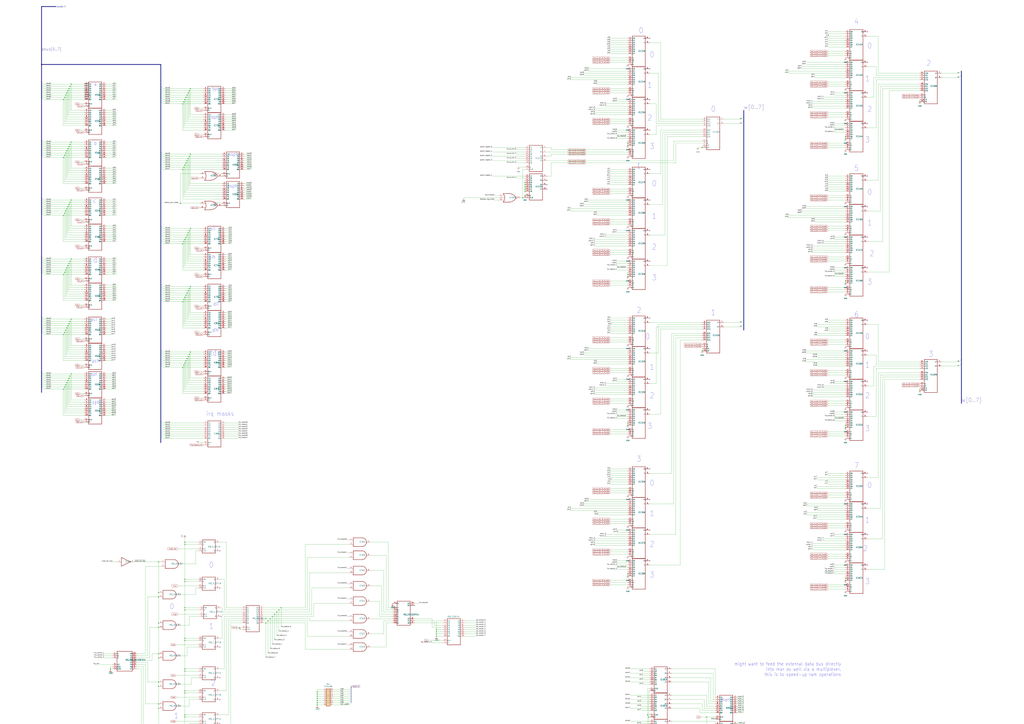
<source format=kicad_sch>
(kicad_sch (version 20231120) (generator "eeschema") (generator_version "8.0")
  (paper "A0")
  (junction (at 74.93 180.34))
  (junction (at 331.47 1141.73))
  (junction (at 48.26 74.93))
  (junction (at 318.77 1106.17))
  (junction (at 214.63 779.78))
  (junction (at 506.73 734.06))
  (junction (at 323.85 1136.65))
  (junction (at 118.11 1159.51))
  (junction (at 435.61 1164.59))
  (junction (at 184.15 693.42))
  (junction (at 118.11 1123.95))
  (junction (at 209.55 1207.77))
  (junction (at 728.98 318.77))
  (junction (at 506.73 731.52))
  (junction (at 184.15 797.56))
  (junction (at 349.25 1159.51))
  (junction (at 257.81 1184.91))
  (junction (at 252.73 1189.99))
  (junction (at 506.73 736.6))
  (junction (at 214.63 802.64))
  (junction (at 128.27 777.24))
  (junction (at 184.15 848.36))
  (junction (at 214.63 744.22))
  (junction (at 214.63 805.18))
  (junction (at 339.09 1149.35))
  (junction (at 359.41 1164.59))
  (junction (at 118.11 1088.39))
  (junction (at 76.2 177.8))
  (junction (at 283.21 1129.03))
  (junction (at 118.11 1141.73))
  (junction (at 81.28 436.88))
  (junction (at 316.23 1263.65))
  (junction (at 981.71 494.03))
  (junction (at 214.63 858.52))
  (junction (at 78.74 240.03))
  (junction (at 215.9 189.23))
  (junction (at 80.01 237.49))
  (junction (at 212.09 196.85))
  (junction (at 247.65 1195.07))
  (junction (at 77.47 311.15))
  (junction (at 184.15 822.96))
  (junction (at 753.11 833.12))
  (junction (at 368.3 816.61))
  (junction (at 820.42 1062.99))
  (junction (at 1068.07 453.39))
  (junction (at 77.47 381))
  (junction (at 214.63 706.12))
  (junction (at 76.2 110.49))
  (junction (at 215.9 342.9))
  (junction (at 260.35 1182.37))
  (junction (at 76.2 245.11))
  (junction (at 828.04 1055.37))
  (junction (at 215.9 275.59))
  (junction (at 218.44 107.95))
  (junction (at 751.84 891.54))
  (junction (at 214.63 191.77))
  (junction (at 609.6 227.33))
  (junction (at 308.61 723.9))
  (junction (at 815.34 407.67))
  (junction (at 316.23 1299.21))
  (junction (at 835.66 1047.75))
  (junction (at 751.84 861.06))
  (junction (at 728.98 669.29))
  (junction (at 220.98 179.07))
  (junction (at 981.71 326.39))
  (junction (at 74.93 316.23))
  (junction (at 78.74 105.41))
  (junction (at 73.66 182.88))
  (junction (at 607.06 229.87))
  (junction (at 77.47 107.95))
  (junction (at 76.2 447.04))
  (junction (at 981.71 158.75))
  (junction (at 218.44 270.51))
  (junction (at 435.61 1187.45))
  (junction (at 316.23 716.28))
  (junction (at 728.98 666.75))
  (junction (at 698.5 1054.1))
  (junction (at 728.98 321.31))
  (junction (at 609.6 222.25))
  (junction (at 209.55 1167.13))
  (junction (at 311.15 721.36))
  (junction (at 220.98 102.87))
  (junction (at 184.15 759.46))
  (junction (at 81.28 234.95))
  (junction (at 76.2 383.54))
  (junction (at 74.93 386.08))
  (junction (at 209.55 1141.73))
  (junction (at 82.55 165.1))
  (junction (at 219.71 335.28))
  (junction (at 184.15 688.34))
  (junction (at 215.9 419.1))
  (junction (at 78.74 172.72))
  (junction (at 82.55 370.84))
  (junction (at 209.55 1162.05))
  (junction (at 219.71 267.97))
  (junction (at 118.11 1177.29))
  (junction (at 609.6 212.09))
  (junction (at 242.57 1200.15))
  (junction (at 80.01 170.18))
  (junction (at 73.66 318.77))
  (junction (at 728.98 166.37))
  (junction (at 209.55 236.22))
  (junction (at 214.63 632.46))
  (junction (at 212.09 426.72))
  (junction (at 199.39 1156.97))
  (junction (at 316.23 1281.43))
  (junction (at 209.55 1136.65))
  (junction (at 820.42 833.12))
  (junction (at 214.63 629.92))
  (junction (at 981.71 674.37))
  (junction (at 753.11 894.08))
  (junction (at 435.61 1177.29))
  (junction (at 981.71 671.83))
  (junction (at 184.15 792.48))
  (junction (at 213.36 347.98))
  (junction (at 245.11 1197.61))
  (junction (at 368.3 814.07))
  (junction (at 344.17 1154.43))
  (junction (at 213.36 118.11))
  (junction (at 728.98 491.49))
  (junction (at 73.66 250.19))
  (junction (at 209.55 1154.43))
  (junction (at 753.11 863.6))
  (junction (at 937.26 1070.61))
  (junction (at 209.55 1146.81))
  (junction (at 81.28 100.33))
  (junction (at 318.77 1131.57))
  (junction (at 275.59 1136.65))
  (junction (at 316.23 1101.09))
  (junction (at 265.43 1146.81))
  (junction (at 78.74 308.61))
  (junction (at 214.63 777.24))
  (junction (at 354.33 1197.61))
  (junction (at 74.93 247.65))
  (junction (at 77.47 175.26))
  (junction (at 214.63 345.44))
  (junction (at 118.11 1106.17))
  (junction (at 220.98 332.74))
  (junction (at 435.61 1156.97))
  (junction (at 316.23 1129.03))
  (junction (at 981.71 328.93))
  (junction (at 214.63 830.58))
  (junction (at 209.55 1172.21))
  (junction (at 267.97 1144.27))
  (junction (at 199.39 1187.45))
  (junction (at 184.15 853.44))
  (junction (at 184.15 723.9))
  (junction (at 82.55 434.34))
  (junction (at 184.15 652.78))
  (junction (at 73.66 388.62))
  (junction (at 351.79 1225.55))
  (junction (at 435.61 1182.37))
  (junction (at 217.17 273.05))
  (junction (at 321.31 1111.25))
  (junction (at 336.55 1146.81))
  (junction (at 213.36 424.18))
  (junction (at 435.61 1151.89))
  (junction (at 213.36 280.67))
  (junction (at 217.17 340.36))
  (junction (at 215.9 113.03))
  (junction (at 334.01 1144.27))
  (junction (at 82.55 232.41))
  (junction (at 1068.07 118.11))
  (junction (at 214.63 421.64))
  (junction (at 368.3 819.15))
  (junction (at 199.39 1217.93))
  (junction (at 214.63 675.64))
  (junction (at 220.98 408.94))
  (junction (at 728.98 168.91))
  (junction (at 220.98 265.43))
  (junction (at 212.09 283.21))
  (junction (at 368.3 803.91))
  (junction (at 435.61 1172.21))
  (junction (at 184.15 876.3))
  (junction (at 326.39 706.12))
  (junction (at 351.79 1263.65))
  (junction (at 78.74 441.96))
  (junction (at 73.66 452.12))
  (junction (at 209.55 1184.91))
  (junction (at 184.15 764.54))
  (junction (at 74.93 113.03))
  (junction (at 318.77 713.74))
  (junction (at 80.01 439.42))
  (junction (at 321.31 711.2))
  (junction (at 326.39 1121.41))
  (junction (at 218.44 414.02))
  (junction (at 273.05 1139.19))
  (junction (at 250.19 1192.53))
  (junction (at 341.63 1151.89))
  (junction (at 74.93 449.58))
  (junction (at 218.44 184.15))
  (junction (at 368.3 806.45))
  (junction (at 213.36 194.31))
  (junction (at 359.41 1217.93))
  (junction (at 217.17 186.69))
  (junction (at 212.09 120.65))
  (junction (at 728.98 494.03))
  (junction (at 313.69 718.82))
  (junction (at 80.01 306.07))
  (junction (at 368.3 808.99))
  (junction (at 278.13 1134.11))
  (junction (at 730.25 994.41))
  (junction (at 825.5 1057.91))
  (junction (at 839.47 1068.07))
  (junction (at 217.17 416.56))
  (junction (at 214.63 278.13))
  (junction (at 113.03 1169.67))
  (junction (at 73.66 115.57))
  (junction (at 427.99 1197.61))
  (junction (at 751.84 830.58))
  (junction (at 81.28 303.53))
  (junction (at 219.71 411.48))
  (junction (at 981.71 161.29))
  (junction (at 323.85 708.66))
  (junction (at 214.63 741.68))
  (junction (at 323.85 1116.33))
  (junction (at 321.31 1134.11))
  (junction (at 217.17 110.49))
  (junction (at 280.67 1131.57))
  (junction (at 830.58 1052.83))
  (junction (at 981.71 496.57))
  (junction (at 255.27 1187.45))
  (junction (at 218.44 337.82))
  (junction (at 833.12 1050.29))
  (junction (at 214.63 708.66))
  (junction (at 81.28 167.64))
  (junction (at 838.2 1045.21))
  (junction (at 609.6 214.63))
  (junction (at 77.47 444.5))
  (junction (at 270.51 1141.73))
  (junction (at 346.71 1156.97))
  (junction (at 80.01 102.87))
  (junction (at 184.15 728.98))
  (junction (at 201.93 1177.29))
  (junction (at 76.2 313.69))
  (junction (at 214.63 833.12))
  (junction (at 219.71 181.61))
  (junction (at 77.47 242.57))
  (junction (at 435.61 1146.81))
  (junction (at 815.34 171.45))
  (junction (at 326.39 1139.19))
  (junction (at 209.55 1215.39))
  (junction (at 609.6 217.17))
  (junction (at 81.28 373.38))
  (junction (at 506.73 739.14))
  (junction (at 214.63 115.57))
  (junction (at 214.63 673.1))
  (junction (at 609.6 219.71))
  (junction (at 212.09 350.52))
  (junction (at 113.03 1172.21))
  (junction (at 82.55 300.99))
  (junction (at 209.55 1202.69))
  (junction (at 201.93 1192.53))
  (junction (at 368.3 811.53))
  (junction (at 754.38 1052.83))
  (junction (at 82.55 97.79))
  (junction (at 184.15 817.88))
  (junction (at 80.01 375.92))
  (junction (at 822.96 1060.45))
  (junction (at 78.74 378.46))
  (junction (at 219.71 105.41))
  (no_connect (at 754.38 544.83))
  (no_connect (at 1007.11 585.47))
  (no_connect (at 1007.11 549.91))
  (no_connect (at 256.54 716.28))
  (no_connect (at 255.27 751.84))
  (no_connect (at 481.33 703.58))
  (no_connect (at 754.38 267.97))
  (no_connect (at 255.27 868.68))
  (no_connect (at 754.38 476.25))
  (no_connect (at 255.27 787.4))
  (no_connect (at 1007.11 621.03))
  (no_connect (at 754.38 440.69))
  (no_connect (at 1007.11 36.83))
  (no_connect (at 255.27 683.26))
  (no_connect (at 754.38 303.53))
  (no_connect (at 1007.11 407.67))
  (no_connect (at 754.38 44.45))
  (no_connect (at 1007.11 143.51))
  (no_connect (at 1007.11 240.03))
  (no_connect (at 635 209.55))
  (no_connect (at 255.27 840.74))
  (no_connect (at 754.38 651.51))
  (no_connect (at 635 219.71))
  (no_connect (at 87.63 1169.67))
  (no_connect (at 754.38 232.41))
  (no_connect (at 754.38 405.13))
  (no_connect (at 754.38 369.57))
  (no_connect (at 1007.11 443.23))
  (no_connect (at 635 214.63))
  (no_connect (at 87.63 1172.21))
  (no_connect (at 171.45 1202.69))
  (no_connect (at 754.38 115.57))
  (no_connect (at 754.38 196.85))
  (no_connect (at 255.27 812.8))
  (no_connect (at 1007.11 478.79))
  (no_connect (at 1007.11 72.39))
  (no_connect (at 1007.11 204.47))
  (no_connect (at 1007.11 311.15))
  (no_connect (at 754.38 80.01))
  (no_connect (at 754.38 151.13))
  (no_connect (at 1007.11 107.95))
  (no_connect (at 255.27 640.08))
  (no_connect (at 754.38 615.95))
  (no_connect (at 1007.11 275.59))
  (no_connect (at 754.38 580.39))
  (no_connect (at 1007.11 372.11))
  (no_connect (at 87.63 1167.13))
  (no_connect (at 1007.11 656.59))
  (no_connect (at 171.45 1207.77))
  (bus_entry (at 186.69 280.67) (size 2.54 2.54))
  (bus_entry (at 48.26 245.11) (size 2.54 2.54))
  (bus_entry (at 506.73 1164.59) (size -2.54 2.54))
  (bus_entry (at 736.6 994.41) (size 2.54 2.54))
  (bus_entry (at 48.26 167.64) (size 2.54 2.54))
  (bus_entry (at 48.26 316.23) (size 2.54 2.54))
  (bus_entry (at 62.23 1149.35) (size 2.54 2.54))
  (bus_entry (at 701.04 1037.59) (size -2.54 -2.54))
  (bus_entry (at 64.77 1113.79) (size -2.54 -2.54))
  (bus_entry (at 1000.76 1055.37) (size 2.54 -2.54))
  (bus_entry (at 186.69 488.95) (size 2.54 2.54))
  (bus_entry (at 64.77 1062.99) (size -2.54 -2.54))
  (bus_entry (at 186.69 194.31) (size 2.54 2.54))
  (bus_entry (at 186.69 335.28) (size 2.54 2.54))
  (bus_entry (at 48.26 247.65) (size 2.54 2.54))
  (bus_entry (at 186.69 408.94) (size 2.54 2.54))
  (bus_entry (at 186.69 411.48) (size 2.54 2.54))
  (bus_entry (at 1000.76 1014.73) (size 2.54 -2.54))
  (bus_entry (at 407.67 814.07) (size -2.54 2.54))
  (bus_entry (at 186.69 105.41) (size 2.54 2.54))
  (bus_entry (at 64.77 1146.81) (size -2.54 -2.54))
  (bus_entry (at 48.26 383.54) (size 2.54 2.54))
  (bus_entry (at 48.26 386.08) (size 2.54 2.54))
  (bus_entry (at 48.26 232.41) (size 2.54 2.54))
  (bus_entry (at 186.69 181.61) (size 2.54 2.54))
  (bus_entry (at 407.67 808.99) (size -2.54 2.54))
  (bus_entry (at 186.69 265.43) (size 2.54 2.54))
  (bus_entry (at 48.26 308.61) (size 2.54 2.54))
  (bus_entry (at 62.23 1162.05) (size 2.54 2.54))
  (bus_entry (at 186.69 262.89) (size 2.54 2.54))
  (bus_entry (at 186.69 491.49) (size 2.54 2.54))
  (bus_entry (at 186.69 499.11) (size 2.54 2.54))
  (bus_entry (at 186.69 107.95) (size 2.54 2.54))
  (bus_entry (at 48.26 165.1) (size 2.54 2.54))
  (bus_entry (at 48.26 237.49) (size 2.54 2.54))
  (bus_entry (at 186.69 118.11) (size 2.54 2.54))
  (bus_entry (at 48.26 234.95) (size 2.54 2.54))
  (bus_entry (at 723.9 994.41) (size 2.54 2.54))
  (bus_entry (at 64.77 1111.25) (size -2.54 -2.54))
  (bus_entry (at 186.69 102.87) (size 2.54 2.54))
  (bus_entry (at 64.77 1075.69) (size -2.54 -2.54))
  (bus_entry (at 48.26 436.88) (size 2.54 2.54))
  (bus_entry (at 186.69 406.4) (size 2.54 2.54))
  (bus_entry (at 1000.76 1050.29) (size 2.54 -2.54))
  (bus_entry (at 48.26 107.95) (size 2.54 2.54))
  (bus_entry (at 186.69 115.57) (size 2.54 2.54))
  (bus_entry (at 701.04 1068.07) (size -2.54 -2.54))
  (bus_entry (at 48.26 303.53) (size 2.54 2.54))
  (bus_entry (at 64.77 1101.09) (size -2.54 -2.54))
  (bus_entry (at 186.69 337.82) (size 2.54 2.54))
  (bus_entry (at 64.77 1080.77) (size -2.54 -2.54))
  (bus_entry (at 861.06 374.65) (size 2.54 -2.54))
  (bus_entry (at 186.69 332.74) (size 2.54 2.54))
  (bus_entry (at 186.69 273.05) (size 2.54 2.54))
  (bus_entry (at 726.44 994.41) (size 2.54 2.54))
  (bus_entry (at 48.26 240.03) (size 2.54 2.54))
  (bus_entry (at 186.69 421.64) (size 2.54 2.54))
  (bus_entry (at 506.73 1154.43) (size -2.54 2.54))
  (bus_entry (at 1000.76 1024.89) (size 2.54 -2.54))
  (bus_entry (at 48.26 378.46) (size 2.54 2.54))
  (bus_entry (at 407.67 816.61) (size -2.54 2.54))
  (bus_entry (at 48.26 370.84) (size 2.54 2.54))
  (bus_entry (at 506.73 1159.51) (size -2.54 2.54))
  (bus_entry (at 48.26 102.87) (size 2.54 2.54))
  (bus_entry (at 721.36 994.41) (size 2.54 2.54))
  (bus_entry (at 698.5 1029.97) (size 2.54 2.54))
  (bus_entry (at 48.26 95.25) (size 2.54 2.54))
  (bus_entry (at 48.26 306.07) (size 2.54 2.54))
  (bus_entry (at 48.26 162.56) (size 2.54 2.54))
  (bus_entry (at 64.77 1134.11) (size -2.54 -2.54))
  (bus_entry (at 186.69 345.44) (size 2.54 2.54))
  (bus_entry (at 64.77 1096.01) (size -2.54 -2.54))
  (bus_entry (at 701.04 1062.99) (size -2.54 -2.54))
  (bus_entry (at 186.69 506.73) (size 2.54 2.54))
  (bus_entry (at 186.69 278.13) (size 2.54 2.54))
  (bus_entry (at 728.98 994.41) (size 2.54 2.54))
  (bus_entry (at 64.77 1098.55) (size -2.54 -2.54))
  (bus_entry (at 48.26 97.79) (size 2.54 2.54))
  (bus_entry (at 861.06 138.43) (size 2.54 -2.54))
  (bus_entry (at 734.06 994.41) (size 2.54 2.54))
  (bus_entry (at 186.69 275.59) (size 2.54 2.54))
  (bus_entry (at 1113.79 425.45) (size 2.54 -2.54))
  (bus_entry (at 64.77 1093.47) (size -2.54 -2.54))
  (bus_entry (at 186.69 494.03) (size 2.54 2.54))
  (bus_entry (at 48.26 300.99) (size 2.54 2.54))
  (bus_entry (at 48.26 313.69) (size 2.54 2.54))
  (bus_entry (at 64.77 1136.65) (size -2.54 -2.54))
  (bus_entry (at 48.26 229.87) (size 2.54 2.54))
  (bus_entry (at 701.04 1078.23) (size -2.54 -2.54))
  (bus_entry (at 861.06 143.51) (size 2.54 -2.54))
  (bus_entry (at 186.69 414.02) (size 2.54 2.54))
  (bus_entry (at 407.67 803.91) (size -2.54 2.54))
  (bus_entry (at 186.69 504.19) (size 2.54 2.54))
  (bus_entry (at 407.67 811.53) (size -2.54 2.54))
  (bus_entry (at 1000.76 1060.45) (size 2.54 -2.54))
  (bus_entry (at 64.77 1149.35) (size -2.54 -2.54))
  (bus_entry (at 48.26 441.96) (size 2.54 2.54))
  (bus_entry (at 64.77 1060.45) (size -2.54 -2.54))
  (bus_entry (at 48.26 434.34) (size 2.54 2.54))
  (bus_entry (at 1000.76 1019.81) (size 2.54 -2.54))
  (bus_entry (at 64.77 1057.91) (size -2.54 -2.54))
  (bus_entry (at 48.26 177.8) (size 2.54 2.54))
  (bus_entry (at 186.69 191.77) (size 2.54 2.54))
  (bus_entry (at 1113.79 85.09) (size 2.54 -2.54))
  (bus_entry (at 186.69 496.57) (size 2.54 2.54))
  (bus_entry (at 186.69 342.9) (size 2.54 2.54))
  (bus_entry (at 861.06 379.73) (size 2.54 -2.54))
  (bus_entry (at 48.26 110.49) (size 2.54 2.54))
  (bus_entry (at 48.26 447.04) (size 2.54 2.54))
  (bus_entry (at 1000.76 1045.21) (size 2.54 -2.54))
  (bus_entry (at 506.73 1151.89) (size -2.54 2.54))
  (bus_entry (at 186.69 424.18) (size 2.54 2.54))
  (bus_entry (at 62.23 1151.89) (size 2.54 2.54))
  (bus_entry (at 701.04 1042.67) (size -2.54 -2.54))
  (bus_entry (at 186.69 184.15) (size 2.54 2.54))
  (bus_entry (at 186.69 330.2) (size 2.54 2.54))
  (bus_entry (at 48.26 373.38) (size 2.54 2.54))
  (bus_entry (at 64.77 1065.53) (size -2.54 -2.54))
  (bus_entry (at 407.67 806.45) (size -2.54 2.54))
  (bus_entry (at 64.77 1078.23) (size -2.54 -2.54))
  (bus_entry (at 1000.76 1029.97) (size 2.54 -2.54))
  (bus_entry (at 48.26 375.92) (size 2.54 2.54))
  (bus_entry (at 1113.79 420.37) (size 2.54 -2.54))
  (bus_entry (at 186.69 270.51) (size 2.54 2.54))
  (bus_entry (at 186.69 179.07) (size 2.54 2.54))
  (bus_entry (at 186.69 419.1) (size 2.54 2.54))
  (bus_entry (at 701.04 1047.75) (size -2.54 -2.54))
  (bus_entry (at 186.69 416.56) (size 2.54 2.54))
  (bus_entry (at 48.26 368.3) (size 2.54 2.54))
  (bus_entry (at 506.73 1156.97) (size -2.54 2.54))
  (bus_entry (at 186.69 113.03) (size 2.54 2.54))
  (bus_entry (at 186.69 340.36) (size 2.54 2.54))
  (bus_entry (at 64.77 1116.33) (size -2.54 -2.54))
  (bus_entry (at 407.67 801.37) (size -2.54 2.54))
  (bus_entry (at 64.77 1131.57) (size -2.54 -2.54))
  (bus_entry (at 48.26 100.33) (size 2.54 2.54))
  (bus_entry (at 48.26 444.5) (size 2.54 2.54))
  (bus_entry (at 48.26 298.45) (size 2.54 2.54))
  (bus_entry (at 48.26 439.42) (size 2.54 2.54))
  (bus_entry (at 64.77 1083.31) (size -2.54 -2.54))
  (bus_entry (at 64.77 1118.87) (size -2.54 -2.54))
  (bus_entry (at 48.26 175.26) (size 2.54 2.54))
  (bus_entry (at 186.69 176.53) (size 2.54 2.54))
  (bus_entry (at 48.26 172.72) (size 2.54 2.54))
  (bus_entry (at 48.26 449.58) (size 2.54 2.54))
  (bus_entry (at 506.73 1162.05) (size -2.54 2.54))
  (bus_entry (at 186.69 267.97) (size 2.54 2.54))
  (bus_entry (at 186.69 501.65) (size 2.54 2.54))
  (bus_entry (at 186.69 110.49) (size 2.54 2.54))
  (bus_entry (at 718.82 994.41) (size 2.54 2.54))
  (bus_entry (at 48.26 105.41) (size 2.54 2.54))
  (bus_entry (at 48.26 170.18) (size 2.54 2.54))
  (bus_entry (at 506.73 1169.67) (size -2.54 2.54))
  (bus_entry (at 48.26 113.03) (size 2.54 2.54))
  (bus_entry (at 407.67 798.83) (size -2.54 2.54))
  (bus_entry (at 64.77 1129.03) (size -2.54 -2.54))
  (bus_entry (at 48.26 431.8) (size 2.54 2.54))
  (bus_entry (at 186.69 186.69) (size 2.54 2.54))
  (bus_entry (at 48.26 381) (size 2.54 2.54))
  (bus_entry (at 731.52 994.41) (size 2.54 2.54))
  (bus_entry (at 186.69 189.23) (size 2.54 2.54))
  (bus_entry (at 48.26 311.15) (size 2.54 2.54))
  (bus_entry (at 48.26 180.34) (size 2.54 2.54))
  (bus_entry (at 506.73 1167.13) (size -2.54 2.54))
  (bus_entry (at 186.69 347.98) (size 2.54 2.54))
  (bus_entry (at 48.26 242.57) (size 2.54 2.54))
  (bus_entry (at 186.69 100.33) (size 2.54 2.54))
  (bus_entry (at 701.04 1073.15) (size -2.54 -2.54))
  (bus_entry (at 1113.79 90.17) (size 2.54 -2.54))
  (wire (pts (xy 609.6 186.69) (xy 571.5 186.69)) (stroke (width 0.1524)))
  (wire (pts (xy 50.8 113.03) (xy 74.93 113.03)))
  (wire (pts (xy 981.71 600.71) (xy 948.69 600.71)) (stroke (width 0.1524)))
  (wire (pts (xy 1019.81 420.37) (xy 1068.07 420.37)) (stroke (width 0.1524)))
  (wire (pts (xy 981.71 494.03) (xy 981.71 496.57)))
  (wire (pts (xy 283.21 196.85) (xy 292.1 196.85)) (stroke (width 0.1524)))
  (wire (pts (xy 981.71 204.47) (xy 961.39 204.47)) (stroke (width 0.1524)))
  (wire (pts (xy 80.01 306.07) (xy 97.79 306.07)))
  (wire (pts (xy 123.19 102.87) (xy 135.89 102.87)))
  (wire (pts (xy 123.19 331.47) (xy 135.89 331.47)))
  (wire (pts (xy 92.71 255.27) (xy 97.79 255.27)))
  (wire (pts (xy 728.98 232.41) (xy 683.26 232.41)) (stroke (width 0.1524)))
  (wire (pts (xy 891.54 1060.45) (xy 891.54 1032.51)) (stroke (width 0.1524)))
  (wire (pts (xy 886.46 1065.53) (xy 886.46 1062.99)) (stroke (width 0.1524)))
  (wire (pts (xy 196.85 1217.93) (xy 199.39 1217.93)) (stroke (width 0.1524)))
  (wire (pts (xy 134.62 469.9) (xy 133.35 469.9)))
  (wire (pts (xy 50.8 250.19) (xy 73.66 250.19)))
  (wire (pts (xy 754.38 792.48) (xy 731.52 792.48)) (stroke (width 0.1524)))
  (wire (pts (xy 1068.07 425.45) (xy 1014.73 425.45)) (stroke (width 0.1524)))
  (wire (pts (xy 728.98 118.11) (xy 716.28 118.11)) (stroke (width 0.1524)))
  (wire (pts (xy 308.61 723.9) (xy 306.07 723.9)) (stroke (width 0.1524)))
  (wire (pts (xy 501.65 718.82) (xy 481.33 718.82)) (stroke (width 0.1524)))
  (bus (pts (xy 1003.3 1052.83) (xy 1003.3 1057.91)) (stroke (width 0.762)))
  (wire (pts (xy 640.08 179.07) (xy 728.98 179.07)) (stroke (width 0.1524)))
  (wire (pts (xy 78.74 240.03) (xy 97.79 240.03)))
  (wire (pts (xy 113.03 1164.59) (xy 143.51 1164.59)) (stroke (width 0.1524)))
  (wire (pts (xy 481.33 701.04) (xy 486.41 701.04)) (stroke (width 0.1524)))
  (wire (pts (xy 118.11 1088.39) (xy 113.03 1088.39)) (stroke (width 0.1524)))
  (wire (pts (xy 123.19 143.51) (xy 135.89 143.51)))
  (wire (pts (xy 214.63 624.84) (xy 214.63 629.92)) (stroke (width 0.1524)))
  (wire (pts (xy 981.71 39.37) (xy 961.39 39.37)) (stroke (width 0.1524)))
  (wire (pts (xy 81.28 403.86) (xy 81.28 373.38)))
  (wire (pts (xy 323.85 708.66) (xy 306.07 708.66)) (stroke (width 0.1524)))
  (wire (pts (xy 981.71 417.83) (xy 935.99 417.83)) (stroke (width 0.1524)))
  (wire (pts (xy 171.45 769.62) (xy 158.75 769.62)) (stroke (width 0.1524)))
  (wire (pts (xy 840.74 1017.27) (xy 835.66 1017.27)) (stroke (width 0.1524)))
  (wire (pts (xy 158.75 764.54) (xy 173.99 764.54)) (stroke (width 0.1524)))
  (wire (pts (xy 981.71 443.23) (xy 969.01 443.23)) (stroke (width 0.1524)))
  (wire (pts (xy 261.62 342.9) (xy 269.24 342.9)) (stroke (width 0.1524)))
  (wire (pts (xy 762 445.77) (xy 754.38 445.77)) (stroke (width 0.1524)))
  (wire (pts (xy 173.99 728.98) (xy 173.99 764.54)) (stroke (width 0.1524)))
  (wire (pts (xy 123.19 115.57) (xy 135.89 115.57)))
  (wire (pts (xy 189.23 424.18) (xy 213.36 424.18)))
  (wire (pts (xy 214.63 861.06) (xy 229.87 861.06)) (stroke (width 0.1524)))
  (wire (pts (xy 981.71 80.01) (xy 930.91 80.01)) (stroke (width 0.1524)))
  (wire (pts (xy 219.71 215.9) (xy 257.81 215.9)))
  (wire (pts (xy 981.71 207.01) (xy 961.39 207.01)) (stroke (width 0.1524)))
  (wire (pts (xy 981.71 560.07) (xy 961.39 560.07)) (stroke (width 0.1524)))
  (wire (pts (xy 250.19 1192.53) (xy 285.75 1192.53)) (stroke (width 0.1524)))
  (wire (pts (xy 236.22 140.97) (xy 217.17 140.97)))
  (wire (pts (xy 981.71 621.03) (xy 969.01 621.03)) (stroke (width 0.1524)))
  (wire (pts (xy 74.93 247.65) (xy 97.79 247.65)))
  (wire (pts (xy 212.09 313.69) (xy 212.09 283.21)))
  (wire (pts (xy 425.45 1154.43) (xy 450.85 1154.43)) (stroke (width 0.1524)))
  (wire (pts (xy 1027.43 440.69) (xy 1027.43 661.67)) (stroke (width 0.1524)))
  (wire (pts (xy 123.19 467.36) (xy 134.62 467.36)) (stroke (width 0.1524)))
  (wire (pts (xy 220.98 102.87) (xy 236.22 102.87)))
  (wire (pts (xy 261.62 408.94) (xy 269.24 408.94)) (stroke (width 0.1524)))
  (wire (pts (xy 215.9 419.1) (xy 236.22 419.1)))
  (wire (pts (xy 76.2 110.49) (xy 97.79 110.49)))
  (wire (pts (xy 316.23 1129.03) (xy 313.69 1129.03)) (stroke (width 0.1524)))
  (wire (pts (xy 283.21 191.77) (xy 292.1 191.77)) (stroke (width 0.1524)))
  (wire (pts (xy 189.23 342.9) (xy 215.9 342.9)))
  (wire (pts (xy 855.98 853.44) (xy 864.87 853.44)) (stroke (width 0.1524)))
  (wire (pts (xy 981.71 146.05) (xy 969.01 146.05)) (stroke (width 0.1524)))
  (wire (pts (xy 214.63 278.13) (xy 236.22 278.13)))
  (wire (pts (xy 113.03 1065.53) (xy 212.09 1065.53)) (stroke (width 0.1524)))
  (bus (pts (xy 48.26 234.95) (xy 48.26 237.49)) (stroke (width 0.762)))
  (wire (pts (xy 189.23 335.28) (xy 219.71 335.28)))
  (wire (pts (xy 779.78 817.88) (xy 815.34 817.88)) (stroke (width 0.1524)))
  (wire (pts (xy 214.63 452.12) (xy 214.63 421.64)))
  (wire (pts (xy 76.2 177.8) (xy 97.79 177.8)))
  (wire (pts (xy 972.82 1055.37) (xy 1000.76 1055.37)) (stroke (width 0.1524)))
  (wire (pts (xy 728.98 372.11) (xy 708.66 372.11)) (stroke (width 0.1524)))
  (wire (pts (xy 217.17 273.05) (xy 236.22 273.05)))
  (wire (pts (xy 113.03 1131.57) (xy 161.29 1131.57)) (stroke (width 0.1524)))
  (wire (pts (xy 229.87 787.4) (xy 222.25 787.4)) (stroke (width 0.1524)))
  (wire (pts (xy 285.75 1294.13) (xy 252.73 1294.13)) (stroke (width 0.1524)))
  (wire (pts (xy 635 171.45) (xy 640.08 171.45)) (stroke (width 0.1524)))
  (wire (pts (xy 405.13 739.14) (xy 356.87 739.14)) (stroke (width 0.1524)))
  (wire (pts (xy 50.8 232.41) (xy 82.55 232.41)))
  (bus (pts (xy 1116.33 82.55) (xy 1116.33 87.63)) (stroke (width 0.762)))
  (wire (pts (xy 229.87 680.72) (xy 207.01 680.72)) (stroke (width 0.1524)))
  (wire (pts (xy 754.38 820.42) (xy 744.22 820.42)) (stroke (width 0.1524)))
  (wire (pts (xy 196.85 1101.09) (xy 316.23 1101.09)) (stroke (width 0.1524)))
  (wire (pts (xy 261.62 120.65) (xy 274.32 120.65)))
  (bus (pts (xy 186.69 270.51) (xy 186.69 273.05)) (stroke (width 0.762)))
  (bus (pts (xy 698.5 1054.1) (xy 698.5 1055.37)))
  (wire (pts (xy 257.81 711.2) (xy 280.67 711.2)) (stroke (width 0.1524)))
  (wire (pts (xy 728.98 384.81) (xy 708.66 384.81)) (stroke (width 0.1524)))
  (wire (pts (xy 609.6 171.45) (xy 571.5 171.45)) (stroke (width 0.1524)))
  (wire (pts (xy 514.35 746.76) (xy 501.65 746.76)) (stroke (width 0.1524)))
  (wire (pts (xy 201.93 1192.53) (xy 201.93 1197.61)) (stroke (width 0.1524)))
  (wire (pts (xy 817.88 812.8) (xy 817.88 822.96)) (stroke (width 0.1524)))
  (wire (pts (xy 326.39 1121.41) (xy 334.01 1121.41)) (stroke (width 0.1524)))
  (wire (pts (xy 736.6 1035.05) (xy 736.6 996.95)) (stroke (width 0.1524)))
  (wire (pts (xy 236.22 514.35) (xy 231.14 514.35)) (stroke (width 0.1524)))
  (wire (pts (xy 64.77 1080.77) (xy 87.63 1080.77)) (stroke (width 0.1524)))
  (wire (pts (xy 81.28 130.81) (xy 81.28 100.33)))
  (wire (pts (xy 815.34 389.89) (xy 782.32 389.89)) (stroke (width 0.1524)))
  (wire (pts (xy 981.71 603.25) (xy 948.69 603.25)) (stroke (width 0.1524)))
  (wire (pts (xy 833.12 1019.81) (xy 833.12 1050.29)) (stroke (width 0.1524)))
  (wire (pts (xy 753.11 863.6) (xy 754.38 863.6)))
  (wire (pts (xy 728.98 488.95) (xy 728.98 491.49)))
  (wire (pts (xy 840.74 379.73) (xy 861.06 379.73)) (stroke (width 0.1524)))
  (wire (pts (xy 245.11 1197.61) (xy 285.75 1197.61)) (stroke (width 0.1524)))
  (wire (pts (xy 50.8 306.07) (xy 80.01 306.07)))
  (wire (pts (xy 445.77 662.94) (xy 430.53 662.94)) (stroke (width 0.1524)))
  (wire (pts (xy 728.98 245.11) (xy 662.94 245.11)) (stroke (width 0.1524)))
  (wire (pts (xy 440.69 1164.59) (xy 435.61 1164.59)) (stroke (width 0.1524)))
  (wire (pts (xy 899.16 1024.89) (xy 866.14 1024.89)) (stroke (width 0.1524)))
  (wire (pts (xy 455.93 1189.99) (xy 455.93 1172.21)) (stroke (width 0.1524)))
  (wire (pts (xy 229.87 777.24) (xy 214.63 777.24)) (stroke (width 0.1524)))
  (bus (pts (xy 506.73 1151.89) (xy 506.73 1154.43)) (stroke (width 0.762)))
  (wire (pts (xy 50.8 242.57) (xy 77.47 242.57)))
  (wire (pts (xy 830.58 863.6) (xy 820.42 863.6)))
  (wire (pts (xy 97.79 339.09) (xy 78.74 339.09)))
  (wire (pts (xy 981.71 481.33) (xy 969.01 481.33)) (stroke (width 0.1524)))
  (bus (pts (xy 62.23 1098.55) (xy 62.23 1096.01)) (stroke (width 0.762)))
  (wire (pts (xy 50.8 303.53) (xy 81.28 303.53)))
  (wire (pts (xy 344.17 1207.77) (xy 344.17 1154.43)) (stroke (width 0.1524)))
  (wire (pts (xy 354.33 706.12) (xy 354.33 632.46)) (stroke (width 0.1524)))
  (wire (pts (xy 552.45 726.44) (xy 539.75 726.44)) (stroke (width 0.1524)))
  (wire (pts (xy 405.13 716.28) (xy 402.59 716.28)) (stroke (width 0.1524)))
  (wire (pts (xy 1068.07 97.79) (xy 1019.81 97.79)) (stroke (width 0.1524)))
  (wire (pts (xy 708.66 608.33) (xy 728.98 608.33)) (stroke (width 0.1524)))
  (wire (pts (xy 349.25 1159.51) (xy 384.81 1159.51)) (stroke (width 0.1524)))
  (wire (pts (xy 506.73 736.6) (xy 506.73 739.14)) (stroke (width 0.1524)))
  (wire (pts (xy 129.54 416.56) (xy 123.19 416.56)))
  (wire (pts (xy 257.81 706.12) (xy 256.54 706.12)) (stroke (width 0.1524)))
  (wire (pts (xy 97.79 341.63) (xy 77.47 341.63)))
  (wire (pts (xy 176.53 767.08) (xy 158.75 767.08)) (stroke (width 0.1524)))
  (wire (pts (xy 728.98 166.37) (xy 728.98 168.91)))
  (wire (pts (xy 196.85 1205.23) (xy 219.71 1205.23)) (stroke (width 0.1524)))
  (wire (pts (xy 728.98 445.77) (xy 703.58 445.77)) (stroke (width 0.1524)))
  (wire (pts (xy 779.78 838.2) (xy 830.58 838.2)) (stroke (width 0.1524)))
  (bus (pts (xy 62.23 1096.01) (xy 62.23 1093.47)) (stroke (width 0.762)))
  (wire (pts (xy 1007.11 245.11) (xy 1022.35 245.11)) (stroke (width 0.1524)))
  (wire (pts (xy 218.44 270.51) (xy 236.22 270.51)))
  (wire (pts (xy 754.38 795.02) (xy 746.76 795.02)) (stroke (width 0.1524)))
  (wire (pts (xy 455.93 1144.27) (xy 455.93 1154.43)) (stroke (width 0.1524)))
  (wire (pts (xy 753.11 894.08) (xy 754.38 894.08)))
  (wire (pts (xy 50.8 439.42) (xy 80.01 439.42)))
  (wire (pts (xy 260.35 708.66) (xy 280.67 708.66)) (stroke (width 0.1524)))
  (wire (pts (xy 97.79 477.52) (xy 76.2 477.52)))
  (wire (pts (xy 405.13 627.38) (xy 402.59 627.38)) (stroke (width 0.1524)))
  (wire (pts (xy 708.66 219.71) (xy 728.98 219.71)) (stroke (width 0.1524)))
  (wire (pts (xy 435.61 1151.89) (xy 435.61 1156.97)) (stroke (width 0.1524)))
  (wire (pts (xy 728.98 374.65) (xy 708.66 374.65)) (stroke (width 0.1524)))
  (bus (pts (xy 62.23 1111.25) (xy 62.23 1108.71)) (stroke (width 0.762)))
  (wire (pts (xy 215.9 113.03) (xy 236.22 113.03)))
  (bus (pts (xy 48.26 383.54) (xy 48.26 386.08)) (stroke (width 0.762)))
  (wire (pts (xy 316.23 716.28) (xy 306.07 716.28)) (stroke (width 0.1524)))
  (wire (pts (xy 214.63 1195.07) (xy 214.63 1192.53)) (stroke (width 0.1524)))
  (wire (pts (xy 311.15 759.46) (xy 311.15 721.36)) (stroke (width 0.1524)))
  (wire (pts (xy 214.63 833.12) (xy 229.87 833.12)) (stroke (width 0.1524)))
  (wire (pts (xy 261.62 273.05) (xy 269.24 273.05)) (stroke (width 0.1524)))
  (wire (pts (xy 261.62 494.03) (xy 276.86 494.03)) (stroke (width 0.1524)))
  (wire (pts (xy 214.63 741.68) (xy 214.63 744.22)) (stroke (width 0.1524)))
  (wire (pts (xy 450.85 629.92) (xy 430.53 629.92)) (stroke (width 0.1524)))
  (wire (pts (xy 217.17 186.69) (xy 257.81 186.69)))
  (wire (pts (xy 146.05 1192.53) (xy 171.45 1192.53)) (stroke (width 0.1524)))
  (wire (pts (xy 779.78 883.92) (xy 797.56 883.92)) (stroke (width 0.1524)))
  (wire (pts (xy 236.22 375.92) (xy 214.63 375.92)))
  (wire (pts (xy 138.43 1111.25) (xy 171.45 1111.25)) (stroke (width 0.1524)))
  (bus (pts (xy 186.69 488.95) (xy 186.69 491.49)) (stroke (width 0.762)))
  (wire (pts (xy 825.5 1057.91) (xy 787.4 1057.91)) (stroke (width 0.1524)))
  (bus (pts (xy 698.5 1029.97) (xy 698.5 1035.05)) (stroke (width 0.762)))
  (wire (pts (xy 708.66 504.19) (xy 728.98 504.19)) (stroke (width 0.1524)))
  (wire (pts (xy 961.39 267.97) (xy 981.71 267.97)) (stroke (width 0.1524)))
  (wire (pts (xy 231.14 156.21) (xy 236.22 156.21)))
  (wire (pts (xy 113.03 1101.09) (xy 171.45 1101.09)) (stroke (width 0.1524)))
  (bus (pts (xy 698.5 1035.05) (xy 698.5 1040.13)) (stroke (width 0.762)))
  (wire (pts (xy 326.39 1192.53) (xy 326.39 1139.19)) (stroke (width 0.1524)))
  (wire (pts (xy 368.3 811.53) (xy 368.3 814.07)) (stroke (width 0.1524)))
  (wire (pts (xy 326.39 728.98) (xy 326.39 706.12)) (stroke (width 0.1524)))
  (wire (pts (xy 50.8 308.61) (xy 78.74 308.61)))
  (wire (pts (xy 728.98 448.31) (xy 703.58 448.31)) (stroke (width 0.1524)))
  (wire (pts (xy 166.37 774.7) (xy 158.75 774.7)) (stroke (width 0.1524)))
  (wire (pts (xy 82.55 97.79) (xy 97.79 97.79)))
  (wire (pts (xy 772.16 156.21) (xy 772.16 273.05)) (stroke (width 0.1524)))
  (wire (pts (xy 113.03 1167.13) (xy 113.03 1169.67)))
  (wire (pts (xy 896.62 1050.29) (xy 896.62 1027.43)) (stroke (width 0.1524)))
  (wire (pts (xy 331.47 1195.07) (xy 331.47 1141.73)) (stroke (width 0.1524)))
  (wire (pts (xy 156.21 1162.05) (xy 171.45 1162.05)) (stroke (width 0.1524)))
  (wire (pts (xy 754.38 374.65) (xy 815.34 374.65)) (stroke (width 0.1524)))
  (wire (pts (xy 728.98 54.61) (xy 708.66 54.61)) (stroke (width 0.1524)))
  (bus (pts (xy 62.23 1113.79) (xy 62.23 1111.25)) (stroke (width 0.762)))
  (wire (pts (xy 425.45 1146.81) (xy 435.61 1146.81)) (stroke (width 0.1524)))
  (wire (pts (xy 123.19 210.82) (xy 135.89 210.82)))
  (wire (pts (xy 981.71 567.69) (xy 948.69 567.69)) (stroke (width 0.1524)))
  (wire (pts (xy 754.38 784.86) (xy 746.76 784.86)) (stroke (width 0.1524)))
  (wire (pts (xy 92.71 457.2) (xy 97.79 457.2)))
  (bus (pts (xy 48.26 439.42) (xy 48.26 441.96)) (stroke (width 0.762)))
  (bus (pts (xy 731.52 994.41) (xy 734.06 994.41)) (stroke (width 0.762)))
  (wire (pts (xy 753.11 833.12) (xy 753.11 802.64)))
  (wire (pts (xy 734.06 1040.13) (xy 756.92 1040.13)) (stroke (width 0.1524)))
  (wire (pts (xy 311.15 1263.65) (xy 316.23 1263.65)) (stroke (width 0.1524)))
  (bus (pts (xy 48.26 381) (xy 48.26 383.54)) (stroke (width 0.762)))
  (wire (pts (xy 779.78 782.32) (xy 828.04 782.32)) (stroke (width 0.1524)))
  (wire (pts (xy 947.42 1068.07) (xy 933.45 1068.07)) (stroke (width 0.1524)))
  (wire (pts (xy 351.79 1225.55) (xy 313.69 1225.55)) (stroke (width 0.1524)))
  (wire (pts (xy 123.19 275.59) (xy 135.89 275.59)))
  (wire (pts (xy 868.68 1022.35) (xy 901.7 1022.35)) (stroke (width 0.1524)))
  (wire (pts (xy 726.44 1065.53) (xy 756.92 1065.53)) (stroke (width 0.1524)))
  (wire (pts (xy 425.45 1159.51) (xy 448.31 1159.51)) (stroke (width 0.1524)))
  (wire (pts (xy 237.49 1129.03) (xy 283.21 1129.03)) (stroke (width 0.1524)))
  (wire (pts (xy 1022.35 435.61) (xy 1022.35 590.55)) (stroke (width 0.1524)))
  (wire (pts (xy 609.6 181.61) (xy 571.5 181.61)) (stroke (width 0.1524)))
  (wire (pts (xy 506.73 734.06) (xy 506.73 736.6)) (stroke (width 0.1524)))
  (wire (pts (xy 184.15 792.48) (xy 171.45 792.48)) (stroke (width 0.1524)))
  (wire (pts (xy 815.34 158.75) (xy 774.7 158.75)) (stroke (width 0.1524)))
  (wire (pts (xy 163.83 1136.65) (xy 171.45 1136.65)) (stroke (width 0.1524)))
  (bus (pts (xy 186.69 115.57) (xy 186.69 118.11)) (stroke (width 0.762)))
  (wire (pts (xy 76.2 344.17) (xy 76.2 313.69)))
  (bus (pts (xy 1003.3 1057.91) (xy 1003.3 1062.99)) (stroke (width 0.762)))
  (wire (pts (xy 236.22 439.42) (xy 220.98 439.42)))
  (wire (pts (xy 779.78 812.8) (xy 817.88 812.8)) (stroke (width 0.1524)))
  (wire (pts (xy 201.93 1197.61) (xy 196.85 1197.61)) (stroke (width 0.1524)))
  (bus (pts (xy 186.69 345.44) (xy 186.69 347.98)) (stroke (width 0.762)))
  (wire (pts (xy 822.96 817.88) (xy 830.58 817.88)) (stroke (width 0.1524)))
  (wire (pts (xy 981.71 425.45) (xy 948.69 425.45)) (stroke (width 0.1524)))
  (wire (pts (xy 981.71 671.83) (xy 981.71 674.37)))
  (wire (pts (xy 756.92 1047.75) (xy 701.04 1047.75)) (stroke (width 0.1524)))
  (wire (pts (xy 316.23 1101.09) (xy 334.01 1101.09)) (stroke (width 0.1524)))
  (wire (pts (xy 219.71 135.89) (xy 219.71 105.41)))
  (wire (pts (xy 728.98 562.61) (xy 708.66 562.61)) (stroke (width 0.1524)))
  (wire (pts (xy 236.22 135.89) (xy 219.71 135.89)))
  (wire (pts (xy 754.38 782.32) (xy 731.52 782.32)) (stroke (width 0.1524)))
  (wire (pts (xy 189.23 501.65) (xy 236.22 501.65)))
  (wire (pts (xy 196.85 1200.15) (xy 217.17 1200.15)) (stroke (width 0.1524)))
  (wire (pts (xy 981.71 410.21) (xy 935.99 410.21)) (stroke (width 0.1524)))
  (bus (pts (xy 186.69 267.97) (xy 186.69 270.51)) (stroke (width 0.762)))
  (wire (pts (xy 779.78 853.44) (xy 787.4 853.44)) (stroke (width 0.1524)))
  (wire (pts (xy 214.63 375.92) (xy 214.63 345.44)))
  (bus (pts (xy 186.69 414.02) (xy 186.69 416.56)) (stroke (width 0.762)))
  (wire (pts (xy 981.71 453.39) (xy 943.61 453.39)) (stroke (width 0.1524)))
  (wire (pts (xy 640.08 204.47) (xy 640.08 189.23)) (stroke (width 0.1524)))
  (bus (pts (xy 48.26 316.23) (xy 48.26 368.3)) (stroke (width 0.762)))
  (wire (pts (xy 792.48 873.76) (xy 792.48 853.44)) (stroke (width 0.1524)))
  (wire (pts (xy 961.39 608.33) (xy 981.71 608.33)) (stroke (width 0.1524)))
  (wire (pts (xy 728.98 283.21) (xy 690.88 283.21)) (stroke (width 0.1524)))
  (wire (pts (xy 217.17 1131.57) (xy 217.17 1121.41)) (stroke (width 0.1524)))
  (wire (pts (xy 236.22 363.22) (xy 220.98 363.22)))
  (wire (pts (xy 815.34 143.51) (xy 762 143.51)) (stroke (width 0.1524)))
  (wire (pts (xy 218.44 444.5) (xy 218.44 414.02)))
  (wire (pts (xy 184.15 759.46) (xy 176.53 759.46)) (stroke (width 0.1524)))
  (wire (pts (xy 961.39 168.91) (xy 981.71 168.91)) (stroke (width 0.1524)))
  (wire (pts (xy 123.19 208.28) (xy 135.89 208.28)))
  (wire (pts (xy 835.66 1017.27) (xy 835.66 1047.75)) (stroke (width 0.1524)))
  (wire (pts (xy 708.66 397.51) (xy 728.98 397.51)) (stroke (width 0.1524)))
  (bus (pts (xy 698.5 1060.45) (xy 698.5 1065.53)) (stroke (width 0.762)))
  (wire (pts (xy 97.79 403.86) (xy 81.28 403.86)))
  (wire (pts (xy 217.17 447.04) (xy 217.17 416.56)))
  (wire (pts (xy 123.19 175.26) (xy 135.89 175.26)))
  (wire (pts (xy 123.19 318.77) (xy 135.89 318.77)))
  (wire (pts (xy 209.55 1146.81) (xy 209.55 1154.43)) (stroke (width 0.1524)))
  (wire (pts (xy 313.69 1136.65) (xy 323.85 1136.65)) (stroke (width 0.1524)))
  (wire (pts (xy 311.15 1281.43) (xy 316.23 1281.43)) (stroke (width 0.1524)))
  (wire (pts (xy 405.13 660.4) (xy 402.59 660.4)) (stroke (width 0.1524)))
  (wire (pts (xy 728.98 95.25) (xy 693.42 95.25)) (stroke (width 0.1524)))
  (wire (pts (xy 728.98 303.53) (xy 716.28 303.53)) (stroke (width 0.1524)))
  (wire (pts (xy 219.71 181.61) (xy 257.81 181.61)))
  (bus (pts (xy 863.6 140.97) (xy 863.6 372.11)) (stroke (width 0.762)))
  (wire (pts (xy 1007.11 77.47) (xy 1017.27 77.47)) (stroke (width 0.1524)))
  (wire (pts (xy 50.8 434.34) (xy 82.55 434.34)))
  (wire (pts (xy 708.66 138.43) (xy 728.98 138.43)) (stroke (width 0.1524)))
  (wire (pts (xy 425.45 1174.75) (xy 448.31 1174.75)) (stroke (width 0.1524)))
  (wire (pts (xy 261.62 340.36) (xy 269.24 340.36)) (stroke (width 0.1524)))
  (wire (pts (xy 262.89 802.64) (xy 262.89 718.82)) (stroke (width 0.1524)))
  (wire (pts (xy 981.71 377.19) (xy 948.69 377.19)) (stroke (width 0.1524)))
  (wire (pts (xy 97.79 401.32) (xy 82.55 401.32)))
  (wire (pts (xy 1019.81 97.79) (xy 1019.81 209.55)) (stroke (width 0.1524)))
  (wire (pts (xy 356.87 721.36) (xy 311.15 721.36)) (stroke (width 0.1524)))
  (bus (pts (xy 48.26 7.62) (xy 48.26 74.93)) (stroke (width 0.762)))
  (wire (pts (xy 123.19 240.03) (xy 135.89 240.03)))
  (wire (pts (xy 261.62 308.61) (xy 269.24 308.61)) (stroke (width 0.1524)))
  (bus (pts (xy 186.69 107.95) (xy 186.69 110.49)) (stroke (width 0.762)))
  (wire (pts (xy 961.39 229.87) (xy 981.71 229.87)) (stroke (width 0.1524)))
  (wire (pts (xy 261.62 373.38) (xy 269.24 373.38)) (stroke (width 0.1524)))
  (wire (pts (xy 318.77 1131.57) (xy 318.77 1106.17)) (stroke (width 0.1524)))
  (wire (pts (xy 443.23 680.72) (xy 430.53 680.72)) (stroke (width 0.1524)))
  (wire (pts (xy 981.71 283.21) (xy 956.31 283.21)) (stroke (width 0.1524)))
  (wire (pts (xy 311.15 1250.95) (xy 321.31 1250.95)) (stroke (width 0.1524)))
  (wire (pts (xy 728.98 273.05) (xy 703.58 273.05)) (stroke (width 0.1524)))
  (wire (pts (xy 64.77 1118.87) (xy 87.63 1118.87)) (stroke (width 0.1524)))
  (wire (pts (xy 78.74 408.94) (xy 78.74 378.46)))
  (wire (pts (xy 97.79 474.98) (xy 77.47 474.98)))
  (wire (pts (xy 728.98 90.17) (xy 662.94 90.17)) (stroke (width 0.1524)))
  (wire (pts (xy 285.75 1253.49) (xy 280.67 1253.49)) (stroke (width 0.1524)))
  (wire (pts (xy 129.54 401.32) (xy 123.19 401.32)))
  (wire (pts (xy 961.39 339.09) (xy 981.71 339.09)) (stroke (width 0.1524)))
  (wire (pts (xy 189.23 506.73) (xy 236.22 506.73)))
  (wire (pts (xy 227.33 1139.19) (xy 273.05 1139.19)) (stroke (width 0.1524)))
  (wire (pts (xy 448.31 1162.05) (xy 461.01 1162.05)) (stroke (width 0.1524)))
  (wire (pts (xy 448.31 645.16) (xy 430.53 645.16)) (stroke (width 0.1524)))
  (wire (pts (xy 981.71 115.57) (xy 956.31 115.57)) (stroke (width 0.1524)))
  (wire (pts (xy 189.23 491.49) (xy 236.22 491.49)))
  (wire (pts (xy 97.79 472.44) (xy 78.74 472.44)))
  (wire (pts (xy 92.71 218.44) (xy 97.79 218.44)))
  (wire (pts (xy 486.41 1159.51) (xy 504.19 1159.51)))
  (wire (pts (xy 981.71 633.73) (xy 943.61 633.73)) (stroke (width 0.1524)))
  (wire (pts (xy 961.39 133.35) (xy 981.71 133.35)) (stroke (width 0.1524)))
  (wire (pts (xy 782.32 186.69) (xy 782.32 163.83)) (stroke (width 0.1524)))
  (wire (pts (xy 933.45 1037.59) (xy 947.42 1037.59)) (stroke (width 0.1524)))
  (wire (pts (xy 359.41 721.36) (xy 359.41 718.82)) (stroke (width 0.1524)))
  (wire (pts (xy 961.39 135.89) (xy 981.71 135.89)) (stroke (width 0.1524)))
  (wire (pts (xy 701.04 1032.51) (xy 756.92 1032.51)) (stroke (width 0.1524)))
  (wire (pts (xy 123.19 334.01) (xy 135.89 334.01)))
  (wire (pts (xy 123.19 311.15) (xy 135.89 311.15)))
  (wire (pts (xy 252.73 1294.13) (xy 252.73 1189.99)) (stroke (width 0.1524)))
  (wire (pts (xy 455.93 1172.21) (xy 461.01 1172.21)) (stroke (width 0.1524)))
  (wire (pts (xy 981.71 148.59) (xy 969.01 148.59)) (stroke (width 0.1524)))
  (wire (pts (xy 754.38 853.44) (xy 731.52 853.44)) (stroke (width 0.1524)))
  (wire (pts (xy 50.8 318.77) (xy 73.66 318.77)))
  (wire (pts (xy 285.75 1291.59) (xy 255.27 1291.59)) (stroke (width 0.1524)))
  (wire (pts (xy 229.87 637.54) (xy 207.01 637.54)) (stroke (width 0.1524)))
  (wire (pts (xy 405.13 678.18) (xy 402.59 678.18)) (stroke (width 0.1524)))
  (wire (pts (xy 261.62 424.18) (xy 269.24 424.18)) (stroke (width 0.1524)))
  (wire (pts (xy 981.71 626.11) (xy 956.31 626.11)) (stroke (width 0.1524)))
  (wire (pts (xy 435.61 1156.97) (xy 435.61 1164.59)) (stroke (width 0.1524)))
  (wire (pts (xy 728.98 57.15) (xy 708.66 57.15)) (stroke (width 0.1524)))
  (wire (pts (xy 247.65 1306.83) (xy 247.65 1195.07)) (stroke (width 0.1524)))
  (wire (pts (xy 323.85 1116.33) (xy 196.85 1116.33)) (stroke (width 0.1524)))
  (wire (pts (xy 487.68 1177.29) (xy 486.41 1177.29)))
  (wire (pts (xy 129.54 375.92) (xy 123.19 375.92)))
  (wire (pts (xy 229.87 812.8) (xy 219.71 812.8)) (stroke (width 0.1524)))
  (wire (pts (xy 728.98 311.15) (xy 716.28 311.15)) (stroke (width 0.1524)))
  (wire (pts (xy 161.29 1141.73) (xy 171.45 1141.73)) (stroke (width 0.1524)))
  (wire (pts (xy 123.19 336.55) (xy 135.89 336.55)))
  (wire (pts (xy 257.81 711.2) (xy 257.81 706.12)) (stroke (width 0.1524)))
  (wire (pts (xy 840.74 1024.89) (xy 828.04 1024.89)) (stroke (width 0.1524)))
  (wire (pts (xy 261.62 303.53) (xy 269.24 303.53)) (stroke (width 0.1524)))
  (wire (pts (xy 941.07 1027.43) (xy 947.42 1027.43)))
  (bus (pts (xy 407.67 801.37) (xy 407.67 803.91)))
  (wire (pts (xy 1032.51 316.23) (xy 1007.11 316.23)) (stroke (width 0.1524)))
  (wire (pts (xy 981.71 638.81) (xy 943.61 638.81)) (stroke (width 0.1524)))
  (wire (pts (xy 209.55 1184.91) (xy 209.55 1172.21)) (stroke (width 0.1524)))
  (wire (pts (xy 229.87 840.74) (xy 219.71 840.74)) (stroke (width 0.1524)))
  (wire (pts (xy 214.63 421.64) (xy 236.22 421.64)))
  (wire (pts (xy 1093.47 425.45) (xy 1113.79 425.45)) (stroke (width 0.1524)))
  (wire (pts (xy 123.19 133.35) (xy 135.89 133.35)))
  (wire (pts (xy 728.98 455.93) (xy 690.88 455.93)) (stroke (width 0.1524)))
  (wire (pts (xy 728.98 207.01) (xy 708.66 207.01)) (stroke (width 0.1524)))
  (wire (pts (xy 261.62 441.96) (xy 269.24 441.96)) (stroke (width 0.1524)))
  (wire (pts (xy 356.87 739.14) (xy 356.87 721.36)) (stroke (width 0.1524)))
  (wire (pts (xy 397.51 1151.89) (xy 400.05 1151.89)) (stroke (width 0.1524)))
  (wire (pts (xy 123.19 349.25) (xy 135.89 349.25)))
  (wire (pts (xy 579.12 227.33) (xy 574.04 227.33)) (stroke (width 0.1524)))
  (wire (pts (xy 255.27 1187.45) (xy 285.75 1187.45)) (stroke (width 0.1524)))
  (wire (pts (xy 313.69 1202.69) (xy 339.09 1202.69)) (stroke (width 0.1524)))
  (wire (pts (xy 754.38 787.4) (xy 731.52 787.4)) (stroke (width 0.1524)))
  (wire (pts (xy 405.13 721.36) (xy 359.41 721.36)) (stroke (width 0.1524)))
  (wire (pts (xy 229.87 858.52) (xy 214.63 858.52)) (stroke (width 0.1524)))
  (wire (pts (xy 779.78 387.35) (xy 779.78 549.91)) (stroke (width 0.1524)))
  (wire (pts (xy 74.93 480.06) (xy 74.93 449.58)))
  (wire (pts (xy 212.09 283.21) (xy 236.22 283.21)))
  (wire (pts (xy 261.62 375.92) (xy 269.24 375.92)) (stroke (width 0.1524)))
  (wire (pts (xy 981.71 664.21) (xy 957.58 664.21)) (stroke (width 0.1524)))
  (wire (pts (xy 961.39 610.87) (xy 981.71 610.87)) (stroke (width 0.1524)))
  (bus (pts (xy 506.73 1154.43) (xy 506.73 1156.97)) (stroke (width 0.762)))
  (wire (pts (xy 217.17 1187.45) (xy 255.27 1187.45)) (stroke (width 0.1524)))
  (wire (pts (xy 728.98 97.79) (xy 693.42 97.79)) (stroke (width 0.1524)))
  (wire (pts (xy 313.69 1151.89) (xy 341.63 1151.89)) (stroke (width 0.1524)))
  (wire (pts (xy 218.44 414.02) (xy 236.22 414.02)))
  (bus (pts (xy 186.69 191.77) (xy 186.69 194.31)) (stroke (width 0.762)))
  (wire (pts (xy 981.71 85.09) (xy 915.67 85.09)) (stroke (width 0.1524)))
  (wire (pts (xy 1007.11 41.91) (xy 1019.81 41.91)) (stroke (width 0.1524)))
  (wire (pts (xy 189.23 419.1) (xy 215.9 419.1)))
  (wire (pts (xy 539.75 721.36) (xy 552.45 721.36)) (stroke (width 0.1524)))
  (wire (pts (xy 840.74 374.65) (xy 861.06 374.65)) (stroke (width 0.1524)))
  (wire (pts (xy 754.38 815.34) (xy 744.22 815.34)) (stroke (width 0.1524)))
  (wire (pts (xy 219.71 105.41) (xy 236.22 105.41)))
  (wire (pts (xy 961.39 684.53) (xy 981.71 684.53)) (stroke (width 0.1524)))
  (bus (pts (xy 1003.3 1012.19) (xy 1003.3 1017.27)) (stroke (width 0.762)))
  (wire (pts (xy 130.81 1090.93) (xy 130.81 1093.47)) (stroke (width 0.1524)))
  (wire (pts (xy 728.98 369.57) (xy 708.66 369.57)) (stroke (width 0.1524)))
  (wire (pts (xy 313.69 1146.81) (xy 336.55 1146.81)) (stroke (width 0.1524)))
  (wire (pts (xy 318.77 713.74) (xy 306.07 713.74)) (stroke (width 0.1524)))
  (wire (pts (xy 981.71 118.11) (xy 943.61 118.11)) (stroke (width 0.1524)))
  (bus (pts (xy 48.26 447.04) (xy 48.26 449.58)) (stroke (width 0.762)))
  (wire (pts (xy 50.8 373.38) (xy 81.28 373.38)))
  (wire (pts (xy 840.74 1027.43) (xy 825.5 1027.43)) (stroke (width 0.1524)))
  (wire (pts (xy 754.38 876.3) (xy 744.22 876.3)) (stroke (width 0.1524)))
  (wire (pts (xy 435.61 1187.45) (xy 425.45 1187.45)) (stroke (width 0.1524)))
  (wire (pts (xy 961.39 681.99) (xy 981.71 681.99)) (stroke (width 0.1524)))
  (wire (pts (xy 981.71 461.01) (xy 943.61 461.01)) (stroke (width 0.1524)))
  (wire (pts (xy 171.45 1131.57) (xy 166.37 1131.57)) (stroke (width 0.1524)))
  (wire (pts (xy 196.85 1184.91) (xy 209.55 1184.91)) (stroke (width 0.1524)))
  (wire (pts (xy 368.3 808.99) (xy 368.3 811.53)) (stroke (width 0.1524)))
  (wire (pts (xy 64.77 1149.35) (xy 87.63 1149.35)) (stroke (width 0.1524)))
  (wire (pts (xy 97.79 416.56) (xy 74.93 416.56)))
  (wire (pts (xy 1019.81 41.91) (xy 1019.81 85.09)) (stroke (width 0.1524)))
  (wire (pts (xy 261.62 102.87) (xy 274.32 102.87)))
  (wire (pts (xy 212.09 350.52) (xy 236.22 350.52)))
  (wire (pts (xy 375.92 803.91) (xy 368.3 803.91)) (stroke (width 0.1524)))
  (wire (pts (xy 77.47 138.43) (xy 77.47 107.95)))
  (wire (pts (xy 261.62 378.46) (xy 269.24 378.46)) (stroke (width 0.1524)))
  (wire (pts (xy 123.19 262.89) (xy 135.89 262.89)))
  (wire (pts (xy 728.98 379.73) (xy 708.66 379.73)) (stroke (width 0.1524)))
  (wire (pts (xy 123.19 245.11) (xy 135.89 245.11)))
  (wire (pts (xy 123.19 267.97) (xy 135.89 267.97)))
  (wire (pts (xy 123.19 195.58) (xy 135.89 195.58)))
  (wire (pts (xy 214.63 833.12) (xy 214.63 858.52)) (stroke (width 0.1524)))
  (wire (pts (xy 219.71 878.84) (xy 209.55 878.84)) (stroke (width 0.1524)))
  (wire (pts (xy 273.05 1139.19) (xy 285.75 1139.19)) (stroke (width 0.1524)))
  (wire (pts (xy 50.8 441.96) (xy 78.74 441.96)))
  (wire (pts (xy 50.8 115.57) (xy 73.66 115.57)))
  (wire (pts (xy 937.26 1040.13) (xy 937.26 1070.61)) (stroke (width 0.1524)))
  (wire (pts (xy 361.95 713.74) (xy 318.77 713.74)) (stroke (width 0.1524)))
  (wire (pts (xy 728.98 582.93) (xy 683.26 582.93)) (stroke (width 0.1524)))
  (wire (pts (xy 262.89 706.12) (xy 280.67 706.12)) (stroke (width 0.1524)))
  (wire (pts (xy 906.78 1017.27) (xy 906.78 1019.81)) (stroke (width 0.1524)))
  (wire (pts (xy 754.38 1052.83) (xy 749.3 1052.83)) (stroke (width 0.1524)))
  (wire (pts (xy 321.31 739.14) (xy 321.31 711.2)) (stroke (width 0.1524)))
  (bus (pts (xy 186.69 419.1) (xy 186.69 421.64)) (stroke (width 0.762)))
  (bus (pts (xy 506.73 1162.05) (xy 506.73 1164.59)) (stroke (width 0.762)))
  (wire (pts (xy 196.85 1164.59) (xy 222.25 1164.59)) (stroke (width 0.1524)))
  (wire (pts (xy 386.08 814.07) (xy 394.97 814.07)) (stroke (width 0.1524)))
  (wire (pts (xy 909.32 1017.27) (xy 909.32 1037.59)) (stroke (width 0.1524)))
  (wire (pts (xy 313.69 1210.31) (xy 346.71 1210.31)) (stroke (width 0.1524)))
  (bus (pts (xy 48.26 378.46) (xy 48.26 381)) (stroke (width 0.762)))
  (wire (pts (xy 118.11 1070.61) (xy 118.11 1088.39)) (stroke (width 0.1524)))
  (bus (pts (xy 48.26 242.57) (xy 48.26 245.11)) (stroke (width 0.762)))
  (wire (pts (xy 820.42 1062.99) (xy 840.74 1062.99)) (stroke (width 0.1524)))
  (wire (pts (xy 318.77 1106.17) (xy 334.01 1106.17)) (stroke (width 0.1524)))
  (wire (pts (xy 74.93 113.03) (xy 97.79 113.03)))
  (wire (pts (xy 184.15 817.88) (xy 184.15 822.96)) (stroke (width 0.1524)))
  (bus (pts (xy 718.82 994.41) (xy 721.36 994.41)) (stroke (width 0.762)))
  (wire (pts (xy 236.22 381) (xy 212.09 381)))
  (wire (pts (xy 234.95 1108.71) (xy 234.95 1131.57)) (stroke (width 0.1524)))
  (wire (pts (xy 728.98 115.57) (xy 716.28 115.57)) (stroke (width 0.1524)))
  (wire (pts (xy 213.36 378.46) (xy 213.36 347.98)))
  (wire (pts (xy 92.71 424.18) (xy 97.79 424.18)))
  (wire (pts (xy 64.77 1083.31) (xy 87.63 1083.31)) (stroke (width 0.1524)))
  (wire (pts (xy 728.98 560.07) (xy 708.66 560.07)) (stroke (width 0.1524)))
  (wire (pts (xy 981.71 125.73) (xy 943.61 125.73)) (stroke (width 0.1524)))
  (wire (pts (xy 50.8 386.08) (xy 74.93 386.08)))
  (wire (pts (xy 782.32 1040.13) (xy 787.4 1040.13)) (stroke (width 0.1524)))
  (wire (pts (xy 214.63 805.18) (xy 214.63 830.58)) (stroke (width 0.1524)))
  (wire (pts (xy 1093.47 90.17) (xy 1113.79 90.17)) (stroke (width 0.1524)))
  (wire (pts (xy 734.06 996.95) (xy 734.06 1040.13)) (stroke (width 0.1524)))
  (wire (pts (xy 972.82 1024.89) (xy 1000.76 1024.89)) (stroke (width 0.1524)))
  (wire (pts (xy 754.38 201.93) (xy 767.08 201.93)) (stroke (width 0.1524)))
  (wire (pts (xy 1007.11 412.75) (xy 1017.27 412.75)) (stroke (width 0.1524)))
  (wire (pts (xy 609.6 189.23) (xy 599.44 189.23)) (stroke (width 0.1524)))
  (wire (pts (xy 134.62 464.82) (xy 133.35 464.82)))
  (wire (pts (xy 728.98 615.95) (xy 716.28 615.95)) (stroke (width 0.1524)))
  (wire (pts (xy 222.25 1210.31) (xy 222.25 1200.15)) (stroke (width 0.1524)))
  (wire (pts (xy 981.71 74.93) (xy 935.99 74.93)) (stroke (width 0.1524)))
  (wire (pts (xy 981.71 478.79) (xy 969.01 478.79)) (stroke (width 0.1524)))
  (wire (pts (xy 186.69 657.86) (xy 168.91 657.86)) (stroke (width 0.1524)))
  (wire (pts (xy 73.66 146.05) (xy 73.66 115.57)))
  (wire (pts (xy 220.98 295.91) (xy 220.98 265.43)))
  (wire (pts (xy 609.6 207.01) (xy 599.44 207.01)) (stroke (width 0.1524)))
  (wire (pts (xy 443.23 713.74) (xy 443.23 680.72)) (stroke (width 0.1524)))
  (wire (pts (xy 361.95 683.26) (xy 361.95 713.74)) (stroke (width 0.1524)))
  (wire (pts (xy 311.15 1271.27) (xy 321.31 1271.27)) (stroke (width 0.1524)))
  (wire (pts (xy 280.67 1253.49) (xy 280.67 1131.57)) (stroke (width 0.1524)))
  (wire (pts (xy 118.11 1106.17) (xy 118.11 1123.95)) (stroke (width 0.1524)))
  (wire (pts (xy 214.63 675.64) (xy 214.63 706.12)) (stroke (width 0.1524)))
  (wire (pts (xy 728.98 247.65) (xy 693.42 247.65)) (stroke (width 0.1524)))
  (wire (pts (xy 961.39 471.17) (xy 981.71 471.17)) (stroke (width 0.1524)))
  (wire (pts (xy 123.19 234.95) (xy 135.89 234.95)))
  (wire (pts (xy 601.98 194.31) (xy 609.6 194.31)))
  (wire (pts (xy 754.38 1052.83) (xy 756.92 1052.83)) (stroke (width 0.1524)))
  (wire (pts (xy 871.22 1042.67) (xy 871.22 1050.29)) (stroke (width 0.1524)))
  (wire (pts (xy 209.55 1207.77) (xy 209.55 1202.69)) (stroke (width 0.1524)))
  (wire (pts (xy 435.61 1146.81) (xy 435.61 1151.89)) (stroke (width 0.1524)))
  (wire (pts (xy 217.17 110.49) (xy 236.22 110.49)))
  (wire (pts (xy 255.27 802.64) (xy 262.89 802.64)) (stroke (width 0.1524)))
  (wire (pts (xy 78.74 339.09) (xy 78.74 308.61)))
  (wire (pts (xy 313.69 1149.35) (xy 339.09 1149.35)) (stroke (width 0.1524)))
  (wire (pts (xy 199.39 1156.97) (xy 199.39 1126.49)) (stroke (width 0.1524)))
  (wire (pts (xy 961.39 232.41) (xy 981.71 232.41)) (stroke (width 0.1524)))
  (wire (pts (xy 166.37 848.36) (xy 166.37 774.7)) (stroke (width 0.1524)))
  (wire (pts (xy 889 1062.99) (xy 889 1060.45)) (stroke (width 0.1524)))
  (wire (pts (xy 189.23 118.11) (xy 213.36 118.11)))
  (wire (pts (xy 50.8 180.34) (xy 74.93 180.34)))
  (wire (pts (xy 261.62 444.5) (xy 269.24 444.5)) (stroke (width 0.1524)))
  (wire (pts (xy 163.83 777.24) (xy 163.83 876.3)) (stroke (width 0.1524)))
  (wire (pts (xy 261.62 350.52) (xy 269.24 350.52)) (stroke (width 0.1524)))
  (wire (pts (xy 504.19 726.44) (xy 504.19 721.36)) (stroke (width 0.1524)))
  (wire (pts (xy 261.62 381) (xy 269.24 381)) (stroke (width 0.1524)))
  (wire (pts (xy 405.13 632.46) (xy 354.33 632.46)) (stroke (width 0.1524)))
  (wire (pts (xy 261.62 454.66) (xy 269.24 454.66)) (stroke (width 0.1524)))
  (wire (pts (xy 82.55 128.27) (xy 82.55 97.79)))
  (wire (pts (xy 981.71 631.19) (xy 943.61 631.19)) (stroke (width 0.1524)))
  (wire (pts (xy 113.03 1146.81) (xy 153.67 1146.81)) (stroke (width 0.1524)))
  (wire (pts (xy 425.45 1151.89) (xy 435.61 1151.89)) (stroke (width 0.1524)))
  (wire (pts (xy 50.8 311.15) (xy 77.47 311.15)))
  (bus (pts (xy 48.26 449.58) (xy 48.26 455.93)) (stroke (width 0.762)))
  (wire (pts (xy 822.96 792.48) (xy 822.96 817.88)) (stroke (width 0.1524)))
  (wire (pts (xy 97.79 408.94) (xy 78.74 408.94)))
  (wire (pts (xy 762 156.21) (xy 754.38 156.21)) (stroke (width 0.1524)))
  (wire (pts (xy 261.62 275.59) (xy 269.24 275.59)) (stroke (width 0.1524)))
  (wire (pts (xy 313.69 1131.57) (xy 318.77 1131.57)) (stroke (width 0.1524)))
  (wire (pts (xy 189.23 267.97) (xy 219.71 267.97)))
  (wire (pts (xy 961.39 100.33) (xy 981.71 100.33)) (stroke (width 0.1524)))
  (wire (pts (xy 784.86 189.23) (xy 784.86 166.37)) (stroke (width 0.1524)))
  (wire (pts (xy 728.98 654.05) (xy 716.28 654.05)) (stroke (width 0.1524)))
  (wire (pts (xy 135.89 1111.25) (xy 135.89 1106.17)) (stroke (width 0.1524)))
  (wire (pts (xy 64.77 1129.03) (xy 87.63 1129.03)) (stroke (width 0.1524)))
  (wire (pts (xy 229.87 830.58) (xy 214.63 830.58)) (stroke (width 0.1524)))
  (wire (pts (xy 501.65 728.98) (xy 501.65 718.82)) (stroke (width 0.1524)))
  (wire (pts (xy 97.79 128.27) (xy 82.55 128.27)))
  (wire (pts (xy 212.09 196.85) (xy 257.81 196.85)))
  (wire (pts (xy 784.86 166.37) (xy 815.34 166.37)) (stroke (width 0.1524)))
  (wire (pts (xy 1007.11 590.55) (xy 1022.35 590.55)) (stroke (width 0.1524)))
  (wire (pts (xy 764.54 377.19) (xy 815.34 377.19)) (stroke (width 0.1524)))
  (bus (pts (xy 1003.3 1017.27) (xy 1003.3 1022.35)) (stroke (width 0.762)))
  (wire (pts (xy 231.14 708.66) (xy 214.63 708.66)) (stroke (width 0.1524)))
  (wire (pts (xy 113.03 1070.61) (xy 118.11 1070.61)) (stroke (width 0.1524)))
  (wire (pts (xy 283.21 189.23) (xy 292.1 189.23)) (stroke (width 0.1524)))
  (wire (pts (xy 50.8 388.62) (xy 73.66 388.62)))
  (wire (pts (xy 1017.27 422.91) (xy 1068.07 422.91)) (stroke (width 0.1524)))
  (wire (pts (xy 229.87 632.46) (xy 214.63 632.46)) (stroke (width 0.1524)))
  (wire (pts (xy 405.13 754.38) (xy 354.33 754.38)) (stroke (width 0.1524)))
  (wire (pts (xy 896.62 1027.43) (xy 866.14 1027.43)) (stroke (width 0.1524)))
  (wire (pts (xy 168.91 772.16) (xy 158.75 772.16)) (stroke (width 0.1524)))
  (wire (pts (xy 261.62 143.51) (xy 274.32 143.51)))
  (wire (pts (xy 218.44 218.44) (xy 257.81 218.44)))
  (wire (pts (xy 453.39 1184.91) (xy 453.39 1169.67)) (stroke (width 0.1524)))
  (wire (pts (xy 158.75 759.46) (xy 168.91 759.46)) (stroke (width 0.1524)))
  (wire (pts (xy 344.17 1154.43) (xy 389.89 1154.43)) (stroke (width 0.1524)))
  (wire (pts (xy 708.66 257.81) (xy 728.98 257.81)) (stroke (width 0.1524)))
  (wire (pts (xy 311.15 1289.05) (xy 321.31 1289.05)) (stroke (width 0.1524)))
  (wire (pts (xy 1032.51 105.41) (xy 1032.51 316.23)) (stroke (width 0.1524)))
  (wire (pts (xy 728.98 377.19) (xy 708.66 377.19)) (stroke (width 0.1524)))
  (wire (pts (xy 97.79 464.82) (xy 82.55 464.82)))
  (wire (pts (xy 356.87 708.66) (xy 323.85 708.66)) (stroke (width 0.1524)))
  (wire (pts (xy 199.39 1217.93) (xy 199.39 1233.17)) (stroke (width 0.1524)))
  (bus (pts (xy 863.6 377.19) (xy 863.6 383.54)) (stroke (width 0.762)))
  (wire (pts (xy 815.34 168.91) (xy 815.34 171.45)))
  (wire (pts (xy 129.54 408.94) (xy 123.19 408.94)))
  (wire (pts (xy 236.22 138.43) (xy 218.44 138.43)))
  (wire (pts (xy 224.79 1139.19) (xy 224.79 1141.73)) (stroke (width 0.1524)))
  (wire (pts (xy 218.44 184.15) (xy 218.44 218.44)))
  (wire (pts (xy 448.31 1164.59) (xy 461.01 1164.59)) (stroke (width 0.1524)))
  (wire (pts (xy 425.45 1189.99) (xy 455.93 1189.99)) (stroke (width 0.1524)))
  (wire (pts (xy 728.98 237.49) (xy 678.18 237.49)) (stroke (width 0.1524)))
  (wire (pts (xy 313.69 718.82) (xy 306.07 718.82)) (stroke (width 0.1524)))
  (wire (pts (xy 764.54 410.21) (xy 764.54 377.19)) (stroke (width 0.1524)))
  (wire (pts (xy 97.79 278.13) (xy 74.93 278.13)))
  (wire (pts (xy 767.08 49.53) (xy 767.08 138.43)) (stroke (width 0.1524)))
  (wire (pts (xy 334.01 1144.27) (xy 400.05 1144.27)) (stroke (width 0.1524)))
  (wire (pts (xy 728.98 199.39) (xy 708.66 199.39)) (stroke (width 0.1524)))
  (wire (pts (xy 123.19 180.34) (xy 135.89 180.34)))
  (wire (pts (xy 212.09 1083.31) (xy 113.03 1083.31)) (stroke (width 0.1524)))
  (wire (pts (xy 261.62 267.97) (xy 269.24 267.97)) (stroke (width 0.1524)))
  (wire (pts (xy 236.22 295.91) (xy 220.98 295.91)))
  (wire (pts (xy 77.47 107.95) (xy 97.79 107.95)))
  (wire (pts (xy 78.74 441.96) (xy 97.79 441.96)))
  (wire (pts (xy 756.92 1078.23) (xy 701.04 1078.23)) (stroke (width 0.1524)))
  (wire (pts (xy 214.63 191.77) (xy 257.81 191.77)))
  (wire (pts (xy 196.85 1144.27) (xy 267.97 1144.27)) (stroke (width 0.1524)))
  (wire (pts (xy 728.98 491.49) (xy 728.98 494.03)))
  (wire (pts (xy 769.62 153.67) (xy 769.62 237.49)) (stroke (width 0.1524)))
  (wire (pts (xy 728.98 306.07) (xy 716.28 306.07)) (stroke (width 0.1524)))
  (wire (pts (xy 728.98 214.63) (xy 708.66 214.63)) (stroke (width 0.1524)))
  (wire (pts (xy 189.23 345.44) (xy 214.63 345.44)))
  (wire (pts (xy 876.3 1052.83) (xy 876.3 1055.37)) (stroke (width 0.1524)))
  (wire (pts (xy 214.63 744.22) (xy 214.63 777.24)) (stroke (width 0.1524)))
  (wire (pts (xy 927.1 1062.99) (xy 947.42 1062.99)) (stroke (width 0.1524)))
  (bus (pts (xy 48.26 245.11) (xy 48.26 247.65)) (stroke (width 0.762)))
  (bus (pts (xy 62.23 1062.99) (xy 62.23 1073.15)) (stroke (width 0.762)))
  (wire (pts (xy 981.71 293.37) (xy 943.61 293.37)) (stroke (width 0.1524)))
  (wire (pts (xy 708.66 392.43) (xy 728.98 392.43)) (stroke (width 0.1524)))
  (wire (pts (xy 400.05 1144.27) (xy 400.05 1146.81)) (stroke (width 0.1524)))
  (wire (pts (xy 981.71 120.65) (xy 943.61 120.65)) (stroke (width 0.1524)))
  (wire (pts (xy 961.39 303.53) (xy 981.71 303.53)) (stroke (width 0.1524)))
  (wire (pts (xy 981.71 217.17) (xy 961.39 217.17)) (stroke (width 0.1524)))
  (wire (pts (xy 792.48 1075.69) (xy 782.32 1075.69)) (stroke (width 0.1524)))
  (wire (pts (xy 318.77 744.22) (xy 318.77 713.74)) (stroke (width 0.1524)))
  (wire (pts (xy 261.62 115.57) (xy 274.32 115.57)))
  (wire (pts (xy 815.34 153.67) (xy 769.62 153.67)) (stroke (width 0.1524)))
  (wire (pts (xy 981.71 549.91) (xy 961.39 549.91)) (stroke (width 0.1524)))
  (wire (pts (xy 787.4 1065.53) (xy 782.32 1065.53)) (stroke (width 0.1524)))
  (wire (pts (xy 135.89 1096.01) (xy 135.89 1098.55)) (stroke (width 0.1524)))
  (wire (pts (xy 219.71 411.48) (xy 236.22 411.48)))
  (wire (pts (xy 1014.73 113.03) (xy 1007.11 113.03)) (stroke (width 0.1524)))
  (wire (pts (xy 779.78 822.96) (xy 812.8 822.96)) (stroke (width 0.1524)))
  (wire (pts (xy 77.47 381) (xy 97.79 381)))
  (wire (pts (xy 728.98 156.21) (xy 716.28 156.21)) (stroke (width 0.1524)))
  (wire (pts (xy 123.19 444.5) (xy 134.62 444.5)) (stroke (width 0.1524)))
  (wire (pts (xy 196.85 1162.05) (xy 209.55 1162.05)) (stroke (width 0.1524)))
  (wire (pts (xy 356.87 1197.61) (xy 354.33 1197.61)) (stroke (width 0.1524)))
  (wire (pts (xy 919.48 1047.75) (xy 919.48 1052.83)) (stroke (width 0.1524)))
  (bus (pts (xy 186.69 494.03) (xy 186.69 496.57)) (stroke (width 0.762)))
  (wire (pts (xy 609.6 179.07) (xy 599.44 179.07)) (stroke (width 0.1524)))
  (wire (pts (xy 77.47 175.26) (xy 97.79 175.26)))
  (wire (pts (xy 123.19 97.79) (xy 135.89 97.79)))
  (wire (pts (xy 728.98 453.39) (xy 690.88 453.39)) (stroke (width 0.1524)))
  (bus (pts (xy 186.69 499.11) (xy 186.69 501.65)) (stroke (width 0.762)))
  (wire (pts (xy 820.42 1032.51) (xy 820.42 1062.99)) (stroke (width 0.1524)))
  (wire (pts (xy 64.77 1078.23) (xy 87.63 1078.23)) (stroke (width 0.1524)))
  (wire (pts (xy 217.17 1200.15) (xy 217.17 1195.07)) (stroke (width 0.1524)))
  (wire (pts (xy 97.79 203.2) (xy 78.74 203.2)))
  (wire (pts (xy 227.33 655.32) (xy 212.09 655.32)) (stroke (width 0.1524)))
  (wire (pts (xy 754.38 843.28) (xy 731.52 843.28)) (stroke (width 0.1524)))
  (wire (pts (xy 514.35 731.52) (xy 506.73 731.52)) (stroke (width 0.1524)))
  (wire (pts (xy 77.47 411.48) (xy 77.47 381)))
  (wire (pts (xy 961.39 433.07) (xy 981.71 433.07)) (stroke (width 0.1524)))
  (wire (pts (xy 868.68 1017.27) (xy 906.78 1017.27)) (stroke (width 0.1524)))
  (wire (pts (xy 283.21 218.44) (xy 292.1 218.44)) (stroke (width 0.1524)))
  (wire (pts (xy 728.98 661.67) (xy 716.28 661.67)) (stroke (width 0.1524)))
  (wire (pts (xy 257.81 713.74) (xy 257.81 741.68)) (stroke (width 0.1524)))
  (wire (pts (xy 219.71 298.45) (xy 219.71 267.97)))
  (wire (pts (xy 189.23 280.67) (xy 213.36 280.67)))
  (wire (pts (xy 285.75 1258.57) (xy 275.59 1258.57)) (stroke (width 0.1524)))
  (wire (pts (xy 261.62 140.97) (xy 274.32 140.97)))
  (wire (pts (xy 708.66 466.09) (xy 728.98 466.09)) (stroke (width 0.1524)))
  (wire (pts (xy 394.97 816.61) (xy 405.13 816.61)))
  (wire (pts (xy 229.87 784.86) (xy 204.47 784.86)) (stroke (width 0.1524)))
  (wire (pts (xy 981.71 110.49) (xy 969.01 110.49)) (stroke (width 0.1524)))
  (wire (pts (xy 728.98 308.61) (xy 716.28 308.61)) (stroke (width 0.1524)))
  (bus (pts (xy 730.25 994.41) (xy 731.52 994.41)) (stroke (width 0.762)))
  (wire (pts (xy 78.74 203.2) (xy 78.74 172.72)))
  (wire (pts (xy 213.36 454.66) (xy 213.36 424.18)))
  (wire (pts (xy 728.98 62.23) (xy 708.66 62.23)) (stroke (width 0.1524)))
  (wire (pts (xy 64.77 1057.91) (xy 87.63 1057.91)) (stroke (width 0.1524)))
  (wire (pts (xy 123.19 472.44) (xy 134.62 472.44)) (stroke (width 0.1524)))
  (wire (pts (xy 552.45 723.9) (xy 539.75 723.9)) (stroke (width 0.1524)))
  (wire (pts (xy 184.15 652.78) (xy 186.69 652.78)) (stroke (width 0.1524)))
  (wire (pts (xy 364.49 716.28) (xy 316.23 716.28)) (stroke (width 0.1524)))
  (wire (pts (xy 50.8 381) (xy 77.47 381)))
  (wire (pts (xy 728.98 212.09) (xy 708.66 212.09)) (stroke (width 0.1524)))
  (wire (pts (xy 123.19 100.33) (xy 135.89 100.33)))
  (wire (pts (xy 445.77 721.36) (xy 445.77 736.6)) (stroke (width 0.1524)))
  (wire (pts (xy 1068.07 100.33) (xy 1022.35 100.33)) (stroke (width 0.1524)))
  (wire (pts (xy 220.98 332.74) (xy 236.22 332.74)))
  (wire (pts (xy 209.55 1141.73) (xy 209.55 1146.81)) (stroke (width 0.1524)))
  (wire (pts (xy 213.36 347.98) (xy 236.22 347.98)))
  (wire (pts (xy 708.66 326.39) (xy 728.98 326.39)) (stroke (width 0.1524)))
  (wire (pts (xy 196.85 1136.65) (xy 209.55 1136.65)) (stroke (width 0.1524)))
  (bus (pts (xy 186.69 496.57) (xy 186.69 499.11)) (stroke (width 0.762)))
  (wire (pts (xy 283.21 186.69) (xy 292.1 186.69)) (stroke (width 0.1524)))
  (bus (pts (xy 186.69 179.07) (xy 186.69 181.61)) (stroke (width 0.762)))
  (wire (pts (xy 789.94 1060.45) (xy 789.94 1070.61)) (stroke (width 0.1524)))
  (wire (pts (xy 762 143.51) (xy 762 120.65)) (stroke (width 0.1524)))
  (wire (pts (xy 855.98 820.42) (xy 863.6 820.42)) (stroke (width 0.1524)))
  (wire (pts (xy 753.11 802.64) (xy 754.38 802.64)))
  (wire (pts (xy 840.74 1014.73) (xy 838.2 1014.73)) (stroke (width 0.1524)))
  (wire (pts (xy 158.75 1134.11) (xy 158.75 1146.81)) (stroke (width 0.1524)))
  (wire (pts (xy 97.79 331.47) (xy 82.55 331.47)))
  (wire (pts (xy 981.71 598.17) (xy 935.99 598.17)) (stroke (width 0.1524)))
  (wire (pts (xy 774.7 308.61) (xy 754.38 308.61)) (stroke (width 0.1524)))
  (wire (pts (xy 889 1060.45) (xy 866.14 1060.45)) (stroke (width 0.1524)))
  (wire (pts (xy 189.23 340.36) (xy 217.17 340.36)))
  (wire (pts (xy 981.71 123.19) (xy 943.61 123.19)) (stroke (width 0.1524)))
  (wire (pts (xy 331.47 1141.73) (xy 400.05 1141.73)) (stroke (width 0.1524)))
  (wire (pts (xy 981.71 669.29) (xy 981.71 671.83)))
  (wire (pts (xy 981.71 54.61) (xy 961.39 54.61)) (stroke (width 0.1524)))
  (wire (pts (xy 728.98 557.53) (xy 708.66 557.53)) (stroke (width 0.1524)))
  (wire (pts (xy 285.75 1215.39) (xy 285.75 1217.93)))
  (wire (pts (xy 257.81 1184.91) (xy 285.75 1184.91)) (stroke (width 0.1524)))
  (wire (pts (xy 92.71 151.13) (xy 97.79 151.13)))
  (wire (pts (xy 981.71 156.21) (xy 981.71 158.75)))
  (wire (pts (xy 828.04 812.8) (xy 830.58 812.8)) (stroke (width 0.1524)))
  (bus (pts (xy 506.73 1156.97) (xy 506.73 1159.51)) (stroke (width 0.762)))
  (wire (pts (xy 285.75 1271.27) (xy 270.51 1271.27)) (stroke (width 0.1524)))
  (wire (pts (xy 316.23 1101.09) (xy 316.23 1129.03)) (stroke (width 0.1524)))
  (wire (pts (xy 64.77 1096.01) (xy 87.63 1096.01)) (stroke (width 0.1524)))
  (wire (pts (xy 212.09 151.13) (xy 212.09 120.65)))
  (wire (pts (xy 214.63 858.52) (xy 214.63 861.06)) (stroke (width 0.1524)))
  (wire (pts (xy 728.98 285.75) (xy 690.88 285.75)) (stroke (width 0.1524)))
  (wire (pts (xy 839.47 1037.59) (xy 839.47 1068.07)))
  (wire (pts (xy 209.55 1154.43) (xy 209.55 1162.05)) (stroke (width 0.1524)))
  (wire (pts (xy 158.75 762) (xy 171.45 762)) (stroke (width 0.1524)))
  (wire (pts (xy 76.2 383.54) (xy 97.79 383.54)))
  (wire (pts (xy 73.66 388.62) (xy 97.79 388.62)))
  (wire (pts (xy 405.13 695.96) (xy 402.59 695.96)) (stroke (width 0.1524)))
  (wire (pts (xy 143.51 1197.61) (xy 171.45 1197.61)) (stroke (width 0.1524)))
  (wire (pts (xy 285.75 1309.37) (xy 245.11 1309.37)) (stroke (width 0.1524)))
  (wire (pts (xy 78.74 172.72) (xy 97.79 172.72)))
  (wire (pts (xy 80.01 200.66) (xy 80.01 170.18)))
  (wire (pts (xy 257.81 713.74) (xy 280.67 713.74)) (stroke (width 0.1524)))
  (wire (pts (xy 74.93 449.58) (xy 97.79 449.58)))
  (wire (pts (xy 961.39 435.61) (xy 981.71 435.61)) (stroke (width 0.1524)))
  (wire (pts (xy 789.94 868.68) (xy 789.94 850.9)) (stroke (width 0.1524)))
  (wire (pts (xy 214.63 708.66) (xy 214.63 741.68)) (stroke (width 0.1524)))
  (wire (pts (xy 708.66 641.35) (xy 728.98 641.35)) (stroke (width 0.1524)))
  (wire (pts (xy 313.69 1141.73) (xy 331.47 1141.73)) (stroke (width 0.1524)))
  (wire (pts (xy 215.9 275.59) (xy 236.22 275.59)))
  (wire (pts (xy 274.32 728.98) (xy 280.67 728.98)))
  (wire (pts (xy 753.11 897.89) (xy 753.11 894.08)))
  (wire (pts (xy 113.03 1078.23) (xy 212.09 1078.23)) (stroke (width 0.1524)))
  (wire (pts (xy 425.45 1197.61) (xy 427.99 1197.61)) (stroke (width 0.1524)))
  (wire (pts (xy 50.8 172.72) (xy 78.74 172.72)))
  (wire (pts (xy 118.11 1123.95) (xy 118.11 1141.73)) (stroke (width 0.1524)))
  (wire (pts (xy 830.58 1052.83) (xy 784.86 1052.83)) (stroke (width 0.1524)))
  (wire (pts (xy 784.86 848.36) (xy 784.86 845.82)) (stroke (width 0.1524)))
  (wire (pts (xy 189.23 196.85) (xy 212.09 196.85)))
  (wire (pts (xy 708.66 107.95) (xy 728.98 107.95)) (stroke (width 0.1524)))
  (wire (pts (xy 386.08 806.45) (xy 394.97 806.45)) (stroke (width 0.1524)))
  (wire (pts (xy 1068.07 438.15) (xy 1024.89 438.15)) (stroke (width 0.1524)))
  (wire (pts (xy 209.55 1202.69) (xy 209.55 1184.91)) (stroke (width 0.1524)))
  (bus (pts (xy 48.26 100.33) (xy 48.26 102.87)) (stroke (width 0.762)))
  (wire (pts (xy 261.62 335.28) (xy 269.24 335.28)) (stroke (width 0.1524)))
  (wire (pts (xy 339.09 1202.69) (xy 339.09 1149.35)) (stroke (width 0.1524)))
  (wire (pts (xy 815.34 146.05) (xy 762 146.05)) (stroke (width 0.1524)))
  (wire (pts (xy 184.15 728.98) (xy 184.15 759.46)) (stroke (width 0.1524)))
  (wire (pts (xy 840.74 1032.51) (xy 820.42 1032.51)) (stroke (width 0.1524)))
  (wire (pts (xy 129.54 383.54) (xy 123.19 383.54)))
  (wire (pts (xy 728.98 316.23) (xy 728.98 318.77)))
  (wire (pts (xy 359.41 665.48) (xy 359.41 711.2)) (stroke (width 0.1524)))
  (wire (pts (xy 435.61 1177.29) (xy 435.61 1182.37)) (stroke (width 0.1524)))
  (wire (pts (xy 708.66 290.83) (xy 728.98 290.83)) (stroke (width 0.1524)))
  (bus (pts (xy 186.69 342.9) (xy 186.69 345.44)) (stroke (width 0.762)))
  (wire (pts (xy 708.66 394.97) (xy 728.98 394.97)) (stroke (width 0.1524)))
  (bus (pts (xy 62.23 1060.45) (xy 62.23 1057.91)) (stroke (width 0.762)))
  (wire (pts (xy 833.12 1050.29) (xy 787.4 1050.29)) (stroke (width 0.1524)))
  (wire (pts (xy 728.98 125.73) (xy 690.88 125.73)) (stroke (width 0.1524)))
  (wire (pts (xy 81.28 373.38) (xy 97.79 373.38)))
  (bus (pts (xy 48.26 368.3) (xy 48.26 370.84)) (stroke (width 0.762)))
  (wire (pts (xy 922.02 1057.91) (xy 866.14 1057.91)) (stroke (width 0.1524)))
  (wire (pts (xy 196.85 1172.21) (xy 209.55 1172.21)) (stroke (width 0.1524)))
  (wire (pts (xy 189.23 499.11) (xy 236.22 499.11)))
  (wire (pts (xy 220.98 439.42) (xy 220.98 408.94)))
  (wire (pts (xy 354.33 723.9) (xy 308.61 723.9)) (stroke (width 0.1524)))
  (wire (pts (xy 728.98 1060.45) (xy 756.92 1060.45)) (stroke (width 0.1524)))
  (wire (pts (xy 368.3 803.91) (xy 368.3 806.45)) (stroke (width 0.1524)))
  (wire (pts (xy 1068.07 92.71) (xy 1017.27 92.71)) (stroke (width 0.1524)))
  (wire (pts (xy 981.71 290.83) (xy 943.61 290.83)) (stroke (width 0.1524)))
  (wire (pts (xy 189.23 102.87) (xy 220.98 102.87)))
  (wire (pts (xy 283.21 1250.95) (xy 283.21 1129.03)) (stroke (width 0.1524)))
  (wire (pts (xy 252.73 1189.99) (xy 285.75 1189.99)) (stroke (width 0.1524)))
  (wire (pts (xy 236.22 313.69) (xy 212.09 313.69)))
  (wire (pts (xy 1068.07 102.87) (xy 1024.89 102.87)) (stroke (width 0.1524)))
  (wire (pts (xy 961.39 227.33) (xy 981.71 227.33)) (stroke (width 0.1524)))
  (wire (pts (xy 736.6 1035.05) (xy 756.92 1035.05)) (stroke (width 0.1524)))
  (wire (pts (xy 77.47 273.05) (xy 77.47 242.57)))
  (wire (pts (xy 97.79 419.1) (xy 73.66 419.1)))
  (wire (pts (xy 961.39 679.45) (xy 981.71 679.45)) (stroke (width 0.1524)))
  (wire (pts (xy 196.85 1134.11) (xy 227.33 1134.11)) (stroke (width 0.1524)))
  (wire (pts (xy 455.93 708.66) (xy 448.31 708.66)) (stroke (width 0.1524)))
  (wire (pts (xy 728.98 478.79) (xy 716.28 478.79)) (stroke (width 0.1524)))
  (wire (pts (xy 981.71 488.95) (xy 969.01 488.95)) (stroke (width 0.1524)))
  (wire (pts (xy 909.32 1037.59) (xy 866.14 1037.59)) (stroke (width 0.1524)))
  (wire (pts (xy 215.9 143.51) (xy 215.9 113.03)))
  (wire (pts (xy 236.22 444.5) (xy 218.44 444.5)))
  (wire (pts (xy 50.8 105.41) (xy 78.74 105.41)))
  (bus (pts (xy 186.69 265.43) (xy 186.69 267.97)) (stroke (width 0.762)))
  (bus (pts (xy 1116.33 422.91) (xy 1116.33 468.63)) (stroke (width 0.762)))
  (wire (pts (xy 217.17 1121.41) (xy 326.39 1121.41)) (stroke (width 0.1524)))
  (wire (pts (xy 128.27 774.7) (xy 128.27 777.24)) (stroke (width 0.1524)))
  (wire (pts (xy 425.45 1184.91) (xy 453.39 1184.91)) (stroke (width 0.1524)))
  (wire (pts (xy 80.01 267.97) (xy 80.01 237.49)))
  (wire (pts (xy 728.98 552.45) (xy 708.66 552.45)) (stroke (width 0.1524)))
  (wire (pts (xy 64.77 1098.55) (xy 87.63 1098.55)) (stroke (width 0.1524)))
  (bus (pts (xy 407.67 808.99) (xy 407.67 811.53)))
  (wire (pts (xy 50.8 97.79) (xy 82.55 97.79)))
  (wire (pts (xy 229.87 629.92) (xy 214.63 629.92)) (stroke (width 0.1524)))
  (wire (pts (xy 214.63 146.05) (xy 214.63 115.57)))
  (wire (pts (xy 217.17 370.84) (xy 217.17 340.36)))
  (bus (pts (xy 62.23 1057.91) (xy 62.23 1060.45)))
  (bus (pts (xy 48.26 300.99) (xy 48.26 303.53)) (stroke (width 0.762)))
  (wire (pts (xy 754.38 840.74) (xy 744.22 840.74)) (stroke (width 0.1524)))
  (wire (pts (xy 838.2 1014.73) (xy 838.2 1045.21)) (stroke (width 0.1524)))
  (wire (pts (xy 92.71 120.65) (xy 97.79 120.65)))
  (wire (pts (xy 313.69 1189.99) (xy 323.85 1189.99)) (stroke (width 0.1524)))
  (wire (pts (xy 961.39 501.65) (xy 981.71 501.65)) (stroke (width 0.1524)))
  (bus (pts (xy 48.26 95.25) (xy 48.26 97.79)) (stroke (width 0.762)))
  (wire (pts (xy 196.85 1167.13) (xy 209.55 1167.13)) (stroke (width 0.1524)))
  (wire (pts (xy 213.36 194.31) (xy 257.81 194.31)))
  (bus (pts (xy 48.26 170.18) (xy 48.26 172.72)) (stroke (width 0.762)))
  (wire (pts (xy 50.8 234.95) (xy 81.28 234.95)))
  (bus (pts (xy 186.69 176.53) (xy 186.69 179.07)) (stroke (width 0.762)))
  (wire (pts (xy 635 204.47) (xy 640.08 204.47)) (stroke (width 0.1524)))
  (wire (pts (xy 514.35 726.44) (xy 504.19 726.44)) (stroke (width 0.1524)))
  (wire (pts (xy 64.77 1093.47) (xy 87.63 1093.47)) (stroke (width 0.1524)))
  (wire (pts (xy 754.38 848.36) (xy 731.52 848.36)) (stroke (width 0.1524)))
  (wire (pts (xy 237.49 1103.63) (xy 237.49 1129.03)) (stroke (width 0.1524)))
  (wire (pts (xy 50.8 444.5) (xy 77.47 444.5)))
  (bus (pts (xy 62.23 1078.23) (xy 62.23 1075.69)) (stroke (width 0.762)))
  (wire (pts (xy 425.45 1172.21) (xy 435.61 1172.21)) (stroke (width 0.1524)))
  (wire (pts (xy 981.71 36.83) (xy 961.39 36.83)) (stroke (width 0.1524)))
  (wire (pts (xy 323.85 1116.33) (xy 334.01 1116.33)) (stroke (width 0.1524)))
  (wire (pts (xy 981.71 113.03) (xy 956.31 113.03)) (stroke (width 0.1524)))
  (wire (pts (xy 723.9 996.95) (xy 723.9 1070.61)) (stroke (width 0.1524)))
  (wire (pts (xy 123.19 250.19) (xy 135.89 250.19)))
  (wire (pts (xy 82.55 331.47) (xy 82.55 300.99)))
  (wire (pts (xy 486.41 1156.97) (xy 504.19 1156.97)))
  (wire (pts (xy 219.71 812.8) (xy 219.71 820.42)) (stroke (width 0.1524)))
  (wire (pts (xy 311.15 1299.21) (xy 316.23 1299.21)) (stroke (width 0.1524)))
  (bus (pts (xy 48.26 175.26) (xy 48.26 177.8)) (stroke (width 0.762)))
  (wire (pts (xy 795.02 878.84) (xy 795.02 855.98)) (stroke (width 0.1524)))
  (wire (pts (xy 840.74 1050.29) (xy 833.12 1050.29)) (stroke (width 0.1524)))
  (wire (pts (xy 835.66 1047.75) (xy 840.74 1047.75)))
  (wire (pts (xy 334.01 1197.61) (xy 334.01 1144.27)) (stroke (width 0.1524)))
  (wire (pts (xy 552.45 728.98) (xy 539.75 728.98)) (stroke (width 0.1524)))
  (wire (pts (xy 219.71 716.28) (xy 219.71 726.44)) (stroke (width 0.1524)))
  (wire (pts (xy 708.66 605.79) (xy 728.98 605.79)) (stroke (width 0.1524)))
  (wire (pts (xy 311.15 721.36) (xy 306.07 721.36)) (stroke (width 0.1524)))
  (wire (pts (xy 364.49 701.04) (xy 364.49 716.28)) (stroke (width 0.1524)))
  (wire (pts (xy 894.08 1029.97) (xy 866.14 1029.97)) (stroke (width 0.1524)))
  (wire (pts (xy 1017.27 87.63) (xy 1068.07 87.63)) (stroke (width 0.1524)))
  (wire (pts (xy 184.15 848.36) (xy 184.15 853.44)) (stroke (width 0.1524)))
  (wire (pts (xy 74.93 416.56) (xy 74.93 386.08)))
  (wire (pts (xy 77.47 341.63) (xy 77.47 311.15)))
  (wire (pts (xy 97.79 414.02) (xy 76.2 414.02)))
  (wire (pts (xy 261.62 295.91) (xy 269.24 295.91)) (stroke (width 0.1524)))
  (wire (pts (xy 261.62 496.57) (xy 276.86 496.57)) (stroke (width 0.1524)))
  (wire (pts (xy 708.66 140.97) (xy 728.98 140.97)) (stroke (width 0.1524)))
  (wire (pts (xy 231.14 716.28) (xy 219.71 716.28)) (stroke (width 0.1524)))
  (wire (pts (xy 797.56 858.52) (xy 830.58 858.52)) (stroke (width 0.1524)))
  (bus (pts (xy 1003.3 1022.35) (xy 1003.3 1027.43)) (stroke (width 0.762)))
  (bus (pts (xy 62.23 1062.99) (xy 62.23 1060.45)) (stroke (width 0.762)))
  (wire (pts (xy 708.66 572.77) (xy 728.98 572.77)) (stroke (width 0.1524)))
  (wire (pts (xy 728.98 631.19) (xy 690.88 631.19)) (stroke (width 0.1524)))
  (bus (pts (xy 48.26 240.03) (xy 48.26 242.57)) (stroke (width 0.762)))
  (wire (pts (xy 231.14 431.8) (xy 236.22 431.8)))
  (wire (pts (xy 189.23 194.31) (xy 213.36 194.31)))
  (wire (pts (xy 316.23 1182.37) (xy 316.23 1129.03)) (stroke (width 0.1524)))
  (wire (pts (xy 609.6 219.71) (xy 609.6 222.25)))
  (wire (pts (xy 219.71 441.96) (xy 219.71 411.48)))
  (wire (pts (xy 934.72 1079.5) (xy 937.26 1079.5)) (stroke (width 0.1524)))
  (wire (pts (xy 218.44 184.15) (xy 257.81 184.15)))
  (wire (pts (xy 815.34 392.43) (xy 784.86 392.43)) (stroke (width 0.1524)))
  (wire (pts (xy 184.15 848.36) (xy 166.37 848.36)) (stroke (width 0.1524)))
  (wire (pts (xy 981.71 87.63) (xy 946.15 87.63)) (stroke (width 0.1524)))
  (wire (pts (xy 97.79 280.67) (xy 73.66 280.67)))
  (wire (pts (xy 981.71 107.95) (xy 969.01 107.95)) (stroke (width 0.1524)))
  (wire (pts (xy 708.66 463.55) (xy 728.98 463.55)) (stroke (width 0.1524)))
  (wire (pts (xy 80.01 469.9) (xy 80.01 439.42)))
  (wire (pts (xy 135.89 1106.17) (xy 171.45 1106.17)) (stroke (width 0.1524)))
  (wire (pts (xy 539.75 739.14) (xy 552.45 739.14)) (stroke (width 0.1524)))
  (wire (pts (xy 1017.27 92.71) (xy 1017.27 148.59)) (stroke (width 0.1524)))
  (wire (pts (xy 323.85 1189.99) (xy 323.85 1136.65)) (stroke (width 0.1524)))
  (bus (pts (xy 698.5 1054.1) (xy 698.5 1060.45)) (stroke (width 0.762)))
  (wire (pts (xy 607.06 229.87) (xy 604.52 229.87)) (stroke (width 0.1524)))
  (wire (pts (xy 76.2 313.69) (xy 97.79 313.69)))
  (bus (pts (xy 48.26 97.79) (xy 48.26 100.33)) (stroke (width 0.762)))
  (wire (pts (xy 866.14 1017.27) (xy 868.68 1017.27)))
  (wire (pts (xy 285.75 1286.51) (xy 260.35 1286.51)) (stroke (width 0.1524)))
  (wire (pts (xy 229.87 779.78) (xy 214.63 779.78)) (stroke (width 0.1524)))
  (wire (pts (xy 97.79 195.58) (xy 82.55 195.58)))
  (wire (pts (xy 728.98 161.29) (xy 716.28 161.29)) (stroke (width 0.1524)))
  (wire (pts (xy 981.71 321.31) (xy 969.01 321.31)) (stroke (width 0.1524)))
  (wire (pts (xy 212.09 457.2) (xy 212.09 426.72)))
  (wire (pts (xy 77.47 444.5) (xy 97.79 444.5)))
  (wire (pts (xy 123.19 452.12) (xy 134.62 452.12)) (stroke (width 0.1524)))
  (wire (pts (xy 961.39 265.43) (xy 981.71 265.43)) (stroke (width 0.1524)))
  (wire (pts (xy 728.98 153.67) (xy 716.28 153.67)) (stroke (width 0.1524)))
  (bus (pts (xy 48.26 237.49) (xy 48.26 240.03)) (stroke (width 0.762)))
  (wire (pts (xy 313.69 1212.85) (xy 349.25 1212.85)) (stroke (width 0.1524)))
  (wire (pts (xy 214.63 191.77) (xy 214.63 226.06)))
  (bus (pts (xy 62.23 1162.05) (xy 62.23 1151.89)) (stroke (width 0.762)))
  (wire (pts (xy 196.85 1139.19) (xy 224.79 1139.19)) (stroke (width 0.1524)))
  (wire (pts (xy 825.5 787.4) (xy 825.5 815.34)) (stroke (width 0.1524)))
  (wire (pts (xy 405.13 665.48) (xy 359.41 665.48)) (stroke (width 0.1524)))
  (wire (pts (xy 868.68 1047.75) (xy 866.14 1047.75)) (stroke (width 0.1524)))
  (wire (pts (xy 283.21 223.52) (xy 292.1 223.52)) (stroke (width 0.1524)))
  (wire (pts (xy 76.2 477.52) (xy 76.2 447.04)))
  (wire (pts (xy 981.71 407.67) (xy 935.99 407.67)) (stroke (width 0.1524)))
  (wire (pts (xy 1068.07 105.41) (xy 1032.51 105.41)) (stroke (width 0.1524)))
  (wire (pts (xy 386.08 803.91) (xy 394.97 803.91)) (stroke (width 0.1524)))
  (wire (pts (xy 855.98 855.98) (xy 864.87 855.98)) (stroke (width 0.1524)))
  (wire (pts (xy 196.85 1207.77) (xy 209.55 1207.77)) (stroke (width 0.1524)))
  (wire (pts (xy 351.79 1172.21) (xy 351.79 1225.55)) (stroke (width 0.1524)))
  (wire (pts (xy 196.85 1103.63) (xy 237.49 1103.63)) (stroke (width 0.1524)))
  (wire (pts (xy 222.25 1200.15) (xy 242.57 1200.15)) (stroke (width 0.1524)))
  (wire (pts (xy 97.79 334.01) (xy 81.28 334.01)))
  (wire (pts (xy 278.13 1256.03) (xy 278.13 1134.11)) (stroke (width 0.1524)))
  (wire (pts (xy 196.85 1179.83) (xy 214.63 1179.83)) (stroke (width 0.1524)))
  (wire (pts (xy 708.66 567.69) (xy 728.98 567.69)) (stroke (width 0.1524)))
  (wire (pts (xy 74.93 180.34) (xy 97.79 180.34)))
  (wire (pts (xy 784.86 1060.45) (xy 782.32 1060.45)) (stroke (width 0.1524)))
  (wire (pts (xy 961.39 506.73) (xy 981.71 506.73)) (stroke (width 0.1524)))
  (wire (pts (xy 873.76 1052.83) (xy 866.14 1052.83)) (stroke (width 0.1524)))
  (wire (pts (xy 728.98 280.67) (xy 690.88 280.67)) (stroke (width 0.1524)))
  (wire (pts (xy 486.41 1164.59) (xy 504.19 1164.59)))
  (wire (pts (xy 336.55 1200.15) (xy 336.55 1146.81)) (stroke (width 0.1524)))
  (wire (pts (xy 97.79 349.25) (xy 73.66 349.25)))
  (wire (pts (xy 76.2 208.28) (xy 76.2 177.8)))
  (wire (pts (xy 392.43 1172.21) (xy 400.05 1172.21)) (stroke (width 0.1524)))
  (wire (pts (xy 113.03 1111.25) (xy 135.89 1111.25)) (stroke (width 0.1524)))
  (wire (pts (xy 123.19 344.17) (xy 135.89 344.17)))
  (wire (pts (xy 73.66 482.6) (xy 73.66 452.12)))
  (wire (pts (xy 261.62 449.58) (xy 269.24 449.58)) (stroke (width 0.1524)))
  (wire (pts (xy 435.61 1172.21) (xy 435.61 1177.29)) (stroke (width 0.1524)))
  (wire (pts (xy 961.39 430.53) (xy 981.71 430.53)) (stroke (width 0.1524)))
  (wire (pts (xy 961.39 334.01) (xy 981.71 334.01)) (stroke (width 0.1524)))
  (wire (pts (xy 708.66 501.65) (xy 728.98 501.65)) (stroke (width 0.1524)))
  (wire (pts (xy 97.79 146.05) (xy 73.66 146.05)))
  (wire (pts (xy 455.93 721.36) (xy 445.77 721.36)) (stroke (width 0.1524)))
  (wire (pts (xy 754.38 789.94) (xy 746.76 789.94)) (stroke (width 0.1524)))
  (wire (pts (xy 262.89 718.82) (xy 280.67 718.82)) (stroke (width 0.1524)))
  (wire (pts (xy 405.13 642.62) (xy 402.59 642.62)) (stroke (width 0.1524)))
  (wire (pts (xy 184.15 688.34) (xy 184.15 693.42)) (stroke (width 0.1524)))
  (wire (pts (xy 285.75 1276.35) (xy 265.43 1276.35)) (stroke (width 0.1524)))
  (wire (pts (xy 394.97 1149.35) (xy 394.97 1156.97)) (stroke (width 0.1524)))
  (wire (pts (xy 1007.11 377.19) (xy 1019.81 377.19)) (stroke (width 0.1524)))
  (wire (pts (xy 313.69 1139.19) (xy 326.39 1139.19)) (stroke (width 0.1524)))
  (wire (pts (xy 219.71 267.97) (xy 236.22 267.97)))
  (wire (pts (xy 50.8 316.23) (xy 74.93 316.23)))
  (wire (pts (xy 972.82 1019.81) (xy 1000.76 1019.81)) (stroke (width 0.1524)))
  (wire (pts (xy 815.34 387.35) (xy 779.78 387.35)) (stroke (width 0.1524)))
  (wire (pts (xy 899.16 1045.21) (xy 947.42 1045.21)) (stroke (width 0.1524)))
  (wire (pts (xy 708.66 638.81) (xy 728.98 638.81)) (stroke (width 0.1524)))
  (wire (pts (xy 866.14 1022.35) (xy 868.68 1022.35)))
  (wire (pts (xy 784.86 1055.37) (xy 784.86 1060.45)) (stroke (width 0.1524)))
  (wire (pts (xy 311.15 1291.59) (xy 321.31 1291.59)) (stroke (width 0.1524)))
  (wire (pts (xy 123.19 146.05) (xy 135.89 146.05)))
  (wire (pts (xy 368.3 819.15) (xy 375.92 819.15)) (stroke (width 0.1524)))
  (wire (pts (xy 308.61 764.54) (xy 308.61 723.9)) (stroke (width 0.1524)))
  (wire (pts (xy 450.85 1167.13) (xy 461.01 1167.13)) (stroke (width 0.1524)))
  (wire (pts (xy 941.07 1032.51) (xy 947.42 1032.51)))
  (wire (pts (xy 1022.35 100.33) (xy 1022.35 245.11)) (stroke (width 0.1524)))
  (wire (pts (xy 261.62 133.35) (xy 274.32 133.35)))
  (bus (pts (xy 48.26 105.41) (xy 48.26 107.95)) (stroke (width 0.762)))
  (wire (pts (xy 981.71 656.59) (xy 969.01 656.59)) (stroke (width 0.1524)))
  (wire (pts (xy 386.08 801.37) (xy 394.97 801.37)) (stroke (width 0.1524)))
  (wire (pts (xy 261.62 148.59) (xy 274.32 148.59)))
  (wire (pts (xy 448.31 1159.51) (xy 448.31 1162.05)) (stroke (width 0.1524)))
  (wire (pts (xy 212.09 426.72) (xy 236.22 426.72)))
  (wire (pts (xy 640.08 171.45) (xy 640.08 173.99)) (stroke (width 0.1524)))
  (wire (pts (xy 868.68 1014.73) (xy 947.42 1014.73)) (stroke (width 0.1524)))
  (wire (pts (xy 113.03 1123.95) (xy 118.11 1123.95)) (stroke (width 0.1524)))
  (wire (pts (xy 708.66 72.39) (xy 728.98 72.39)) (stroke (width 0.1524)))
  (wire (pts (xy 189.23 337.82) (xy 218.44 337.82)))
  (bus (pts (xy 407.67 811.53) (xy 407.67 814.07)))
  (wire (pts (xy 579.12 232.41) (xy 574.04 232.41)) (stroke (width 0.1524)))
  (wire (pts (xy 728.98 158.75) (xy 716.28 158.75)) (stroke (width 0.1524)))
  (wire (pts (xy 455.93 711.2) (xy 445.77 711.2)) (stroke (width 0.1524)))
  (wire (pts (xy 261.62 419.1) (xy 269.24 419.1)) (stroke (width 0.1524)))
  (wire (pts (xy 123.19 170.18) (xy 135.89 170.18)))
  (wire (pts (xy 220.98 408.94) (xy 236.22 408.94)))
  (wire (pts (xy 123.19 198.12) (xy 135.89 198.12)))
  (wire (pts (xy 219.71 335.28) (xy 236.22 335.28)))
  (wire (pts (xy 77.47 311.15) (xy 97.79 311.15)))
  (wire (pts (xy 961.39 262.89) (xy 981.71 262.89)) (stroke (width 0.1524)))
  (bus (pts (xy 186.69 278.13) (xy 186.69 280.67)) (stroke (width 0.762)))
  (wire (pts (xy 386.08 819.15) (xy 394.97 819.15)) (stroke (width 0.1524)))
  (wire (pts (xy 236.22 447.04) (xy 217.17 447.04)))
  (bus (pts (xy 62.23 1126.49) (xy 62.23 1116.33)) (stroke (width 0.762)))
  (wire (pts (xy 118.11 1106.17) (xy 118.11 1088.39)) (stroke (width 0.1524)))
  (wire (pts (xy 825.5 815.34) (xy 830.58 815.34)) (stroke (width 0.1524)))
  (wire (pts (xy 751.84 891.54) (xy 746.76 891.54)) (stroke (width 0.1524)))
  (wire (pts (xy 728.98 450.85) (xy 690.88 450.85)) (stroke (width 0.1524)))
  (wire (pts (xy 708.66 676.91) (xy 728.98 676.91)) (stroke (width 0.1524)))
  (wire (pts (xy 728.98 633.73) (xy 690.88 633.73)) (stroke (width 0.1524)))
  (wire (pts (xy 283.21 220.98) (xy 292.1 220.98)) (stroke (width 0.1524)))
  (wire (pts (xy 445.77 711.2) (xy 445.77 662.94)) (stroke (width 0.1524)))
  (wire (pts (xy 219.71 1184.91) (xy 257.81 1184.91)) (stroke (width 0.1524)))
  (wire (pts (xy 265.43 721.36) (xy 280.67 721.36)) (stroke (width 0.1524)))
  (wire (pts (xy 825.5 1057.91) (xy 840.74 1057.91)) (stroke (width 0.1524)))
  (wire (pts (xy 728.98 420.37) (xy 693.42 420.37)) (stroke (width 0.1524)))
  (wire (pts (xy 217.17 220.98) (xy 257.81 220.98)))
  (wire (pts (xy 196.85 1192.53) (xy 201.93 1192.53)) (stroke (width 0.1524)))
  (wire (pts (xy 283.21 1129.03) (xy 285.75 1129.03)) (stroke (width 0.1524)))
  (wire (pts (xy 82.55 370.84) (xy 97.79 370.84)))
  (wire (pts (xy 73.66 115.57) (xy 97.79 115.57)))
  (wire (pts (xy 231.14 713.74) (xy 207.01 713.74)) (stroke (width 0.1524)))
  (bus (pts (xy 186.69 424.18) (xy 186.69 488.95)) (stroke (width 0.762)))
  (wire (pts (xy 229.87 640.08) (xy 227.33 640.08)) (stroke (width 0.1524)))
  (wire (pts (xy 762 120.65) (xy 754.38 120.65)) (stroke (width 0.1524)))
  (wire (pts (xy 866.14 1014.73) (xy 868.68 1014.73)))
  (wire (pts (xy 220.98 265.43) (xy 236.22 265.43)))
  (wire (pts (xy 189.23 278.13) (xy 214.63 278.13)))
  (wire (pts (xy 754.38 810.26) (xy 744.22 810.26)) (stroke (width 0.1524)))
  (wire (pts (xy 215.9 373.38) (xy 215.9 342.9)))
  (wire (pts (xy 189.23 275.59) (xy 215.9 275.59)))
  (wire (pts (xy 795.02 855.98) (xy 830.58 855.98)) (stroke (width 0.1524)))
  (wire (pts (xy 229.87 802.64) (xy 214.63 802.64)) (stroke (width 0.1524)))
  (wire (pts (xy 229.87 749.3) (xy 204.47 749.3)) (stroke (width 0.1524)))
  (bus (pts (xy 48.26 74.93) (xy 186.69 74.93)) (stroke (width 0.762)))
  (wire (pts (xy 130.81 764.54) (xy 120.65 764.54)) (stroke (width 0.1524)))
  (wire (pts (xy 218.44 368.3) (xy 218.44 337.82)))
  (wire (pts (xy 227.33 683.26) (xy 227.33 690.88)) (stroke (width 0.1524)))
  (wire (pts (xy 911.86 1040.13) (xy 868.68 1040.13)) (stroke (width 0.1524)))
  (wire (pts (xy 229.87 744.22) (xy 214.63 744.22)) (stroke (width 0.1524)))
  (wire (pts (xy 425.45 1141.73) (xy 435.61 1141.73)) (stroke (width 0.1524)))
  (wire (pts (xy 196.85 1169.67) (xy 219.71 1169.67)) (stroke (width 0.1524)))
  (wire (pts (xy 728.98 52.07) (xy 708.66 52.07)) (stroke (width 0.1524)))
  (bus (pts (xy 48.26 431.8) (xy 48.26 434.34)) (stroke (width 0.762)))
  (wire (pts (xy 311.15 1311.91) (xy 321.31 1311.91)) (stroke (width 0.1524)))
  (wire (pts (xy 838.2 1045.21) (xy 840.74 1045.21)))
  (wire (pts (xy 214.63 632.46) (xy 214.63 673.1)) (stroke (width 0.1524)))
  (wire (pts (xy 728.98 417.83) (xy 662.94 417.83)) (stroke (width 0.1524)))
  (wire (pts (xy 354.33 1169.67) (xy 313.69 1169.67)) (stroke (width 0.1524)))
  (wire (pts (xy 64.77 1101.09) (xy 87.63 1101.09)) (stroke (width 0.1524)))
  (wire (pts (xy 123.19 242.57) (xy 135.89 242.57)))
  (wire (pts (xy 214.63 226.06) (xy 257.81 226.06)))
  (wire (pts (xy 1017.27 77.47) (xy 1017.27 87.63)) (stroke (width 0.1524)))
  (wire (pts (xy 113.03 1075.69) (xy 212.09 1075.69)) (stroke (width 0.1524)))
  (wire (pts (xy 212.09 196.85) (xy 212.09 231.14)))
  (wire (pts (xy 283.21 181.61) (xy 292.1 181.61)) (stroke (width 0.1524)))
  (wire (pts (xy 123.19 482.6) (xy 134.62 482.6)) (stroke (width 0.1524)))
  (wire (pts (xy 640.08 189.23) (xy 784.86 189.23)) (stroke (width 0.1524)))
  (wire (pts (xy 756.92 1068.07) (xy 701.04 1068.07)) (stroke (width 0.1524)))
  (wire (pts (xy 504.19 721.36) (xy 481.33 721.36)) (stroke (width 0.1524)))
  (wire (pts (xy 196.85 1146.81) (xy 209.55 1146.81)) (stroke (width 0.1524)))
  (wire (pts (xy 728.98 87.63) (xy 678.18 87.63)) (stroke (width 0.1524)))
  (wire (pts (xy 981.71 240.03) (xy 935.99 240.03)) (stroke (width 0.1524)))
  (wire (pts (xy 1014.73 425.45) (xy 1014.73 448.31)) (stroke (width 0.1524)))
  (wire (pts (xy 82.55 262.89) (xy 82.55 232.41)))
  (wire (pts (xy 123.19 480.06) (xy 134.62 480.06)) (stroke (width 0.1524)))
  (wire (pts (xy 708.66 224.79) (xy 728.98 224.79)) (stroke (width 0.1524)))
  (wire (pts (xy 184.15 876.3) (xy 163.83 876.3)) (stroke (width 0.1524)))
  (wire (pts (xy 855.98 810.26) (xy 863.6 810.26)) (stroke (width 0.1524)))
  (wire (pts (xy 754.38 1083.31) (xy 754.38 1052.83)) (stroke (width 0.1524)))
  (wire (pts (xy 640.08 181.61) (xy 635 181.61)) (stroke (width 0.1524)))
  (wire (pts (xy 123.19 341.63) (xy 135.89 341.63)))
  (wire (pts (xy 261.62 337.82) (xy 269.24 337.82)) (stroke (width 0.1524)))
  (wire (pts (xy 76.2 140.97) (xy 76.2 110.49)))
  (wire (pts (xy 64.77 1131.57) (xy 87.63 1131.57)) (stroke (width 0.1524)))
  (wire (pts (xy 840.74 143.51) (xy 861.06 143.51)) (stroke (width 0.1524)))
  (wire (pts (xy 129.54 378.46) (xy 123.19 378.46)))
  (wire (pts (xy 539.75 734.06) (xy 552.45 734.06)) (stroke (width 0.1524)))
  (wire (pts (xy 196.85 1141.73) (xy 209.55 1141.73)) (stroke (width 0.1524)))
  (bus (pts (xy 186.69 337.82) (xy 186.69 340.36)) (stroke (width 0.762)))
  (wire (pts (xy 453.39 1169.67) (xy 461.01 1169.67)) (stroke (width 0.1524)))
  (wire (pts (xy 728.98 593.09) (xy 662.94 593.09)) (stroke (width 0.1524)))
  (wire (pts (xy 828.04 1055.37) (xy 784.86 1055.37)) (stroke (width 0.1524)))
  (wire (pts (xy 123.19 265.43) (xy 135.89 265.43)))
  (wire (pts (xy 232.41 1134.11) (xy 278.13 1134.11)) (stroke (width 0.1524)))
  (wire (pts (xy 855.98 840.74) (xy 864.87 840.74)) (stroke (width 0.1524)))
  (wire (pts (xy 754.38 871.22) (xy 744.22 871.22)) (stroke (width 0.1524)))
  (wire (pts (xy 708.66 674.37) (xy 728.98 674.37)) (stroke (width 0.1524)))
  (wire (pts (xy 981.71 628.65) (xy 956.31 628.65)) (stroke (width 0.1524)))
  (wire (pts (xy 764.54 85.09) (xy 764.54 140.97)) (stroke (width 0.1524)))
  (wire (pts (xy 118.11 1159.51) (xy 118.11 1177.29)) (stroke (width 0.1524)))
  (wire (pts (xy 220.98 133.35) (xy 220.98 102.87)))
  (wire (pts (xy 77.47 242.57) (xy 97.79 242.57)))
  (wire (pts (xy 728.98 85.09) (xy 678.18 85.09)) (stroke (width 0.1524)))
  (wire (pts (xy 212.09 1093.47) (xy 133.35 1093.47)) (stroke (width 0.1524)))
  (wire (pts (xy 209.55 201.93) (xy 232.41 201.93)) (stroke (width 0.1524)))
  (wire (pts (xy 1068.07 90.17) (xy 1014.73 90.17)) (stroke (width 0.1524)))
  (bus (pts (xy 48.26 298.45) (xy 48.26 300.99)) (stroke (width 0.762)))
  (wire (pts (xy 728.98 130.81) (xy 690.88 130.81)) (stroke (width 0.1524)))
  (wire (pts (xy 514.35 734.06) (xy 506.73 734.06)) (stroke (width 0.1524)))
  (wire (pts (xy 981.71 445.77) (xy 969.01 445.77)) (stroke (width 0.1524)))
  (wire (pts (xy 77.47 474.98) (xy 77.47 444.5)))
  (bus (pts (xy 62.23 1146.81) (xy 62.23 1144.27)) (stroke (width 0.762)))
  (wire (pts (xy 283.21 194.31) (xy 292.1 194.31)) (stroke (width 0.1524)))
  (wire (pts (xy 394.97 808.99) (xy 405.13 808.99)))
  (wire (pts (xy 50.8 240.03) (xy 78.74 240.03)))
  (wire (pts (xy 213.36 280.67) (xy 236.22 280.67)))
  (wire (pts (xy 189.23 186.69) (xy 217.17 186.69)))
  (wire (pts (xy 313.69 1134.11) (xy 321.31 1134.11)) (stroke (width 0.1524)))
  (wire (pts (xy 214.63 777.24) (xy 214.63 779.78)) (stroke (width 0.1524)))
  (wire (pts (xy 313.69 1184.91) (xy 318.77 1184.91)) (stroke (width 0.1524)))
  (wire (pts (xy 981.71 143.51) (xy 969.01 143.51)) (stroke (width 0.1524)))
  (bus (pts (xy 186.69 184.15) (xy 186.69 186.69)) (stroke (width 0.762)))
  (wire (pts (xy 789.94 656.59) (xy 754.38 656.59)) (stroke (width 0.1524)))
  (bus (pts (xy 48.26 370.84) (xy 48.26 373.38)) (stroke (width 0.762)))
  (wire (pts (xy 323.85 734.06) (xy 323.85 708.66)) (stroke (width 0.1524)))
  (wire (pts (xy 961.39 300.99) (xy 981.71 300.99)) (stroke (width 0.1524)))
  (wire (pts (xy 123.19 447.04) (xy 134.62 447.04)) (stroke (width 0.1524)))
  (bus (pts (xy 62.23 1060.45) (xy 62.23 1062.99)))
  (wire (pts (xy 64.77 1154.43) (xy 87.63 1154.43)))
  (wire (pts (xy 825.5 866.14) (xy 830.58 866.14)) (stroke (width 0.1524)))
  (wire (pts (xy 261.62 426.72) (xy 269.24 426.72)) (stroke (width 0.1524)))
  (wire (pts (xy 156.21 1136.65) (xy 156.21 1162.05)) (stroke (width 0.1524)))
  (wire (pts (xy 609.6 184.15) (xy 599.44 184.15)) (stroke (width 0.1524)))
  (wire (pts (xy 728.98 318.77) (xy 728.98 321.31)))
  (wire (pts (xy 830.58 838.2) (xy 830.58 840.74)) (stroke (width 0.1524)))
  (wire (pts (xy 961.39 64.77) (xy 981.71 64.77)) (stroke (width 0.1524)))
  (wire (pts (xy 97.79 210.82) (xy 74.93 210.82)))
  (wire (pts (xy 313.69 1192.53) (xy 326.39 1192.53)) (stroke (width 0.1524)))
  (wire (pts (xy 189.23 191.77) (xy 214.63 191.77)))
  (wire (pts (xy 313.69 1164.59) (xy 359.41 1164.59)) (stroke (width 0.1524)))
  (wire (pts (xy 133.35 1096.01) (xy 113.03 1096.01)) (stroke (width 0.1524)))
  (wire (pts (xy 265.43 1276.35) (xy 265.43 1146.81)) (stroke (width 0.1524)))
  (wire (pts (xy 609.6 217.17) (xy 609.6 219.71)))
  (wire (pts (xy 217.17 186.69) (xy 217.17 220.98)))
  (wire (pts (xy 123.19 436.88) (xy 134.62 436.88)) (stroke (width 0.1524)))
  (wire (pts (xy 260.35 777.24) (xy 255.27 777.24)) (stroke (width 0.1524)))
  (bus (pts (xy 62.23 1075.69) (xy 62.23 1073.15)) (stroke (width 0.762)))
  (wire (pts (xy 728.98 92.71) (xy 662.94 92.71)) (stroke (width 0.1524)))
  (wire (pts (xy 261.62 146.05) (xy 274.32 146.05)))
  (wire (pts (xy 212.09 1090.93) (xy 130.81 1090.93)) (stroke (width 0.1524)))
  (wire (pts (xy 764.54 140.97) (xy 815.34 140.97)) (stroke (width 0.1524)))
  (wire (pts (xy 313.69 754.38) (xy 313.69 718.82)) (stroke (width 0.1524)))
  (wire (pts (xy 283.21 215.9) (xy 292.1 215.9)) (stroke (width 0.1524)))
  (bus (pts (xy 698.5 1045.21) (xy 698.5 1054.1)) (stroke (width 0.762)))
  (wire (pts (xy 123.19 105.41) (xy 135.89 105.41)))
  (wire (pts (xy 214.63 830.58) (xy 214.63 833.12)) (stroke (width 0.1524)))
  (wire (pts (xy 261.62 447.04) (xy 269.24 447.04)) (stroke (width 0.1524)))
  (wire (pts (xy 336.55 1146.81) (xy 397.51 1146.81)) (stroke (width 0.1524)))
  (wire (pts (xy 609.6 196.85) (xy 607.06 196.85)) (stroke (width 0.1524)))
  (wire (pts (xy 354.33 754.38) (xy 354.33 723.9)) (stroke (width 0.1524)))
  (wire (pts (xy 217.17 416.56) (xy 236.22 416.56)))
  (wire (pts (xy 822.96 1060.45) (xy 789.94 1060.45)) (stroke (width 0.1524)))
  (wire (pts (xy 579.12 229.87) (xy 538.48 229.87)) (stroke (width 0.1524)))
  (wire (pts (xy 351.79 1225.55) (xy 351.79 1263.65)) (stroke (width 0.1524)))
  (wire (pts (xy 285.75 1289.05) (xy 257.81 1289.05)) (stroke (width 0.1524)))
  (wire (pts (xy 212.09 231.14) (xy 257.81 231.14)))
  (wire (pts (xy 184.15 693.42) (xy 184.15 723.9)) (stroke (width 0.1524)))
  (wire (pts (xy 981.71 372.11) (xy 961.39 372.11)) (stroke (width 0.1524)))
  (wire (pts (xy 113.03 1149.35) (xy 151.13 1149.35)) (stroke (width 0.1524)))
  (wire (pts (xy 609.6 212.09) (xy 609.6 214.63)))
  (wire (pts (xy 50.8 110.49) (xy 76.2 110.49)))
  (wire (pts (xy 708.66 260.35) (xy 728.98 260.35)) (stroke (width 0.1524)))
  (wire (pts (xy 708.66 433.07) (xy 728.98 433.07)) (stroke (width 0.1524)))
  (wire (pts (xy 754.38 817.88) (xy 731.52 817.88)) (stroke (width 0.1524)))
  (wire (pts (xy 901.7 1029.97) (xy 947.42 1029.97)) (stroke (width 0.1524)))
  (wire (pts (xy 129.54 388.62) (xy 123.19 388.62)))
  (wire (pts (xy 767.08 481.33) (xy 754.38 481.33)) (stroke (width 0.1524)))
  (wire (pts (xy 981.71 255.27) (xy 946.15 255.27)) (stroke (width 0.1524)))
  (wire (pts (xy 779.78 868.68) (xy 789.94 868.68)) (stroke (width 0.1524)))
  (wire (pts (xy 924.56 1057.91) (xy 924.56 1062.99)) (stroke (width 0.1524)))
  (wire (pts (xy 728.98 201.93) (xy 708.66 201.93)) (stroke (width 0.1524)))
  (wire (pts (xy 425.45 1177.29) (xy 435.61 1177.29)) (stroke (width 0.1524)))
  (wire (pts (xy 229.87 805.18) (xy 214.63 805.18)) (stroke (width 0.1524)))
  (wire (pts (xy 50.8 165.1) (xy 82.55 165.1)))
  (wire (pts (xy 236.22 441.96) (xy 219.71 441.96)))
  (wire (pts (xy 231.14 288.29) (xy 236.22 288.29)))
  (wire (pts (xy 231.14 125.73) (xy 236.22 125.73)))
  (wire (pts (xy 448.31 723.9) (xy 448.31 751.84)) (stroke (width 0.1524)))
  (wire (pts (xy 767.08 151.13) (xy 767.08 201.93)) (stroke (width 0.1524)))
  (wire (pts (xy 184.15 759.46) (xy 184.15 764.54)) (stroke (width 0.1524)))
  (wire (pts (xy 73.66 349.25) (xy 73.66 318.77)))
  (wire (pts (xy 1017.27 483.87) (xy 1007.11 483.87)) (stroke (width 0.1524)))
  (wire (pts (xy 97.79 406.4) (xy 80.01 406.4)))
  (wire (pts (xy 261.62 363.22) (xy 269.24 363.22)) (stroke (width 0.1524)))
  (wire (pts (xy 311.15 1286.51) (xy 321.31 1286.51)) (stroke (width 0.1524)))
  (wire (pts (xy 50.8 237.49) (xy 80.01 237.49)))
  (wire (pts (xy 196.85 1174.75) (xy 217.17 1174.75)) (stroke (width 0.1524)))
  (bus (pts (xy 62.23 1146.81) (xy 62.23 1149.35)) (stroke (width 0.762)))
  (wire (pts (xy 73.66 452.12) (xy 97.79 452.12)))
  (wire (pts (xy 784.86 392.43) (xy 784.86 621.03)) (stroke (width 0.1524)))
  (bus (pts (xy 62.23 1134.11) (xy 62.23 1131.57)) (stroke (width 0.762)))
  (wire (pts (xy 129.54 414.02) (xy 123.19 414.02)))
  (wire (pts (xy 130.81 774.7) (xy 128.27 774.7)) (stroke (width 0.1524)))
  (bus (pts (xy 721.36 994.41) (xy 723.9 994.41)) (stroke (width 0.762)))
  (bus (pts (xy 506.73 1159.51) (xy 506.73 1162.05)) (stroke (width 0.762)))
  (wire (pts (xy 278.13 1134.11) (xy 285.75 1134.11)) (stroke (width 0.1524)))
  (wire (pts (xy 123.19 303.53) (xy 135.89 303.53)))
  (bus (pts (xy 48.26 313.69) (xy 48.26 316.23)) (stroke (width 0.762)))
  (wire (pts (xy 189.23 509.27) (xy 236.22 509.27)))
  (wire (pts (xy 323.85 1136.65) (xy 323.85 1116.33)) (stroke (width 0.1524)))
  (bus (pts (xy 62.23 1149.35) (xy 62.23 1151.89)) (stroke (width 0.762)))
  (bus (pts (xy 1116.33 87.63) (xy 1116.33 417.83)) (stroke (width 0.762)))
  (wire (pts (xy 782.32 1029.97) (xy 792.48 1029.97)) (stroke (width 0.1524)))
  (wire (pts (xy 1068.07 427.99) (xy 1017.27 427.99)) (stroke (width 0.1524)))
  (wire (pts (xy 708.66 643.89) (xy 728.98 643.89)) (stroke (width 0.1524)))
  (wire (pts (xy 341.63 1205.23) (xy 341.63 1151.89)) (stroke (width 0.1524)))
  (wire (pts (xy 113.03 1129.03) (xy 163.83 1129.03)) (stroke (width 0.1524)))
  (wire (pts (xy 214.63 115.57) (xy 236.22 115.57)))
  (wire (pts (xy 721.36 996.95) (xy 721.36 1075.69)) (stroke (width 0.1524)))
  (wire (pts (xy 123.19 273.05) (xy 135.89 273.05)))
  (wire (pts (xy 261.62 105.41) (xy 274.32 105.41)))
  (wire (pts (xy 129.54 403.86) (xy 123.19 403.86)))
  (wire (pts (xy 219.71 1197.61) (xy 245.11 1197.61)) (stroke (width 0.1524)))
  (wire (pts (xy 341.63 1151.89) (xy 392.43 1151.89)) (stroke (width 0.1524)))
  (bus (pts (xy 62.23 1055.37) (xy 62.23 1057.91)))
  (wire (pts (xy 772.16 273.05) (xy 754.38 273.05)) (stroke (width 0.1524)))
  (wire (pts (xy 981.71 486.41) (xy 969.01 486.41)) (stroke (width 0.1524)))
  (wire (pts (xy 375.92 808.99) (xy 368.3 808.99)) (stroke (width 0.1524)))
  (wire (pts (xy 113.03 1134.11) (xy 158.75 1134.11)) (stroke (width 0.1524)))
  (wire (pts (xy 129.54 370.84) (xy 123.19 370.84)))
  (wire (pts (xy 789.94 850.9) (xy 830.58 850.9)) (stroke (width 0.1524)))
  (wire (pts (xy 728.98 440.69) (xy 716.28 440.69)) (stroke (width 0.1524)))
  (wire (pts (xy 123.19 213.36) (xy 135.89 213.36)))
  (wire (pts (xy 311.15 1268.73) (xy 321.31 1268.73)) (stroke (width 0.1524)))
  (wire (pts (xy 130.81 1093.47) (xy 113.03 1093.47)) (stroke (width 0.1524)))
  (wire (pts (xy 250.19 1304.29) (xy 250.19 1192.53)) (stroke (width 0.1524)))
  (wire (pts (xy 981.71 382.27) (xy 961.39 382.27)) (stroke (width 0.1524)))
  (wire (pts (xy 762 379.73) (xy 762 445.77)) (stroke (width 0.1524)))
  (wire (pts (xy 922.02 1052.83) (xy 947.42 1052.83)) (stroke (width 0.1524)))
  (wire (pts (xy 97.79 208.28) (xy 76.2 208.28)))
  (wire (pts (xy 981.71 585.47) (xy 935.99 585.47)) (stroke (width 0.1524)))
  (wire (pts (xy 728.98 996.95) (xy 728.98 1060.45)) (stroke (width 0.1524)))
  (wire (pts (xy 835.66 1047.75) (xy 789.94 1047.75)) (stroke (width 0.1524)))
  (wire (pts (xy 236.22 143.51) (xy 215.9 143.51)))
  (wire (pts (xy 143.51 1164.59) (xy 143.51 1197.61)) (stroke (width 0.1524)))
  (bus (pts (xy 186.69 504.19) (xy 186.69 506.73)) (stroke (width 0.762)))
  (wire (pts (xy 1024.89 280.67) (xy 1007.11 280.67)) (stroke (width 0.1524)))
  (wire (pts (xy 262.89 706.12) (xy 262.89 629.92)) (stroke (width 0.1524)))
  (bus (pts (xy 62.23 1131.57) (xy 62.23 1129.03)) (stroke (width 0.762)))
  (bus (pts (xy 698.5 1070.61) (xy 698.5 1075.69)) (stroke (width 0.762)))
  (wire (pts (xy 728.98 486.41) (xy 716.28 486.41)) (stroke (width 0.1524)))
  (wire (pts (xy 756.92 1037.59) (xy 701.04 1037.59)) (stroke (width 0.1524)))
  (wire (pts (xy 133.35 1093.47) (xy 133.35 1096.01)) (stroke (width 0.1524)))
  (wire (pts (xy 156.21 652.78) (xy 184.15 652.78)) (stroke (width 0.1524)))
  (bus (pts (xy 48.26 102.87) (xy 48.26 105.41)) (stroke (width 0.762)))
  (wire (pts (xy 161.29 1131.57) (xy 161.29 1141.73)) (stroke (width 0.1524)))
  (wire (pts (xy 981.71 44.45) (xy 961.39 44.45)) (stroke (width 0.1524)))
  (wire (pts (xy 866.14 1019.81) (xy 868.68 1019.81)))
  (wire (pts (xy 82.55 300.99) (xy 97.79 300.99)))
  (wire (pts (xy 728.98 163.83) (xy 728.98 166.37)))
  (wire (pts (xy 728.98 46.99) (xy 708.66 46.99)) (stroke (width 0.1524)))
  (wire (pts (xy 450.85 706.12) (xy 455.93 706.12)) (stroke (width 0.1524)))
  (wire (pts (xy 981.71 316.23) (xy 969.01 316.23)) (stroke (width 0.1524)))
  (wire (pts (xy 50.8 449.58) (xy 74.93 449.58)))
  (wire (pts (xy 349.25 1212.85) (xy 349.25 1159.51)) (stroke (width 0.1524)))
  (wire (pts (xy 321.31 1134.11) (xy 321.31 1111.25)) (stroke (width 0.1524)))
  (wire (pts (xy 92.71 187.96) (xy 97.79 187.96)))
  (wire (pts (xy 405.13 701.04) (xy 364.49 701.04)) (stroke (width 0.1524)))
  (wire (pts (xy 386.08 816.61) (xy 394.97 816.61)) (stroke (width 0.1524)))
  (wire (pts (xy 148.59 1151.89) (xy 148.59 1177.29)) (stroke (width 0.1524)))
  (wire (pts (xy 209.55 236.22) (xy 232.41 236.22)) (stroke (width 0.1524)))
  (wire (pts (xy 236.22 373.38) (xy 215.9 373.38)))
  (wire (pts (xy 779.78 792.48) (xy 822.96 792.48)) (stroke (width 0.1524)))
  (wire (pts (xy 789.94 1035.05) (xy 789.94 1047.75)) (stroke (width 0.1524)))
  (wire (pts (xy 789.94 1070.61) (xy 782.32 1070.61)) (stroke (width 0.1524)))
  (wire (pts (xy 129.54 386.08) (xy 123.19 386.08)))
  (wire (pts (xy 779.78 787.4) (xy 825.5 787.4)) (stroke (width 0.1524)))
  (wire (pts (xy 899.16 1045.21) (xy 899.16 1024.89)) (stroke (width 0.1524)))
  (wire (pts (xy 981.71 212.09) (xy 961.39 212.09)) (stroke (width 0.1524)))
  (wire (pts (xy 820.42 833.12) (xy 830.58 833.12)))
  (wire (pts (xy 961.39 95.25) (xy 981.71 95.25)) (stroke (width 0.1524)))
  (wire (pts (xy 855.98 848.36) (xy 864.87 848.36)) (stroke (width 0.1524)))
  (wire (pts (xy 497.84 744.22) (xy 514.35 744.22)))
  (wire (pts (xy 123.19 308.61) (xy 135.89 308.61)))
  (wire (pts (xy 728.98 410.21) (xy 678.18 410.21)) (stroke (width 0.1524)))
  (bus (pts (xy 186.69 332.74) (xy 186.69 335.28)) (stroke (width 0.762)))
  (wire (pts (xy 961.39 504.19) (xy 981.71 504.19)) (stroke (width 0.1524)))
  (wire (pts (xy 73.66 318.77) (xy 97.79 318.77)))
  (wire (pts (xy 229.87 810.26) (xy 204.47 810.26)) (stroke (width 0.1524)))
  (wire (pts (xy 754.38 881.38) (xy 744.22 881.38)) (stroke (width 0.1524)))
  (wire (pts (xy 80.01 170.18) (xy 97.79 170.18)))
  (wire (pts (xy 212.09 381) (xy 212.09 350.52)))
  (wire (pts (xy 80.01 375.92) (xy 97.79 375.92)))
  (wire (pts (xy 486.41 1172.21) (xy 504.19 1172.21)))
  (wire (pts (xy 261.62 345.44) (xy 269.24 345.44)) (stroke (width 0.1524)))
  (wire (pts (xy 184.15 728.98) (xy 173.99 728.98)) (stroke (width 0.1524)))
  (wire (pts (xy 941.07 1022.35) (xy 911.86 1022.35)) (stroke (width 0.1524)))
  (wire (pts (xy 394.97 819.15) (xy 405.13 819.15)))
  (wire (pts (xy 1017.27 412.75) (xy 1017.27 422.91)) (stroke (width 0.1524)))
  (wire (pts (xy 981.71 491.49) (xy 981.71 494.03)))
  (wire (pts (xy 76.2 447.04) (xy 97.79 447.04)))
  (wire (pts (xy 217.17 762) (xy 209.55 762)) (stroke (width 0.1524)))
  (wire (pts (xy 981.71 412.75) (xy 948.69 412.75)) (stroke (width 0.1524)))
  (wire (pts (xy 123.19 313.69) (xy 135.89 313.69)))
  (wire (pts (xy 217.17 1195.07) (xy 247.65 1195.07)) (stroke (width 0.1524)))
  (wire (pts (xy 73.66 280.67) (xy 73.66 250.19)))
  (bus (pts (xy 48.26 303.53) (xy 48.26 306.07)) (stroke (width 0.762)))
  (wire (pts (xy 891.54 1060.45) (xy 947.42 1060.45)) (stroke (width 0.1524)))
  (wire (pts (xy 231.14 706.12) (xy 214.63 706.12)) (stroke (width 0.1524)))
  (wire (pts (xy 236.22 452.12) (xy 214.63 452.12)))
  (wire (pts (xy 815.34 817.88) (xy 815.34 825.5)) (stroke (width 0.1524)))
  (wire (pts (xy 873.76 1047.75) (xy 873.76 1052.83)) (stroke (width 0.1524)))
  (wire (pts (xy 728.98 483.87) (xy 716.28 483.87)) (stroke (width 0.1524)))
  (wire (pts (xy 74.93 386.08) (xy 97.79 386.08)))
  (wire (pts (xy 754.38 850.9) (xy 744.22 850.9)) (stroke (width 0.1524)))
  (wire (pts (xy 209.55 1162.05) (xy 209.55 1167.13)) (stroke (width 0.1524)))
  (wire (pts (xy 283.21 179.07) (xy 292.1 179.07)) (stroke (width 0.1524)))
  (wire (pts (xy 384.81 1187.45) (xy 400.05 1187.45)) (stroke (width 0.1524)))
  (wire (pts (xy 1024.89 626.11) (xy 1007.11 626.11)) (stroke (width 0.1524)))
  (wire (pts (xy 981.71 590.55) (xy 948.69 590.55)) (stroke (width 0.1524)))
  (wire (pts (xy 609.6 214.63) (xy 609.6 217.17)))
  (wire (pts (xy 1019.81 85.09) (xy 1068.07 85.09)) (stroke (width 0.1524)))
  (wire (pts (xy 792.48 1029.97) (xy 792.48 1045.21)) (stroke (width 0.1524)))
  (wire (pts (xy 981.71 245.11) (xy 930.91 245.11)) (stroke (width 0.1524)))
  (wire (pts (xy 425.45 1164.59) (xy 435.61 1164.59)))
  (wire (pts (xy 351.79 1263.65) (xy 356.87 1263.65)) (stroke (width 0.1524)))
  (wire (pts (xy 261.62 283.21) (xy 269.24 283.21)) (stroke (width 0.1524)))
  (wire (pts (xy 82.55 165.1) (xy 97.79 165.1)))
  (bus (pts (xy 186.69 506.73) (xy 186.69 514.35)) (stroke (width 0.762)))
  (wire (pts (xy 255.27 673.1) (xy 260.35 673.1)) (stroke (width 0.1524)))
  (wire (pts (xy 73.66 250.19) (xy 97.79 250.19)))
  (wire (pts (xy 961.39 613.41) (xy 981.71 613.41)) (stroke (width 0.1524)))
  (wire (pts (xy 313.69 1207.77) (xy 344.17 1207.77)) (stroke (width 0.1524)))
  (wire (pts (xy 76.2 275.59) (xy 76.2 245.11)))
  (wire (pts (xy 435.61 1164.59) (xy 435.61 1172.21)) (stroke (width 0.1524)))
  (wire (pts (xy 767.08 382.27) (xy 767.08 481.33)) (stroke (width 0.1524)))
  (bus (pts (xy 186.69 347.98) (xy 186.69 406.4)) (stroke (width 0.762)))
  (wire (pts (xy 260.35 716.28) (xy 280.67 716.28)) (stroke (width 0.1524)))
  (wire (pts (xy 981.71 588.01) (xy 935.99 588.01)) (stroke (width 0.1524)))
  (wire (pts (xy 260.35 716.28) (xy 260.35 777.24)) (stroke (width 0.1524)))
  (wire (pts (xy 236.22 298.45) (xy 219.71 298.45)))
  (wire (pts (xy 359.41 1215.39) (xy 359.41 1217.93)) (stroke (width 0.1524)))
  (wire (pts (xy 92.71 285.75) (xy 97.79 285.75)))
  (wire (pts (xy 448.31 1174.75) (xy 448.31 1164.59)) (stroke (width 0.1524)))
  (wire (pts (xy 196.85 1106.17) (xy 318.77 1106.17)) (stroke (width 0.1524)))
  (wire (pts (xy 214.63 673.1) (xy 214.63 675.64)) (stroke (width 0.1524)))
  (wire (pts (xy 972.82 1014.73) (xy 1000.76 1014.73)) (stroke (width 0.1524)))
  (wire (pts (xy 261.62 439.42) (xy 269.24 439.42)) (stroke (width 0.1524)))
  (wire (pts (xy 64.77 1060.45) (xy 87.63 1060.45)) (stroke (width 0.1524)))
  (wire (pts (xy 394.97 803.91) (xy 405.13 803.91)))
  (wire (pts (xy 220.98 179.07) (xy 220.98 213.36)))
  (wire (pts (xy 792.48 853.44) (xy 830.58 853.44)) (stroke (width 0.1524)))
  (wire (pts (xy 728.98 554.99) (xy 708.66 554.99)) (stroke (width 0.1524)))
  (wire (pts (xy 276.86 504.19) (xy 261.62 504.19)) (stroke (width 0.1524)))
  (wire (pts (xy 708.66 105.41) (xy 728.98 105.41)) (stroke (width 0.1524)))
  (wire (pts (xy 222.25 795.02) (xy 209.55 795.02)) (stroke (width 0.1524)))
  (wire (pts (xy 257.81 1289.05) (xy 257.81 1184.91)) (stroke (width 0.1524)))
  (wire (pts (xy 229.87 683.26) (xy 227.33 683.26)) (stroke (width 0.1524)))
  (wire (pts (xy 78.74 105.41) (xy 97.79 105.41)))
  (wire (pts (xy 728.98 196.85) (xy 708.66 196.85)) (stroke (width 0.1524)))
  (wire (pts (xy 450.85 1179.83) (xy 450.85 1167.13)) (stroke (width 0.1524)))
  (wire (pts (xy 261.62 265.43) (xy 269.24 265.43)) (stroke (width 0.1524)))
  (wire (pts (xy 981.71 242.57) (xy 935.99 242.57)) (stroke (width 0.1524)))
  (wire (pts (xy 961.39 466.09) (xy 981.71 466.09)) (stroke (width 0.1524)))
  (wire (pts (xy 214.63 345.44) (xy 236.22 345.44)))
  (wire (pts (xy 215.9 342.9) (xy 236.22 342.9)))
  (wire (pts (xy 450.85 1159.51) (xy 461.01 1159.51)) (stroke (width 0.1524)))
  (wire (pts (xy 231.14 462.28) (xy 236.22 462.28)))
  (wire (pts (xy 224.79 1146.81) (xy 265.43 1146.81)) (stroke (width 0.1524)))
  (bus (pts (xy 48.26 165.1) (xy 48.26 167.64)) (stroke (width 0.762)))
  (wire (pts (xy 50.8 452.12) (xy 73.66 452.12)))
  (bus (pts (xy 62.23 1108.71) (xy 62.23 1098.55)) (stroke (width 0.762)))
  (wire (pts (xy 981.71 158.75) (xy 981.71 161.29)))
  (wire (pts (xy 1068.07 435.61) (xy 1022.35 435.61)) (stroke (width 0.1524)))
  (wire (pts (xy 728.98 204.47) (xy 708.66 204.47)) (stroke (width 0.1524)))
  (wire (pts (xy 113.03 1062.99) (xy 212.09 1062.99)) (stroke (width 0.1524)))
  (wire (pts (xy 981.71 153.67) (xy 969.01 153.67)) (stroke (width 0.1524)))
  (wire (pts (xy 189.23 179.07) (xy 220.98 179.07)))
  (wire (pts (xy 76.2 245.11) (xy 97.79 245.11)))
  (wire (pts (xy 130.81 759.46) (xy 120.65 759.46)) (stroke (width 0.1524)))
  (wire (pts (xy 840.74 1019.81) (xy 833.12 1019.81)) (stroke (width 0.1524)))
  (wire (pts (xy 384.81 1159.51) (xy 384.81 1187.45)) (stroke (width 0.1524)))
  (wire (pts (xy 1093.47 85.09) (xy 1113.79 85.09)) (stroke (width 0.1524)))
  (wire (pts (xy 209.55 1167.13) (xy 209.55 1172.21)) (stroke (width 0.1524)))
  (wire (pts (xy 981.71 483.87) (xy 969.01 483.87)) (stroke (width 0.1524)))
  (wire (pts (xy 50.8 447.04) (xy 76.2 447.04)))
  (wire (pts (xy 97.79 480.06) (xy 74.93 480.06)))
  (wire (pts (xy 754.38 825.5) (xy 744.22 825.5)) (stroke (width 0.1524)))
  (wire (pts (xy 196.85 1149.35) (xy 224.79 1149.35)) (stroke (width 0.1524)))
  (bus (pts (xy 48.26 162.56) (xy 48.26 165.1)) (stroke (width 0.762)))
  (wire (pts (xy 981.71 374.65) (xy 961.39 374.65)) (stroke (width 0.1524)))
  (wire (pts (xy 129.54 419.1) (xy 123.19 419.1)))
  (wire (pts (xy 215.9 189.23) (xy 257.81 189.23)))
  (wire (pts (xy 708.66 295.91) (xy 728.98 295.91)) (stroke (width 0.1524)))
  (wire (pts (xy 972.82 1060.45) (xy 1000.76 1060.45)) (stroke (width 0.1524)))
  (wire (pts (xy 321.31 1111.25) (xy 334.01 1111.25)) (stroke (width 0.1524)))
  (wire (pts (xy 261.62 457.2) (xy 269.24 457.2)) (stroke (width 0.1524)))
  (wire (pts (xy 236.22 365.76) (xy 219.71 365.76)))
  (wire (pts (xy 728.98 234.95) (xy 683.26 234.95)) (stroke (width 0.1524)))
  (bus (pts (xy 407.67 803.91) (xy 407.67 806.45)))
  (wire (pts (xy 728.98 123.19) (xy 703.58 123.19)) (stroke (width 0.1524)))
  (wire (pts (xy 728.98 664.21) (xy 728.98 666.75)))
  (wire (pts (xy 728.98 44.45) (xy 708.66 44.45)) (stroke (width 0.1524)))
  (wire (pts (xy 218.44 300.99) (xy 218.44 270.51)))
  (wire (pts (xy 981.71 326.39) (xy 981.71 328.93)))
  (wire (pts (xy 189.23 350.52) (xy 212.09 350.52)))
  (wire (pts (xy 728.98 278.13) (xy 690.88 278.13)) (stroke (width 0.1524)))
  (wire (pts (xy 261.62 298.45) (xy 269.24 298.45)) (stroke (width 0.1524)))
  (wire (pts (xy 506.73 721.36) (xy 506.73 731.52)) (stroke (width 0.1524)))
  (wire (pts (xy 80.01 336.55) (xy 80.01 306.07)))
  (wire (pts (xy 261.62 280.67) (xy 269.24 280.67)) (stroke (width 0.1524)))
  (wire (pts (xy 146.05 1154.43) (xy 113.03 1154.43)) (stroke (width 0.1524)))
  (wire (pts (xy 123.19 247.65) (xy 135.89 247.65)))
  (wire (pts (xy 261.62 506.73) (xy 276.86 506.73)) (stroke (width 0.1524)))
  (wire (pts (xy 739.14 1029.97) (xy 739.14 996.95)) (stroke (width 0.1524)))
  (wire (pts (xy 961.39 646.43) (xy 981.71 646.43)) (stroke (width 0.1524)))
  (wire (pts (xy 123.19 165.1) (xy 135.89 165.1)))
  (wire (pts (xy 486.41 1167.13) (xy 504.19 1167.13)))
  (wire (pts (xy 731.52 996.95) (xy 731.52 1045.21)) (stroke (width 0.1524)))
  (wire (pts (xy 64.77 1134.11) (xy 87.63 1134.11)) (stroke (width 0.1524)))
  (wire (pts (xy 1014.73 448.31) (xy 1007.11 448.31)) (stroke (width 0.1524)))
  (wire (pts (xy 981.71 623.57) (xy 969.01 623.57)) (stroke (width 0.1524)))
  (wire (pts (xy 868.68 1019.81) (xy 904.24 1019.81)) (stroke (width 0.1524)))
  (wire (pts (xy 787.4 1057.91) (xy 787.4 1065.53)) (stroke (width 0.1524)))
  (bus (pts (xy 407.67 798.83) (xy 407.67 801.37)))
  (wire (pts (xy 123.19 441.96) (xy 134.62 441.96)) (stroke (width 0.1524)))
  (wire (pts (xy 914.4 1042.67) (xy 871.22 1042.67)) (stroke (width 0.1524)))
  (wire (pts (xy 810.26 171.45) (xy 815.34 171.45)))
  (wire (pts (xy 855.98 850.9) (xy 864.87 850.9)) (stroke (width 0.1524)))
  (wire (pts (xy 74.93 316.23) (xy 97.79 316.23)))
  (wire (pts (xy 199.39 1217.93) (xy 199.39 1187.45)) (stroke (width 0.1524)))
  (wire (pts (xy 80.01 133.35) (xy 80.01 102.87)))
  (wire (pts (xy 728.98 267.97) (xy 716.28 267.97)) (stroke (width 0.1524)))
  (wire (pts (xy 316.23 1316.99) (xy 311.15 1316.99)) (stroke (width 0.1524)))
  (wire (pts (xy 708.66 67.31) (xy 728.98 67.31)) (stroke (width 0.1524)))
  (wire (pts (xy 486.41 1154.43) (xy 504.19 1154.43)))
  (wire (pts (xy 285.75 1304.29) (xy 250.19 1304.29)) (stroke (width 0.1524)))
  (wire (pts (xy 354.33 1223.01) (xy 354.33 1197.61)) (stroke (width 0.1524)))
  (wire (pts (xy 97.79 482.6) (xy 73.66 482.6)))
  (bus (pts (xy 48.26 373.38) (xy 48.26 375.92)) (stroke (width 0.762)))
  (wire (pts (xy 138.43 1113.79) (xy 138.43 1111.25)) (stroke (width 0.1524)))
  (bus (pts (xy 186.69 340.36) (xy 186.69 342.9)) (stroke (width 0.762)))
  (wire (pts (xy 941.07 1022.35) (xy 947.42 1022.35)))
  (wire (pts (xy 255.27 1291.59) (xy 255.27 1187.45)) (stroke (width 0.1524)))
  (wire (pts (xy 855.98 815.34) (xy 863.6 815.34)) (stroke (width 0.1524)))
  (wire (pts (xy 981.71 257.81) (xy 946.15 257.81)) (stroke (width 0.1524)))
  (wire (pts (xy 231.14 318.77) (xy 236.22 318.77)))
  (wire (pts (xy 270.51 1141.73) (xy 285.75 1141.73)) (stroke (width 0.1524)))
  (wire (pts (xy 261.62 499.11) (xy 276.86 499.11)) (stroke (width 0.1524)))
  (wire (pts (xy 78.74 378.46) (xy 97.79 378.46)))
  (wire (pts (xy 754.38 878.84) (xy 731.52 878.84)) (stroke (width 0.1524)))
  (wire (pts (xy 311.15 1258.57) (xy 321.31 1258.57)) (stroke (width 0.1524)))
  (wire (pts (xy 728.98 313.69) (xy 716.28 313.69)) (stroke (width 0.1524)))
  (wire (pts (xy 92.71 354.33) (xy 97.79 354.33)))
  (wire (pts (xy 196.85 1113.79) (xy 232.41 1113.79)) (stroke (width 0.1524)))
  (wire (pts (xy 927.1 1062.99) (xy 927.1 1065.53)) (stroke (width 0.1524)))
  (wire (pts (xy 184.15 792.48) (xy 184.15 797.56)) (stroke (width 0.1524)))
  (wire (pts (xy 961.39 400.05) (xy 981.71 400.05)) (stroke (width 0.1524)))
  (wire (pts (xy 728.98 547.37) (xy 708.66 547.37)) (stroke (width 0.1524)))
  (wire (pts (xy 708.66 255.27) (xy 728.98 255.27)) (stroke (width 0.1524)))
  (wire (pts (xy 981.71 41.91) (xy 961.39 41.91)) (stroke (width 0.1524)))
  (wire (pts (xy 753.11 863.6) (xy 753.11 833.12)))
  (wire (pts (xy 219.71 1169.67) (xy 219.71 1184.91)) (stroke (width 0.1524)))
  (wire (pts (xy 981.71 552.45) (xy 961.39 552.45)) (stroke (width 0.1524)))
  (wire (pts (xy 822.96 1029.97) (xy 822.96 1060.45)) (stroke (width 0.1524)))
  (wire (pts (xy 236.22 370.84) (xy 217.17 370.84)))
  (wire (pts (xy 189.23 189.23) (xy 215.9 189.23)))
  (wire (pts (xy 981.71 666.75) (xy 969.01 666.75)) (stroke (width 0.1524)))
  (wire (pts (xy 754.38 845.82) (xy 744.22 845.82)) (stroke (width 0.1524)))
  (wire (pts (xy 158.75 1146.81) (xy 171.45 1146.81)) (stroke (width 0.1524)))
  (wire (pts (xy 196.85 1156.97) (xy 199.39 1156.97)) (stroke (width 0.1524)))
  (wire (pts (xy 50.8 378.46) (xy 78.74 378.46)))
  (wire (pts (xy 894.08 1055.37) (xy 894.08 1029.97)) (stroke (width 0.1524)))
  (wire (pts (xy 728.98 544.83) (xy 708.66 544.83)) (stroke (width 0.1524)))
  (bus (pts (xy 1003.3 1047.75) (xy 1003.3 1052.83)) (stroke (width 0.762)))
  (bus (pts (xy 694.69 1054.1) (xy 698.5 1054.1)))
  (bus (pts (xy 736.6 994.41) (xy 739.14 994.41)) (stroke (width 0.762)))
  (wire (pts (xy 866.14 1037.59) (xy 866.14 1045.21)) (stroke (width 0.1524)))
  (wire (pts (xy 840.74 1029.97) (xy 822.96 1029.97)) (stroke (width 0.1524)))
  (wire (pts (xy 261.62 270.51) (xy 269.24 270.51)) (stroke (width 0.1524)))
  (bus (pts (xy 698.5 1052.83) (xy 698.5 1054.1)))
  (wire (pts (xy 261.62 501.65) (xy 276.86 501.65)) (stroke (width 0.1524)))
  (bus (pts (xy 186.69 416.56) (xy 186.69 419.1)) (stroke (width 0.762)))
  (wire (pts (xy 387.35 1182.37) (xy 400.05 1182.37)) (stroke (width 0.1524)))
  (wire (pts (xy 184.15 723.9) (xy 184.15 728.98)) (stroke (width 0.1524)))
  (wire (pts (xy 275.59 1258.57) (xy 275.59 1136.65)) (stroke (width 0.1524)))
  (wire (pts (xy 261.62 509.27) (xy 276.86 509.27)))
  (wire (pts (xy 261.62 414.02) (xy 269.24 414.02)) (stroke (width 0.1524)))
  (wire (pts (xy 828.04 1055.37) (xy 840.74 1055.37)) (stroke (width 0.1524)))
  (wire (pts (xy 50.8 313.69) (xy 76.2 313.69)))
  (bus (pts (xy 186.69 262.89) (xy 186.69 265.43)) (stroke (width 0.762)))
  (wire (pts (xy 213.36 228.6) (xy 257.81 228.6)))
  (wire (pts (xy 448.31 751.84) (xy 430.53 751.84)) (stroke (width 0.1524)))
  (wire (pts (xy 50.8 175.26) (xy 77.47 175.26)))
  (wire (pts (xy 217.17 751.84) (xy 217.17 762)) (stroke (width 0.1524)))
  (wire (pts (xy 427.99 1197.61) (xy 433.07 1197.61)) (stroke (width 0.1524)))
  (wire (pts (xy 728.98 80.01) (xy 683.26 80.01)) (stroke (width 0.1524)))
  (wire (pts (xy 82.55 464.82) (xy 82.55 434.34)))
  (wire (pts (xy 359.41 1164.59) (xy 359.41 1162.05)) (stroke (width 0.1524)))
  (wire (pts (xy 394.97 811.53) (xy 405.13 811.53)))
  (wire (pts (xy 941.07 1032.51) (xy 916.94 1032.51)) (stroke (width 0.1524)))
  (wire (pts (xy 728.98 626.11) (xy 690.88 626.11)) (stroke (width 0.1524)))
  (wire (pts (xy 80.01 102.87) (xy 97.79 102.87)))
  (wire (pts (xy 817.88 822.96) (xy 830.58 822.96)) (stroke (width 0.1524)))
  (wire (pts (xy 751.84 800.1) (xy 751.84 830.58)) (stroke (width 0.1524)))
  (wire (pts (xy 754.38 886.46) (xy 744.22 886.46)) (stroke (width 0.1524)))
  (wire (pts (xy 751.84 891.54) (xy 754.38 891.54)) (stroke (width 0.1524)))
  (wire (pts (xy 189.23 120.65) (xy 212.09 120.65)))
  (wire (pts (xy 981.71 659.13) (xy 969.01 659.13)) (stroke (width 0.1524)))
  (wire (pts (xy 981.71 52.07) (xy 961.39 52.07)) (stroke (width 0.1524)))
  (wire (pts (xy 981.71 285.75) (xy 943.61 285.75)) (stroke (width 0.1524)))
  (wire (pts (xy 217.17 1174.75) (xy 217.17 1187.45)) (stroke (width 0.1524)))
  (wire (pts (xy 708.66 69.85) (xy 728.98 69.85)) (stroke (width 0.1524)))
  (wire (pts (xy 981.71 636.27) (xy 943.61 636.27)) (stroke (width 0.1524)))
  (wire (pts (xy 728.98 387.35) (xy 708.66 387.35)) (stroke (width 0.1524)))
  (wire (pts (xy 123.19 107.95) (xy 135.89 107.95)))
  (wire (pts (xy 242.57 1200.15) (xy 285.75 1200.15)) (stroke (width 0.1524)))
  (wire (pts (xy 779.78 848.36) (xy 784.86 848.36)) (stroke (width 0.1524)))
  (wire (pts (xy 728.98 621.03) (xy 703.58 621.03)) (stroke (width 0.1524)))
  (wire (pts (xy 219.71 840.74) (xy 219.71 850.9)) (stroke (width 0.1524)))
  (wire (pts (xy 219.71 1205.23) (xy 219.71 1197.61)) (stroke (width 0.1524)))
  (wire (pts (xy 189.23 184.15) (xy 218.44 184.15)))
  (wire (pts (xy 64.77 1136.65) (xy 87.63 1136.65)) (stroke (width 0.1524)))
  (bus (pts (xy 186.69 501.65) (xy 186.69 504.19)) (stroke (width 0.762)))
  (wire (pts (xy 933.45 1037.59) (xy 933.45 1068.07)) (stroke (width 0.1524)))
  (wire (pts (xy 313.69 1200.15) (xy 336.55 1200.15)) (stroke (width 0.1524)))
  (wire (pts (xy 219.71 181.61) (xy 219.71 215.9)))
  (wire (pts (xy 1068.07 450.85) (xy 1068.07 453.39)))
  (wire (pts (xy 129.54 411.48) (xy 123.19 411.48)))
  (bus (pts (xy 186.69 280.67) (xy 186.69 330.2)) (stroke (width 0.762)))
  (wire (pts (xy 797.56 883.92) (xy 797.56 858.52)) (stroke (width 0.1524)))
  (bus (pts (xy 698.5 1065.53) (xy 698.5 1070.61)) (stroke (width 0.762)))
  (wire (pts (xy 1024.89 102.87) (xy 1024.89 280.67)) (stroke (width 0.1524)))
  (bus (pts (xy 186.69 110.49) (xy 186.69 113.03)) (stroke (width 0.762)))
  (wire (pts (xy 267.97 1273.81) (xy 267.97 1144.27)) (stroke (width 0.1524)))
  (wire (pts (xy 261.62 300.99) (xy 269.24 300.99)) (stroke (width 0.1524)))
  (wire (pts (xy 779.78 843.28) (xy 830.58 843.28)) (stroke (width 0.1524)))
  (bus (pts (xy 62.23 1080.77) (xy 62.23 1078.23)) (stroke (width 0.762)))
  (wire (pts (xy 1014.73 90.17) (xy 1014.73 113.03)) (stroke (width 0.1524)))
  (wire (pts (xy 539.75 736.6) (xy 552.45 736.6)) (stroke (width 0.1524)))
  (wire (pts (xy 171.45 1116.33) (xy 113.03 1116.33)) (stroke (width 0.1524)))
  (wire (pts (xy 97.79 344.17) (xy 76.2 344.17)))
  (bus (pts (xy 506.73 1167.13) (xy 506.73 1169.67)) (stroke (width 0.762)))
  (wire (pts (xy 261.62 411.48) (xy 269.24 411.48)) (stroke (width 0.1524)))
  (wire (pts (xy 189.23 110.49) (xy 217.17 110.49)))
  (wire (pts (xy 74.93 143.51) (xy 74.93 113.03)))
  (wire (pts (xy 754.38 838.2) (xy 731.52 838.2)) (stroke (width 0.1524)))
  (wire (pts (xy 728.98 549.91) (xy 708.66 549.91)) (stroke (width 0.1524)))
  (wire (pts (xy 981.71 554.99) (xy 948.69 554.99)) (stroke (width 0.1524)))
  (wire (pts (xy 896.62 1050.29) (xy 947.42 1050.29)) (stroke (width 0.1524)))
  (wire (pts (xy 514.35 723.9) (xy 481.33 723.9)) (stroke (width 0.1524)))
  (wire (pts (xy 196.85 1131.57) (xy 217.17 1131.57)) (stroke (width 0.1524)))
  (wire (pts (xy 981.71 415.29) (xy 948.69 415.29)) (stroke (width 0.1524)))
  (wire (pts (xy 311.15 1276.35) (xy 321.31 1276.35)) (stroke (width 0.1524)))
  (wire (pts (xy 981.71 387.35) (xy 948.69 387.35)) (stroke (width 0.1524)))
  (wire (pts (xy 232.41 207.01) (xy 231.14 207.01)))
  (wire (pts (xy 784.86 621.03) (xy 754.38 621.03)) (stroke (width 0.1524)))
  (wire (pts (xy 189.23 421.64) (xy 214.63 421.64)))
  (wire (pts (xy 728.98 659.13) (xy 716.28 659.13)) (stroke (width 0.1524)))
  (wire (pts (xy 728.98 481.33) (xy 716.28 481.33)) (stroke (width 0.1524)))
  (bus (pts (xy 723.9 994.41) (xy 726.44 994.41)) (stroke (width 0.762)))
  (wire (pts (xy 425.45 1156.97) (xy 435.61 1156.97)) (stroke (width 0.1524)))
  (wire (pts (xy 82.55 401.32) (xy 82.55 370.84)))
  (wire (pts (xy 375.92 811.53) (xy 368.3 811.53)) (stroke (width 0.1524)))
  (wire (pts (xy 189.23 408.94) (xy 220.98 408.94)))
  (bus (pts (xy 186.69 189.23) (xy 186.69 191.77)) (stroke (width 0.762)))
  (wire (pts (xy 405.13 734.06) (xy 402.59 734.06)) (stroke (width 0.1524)))
  (wire (pts (xy 80.01 237.49) (xy 97.79 237.49)))
  (wire (pts (xy 981.71 384.81) (xy 961.39 384.81)) (stroke (width 0.1524)))
  (wire (pts (xy 123.19 200.66) (xy 135.89 200.66)))
  (wire (pts (xy 455.93 723.9) (xy 448.31 723.9)) (stroke (width 0.1524)))
  (wire (pts (xy 50.8 383.54) (xy 76.2 383.54)))
  (wire (pts (xy 74.93 210.82) (xy 74.93 180.34)))
  (wire (pts (xy 427.99 1167.13) (xy 425.45 1167.13)) (stroke (width 0.1524)))
  (wire (pts (xy 855.98 828.04) (xy 863.6 828.04)) (stroke (width 0.1524)))
  (wire (pts (xy 151.13 1172.21) (xy 171.45 1172.21)) (stroke (width 0.1524)))
  (wire (pts (xy 229.87 675.64) (xy 214.63 675.64)) (stroke (width 0.1524)))
  (wire (pts (xy 753.11 894.08) (xy 753.11 863.6)))
  (wire (pts (xy 486.41 1179.83) (xy 494.03 1179.83)) (stroke (width 0.1524)))
  (wire (pts (xy 981.71 214.63) (xy 961.39 214.63)) (stroke (width 0.1524)))
  (wire (pts (xy 961.39 166.37) (xy 981.71 166.37)) (stroke (width 0.1524)))
  (wire (pts (xy 50.8 245.11) (xy 76.2 245.11)))
  (wire (pts (xy 123.19 140.97) (xy 135.89 140.97)))
  (bus (pts (xy 186.69 113.03) (xy 186.69 115.57)) (stroke (width 0.762)))
  (wire (pts (xy 123.19 439.42) (xy 134.62 439.42)) (stroke (width 0.1524)))
  (wire (pts (xy 728.98 618.49) (xy 716.28 618.49)) (stroke (width 0.1524)))
  (wire (pts (xy 261.62 138.43) (xy 274.32 138.43)))
  (wire (pts (xy 789.94 394.97) (xy 789.94 656.59)) (stroke (width 0.1524)))
  (wire (pts (xy 123.19 339.09) (xy 135.89 339.09)))
  (wire (pts (xy 311.15 1306.83) (xy 321.31 1306.83)) (stroke (width 0.1524)))
  (wire (pts (xy 609.6 222.25) (xy 609.6 227.33)))
  (wire (pts (xy 265.43 1146.81) (xy 285.75 1146.81)) (stroke (width 0.1524)))
  (wire (pts (xy 901.7 1022.35) (xy 901.7 1029.97)) (stroke (width 0.1524)))
  (wire (pts (xy 708.66 293.37) (xy 728.98 293.37)) (stroke (width 0.1524)))
  (wire (pts (xy 981.71 275.59) (xy 969.01 275.59)) (stroke (width 0.1524)))
  (wire (pts (xy 97.79 198.12) (xy 81.28 198.12)))
  (wire (pts (xy 354.33 1223.01) (xy 313.69 1223.01)) (stroke (width 0.1524)))
  (wire (pts (xy 236.22 146.05) (xy 214.63 146.05)))
  (wire (pts (xy 820.42 820.42) (xy 830.58 820.42)) (stroke (width 0.1524)))
  (wire (pts (xy 435.61 1182.37) (xy 435.61 1187.45)) (stroke (width 0.1524)))
  (wire (pts (xy 265.43 721.36) (xy 265.43 830.58)) (stroke (width 0.1524)))
  (wire (pts (xy 754.38 779.78) (xy 746.76 779.78)) (stroke (width 0.1524)))
  (wire (pts (xy 213.36 148.59) (xy 213.36 118.11)))
  (bus (pts (xy 186.69 411.48) (xy 186.69 414.02)) (stroke (width 0.762)))
  (wire (pts (xy 739.14 1029.97) (xy 756.92 1029.97)) (stroke (width 0.1524)))
  (wire (pts (xy 981.71 318.77) (xy 969.01 318.77)) (stroke (width 0.1524)))
  (wire (pts (xy 981.71 565.15) (xy 948.69 565.15)) (stroke (width 0.1524)))
  (wire (pts (xy 981.71 222.25) (xy 961.39 222.25)) (stroke (width 0.1524)))
  (wire (pts (xy 214.63 779.78) (xy 214.63 802.64)) (stroke (width 0.1524)))
  (wire (pts (xy 97.79 273.05) (xy 77.47 273.05)))
  (wire (pts (xy 708.66 570.23) (xy 728.98 570.23)) (stroke (width 0.1524)))
  (wire (pts (xy 265.43 830.58) (xy 255.27 830.58)) (stroke (width 0.1524)))
  (wire (pts (xy 97.79 205.74) (xy 77.47 205.74)))
  (wire (pts (xy 280.67 731.52) (xy 278.13 731.52)) (stroke (width 0.1524)))
  (wire (pts (xy 1027.43 661.67) (xy 1007.11 661.67)) (stroke (width 0.1524)))
  (wire (pts (xy 123.19 270.51) (xy 135.89 270.51)))
  (wire (pts (xy 981.71 420.37) (xy 935.99 420.37)) (stroke (width 0.1524)))
  (wire (pts (xy 92.71 323.85) (xy 97.79 323.85)))
  (wire (pts (xy 868.68 1040.13) (xy 868.68 1047.75)) (stroke (width 0.1524)))
  (wire (pts (xy 855.98 825.5) (xy 863.6 825.5)) (stroke (width 0.1524)))
  (wire (pts (xy 214.63 629.92) (xy 214.63 632.46)) (stroke (width 0.1524)))
  (wire (pts (xy 1019.81 433.07) (xy 1019.81 554.99)) (stroke (width 0.1524)))
  (wire (pts (xy 255.27 741.68) (xy 257.81 741.68)) (stroke (width 0.1524)))
  (wire (pts (xy 961.39 394.97) (xy 981.71 394.97)) (stroke (width 0.1524)))
  (wire (pts (xy 115.57 772.16) (xy 130.81 772.16)) (stroke (width 0.1524)))
  (wire (pts (xy 514.35 739.14) (xy 506.73 739.14)) (stroke (width 0.1524)))
  (wire (pts (xy 754.38 800.1) (xy 751.84 800.1)) (stroke (width 0.1524)))
  (wire (pts (xy 130.81 762) (xy 120.65 762)) (stroke (width 0.1524)))
  (wire (pts (xy 906.78 1019.81) (xy 947.42 1019.81)) (stroke (width 0.1524)))
  (wire (pts (xy 782.32 1035.05) (xy 789.94 1035.05)) (stroke (width 0.1524)))
  (wire (pts (xy 189.23 494.03) (xy 236.22 494.03)))
  (wire (pts (xy 891.54 1032.51) (xy 866.14 1032.51)) (stroke (width 0.1524)))
  (wire (pts (xy 754.38 873.76) (xy 731.52 873.76)) (stroke (width 0.1524)))
  (wire (pts (xy 981.71 448.31) (xy 956.31 448.31)) (stroke (width 0.1524)))
  (wire (pts (xy 215.9 189.23) (xy 215.9 223.52)))
  (wire (pts (xy 123.19 135.89) (xy 135.89 135.89)))
  (wire (pts (xy 981.71 595.63) (xy 935.99 595.63)) (stroke (width 0.1524)))
  (wire (pts (xy 292.1 218.44) (xy 290.83 218.44)))
  (wire (pts (xy 77.47 205.74) (xy 77.47 175.26)))
  (wire (pts (xy 123.19 300.99) (xy 135.89 300.99)))
  (wire (pts (xy 78.74 472.44) (xy 78.74 441.96)))
  (wire (pts (xy 753.11 833.12) (xy 754.38 833.12)))
  (wire (pts (xy 123.19 110.49) (xy 135.89 110.49)))
  (wire (pts (xy 922.02 1052.83) (xy 922.02 1057.91)) (stroke (width 0.1524)))
  (wire (pts (xy 201.93 1192.53) (xy 201.93 1177.29)) (stroke (width 0.1524)))
  (wire (pts (xy 326.39 1139.19) (xy 326.39 1121.41)) (stroke (width 0.1524)))
  (bus (pts (xy 48.26 386.08) (xy 48.26 431.8)) (stroke (width 0.762)))
  (wire (pts (xy 217.17 140.97) (xy 217.17 110.49)))
  (wire (pts (xy 123.19 128.27) (xy 135.89 128.27)))
  (wire (pts (xy 261.62 311.15) (xy 269.24 311.15)) (stroke (width 0.1524)))
  (wire (pts (xy 215.9 223.52) (xy 257.81 223.52)))
  (wire (pts (xy 708.66 222.25) (xy 728.98 222.25)) (stroke (width 0.1524)))
  (bus (pts (xy 407.67 797.56) (xy 407.67 798.83)))
  (bus (pts (xy 186.69 105.41) (xy 186.69 107.95)) (stroke (width 0.762)))
  (wire (pts (xy 386.08 811.53) (xy 394.97 811.53)) (stroke (width 0.1524)))
  (wire (pts (xy 236.22 457.2) (xy 212.09 457.2)))
  (wire (pts (xy 911.86 1022.35) (xy 911.86 1040.13)) (stroke (width 0.1524)))
  (wire (pts (xy 375.92 806.45) (xy 368.3 806.45)) (stroke (width 0.1524)))
  (wire (pts (xy 756.92 1083.31) (xy 754.38 1083.31)) (stroke (width 0.1524)))
  (wire (pts (xy 92.71 487.68) (xy 97.79 487.68)))
  (wire (pts (xy 820.42 863.6) (xy 820.42 833.12)))
  (wire (pts (xy 820.42 807.72) (xy 820.42 820.42)) (stroke (width 0.1524)))
  (wire (pts (xy 838.2 1045.21) (xy 792.48 1045.21)) (stroke (width 0.1524)))
  (wire (pts (xy 754.38 85.09) (xy 764.54 85.09)) (stroke (width 0.1524)))
  (wire (pts (xy 97.79 213.36) (xy 73.66 213.36)))
  (wire (pts (xy 728.98 407.67) (xy 683.26 407.67)) (stroke (width 0.1524)))
  (wire (pts (xy 751.84 861.06) (xy 754.38 861.06)) (stroke (width 0.1524)))
  (wire (pts (xy 73.66 419.1) (xy 73.66 388.62)))
  (wire (pts (xy 64.77 1075.69) (xy 87.63 1075.69)) (stroke (width 0.1524)))
  (wire (pts (xy 728.98 133.35) (xy 690.88 133.35)) (stroke (width 0.1524)))
  (wire (pts (xy 123.19 306.07) (xy 135.89 306.07)))
  (wire (pts (xy 261.62 107.95) (xy 274.32 107.95)))
  (wire (pts (xy 787.4 853.44) (xy 787.4 848.36)) (stroke (width 0.1524)))
  (wire (pts (xy 937.26 1079.5) (xy 937.26 1070.61)) (stroke (width 0.1524)))
  (wire (pts (xy 260.35 708.66) (xy 260.35 673.1)) (stroke (width 0.1524)))
  (wire (pts (xy 50.8 370.84) (xy 82.55 370.84)))
  (wire (pts (xy 941.07 1017.27) (xy 947.42 1017.27)))
  (wire (pts (xy 261.62 365.76) (xy 269.24 365.76)) (stroke (width 0.1524)))
  (wire (pts (xy 981.71 49.53) (xy 961.39 49.53)) (stroke (width 0.1524)))
  (bus (pts (xy 62.23 1057.91) (xy 62.23 1055.37)) (stroke (width 0.762)))
  (bus (pts (xy 62.23 1129.03) (xy 62.23 1126.49)) (stroke (width 0.762)))
  (wire (pts (xy 283.21 184.15) (xy 292.1 184.15)) (stroke (width 0.1524)))
  (wire (pts (xy 74.93 278.13) (xy 74.93 247.65)))
  (wire (pts (xy 81.28 167.64) (xy 97.79 167.64)))
  (wire (pts (xy 855.98 812.8) (xy 863.6 812.8)) (stroke (width 0.1524)))
  (wire (pts (xy 245.11 1309.37) (xy 245.11 1197.61)) (stroke (width 0.1524)))
  (wire (pts (xy 782.32 1045.21) (xy 784.86 1045.21)) (stroke (width 0.1524)))
  (wire (pts (xy 199.39 1126.49) (xy 196.85 1126.49)) (stroke (width 0.1524)))
  (wire (pts (xy 81.28 234.95) (xy 97.79 234.95)))
  (bus (pts (xy 48.26 247.65) (xy 48.26 298.45)) (stroke (width 0.762)))
  (wire (pts (xy 213.36 311.15) (xy 213.36 280.67)))
  (wire (pts (xy 311.15 1273.81) (xy 321.31 1273.81)) (stroke (width 0.1524)))
  (wire (pts (xy 1017.27 427.99) (xy 1017.27 483.87)) (stroke (width 0.1524)))
  (wire (pts (xy 855.98 845.82) (xy 864.87 845.82)) (stroke (width 0.1524)))
  (wire (pts (xy 196.85 1154.43) (xy 209.55 1154.43)) (stroke (width 0.1524)))
  (wire (pts (xy 283.21 228.6) (xy 292.1 228.6)) (stroke (width 0.1524)))
  (bus (pts (xy 186.69 421.64) (xy 186.69 424.18)) (stroke (width 0.762)))
  (wire (pts (xy 981.71 311.15) (xy 969.01 311.15)) (stroke (width 0.1524)))
  (wire (pts (xy 728.98 623.57) (xy 703.58 623.57)) (stroke (width 0.1524)))
  (wire (pts (xy 455.93 713.74) (xy 443.23 713.74)) (stroke (width 0.1524)))
  (wire (pts (xy 751.84 830.58) (xy 751.84 861.06)) (stroke (width 0.1524)))
  (wire (pts (xy 784.86 1045.21) (xy 784.86 1052.83)) (stroke (width 0.1524)))
  (wire (pts (xy 64.77 1062.99) (xy 87.63 1062.99)) (stroke (width 0.1524)))
  (wire (pts (xy 539.75 731.52) (xy 552.45 731.52)) (stroke (width 0.1524)))
  (wire (pts (xy 313.69 1197.61) (xy 334.01 1197.61)) (stroke (width 0.1524)))
  (wire (pts (xy 981.71 389.89) (xy 948.69 389.89)) (stroke (width 0.1524)))
  (wire (pts (xy 50.8 436.88) (xy 81.28 436.88)))
  (wire (pts (xy 123.19 278.13) (xy 135.89 278.13)))
  (wire (pts (xy 261.62 421.64) (xy 269.24 421.64)) (stroke (width 0.1524)))
  (wire (pts (xy 635 186.69) (xy 782.32 186.69)) (stroke (width 0.1524)))
  (bus (pts (xy 48.26 434.34) (xy 48.26 436.88)) (stroke (width 0.762)))
  (wire (pts (xy 425.45 1144.27) (xy 455.93 1144.27)) (stroke (width 0.1524)))
  (bus (pts (xy 728.98 994.41) (xy 730.25 994.41)) (stroke (width 0.762)))
  (wire (pts (xy 64.77 1065.53) (xy 87.63 1065.53)) (stroke (width 0.1524)))
  (wire (pts (xy 316.23 749.3) (xy 316.23 716.28)) (stroke (width 0.1524)))
  (wire (pts (xy 236.22 368.3) (xy 218.44 368.3)))
  (wire (pts (xy 242.57 1311.91) (xy 242.57 1200.15)) (stroke (width 0.1524)))
  (wire (pts (xy 113.03 1080.77) (xy 212.09 1080.77)) (stroke (width 0.1524)))
  (wire (pts (xy 756.92 1073.15) (xy 701.04 1073.15)) (stroke (width 0.1524)))
  (wire (pts (xy 961.39 336.55) (xy 981.71 336.55)) (stroke (width 0.1524)))
  (wire (pts (xy 394.97 1156.97) (xy 400.05 1156.97)) (stroke (width 0.1524)))
  (wire (pts (xy 728.98 666.75) (xy 728.98 669.29)))
  (wire (pts (xy 313.69 1156.97) (xy 346.71 1156.97)) (stroke (width 0.1524)))
  (wire (pts (xy 313.69 1172.21) (xy 351.79 1172.21)) (stroke (width 0.1524)))
  (wire (pts (xy 981.71 379.73) (xy 948.69 379.73)) (stroke (width 0.1524)))
  (bus (pts (xy 62.23 1090.93) (xy 62.23 1080.77)) (stroke (width 0.762)))
  (bus (pts (xy 48.26 436.88) (xy 48.26 439.42)) (stroke (width 0.762)))
  (wire (pts (xy 184.15 876.3) (xy 184.15 881.38)) (stroke (width 0.1524)))
  (wire (pts (xy 782.32 163.83) (xy 815.34 163.83)) (stroke (width 0.1524)))
  (bus (pts (xy 186.69 275.59) (xy 186.69 278.13)) (stroke (width 0.762)))
  (wire (pts (xy 311.15 1309.37) (xy 321.31 1309.37)) (stroke (width 0.1524)))
  (wire (pts (xy 184.15 652.78) (xy 184.15 688.34)) (stroke (width 0.1524)))
  (wire (pts (xy 50.8 182.88) (xy 73.66 182.88)))
  (wire (pts (xy 356.87 647.7) (xy 356.87 708.66)) (stroke (width 0.1524)))
  (wire (pts (xy 774.7 158.75) (xy 774.7 308.61)) (stroke (width 0.1524)))
  (wire (pts (xy 123.19 167.64) (xy 135.89 167.64)))
  (wire (pts (xy 754.38 855.98) (xy 744.22 855.98)) (stroke (width 0.1524)))
  (wire (pts (xy 97.79 133.35) (xy 80.01 133.35)))
  (wire (pts (xy 840.74 1022.35) (xy 830.58 1022.35)) (stroke (width 0.1524)))
  (wire (pts (xy 189.23 105.41) (xy 219.71 105.41)))
  (wire (pts (xy 196.85 1210.31) (xy 222.25 1210.31)) (stroke (width 0.1524)))
  (wire (pts (xy 981.71 422.91) (xy 948.69 422.91)) (stroke (width 0.1524)))
  (wire (pts (xy 236.22 133.35) (xy 220.98 133.35)))
  (wire (pts (xy 728.98 595.63) (xy 693.42 595.63)) (stroke (width 0.1524)))
  (wire (pts (xy 64.77 1113.79) (xy 87.63 1113.79)) (stroke (width 0.1524)))
  (wire (pts (xy 113.03 1169.67) (xy 113.03 1172.21)))
  (wire (pts (xy 214.63 1189.99) (xy 252.73 1189.99)) (stroke (width 0.1524)))
  (wire (pts (xy 961.39 643.89) (xy 981.71 643.89)) (stroke (width 0.1524)))
  (wire (pts (xy 80.01 406.4) (xy 80.01 375.92)))
  (wire (pts (xy 812.8 822.96) (xy 812.8 828.04)) (stroke (width 0.1524)))
  (wire (pts (xy 792.48 1062.99) (xy 792.48 1075.69)) (stroke (width 0.1524)))
  (wire (pts (xy 961.39 298.45) (xy 981.71 298.45)) (stroke (width 0.1524)))
  (wire (pts (xy 728.98 242.57) (xy 662.94 242.57)) (stroke (width 0.1524)))
  (wire (pts (xy 981.71 90.17) (xy 946.15 90.17)) (stroke (width 0.1524)))
  (wire (pts (xy 267.97 858.52) (xy 255.27 858.52)) (stroke (width 0.1524)))
  (wire (pts (xy 129.54 381) (xy 123.19 381)))
  (wire (pts (xy 306.07 706.12) (xy 326.39 706.12)) (stroke (width 0.1524)))
  (wire (pts (xy 78.74 135.89) (xy 78.74 105.41)))
  (wire (pts (xy 368.3 816.61) (xy 368.3 819.15)) (stroke (width 0.1524)))
  (wire (pts (xy 236.22 306.07) (xy 215.9 306.07)))
  (wire (pts (xy 855.98 843.28) (xy 864.87 843.28)) (stroke (width 0.1524)))
  (wire (pts (xy 728.98 240.03) (xy 678.18 240.03)) (stroke (width 0.1524)))
  (wire (pts (xy 229.87 673.1) (xy 214.63 673.1)) (stroke (width 0.1524)))
  (wire (pts (xy 445.77 736.6) (xy 430.53 736.6)) (stroke (width 0.1524)))
  (wire (pts (xy 394.97 814.07) (xy 405.13 814.07)))
  (wire (pts (xy 207.01 236.22) (xy 209.55 236.22)) (stroke (width 0.1524)))
  (wire (pts (xy 728.98 405.13) (xy 683.26 405.13)) (stroke (width 0.1524)))
  (bus (pts (xy 863.6 372.11) (xy 863.6 377.19)) (stroke (width 0.762)))
  (wire (pts (xy 820.42 1062.99) (xy 792.48 1062.99)) (stroke (width 0.1524)))
  (bus (pts (xy 48.26 167.64) (xy 48.26 170.18)) (stroke (width 0.762)))
  (wire (pts (xy 261.62 278.13) (xy 269.24 278.13)) (stroke (width 0.1524)))
  (wire (pts (xy 941.07 1027.43) (xy 914.4 1027.43)) (stroke (width 0.1524)))
  (wire (pts (xy 640.08 173.99) (xy 728.98 173.99)) (stroke (width 0.1524)))
  (bus (pts (xy 186.69 100.33) (xy 186.69 102.87)) (stroke (width 0.762)))
  (wire (pts (xy 405.13 801.37) (xy 394.97 801.37)))
  (wire (pts (xy 129.54 373.38) (xy 123.19 373.38)))
  (wire (pts (xy 972.82 1029.97) (xy 1000.76 1029.97)) (stroke (width 0.1524)))
  (wire (pts (xy 389.89 1177.29) (xy 400.05 1177.29)) (stroke (width 0.1524)))
  (bus (pts (xy 48.26 74.93) (xy 48.26 95.25)) (stroke (width 0.762)))
  (wire (pts (xy 728.98 415.29) (xy 662.94 415.29)) (stroke (width 0.1524)))
  (wire (pts (xy 756.92 1062.99) (xy 701.04 1062.99)) (stroke (width 0.1524)))
  (wire (pts (xy 726.44 996.95) (xy 726.44 1065.53)) (stroke (width 0.1524)))
  (wire (pts (xy 787.4 848.36) (xy 830.58 848.36)) (stroke (width 0.1524)))
  (wire (pts (xy 232.41 1113.79) (xy 232.41 1134.11)) (stroke (width 0.1524)))
  (wire (pts (xy 50.8 107.95) (xy 77.47 107.95)))
  (wire (pts (xy 368.3 814.07) (xy 368.3 816.61)) (stroke (width 0.1524)))
  (wire (pts (xy 113.03 1113.79) (xy 138.43 1113.79)) (stroke (width 0.1524)))
  (bus (pts (xy 62.23 1062.99) (xy 62.23 1069.34)))
  (wire (pts (xy 828.04 1024.89) (xy 828.04 1055.37)) (stroke (width 0.1524)))
  (wire (pts (xy 961.39 171.45) (xy 981.71 171.45)) (stroke (width 0.1524)))
  (wire (pts (xy 708.66 143.51) (xy 728.98 143.51)) (stroke (width 0.1524)))
  (wire (pts (xy 129.54 406.4) (xy 123.19 406.4)))
  (wire (pts (xy 283.21 231.14) (xy 292.1 231.14)) (stroke (width 0.1524)))
  (wire (pts (xy 782.32 389.89) (xy 782.32 585.47)) (stroke (width 0.1524)))
  (wire (pts (xy 113.03 1106.17) (xy 118.11 1106.17)) (stroke (width 0.1524)))
  (wire (pts (xy 64.77 1151.89) (xy 87.63 1151.89)))
  (wire (pts (xy 728.98 209.55) (xy 708.66 209.55)) (stroke (width 0.1524)))
  (wire (pts (xy 961.39 59.69) (xy 981.71 59.69)) (stroke (width 0.1524)))
  (wire (pts (xy 261.62 332.74) (xy 269.24 332.74)) (stroke (width 0.1524)))
  (wire (pts (xy 247.65 1195.07) (xy 285.75 1195.07)) (stroke (width 0.1524)))
  (wire (pts (xy 981.71 82.55) (xy 915.67 82.55)) (stroke (width 0.1524)))
  (wire (pts (xy 919.48 1047.75) (xy 947.42 1047.75)) (stroke (width 0.1524)))
  (wire (pts (xy 313.69 1162.05) (xy 359.41 1162.05)) (stroke (width 0.1524)))
  (wire (pts (xy 728.98 588.01) (xy 678.18 588.01)) (stroke (width 0.1524)))
  (wire (pts (xy 97.79 267.97) (xy 80.01 267.97)))
  (bus (pts (xy 48.26 110.49) (xy 48.26 113.03)) (stroke (width 0.762)))
  (wire (pts (xy 609.6 173.99) (xy 599.44 173.99)) (stroke (width 0.1524)))
  (wire (pts (xy 961.39 97.79) (xy 981.71 97.79)) (stroke (width 0.1524)))
  (wire (pts (xy 218.44 337.82) (xy 236.22 337.82)))
  (wire (pts (xy 708.66 430.53) (xy 728.98 430.53)) (stroke (width 0.1524)))
  (wire (pts (xy 440.69 716.28) (xy 440.69 698.5)) (stroke (width 0.1524)))
  (wire (pts (xy 212.09 1096.01) (xy 135.89 1096.01)) (stroke (width 0.1524)))
  (wire (pts (xy 269.24 273.05) (xy 267.97 273.05)))
  (wire (pts (xy 981.71 278.13) (xy 969.01 278.13)) (stroke (width 0.1524)))
  (wire (pts (xy 219.71 850.9) (xy 209.55 850.9)) (stroke (width 0.1524)))
  (bus (pts (xy 62.23 1116.33) (xy 62.23 1113.79)) (stroke (width 0.762)))
  (bus (pts (xy 506.73 1164.59) (xy 506.73 1167.13)) (stroke (width 0.762)))
  (bus (pts (xy 407.67 814.07) (xy 407.67 816.61)))
  (wire (pts (xy 189.23 265.43) (xy 220.98 265.43)))
  (wire (pts (xy 754.38 868.68) (xy 731.52 868.68)) (stroke (width 0.1524)))
  (wire (pts (xy 346.71 1156.97) (xy 387.35 1156.97)) (stroke (width 0.1524)))
  (wire (pts (xy 815.34 156.21) (xy 772.16 156.21)) (stroke (width 0.1524)))
  (wire (pts (xy 359.41 1217.93) (xy 313.69 1217.93)) (stroke (width 0.1524)))
  (wire (pts (xy 97.79 138.43) (xy 77.47 138.43)))
  (wire (pts (xy 1068.07 433.07) (xy 1019.81 433.07)) (stroke (width 0.1524)))
  (wire (pts (xy 252.73 201.93) (xy 257.81 201.93)))
  (wire (pts (xy 214.63 308.61) (xy 214.63 278.13)))
  (wire (pts (xy 236.22 300.99) (xy 218.44 300.99)))
  (bus (pts (xy 62.23 1093.47) (xy 62.23 1090.93)) (stroke (width 0.762)))
  (wire (pts (xy 708.66 331.47) (xy 728.98 331.47)) (stroke (width 0.1524)))
  (wire (pts (xy 815.34 394.97) (xy 789.94 394.97)) (stroke (width 0.1524)))
  (wire (pts (xy 218.44 107.95) (xy 236.22 107.95)))
  (wire (pts (xy 97.79 130.81) (xy 81.28 130.81)))
  (wire (pts (xy 762 146.05) (xy 762 156.21)) (stroke (width 0.1524)))
  (wire (pts (xy 840.74 1070.61) (xy 815.34 1070.61)) (stroke (width 0.1524)))
  (wire (pts (xy 972.82 1050.29) (xy 1000.76 1050.29)) (stroke (width 0.1524)))
  (wire (pts (xy 222.25 1182.37) (xy 260.35 1182.37)) (stroke (width 0.1524)))
  (wire (pts (xy 81.28 265.43) (xy 81.28 234.95)))
  (wire (pts (xy 80.01 439.42) (xy 97.79 439.42)))
  (wire (pts (xy 189.23 283.21) (xy 212.09 283.21)))
  (wire (pts (xy 814.07 833.12) (xy 820.42 833.12)))
  (wire (pts (xy 158.75 777.24) (xy 163.83 777.24)) (stroke (width 0.1524)))
  (wire (pts (xy 311.15 1253.49) (xy 321.31 1253.49)) (stroke (width 0.1524)))
  (wire (pts (xy 123.19 316.23) (xy 135.89 316.23)))
  (wire (pts (xy 607.06 196.85) (xy 607.06 229.87)) (stroke (width 0.1524)))
  (wire (pts (xy 231.14 386.08) (xy 236.22 386.08)))
  (wire (pts (xy 189.23 416.56) (xy 217.17 416.56)))
  (wire (pts (xy 506.73 731.52) (xy 506.73 734.06)) (stroke (width 0.1524)))
  (wire (pts (xy 135.89 652.78) (xy 130.81 652.78)) (stroke (width 0.1524)))
  (wire (pts (xy 386.08 808.99) (xy 394.97 808.99)) (stroke (width 0.1524)))
  (wire (pts (xy 270.51 1271.27) (xy 270.51 1141.73)) (stroke (width 0.1524)))
  (wire (pts (xy 220.98 179.07) (xy 257.81 179.07)))
  (wire (pts (xy 961.39 572.77) (xy 981.71 572.77)) (stroke (width 0.1524)))
  (wire (pts (xy 153.67 1146.81) (xy 153.67 1167.13)) (stroke (width 0.1524)))
  (wire (pts (xy 767.08 138.43) (xy 815.34 138.43)) (stroke (width 0.1524)))
  (wire (pts (xy 213.36 118.11) (xy 236.22 118.11)))
  (wire (pts (xy 756.92 1042.67) (xy 701.04 1042.67)) (stroke (width 0.1524)))
  (wire (pts (xy 168.91 759.46) (xy 168.91 657.86)) (stroke (width 0.1524)))
  (bus (pts (xy 186.69 118.11) (xy 186.69 176.53)) (stroke (width 0.762)))
  (wire (pts (xy 311.15 1304.29) (xy 321.31 1304.29)) (stroke (width 0.1524)))
  (wire (pts (xy 961.39 397.51) (xy 981.71 397.51)) (stroke (width 0.1524)))
  (wire (pts (xy 754.38 585.47) (xy 782.32 585.47)) (stroke (width 0.1524)))
  (wire (pts (xy 405.13 647.7) (xy 356.87 647.7)) (stroke (width 0.1524)))
  (wire (pts (xy 171.45 792.48) (xy 171.45 769.62)) (stroke (width 0.1524)))
  (bus (pts (xy 186.69 181.61) (xy 186.69 184.15)) (stroke (width 0.762)))
  (wire (pts (xy 236.22 151.13) (xy 212.09 151.13)))
  (wire (pts (xy 113.03 1136.65) (xy 156.21 1136.65)) (stroke (width 0.1524)))
  (wire (pts (xy 981.71 562.61) (xy 961.39 562.61)) (stroke (width 0.1524)))
  (wire (pts (xy 981.71 323.85) (xy 981.71 326.39)))
  (wire (pts (xy 354.33 1197.61) (xy 354.33 1169.67)) (stroke (width 0.1524)))
  (wire (pts (xy 754.38 410.21) (xy 764.54 410.21)) (stroke (width 0.1524)))
  (wire (pts (xy 184.15 693.42) (xy 171.45 693.42)) (stroke (width 0.1524)))
  (wire (pts (xy 214.63 1192.53) (xy 250.19 1192.53)) (stroke (width 0.1524)))
  (wire (pts (xy 81.28 436.88) (xy 97.79 436.88)))
  (wire (pts (xy 151.13 1149.35) (xy 151.13 1172.21)) (stroke (width 0.1524)))
  (wire (pts (xy 708.66 603.25) (xy 728.98 603.25)) (stroke (width 0.1524)))
  (wire (pts (xy 728.98 590.55) (xy 662.94 590.55)) (stroke (width 0.1524)))
  (wire (pts (xy 261.62 313.69) (xy 269.24 313.69)) (stroke (width 0.1524)))
  (wire (pts (xy 213.36 194.31) (xy 213.36 228.6)))
  (wire (pts (xy 261.62 135.89) (xy 274.32 135.89)))
  (wire (pts (xy 196.85 1177.29) (xy 201.93 1177.29)) (stroke (width 0.1524)))
  (wire (pts (xy 50.8 247.65) (xy 74.93 247.65)))
  (wire (pts (xy 346.71 1210.31) (xy 346.71 1156.97)) (stroke (width 0.1524)))
  (wire (pts (xy 514.35 736.6) (xy 506.73 736.6)) (stroke (width 0.1524)))
  (wire (pts (xy 886.46 1062.99) (xy 866.14 1062.99)) (stroke (width 0.1524)))
  (wire (pts (xy 260.35 1182.37) (xy 285.75 1182.37)) (stroke (width 0.1524)))
  (wire (pts (xy 981.71 209.55) (xy 961.39 209.55)) (stroke (width 0.1524)))
  (wire (pts (xy 316.23 1281.43) (xy 316.23 1263.65)) (stroke (width 0.1524)))
  (wire (pts (xy 74.93 346.71) (xy 74.93 316.23)))
  (wire (pts (xy 229.87 1118.87) (xy 229.87 1136.65)) (stroke (width 0.1524)))
  (wire (pts (xy 754.38 883.92) (xy 731.52 883.92)) (stroke (width 0.1524)))
  (bus (pts (xy 48.26 107.95) (xy 48.26 110.49)) (stroke (width 0.762)))
  (wire (pts (xy 435.61 1187.45) (xy 435.61 1195.07)) (stroke (width 0.1524)))
  (wire (pts (xy 229.87 838.2) (xy 204.47 838.2)) (stroke (width 0.1524)))
  (wire (pts (xy 359.41 718.82) (xy 313.69 718.82)) (stroke (width 0.1524)))
  (wire (pts (xy 1024.89 438.15) (xy 1024.89 626.11)) (stroke (width 0.1524)))
  (wire (pts (xy 97.79 411.48) (xy 77.47 411.48)))
  (wire (pts (xy 924.56 1057.91) (xy 947.42 1057.91)) (stroke (width 0.1524)))
  (wire (pts (xy 81.28 100.33) (xy 97.79 100.33)))
  (wire (pts (xy 321.31 1187.45) (xy 321.31 1134.11)) (stroke (width 0.1524)))
  (bus (pts (xy 698.5 1027.43) (xy 698.5 1029.97)) (stroke (width 0.762)))
  (wire (pts (xy 118.11 1177.29) (xy 120.65 1177.29)) (stroke (width 0.1524)))
  (wire (pts (xy 50.8 177.8) (xy 76.2 177.8)))
  (wire (pts (xy 229.87 1136.65) (xy 275.59 1136.65)) (stroke (width 0.1524)))
  (bus (pts (xy 186.69 406.4) (xy 186.69 408.94)) (stroke (width 0.762)))
  (wire (pts (xy 209.55 1136.65) (xy 209.55 1141.73)) (stroke (width 0.1524)))
  (wire (pts (xy 425.45 1182.37) (xy 435.61 1182.37)) (stroke (width 0.1524)))
  (wire (pts (xy 313.69 1144.27) (xy 334.01 1144.27)) (stroke (width 0.1524)))
  (wire (pts (xy 64.77 1116.33) (xy 87.63 1116.33)) (stroke (width 0.1524)))
  (wire (pts (xy 189.23 411.48) (xy 219.71 411.48)))
  (bus (pts (xy 48.26 444.5) (xy 48.26 447.04)) (stroke (width 0.762)))
  (wire (pts (xy 189.23 115.57) (xy 214.63 115.57)))
  (wire (pts (xy 280.67 1131.57) (xy 285.75 1131.57)) (stroke (width 0.1524)))
  (wire (pts (xy 914.4 1027.43) (xy 914.4 1042.67)) (stroke (width 0.1524)))
  (bus (pts (xy 48.26 311.15) (xy 48.26 313.69)) (stroke (width 0.762)))
  (wire (pts (xy 97.79 265.43) (xy 81.28 265.43)))
  (wire (pts (xy 708.66 499.11) (xy 728.98 499.11)) (stroke (width 0.1524)))
  (wire (pts (xy 123.19 469.9) (xy 134.62 469.9)) (stroke (width 0.1524)))
  (wire (pts (xy 209.55 1123.95) (xy 209.55 1136.65)) (stroke (width 0.1524)))
  (bus (pts (xy 698.5 1040.13) (xy 698.5 1045.21)) (stroke (width 0.762)))
  (wire (pts (xy 217.17 340.36) (xy 236.22 340.36)))
  (wire (pts (xy 189.23 270.51) (xy 218.44 270.51)))
  (wire (pts (xy 981.71 247.65) (xy 930.91 247.65)) (stroke (width 0.1524)))
  (wire (pts (xy 815.34 379.73) (xy 762 379.73)) (stroke (width 0.1524)))
  (wire (pts (xy 904.24 1024.89) (xy 947.42 1024.89)) (stroke (width 0.1524)))
  (wire (pts (xy 189.23 273.05) (xy 217.17 273.05)))
  (bus (pts (xy 186.69 74.93) (xy 186.69 100.33)) (stroke (width 0.762)))
  (wire (pts (xy 50.8 375.92) (xy 80.01 375.92)))
  (wire (pts (xy 981.71 593.09) (xy 948.69 593.09)) (stroke (width 0.1524)))
  (wire (pts (xy 961.39 575.31) (xy 981.71 575.31)) (stroke (width 0.1524)))
  (wire (pts (xy 981.71 72.39) (xy 935.99 72.39)) (stroke (width 0.1524)))
  (wire (pts (xy 285.75 1250.95) (xy 283.21 1250.95)) (stroke (width 0.1524)))
  (wire (pts (xy 708.66 328.93) (xy 728.98 328.93)) (stroke (width 0.1524)))
  (wire (pts (xy 82.55 434.34) (xy 97.79 434.34)))
  (wire (pts (xy 455.93 716.28) (xy 440.69 716.28)) (stroke (width 0.1524)))
  (wire (pts (xy 78.74 270.51) (xy 78.74 240.03)))
  (wire (pts (xy 326.39 706.12) (xy 354.33 706.12)) (stroke (width 0.1524)))
  (wire (pts (xy 981.71 46.99) (xy 961.39 46.99)) (stroke (width 0.1524)))
  (wire (pts (xy 219.71 868.68) (xy 219.71 878.84)) (stroke (width 0.1524)))
  (wire (pts (xy 825.5 1027.43) (xy 825.5 1057.91)) (stroke (width 0.1524)))
  (wire (pts (xy 212.09 120.65) (xy 236.22 120.65)))
  (bus (pts (xy 1003.3 1027.43) (xy 1003.3 1042.67)) (stroke (width 0.762)))
  (wire (pts (xy 728.98 585.47) (xy 678.18 585.47)) (stroke (width 0.1524)))
  (wire (pts (xy 728.98 422.91) (xy 693.42 422.91)) (stroke (width 0.1524)))
  (wire (pts (xy 209.55 1207.77) (xy 209.55 1215.39)) (stroke (width 0.1524)))
  (wire (pts (xy 1019.81 377.19) (xy 1019.81 420.37)) (stroke (width 0.1524)))
  (wire (pts (xy 184.15 822.96) (xy 184.15 848.36)) (stroke (width 0.1524)))
  (wire (pts (xy 961.39 130.81) (xy 981.71 130.81)) (stroke (width 0.1524)))
  (wire (pts (xy 262.89 629.92) (xy 255.27 629.92)) (stroke (width 0.1524)))
  (wire (pts (xy 981.71 219.71) (xy 961.39 219.71)) (stroke (width 0.1524)))
  (bus (pts (xy 186.69 491.49) (xy 186.69 494.03)) (stroke (width 0.762)))
  (wire (pts (xy 199.39 1187.45) (xy 199.39 1156.97)) (stroke (width 0.1524)))
  (wire (pts (xy 779.78 878.84) (xy 795.02 878.84)) (stroke (width 0.1524)))
  (wire (pts (xy 168.91 817.88) (xy 168.91 772.16)) (stroke (width 0.1524)))
  (wire (pts (xy 721.36 1075.69) (xy 756.92 1075.69)) (stroke (width 0.1524)))
  (wire (pts (xy 229.87 866.14) (xy 204.47 866.14)) (stroke (width 0.1524)))
  (wire (pts (xy 166.37 1131.57) (xy 166.37 1118.87)) (stroke (width 0.1524)))
  (wire (pts (xy 981.71 557.53) (xy 948.69 557.53)) (stroke (width 0.1524)))
  (bus (pts (xy 698.5 1075.69) (xy 698.5 1078.23)) (stroke (width 0.762)))
  (wire (pts (xy 97.79 143.51) (xy 74.93 143.51)))
  (wire (pts (xy 236.22 449.58) (xy 215.9 449.58)))
  (wire (pts (xy 222.25 1164.59) (xy 222.25 1182.37)) (stroke (width 0.1524)))
  (bus (pts (xy 48.26 172.72) (xy 48.26 175.26)) (stroke (width 0.762)))
  (wire (pts (xy 728.98 458.47) (xy 690.88 458.47)) (stroke (width 0.1524)))
  (wire (pts (xy 123.19 182.88) (xy 135.89 182.88)))
  (bus (pts (xy 48.26 375.92) (xy 48.26 378.46)) (stroke (width 0.762)))
  (wire (pts (xy 635 176.53) (xy 728.98 176.53)) (stroke (width 0.1524)))
  (wire (pts (xy 728.98 382.27) (xy 708.66 382.27)) (stroke (width 0.1524)))
  (wire (pts (xy 171.45 762) (xy 171.45 693.42)) (stroke (width 0.1524)))
  (wire (pts (xy 128.27 777.24) (xy 130.81 777.24)) (stroke (width 0.1524)))
  (wire (pts (xy 97.79 140.97) (xy 76.2 140.97)))
  (wire (pts (xy 609.6 204.47) (xy 571.5 204.47)) (stroke (width 0.1524)))
  (wire (pts (xy 318.77 1184.91) (xy 318.77 1131.57)) (stroke (width 0.1524)))
  (wire (pts (xy 830.58 1022.35) (xy 830.58 1052.83)) (stroke (width 0.1524)))
  (wire (pts (xy 227.33 1134.11) (xy 227.33 1139.19)) (stroke (width 0.1524)))
  (wire (pts (xy 981.71 250.19) (xy 915.67 250.19)) (stroke (width 0.1524)))
  (wire (pts (xy 261.62 306.07) (xy 269.24 306.07)) (stroke (width 0.1524)))
  (wire (pts (xy 981.71 313.69) (xy 969.01 313.69)) (stroke (width 0.1524)))
  (wire (pts (xy 981.71 288.29) (xy 943.61 288.29)) (stroke (width 0.1524)))
  (wire (pts (xy 981.71 661.67) (xy 969.01 661.67)) (stroke (width 0.1524)))
  (wire (pts (xy 236.22 308.61) (xy 214.63 308.61)))
  (wire (pts (xy 435.61 1141.73) (xy 435.61 1146.81)) (stroke (width 0.1524)))
  (wire (pts (xy 855.98 858.52) (xy 864.87 858.52)) (stroke (width 0.1524)))
  (wire (pts (xy 815.34 405.13) (xy 815.34 407.67)))
  (wire (pts (xy 1017.27 148.59) (xy 1007.11 148.59)) (stroke (width 0.1524)))
  (wire (pts (xy 123.19 138.43) (xy 135.89 138.43)))
  (wire (pts (xy 728.98 580.39) (xy 683.26 580.39)) (stroke (width 0.1524)))
  (wire (pts (xy 924.56 1062.99) (xy 889 1062.99)) (stroke (width 0.1524)))
  (wire (pts (xy 189.23 347.98) (xy 213.36 347.98)))
  (wire (pts (xy 267.97 1144.27) (xy 285.75 1144.27)) (stroke (width 0.1524)))
  (wire (pts (xy 50.8 300.99) (xy 82.55 300.99)))
  (wire (pts (xy 214.63 1179.83) (xy 214.63 1189.99)) (stroke (width 0.1524)))
  (wire (pts (xy 189.23 414.02) (xy 218.44 414.02)))
  (bus (pts (xy 186.69 273.05) (xy 186.69 275.59)) (stroke (width 0.762)))
  (wire (pts (xy 916.94 1047.75) (xy 873.76 1047.75)) (stroke (width 0.1524)))
  (wire (pts (xy 754.38 812.8) (xy 731.52 812.8)) (stroke (width 0.1524)))
  (wire (pts (xy 834.39 1068.07) (xy 839.47 1068.07)))
  (wire (pts (xy 224.79 1141.73) (xy 270.51 1141.73)) (stroke (width 0.1524)))
  (wire (pts (xy 261.62 368.3) (xy 269.24 368.3)) (stroke (width 0.1524)))
  (wire (pts (xy 196.85 1111.25) (xy 321.31 1111.25)) (stroke (width 0.1524)))
  (wire (pts (xy 113.03 1060.45) (xy 212.09 1060.45)) (stroke (width 0.1524)))
  (wire (pts (xy 231.14 355.6) (xy 236.22 355.6)))
  (wire (pts (xy 261.62 151.13) (xy 274.32 151.13)))
  (wire (pts (xy 261.62 347.98) (xy 269.24 347.98)) (stroke (width 0.1524)))
  (wire (pts (xy 285.75 1311.91) (xy 242.57 1311.91)) (stroke (width 0.1524)))
  (wire (pts (xy 219.71 365.76) (xy 219.71 335.28)))
  (bus (pts (xy 48.26 308.61) (xy 48.26 311.15)) (stroke (width 0.762)))
  (wire (pts (xy 486.41 1169.67) (xy 504.19 1169.67)))
  (wire (pts (xy 830.58 1052.83) (xy 840.74 1052.83)) (stroke (width 0.1524)))
  (wire (pts (xy 313.69 1182.37) (xy 316.23 1182.37)) (stroke (width 0.1524)))
  (wire (pts (xy 919.48 1052.83) (xy 876.3 1052.83)) (stroke (width 0.1524)))
  (bus (pts (xy 48.26 177.8) (xy 48.26 180.34)) (stroke (width 0.762)))
  (bus (pts (xy 186.69 330.2) (xy 186.69 332.74)) (stroke (width 0.762)))
  (wire (pts (xy 754.38 777.24) (xy 731.52 777.24)) (stroke (width 0.1524)))
  (bus (pts (xy 726.44 994.41) (xy 728.98 994.41)) (stroke (width 0.762)))
  (wire (pts (xy 219.71 820.42) (xy 209.55 820.42)) (stroke (width 0.1524)))
  (wire (pts (xy 81.28 467.36) (xy 81.28 436.88)))
  (wire (pts (xy 123.19 434.34) (xy 134.62 434.34)) (stroke (width 0.1524)))
  (wire (pts (xy 731.52 1045.21) (xy 756.92 1045.21)) (stroke (width 0.1524)))
  (wire (pts (xy 728.98 151.13) (xy 716.28 151.13)) (stroke (width 0.1524)))
  (wire (pts (xy 751.84 861.06) (xy 751.84 891.54)) (stroke (width 0.1524)))
  (wire (pts (xy 283.21 226.06) (xy 292.1 226.06)) (stroke (width 0.1524)))
  (wire (pts (xy 981.71 252.73) (xy 915.67 252.73)) (stroke (width 0.1524)))
  (wire (pts (xy 218.44 138.43) (xy 218.44 107.95)))
  (wire (pts (xy 313.69 1195.07) (xy 331.47 1195.07)) (stroke (width 0.1524)))
  (wire (pts (xy 184.15 764.54) (xy 184.15 792.48)) (stroke (width 0.1524)))
  (wire (pts (xy 196.85 1215.39) (xy 209.55 1215.39)) (stroke (width 0.1524)))
  (wire (pts (xy 728.98 651.51) (xy 716.28 651.51)) (stroke (width 0.1524)))
  (wire (pts (xy 331.47 1263.65) (xy 316.23 1263.65)) (stroke (width 0.1524)))
  (wire (pts (xy 375.92 816.61) (xy 368.3 816.61)) (stroke (width 0.1524)))
  (wire (pts (xy 252.73 236.22) (xy 257.81 236.22)))
  (wire (pts (xy 450.85 629.92) (xy 450.85 706.12)) (stroke (width 0.1524)))
  (wire (pts (xy 815.34 151.13) (xy 767.08 151.13)) (stroke (width 0.1524)))
  (wire (pts (xy 937.26 1040.13) (xy 947.42 1040.13)) (stroke (width 0.1524)))
  (wire (pts (xy 261.62 118.11) (xy 274.32 118.11)))
  (wire (pts (xy 236.22 311.15) (xy 213.36 311.15)))
  (wire (pts (xy 222.25 787.4) (xy 222.25 795.02)) (stroke (width 0.1524)))
  (wire (pts (xy 728.98 412.75) (xy 678.18 412.75)) (stroke (width 0.1524)))
  (wire (pts (xy 285.75 1228.09) (xy 285.75 1233.17)))
  (wire (pts (xy 839.47 1068.07) (xy 840.74 1068.07)))
  (wire (pts (xy 189.23 496.57) (xy 236.22 496.57)))
  (wire (pts (xy 97.79 469.9) (xy 80.01 469.9)))
  (wire (pts (xy 81.28 303.53) (xy 97.79 303.53)))
  (wire (pts (xy 196.85 1195.07) (xy 214.63 1195.07)) (stroke (width 0.1524)))
  (wire (pts (xy 941.07 1017.27) (xy 909.32 1017.27)) (stroke (width 0.1524)))
  (bus (pts (xy 48.26 441.96) (xy 48.26 444.5)) (stroke (width 0.762)))
  (wire (pts (xy 123.19 177.8) (xy 135.89 177.8)))
  (wire (pts (xy 425.45 1149.35) (xy 453.39 1149.35)) (stroke (width 0.1524)))
  (wire (pts (xy 64.77 1164.59) (xy 87.63 1164.59)))
  (wire (pts (xy 229.87 751.84) (xy 217.17 751.84)) (stroke (width 0.1524)))
  (wire (pts (xy 787.4 1040.13) (xy 787.4 1050.29)) (stroke (width 0.1524)))
  (wire (pts (xy 405.13 683.26) (xy 361.95 683.26)) (stroke (width 0.1524)))
  (wire (pts (xy 215.9 306.07) (xy 215.9 275.59)))
  (wire (pts (xy 217.17 303.53) (xy 217.17 273.05)))
  (wire (pts (xy 389.89 1154.43) (xy 389.89 1177.29)) (stroke (width 0.1524)))
  (wire (pts (xy 189.23 181.61) (xy 219.71 181.61)))
  (wire (pts (xy 609.6 176.53) (xy 571.5 176.53)) (stroke (width 0.1524)))
  (wire (pts (xy 405.13 749.3) (xy 402.59 749.3)) (stroke (width 0.1524)))
  (wire (pts (xy 728.98 120.65) (xy 703.58 120.65)) (stroke (width 0.1524)))
  (wire (pts (xy 146.05 1154.43) (xy 146.05 1192.53)) (stroke (width 0.1524)))
  (wire (pts (xy 201.93 1177.29) (xy 201.93 1159.51)) (stroke (width 0.1524)))
  (wire (pts (xy 916.94 1032.51) (xy 916.94 1047.75)) (stroke (width 0.1524)))
  (wire (pts (xy 815.34 825.5) (xy 830.58 825.5)) (stroke (width 0.1524)))
  (wire (pts (xy 751.84 830.58) (xy 754.38 830.58)) (stroke (width 0.1524)))
  (wire (pts (xy 779.78 777.24) (xy 830.58 777.24)) (stroke (width 0.1524)))
  (wire (pts (xy 728.98 598.17) (xy 693.42 598.17)) (stroke (width 0.1524)))
  (wire (pts (xy 50.8 100.33) (xy 81.28 100.33)))
  (wire (pts (xy 236.22 454.66) (xy 213.36 454.66)))
  (wire (pts (xy 285.75 1256.03) (xy 278.13 1256.03)) (stroke (width 0.1524)))
  (wire (pts (xy 176.53 759.46) (xy 176.53 767.08)) (stroke (width 0.1524)))
  (wire (pts (xy 754.38 49.53) (xy 767.08 49.53)) (stroke (width 0.1524)))
  (wire (pts (xy 196.85 1108.71) (xy 234.95 1108.71)) (stroke (width 0.1524)))
  (wire (pts (xy 313.69 1187.45) (xy 321.31 1187.45)) (stroke (width 0.1524)))
  (wire (pts (xy 1093.47 420.37) (xy 1113.79 420.37)) (stroke (width 0.1524)))
  (wire (pts (xy 779.78 873.76) (xy 792.48 873.76)) (stroke (width 0.1524)))
  (wire (pts (xy 123.19 172.72) (xy 135.89 172.72)))
  (wire (pts (xy 981.71 455.93) (xy 943.61 455.93)) (stroke (width 0.1524)))
  (wire (pts (xy 123.19 477.52) (xy 134.62 477.52)) (stroke (width 0.1524)))
  (wire (pts (xy 840.74 138.43) (xy 861.06 138.43)) (stroke (width 0.1524)))
  (wire (pts (xy 427.99 1197.61) (xy 427.99 1167.13)) (stroke (width 0.1524)))
  (wire (pts (xy 392.43 1151.89) (xy 392.43 1172.21)) (stroke (width 0.1524)))
  (wire (pts (xy 313.69 1215.39) (xy 359.41 1215.39)) (stroke (width 0.1524)))
  (wire (pts (xy 728.98 628.65) (xy 690.88 628.65)) (stroke (width 0.1524)))
  (wire (pts (xy 728.98 82.55) (xy 683.26 82.55)) (stroke (width 0.1524)))
  (wire (pts (xy 440.69 698.5) (xy 430.53 698.5)) (stroke (width 0.1524)))
  (wire (pts (xy 728.98 656.59) (xy 716.28 656.59)) (stroke (width 0.1524)))
  (wire (pts (xy 267.97 858.52) (xy 267.97 723.9)) (stroke (width 0.1524)))
  (bus (pts (xy 186.69 102.87) (xy 186.69 105.41)) (stroke (width 0.762)))
  (wire (pts (xy 756.92 1070.61) (xy 723.9 1070.61)) (stroke (width 0.1524)))
  (wire (pts (xy 123.19 280.67) (xy 135.89 280.67)))
  (wire (pts (xy 425.45 1179.83) (xy 450.85 1179.83)) (stroke (width 0.1524)))
  (wire (pts (xy 830.58 777.24) (xy 830.58 810.26)) (stroke (width 0.1524)))
  (wire (pts (xy 961.39 648.97) (xy 981.71 648.97)) (stroke (width 0.1524)))
  (wire (pts (xy 728.98 128.27) (xy 690.88 128.27)) (stroke (width 0.1524)))
  (wire (pts (xy 196.85 1123.95) (xy 209.55 1123.95)) (stroke (width 0.1524)))
  (wire (pts (xy 607.06 229.87) (xy 609.6 229.87)) (stroke (width 0.1524)))
  (wire (pts (xy 285.75 1268.73) (xy 273.05 1268.73)) (stroke (width 0.1524)))
  (wire (pts (xy 229.87 741.68) (xy 214.63 741.68)) (stroke (width 0.1524)))
  (wire (pts (xy 123.19 205.74) (xy 135.89 205.74)))
  (wire (pts (xy 1007.11 554.99) (xy 1019.81 554.99)) (stroke (width 0.1524)))
  (wire (pts (xy 708.66 427.99) (xy 728.98 427.99)) (stroke (width 0.1524)))
  (wire (pts (xy 82.55 195.58) (xy 82.55 165.1)))
  (wire (pts (xy 64.77 1146.81) (xy 87.63 1146.81)) (stroke (width 0.1524)))
  (wire (pts (xy 486.41 1162.05) (xy 504.19 1162.05)))
  (wire (pts (xy 728.98 443.23) (xy 716.28 443.23)) (stroke (width 0.1524)))
  (wire (pts (xy 184.15 853.44) (xy 184.15 876.3)) (stroke (width 0.1524)))
  (wire (pts (xy 876.3 1055.37) (xy 866.14 1055.37)) (stroke (width 0.1524)))
  (wire (pts (xy 97.79 275.59) (xy 76.2 275.59)))
  (bus (pts (xy 62.23 1144.27) (xy 62.23 1134.11)) (stroke (width 0.762)))
  (bus (pts (xy 64.77 7.62) (xy 48.26 7.62)) (stroke (width 0.762)))
  (wire (pts (xy 97.79 200.66) (xy 80.01 200.66)))
  (wire (pts (xy 214.63 802.64) (xy 214.63 805.18)) (stroke (width 0.1524)))
  (wire (pts (xy 961.39 468.63) (xy 981.71 468.63)) (stroke (width 0.1524)))
  (wire (pts (xy 375.92 814.07) (xy 368.3 814.07)) (stroke (width 0.1524)))
  (wire (pts (xy 76.2 414.02) (xy 76.2 383.54)))
  (wire (pts (xy 321.31 711.2) (xy 306.07 711.2)) (stroke (width 0.1524)))
  (wire (pts (xy 236.22 148.59) (xy 213.36 148.59)))
  (wire (pts (xy 313.69 1205.23) (xy 341.63 1205.23)) (stroke (width 0.1524)))
  (wire (pts (xy 196.85 1118.87) (xy 229.87 1118.87)) (stroke (width 0.1524)))
  (wire (pts (xy 1068.07 115.57) (xy 1068.07 118.11)))
  (wire (pts (xy 754.38 822.96) (xy 731.52 822.96)) (stroke (width 0.1524)))
  (wire (pts (xy 189.23 504.19) (xy 236.22 504.19)))
  (wire (pts (xy 275.59 1136.65) (xy 285.75 1136.65)) (stroke (width 0.1524)))
  (wire (pts (xy 166.37 1118.87) (xy 113.03 1118.87)) (stroke (width 0.1524)))
  (wire (pts (xy 728.98 250.19) (xy 693.42 250.19)) (stroke (width 0.1524)))
  (bus (pts (xy 48.26 113.03) (xy 48.26 162.56)) (stroke (width 0.762)))
  (bus (pts (xy 863.6 128.27) (xy 863.6 135.89)) (stroke (width 0.762)))
  (wire (pts (xy 708.66 468.63) (xy 728.98 468.63)) (stroke (width 0.1524)))
  (bus (pts (xy 186.69 194.31) (xy 186.69 262.89)) (stroke (width 0.762)))
  (wire (pts (xy 236.22 378.46) (xy 213.36 378.46)))
  (wire (pts (xy 78.74 308.61) (xy 97.79 308.61)))
  (wire (pts (xy 113.03 1141.73) (xy 118.11 1141.73)) (stroke (width 0.1524)))
  (bus (pts (xy 186.69 408.94) (xy 186.69 411.48)) (stroke (width 0.762)))
  (wire (pts (xy 830.58 835.66) (xy 825.5 835.66)) (stroke (width 0.1524)))
  (wire (pts (xy 812.8 828.04) (xy 830.58 828.04)) (stroke (width 0.1524)))
  (wire (pts (xy 97.79 346.71) (xy 74.93 346.71)))
  (bus (pts (xy 1116.33 417.83) (xy 1116.33 422.91)) (stroke (width 0.762)))
  (wire (pts (xy 377.19 1197.61) (xy 379.73 1197.61)) (stroke (width 0.1524)))
  (wire (pts (xy 215.9 449.58) (xy 215.9 419.1)))
  (wire (pts (xy 450.85 1154.43) (xy 450.85 1159.51)) (stroke (width 0.1524)))
  (wire (pts (xy 708.66 102.87) (xy 728.98 102.87)) (stroke (width 0.1524)))
  (wire (pts (xy 219.71 726.44) (xy 209.55 726.44)) (stroke (width 0.1524)))
  (wire (pts (xy 220.98 363.22) (xy 220.98 332.74)))
  (wire (pts (xy 118.11 1141.73) (xy 118.11 1159.51)) (stroke (width 0.1524)))
  (wire (pts (xy 214.63 706.12) (xy 214.63 708.66)) (stroke (width 0.1524)))
  (wire (pts (xy 123.19 464.82) (xy 134.62 464.82)) (stroke (width 0.1524)))
  (wire (pts (xy 285.75 1273.81) (xy 267.97 1273.81)) (stroke (width 0.1524)))
  (wire (pts (xy 779.78 807.72) (xy 820.42 807.72)) (stroke (width 0.1524)))
  (wire (pts (xy 313.69 1154.43) (xy 344.17 1154.43)) (stroke (width 0.1524)))
  (wire (pts (xy 1068.07 440.69) (xy 1027.43 440.69)) (stroke (width 0.1524)))
  (wire (pts (xy 82.55 232.41) (xy 97.79 232.41)))
  (wire (pts (xy 81.28 334.01) (xy 81.28 303.53)))
  (wire (pts (xy 97.79 135.89) (xy 78.74 135.89)))
  (wire (pts (xy 397.51 1146.81) (xy 397.51 1151.89)) (stroke (width 0.1524)))
  (wire (pts (xy 97.79 262.89) (xy 82.55 262.89)))
  (wire (pts (xy 754.38 807.72) (xy 731.52 807.72)) (stroke (width 0.1524)))
  (wire (pts (xy 118.11 1177.29) (xy 113.03 1177.29)) (stroke (width 0.1524)))
  (wire (pts (xy 359.41 711.2) (xy 321.31 711.2)) (stroke (width 0.1524)))
  (bus (pts (xy 186.69 335.28) (xy 186.69 337.82)) (stroke (width 0.762)))
  (wire (pts (xy 209.55 201.93) (xy 209.55 236.22)) (stroke (width 0.1524)))
  (wire (pts (xy 189.23 426.72) (xy 212.09 426.72)))
  (wire (pts (xy 184.15 797.56) (xy 184.15 817.88)) (stroke (width 0.1524)))
  (wire (pts (xy 313.69 1159.51) (xy 349.25 1159.51)) (stroke (width 0.1524)))
  (wire (pts (xy 189.23 107.95) (xy 218.44 107.95)))
  (wire (pts (xy 840.74 1037.59) (xy 839.47 1037.59)))
  (wire (pts (xy 784.86 845.82) (xy 830.58 845.82)) (stroke (width 0.1524)))
  (wire (pts (xy 229.87 868.68) (xy 219.71 868.68)) (stroke (width 0.1524)))
  (wire (pts (xy 261.62 110.49) (xy 274.32 110.49)))
  (wire (pts (xy 135.89 1098.55) (xy 113.03 1098.55)) (stroke (width 0.1524)))
  (wire (pts (xy 375.92 801.37) (xy 368.3 801.37)) (stroke (width 0.1524)))
  (wire (pts (xy 448.31 708.66) (xy 448.31 645.16)) (stroke (width 0.1524)))
  (wire (pts (xy 236.22 303.53) (xy 217.17 303.53)))
  (wire (pts (xy 927.1 1065.53) (xy 886.46 1065.53)) (stroke (width 0.1524)))
  (bus (pts (xy 62.23 1052.83) (xy 62.23 1055.37)))
  (wire (pts (xy 97.79 336.55) (xy 80.01 336.55)))
  (wire (pts (xy 891.54 1079.5) (xy 919.48 1079.5)) (stroke (width 0.1524)))
  (wire (pts (xy 840.74 1040.13) (xy 815.34 1040.13)) (stroke (width 0.1524)))
  (wire (pts (xy 261.62 491.49) (xy 276.86 491.49)) (stroke (width 0.1524)))
  (wire (pts (xy 981.71 450.85) (xy 956.31 450.85)) (stroke (width 0.1524)))
  (wire (pts (xy 904.24 1019.81) (xy 904.24 1024.89)) (stroke (width 0.1524)))
  (wire (pts (xy 855.98 817.88) (xy 863.6 817.88)) (stroke (width 0.1524)))
  (wire (pts (xy 815.34 382.27) (xy 767.08 382.27)) (stroke (width 0.1524)))
  (wire (pts (xy 261.62 370.84) (xy 269.24 370.84)) (stroke (width 0.1524)))
  (wire (pts (xy 50.8 102.87) (xy 80.01 102.87)))
  (wire (pts (xy 285.75 1306.83) (xy 247.65 1306.83)) (stroke (width 0.1524)))
  (wire (pts (xy 708.66 679.45) (xy 728.98 679.45)) (stroke (width 0.1524)))
  (wire (pts (xy 316.23 1281.43) (xy 316.23 1299.21)) (stroke (width 0.1524)))
  (wire (pts (xy 220.98 213.36) (xy 257.81 213.36)))
  (wire (pts (xy 640.08 179.07) (xy 640.08 181.61)) (stroke (width 0.1524)))
  (wire (pts (xy 123.19 346.71) (xy 135.89 346.71)))
  (wire (pts (xy 184.15 817.88) (xy 168.91 817.88)) (stroke (width 0.1524)))
  (wire (pts (xy 283.21 213.36) (xy 292.1 213.36)) (stroke (width 0.1524)))
  (wire (pts (xy 189.23 332.74) (xy 220.98 332.74)))
  (wire (pts (xy 728.98 476.25) (xy 716.28 476.25)) (stroke (width 0.1524)))
  (bus (pts (xy 48.26 306.07) (xy 48.26 308.61)) (stroke (width 0.762)))
  (wire (pts (xy 828.04 782.32) (xy 828.04 812.8)) (stroke (width 0.1524)))
  (wire (pts (xy 81.28 198.12) (xy 81.28 167.64)))
  (wire (pts (xy 754.38 237.49) (xy 769.62 237.49)) (stroke (width 0.1524)))
  (bus (pts (xy 1003.3 1042.67) (xy 1003.3 1047.75)) (stroke (width 0.762)))
  (wire (pts (xy 196.85 1187.45) (xy 199.39 1187.45)) (stroke (width 0.1524)))
  (wire (pts (xy 50.8 167.64) (xy 81.28 167.64)))
  (wire (pts (xy 1007.11 209.55) (xy 1019.81 209.55)) (stroke (width 0.1524)))
  (wire (pts (xy 435.61 1195.07) (xy 425.45 1195.07)) (stroke (width 0.1524)))
  (wire (pts (xy 73.66 213.36) (xy 73.66 182.88)))
  (wire (pts (xy 728.98 59.69) (xy 708.66 59.69)) (stroke (width 0.1524)))
  (wire (pts (xy 113.03 1057.91) (xy 212.09 1057.91)) (stroke (width 0.1524)))
  (wire (pts (xy 97.79 467.36) (xy 81.28 467.36)))
  (wire (pts (xy 261.62 452.12) (xy 269.24 452.12)) (stroke (width 0.1524)))
  (wire (pts (xy 972.82 1045.21) (xy 1000.76 1045.21)) (stroke (width 0.1524)))
  (wire (pts (xy 311.15 1256.03) (xy 321.31 1256.03)) (stroke (width 0.1524)))
  (wire (pts (xy 267.97 723.9) (xy 280.67 723.9)) (stroke (width 0.1524)))
  (wire (pts (xy 754.38 549.91) (xy 779.78 549.91)) (stroke (width 0.1524)))
  (bus (pts (xy 48.26 232.41) (xy 48.26 234.95)) (stroke (width 0.762)))
  (wire (pts (xy 113.03 1159.51) (xy 118.11 1159.51)) (stroke (width 0.1524)))
  (wire (pts (xy 196.85 1202.69) (xy 209.55 1202.69)) (stroke (width 0.1524)))
  (wire (pts (xy 227.33 690.88) (xy 209.55 690.88)) (stroke (width 0.1524)))
  (wire (pts (xy 368.3 801.37) (xy 368.3 803.91)) (stroke (width 0.1524)))
  (wire (pts (xy 232.41 241.3) (xy 231.14 241.3)))
  (wire (pts (xy 514.35 728.98) (xy 501.65 728.98)) (stroke (width 0.1524)))
  (wire (pts (xy 728.98 275.59) (xy 703.58 275.59)) (stroke (width 0.1524)))
  (wire (pts (xy 981.71 151.13) (xy 969.01 151.13)) (stroke (width 0.1524)))
  (wire (pts (xy 453.39 1156.97) (xy 461.01 1156.97)) (stroke (width 0.1524)))
  (wire (pts (xy 394.97 806.45) (xy 405.13 806.45)))
  (wire (pts (xy 113.03 1151.89) (xy 148.59 1151.89)) (stroke (width 0.1524)))
  (wire (pts (xy 97.79 270.51) (xy 78.74 270.51)))
  (wire (pts (xy 273.05 1268.73) (xy 273.05 1139.19)) (stroke (width 0.1524)))
  (wire (pts (xy 871.22 1050.29) (xy 866.14 1050.29)) (stroke (width 0.1524)))
  (bus (pts (xy 730.25 989.33) (xy 730.25 994.41)))
  (wire (pts (xy 261.62 113.03) (xy 274.32 113.03)))
  (wire (pts (xy 855.98 822.96) (xy 863.6 822.96)) (stroke (width 0.1524)))
  (wire (pts (xy 148.59 1177.29) (xy 171.45 1177.29)) (stroke (width 0.1524)))
  (wire (pts (xy 153.67 1167.13) (xy 171.45 1167.13)) (stroke (width 0.1524)))
  (wire (pts (xy 822.96 1060.45) (xy 840.74 1060.45)) (stroke (width 0.1524)))
  (wire (pts (xy 387.35 1156.97) (xy 387.35 1182.37)) (stroke (width 0.1524)))
  (wire (pts (xy 894.08 1055.37) (xy 947.42 1055.37)) (stroke (width 0.1524)))
  (wire (pts (xy 981.71 280.67) (xy 956.31 280.67)) (stroke (width 0.1524)))
  (wire (pts (xy 163.83 1129.03) (xy 163.83 1136.65)) (stroke (width 0.1524)))
  (wire (pts (xy 339.09 1149.35) (xy 394.97 1149.35)) (stroke (width 0.1524)))
  (wire (pts (xy 261.62 416.56) (xy 269.24 416.56)) (stroke (width 0.1524)))
  (wire (pts (xy 728.98 270.51) (xy 716.28 270.51)) (stroke (width 0.1524)))
  (wire (pts (xy 311.15 1294.13) (xy 321.31 1294.13)) (stroke (width 0.1524)))
  (wire (pts (xy 64.77 1111.25) (xy 87.63 1111.25)) (stroke (width 0.1524)))
  (wire (pts (xy 123.19 449.58) (xy 134.62 449.58)) (stroke (width 0.1524)))
  (wire (pts (xy 234.95 1131.57) (xy 280.67 1131.57)) (stroke (width 0.1524)))
  (wire (pts (xy 50.8 170.18) (xy 80.01 170.18)))
  (wire (pts (xy 455.93 718.82) (xy 430.53 718.82)) (stroke (width 0.1524)))
  (wire (pts (xy 189.23 113.03) (xy 215.9 113.03)))
  (bus (pts (xy 48.26 180.34) (xy 48.26 229.87)) (stroke (width 0.762)))
  (wire (pts (xy 981.71 77.47) (xy 930.91 77.47)) (stroke (width 0.1524)))
  (wire (pts (xy 368.3 806.45) (xy 368.3 808.99)) (stroke (width 0.1524)))
  (bus (pts (xy 734.06 994.41) (xy 736.6 994.41)) (stroke (width 0.762)))
  (wire (pts (xy 316.23 1299.21) (xy 316.23 1316.99)) (stroke (width 0.1524)))
  (bus (pts (xy 186.69 186.69) (xy 186.69 189.23)) (stroke (width 0.762)))
  (wire (pts (xy 227.33 640.08) (xy 227.33 655.32)) (stroke (width 0.1524)))
  (wire (pts (xy 260.35 1286.51) (xy 260.35 1182.37)) (stroke (width 0.1524)))
  (wire (pts (xy 123.19 474.98) (xy 134.62 474.98)) (stroke (width 0.1524)))
  (bus (pts (xy 48.26 229.87) (xy 48.26 232.41)) (stroke (width 0.762)))
  (wire (pts (xy 92.71 393.7) (xy 97.79 393.7)))
  (wire (pts (xy 123.19 203.2) (xy 135.89 203.2)))
  (wire (pts (xy 123.19 237.49) (xy 135.89 237.49)))
  (wire (pts (xy 123.19 130.81) (xy 135.89 130.81)))
  (wire (pts (xy 981.71 458.47) (xy 943.61 458.47)) (stroke (width 0.1524)))
  (bus (pts (xy 407.67 806.45) (xy 407.67 808.99)))
  (wire (pts (xy 453.39 1149.35) (xy 453.39 1156.97)) (stroke (width 0.1524)))
  (wire (pts (xy 213.36 424.18) (xy 236.22 424.18)))
  (wire (pts (xy 224.79 1149.35) (xy 224.79 1146.81)) (stroke (width 0.1524)))
  (wire (pts (xy 455.93 1154.43) (xy 461.01 1154.43)) (stroke (width 0.1524)))
  (wire (pts (xy 609.6 209.55) (xy 609.6 212.09)))
  (wire (pts (xy 961.39 577.85) (xy 981.71 577.85)) (stroke (width 0.1524)))
  (wire (pts (xy 961.39 62.23) (xy 981.71 62.23)) (stroke (width 0.1524)))
  (wire (pts (xy 123.19 113.03) (xy 135.89 113.03)))
  (wire (pts (xy 73.66 182.88) (xy 97.79 182.88)))
  (wire (pts (xy 123.19 232.41) (xy 135.89 232.41)))
  (bus (pts (xy 863.6 135.89) (xy 863.6 140.97)) (stroke (width 0.762)))
  (wire (pts (xy 937.26 1070.61) (xy 947.42 1070.61)) (stroke (width 0.1524)))
  (wire (pts (xy 514.35 721.36) (xy 506.73 721.36)) (stroke (width 0.1524)))
  (wire (pts (xy 728.98 49.53) (xy 708.66 49.53)) (stroke (width 0.1524)))
  (text "5" (at 991.87 199.39 0) (effects (font (size 6.4516 5.4838)) (justify left bottom)))
  (text "1" (at 181.61 1146.81 0) (effects (font (size 6.4516 5.4838)) (justify left bottom)))
  (text "3" (at 97.79 1179.83 0) (effects (font (size 6.4516 5.4838)) (justify left bottom)))
  (text "marl" (at 848.36 815.34 0) (effects (font (size 3.81 3.2385)) (justify right bottom)))
  (text "dil" (at 254 355.6 0) (effects (font (size 3.81 3.2385)) (justify right bottom)))
  (text "1" (at 201.93 835.66 0) (effects (font (size 6.4516 5.4838)) (justify left bottom)))
  (text "0" (at 242.57 660.4 0) (effects (font (size 6.4516 5.4838)) (justify left bottom)))
  (text "2" (at 95.25 1146.81 0) (effects (font (size 6.4516 5.4838)) (justify left bottom)))
  (text "bpl" (at 254 105.41 0) (effects (font (size 3.81 3.2385)) (justify right bottom)))
  (text "bph" (at 254 138.43 0) (effects (font (size 3.81 3.2385)) (justify right bottom)))
  (text "0" (at 95.25 1073.15 0) (effects (font (size 6.4516 5.4838)) (justify left bottom)))
  (text "2" (at 1004.57 463.55 0) (effects (font (size 6.4516 5.4838)) (justify left bottom)))
  (text "244 microcode signals need\ninverter because they get reset to\nzero at beginning, and 244 are low active.\nthis causes problems on reset." (at 1028.7 1096.01 0) (effects (font (size 2.54 2.159)) (justify left bottom)))
  (text "0" (at 825.5 130.81 0) (effects (font (size 6.4516 5.4838)) (justify left bottom)))
  (text "2" (at 181.61 1177.29 0) (effects (font (size 6.4516 5.4838)) (justify left bottom)))
  (text "b" (at 109.22 168.91 0) (effects (font (size 3.81 3.2385)) (justify left bottom)))
  (text "2" (at 756.92 290.83 0) (effects (font (size 6.4516 5.4838)) (justify left bottom)))
  (text "0" (at 1004.57 394.97 0) (effects (font (size 6.4516 5.4838)) (justify left bottom)))
  (text "6" (at 991.87 369.57 0) (effects (font (size 6.4516 5.4838)) (justify left bottom)))
  (text "this comes from the microcode board\nbut is not a control bit. it is a\ncombination of two bits." (at 440.69 1210.31 0) (effects (font (size 1.778 1.5113)) (justify left bottom)))
  (text "3" (at 1078.23 415.29 0) (effects (font (size 6.4516 5.4838)) (justify left bottom)))
  (text "1" (at 825.5 367.03 0) (effects (font (size 6.4516 5.4838)) (justify left bottom)))
  (text "3" (at 1004.57 501.65 0) (effects (font (size 6.4516 5.4838)) (justify left bottom)))
  (text "0" (at 181.61 1116.33 0) (effects (font (size 6.4516 5.4838)) (justify left bottom)))
  (text "3" (at 184.15 1210.31 0) (effects (font (size 6.4516 5.4838)) (justify left bottom)))
  (text "0" (at 749.3 394.97 0) (effects (font (size 6.4516 5.4838)) (justify left bottom)))
  (text "0" (at 756.92 217.17 0) (effects (font (size 6.4516 5.4838)) (justify left bottom)))
  (text "1" (at 1004.57 427.99 0) (effects (font (size 6.4516 5.4838)) (justify left bottom)))
  (text "irq masks" (at 271.78 483.87 0) (effects (font (size 5.08 4.318)) (justify right bottom)))
  (text "a" (at 109.22 100.33 0) (effects (font (size 3.81 3.2385)) (justify left bottom)))
  (text "7" (at 991.87 544.83 0) (effects (font (size 6.4516 5.4838)) (justify left bottom)))
  (text "1" (at 754.38 600.71 0) (effects (font (size 6.4516 5.4838)) (justify left bottom)))
  (text "1" (at 242.57 731.52 0) (effects (font (size 6.4516 5.4838)) (justify left bottom)))
  (text "dih" (at 254 386.08 0) (effects (font (size 3.81 3.2385)) (justify right bottom)))
  (text "3" (at 756.92 326.39 0) (effects (font (size 6.4516 5.4838)) (justify left bottom)))
  (text "ptb" (at 466.09 1149.35 0) (effects (font (size 6.4516 5.4838)) (justify left bottom)))
  (text "2" (at 754.38 463.55 0) (effects (font (size 6.4516 5.4838)) (justify left bottom)))
  (text "c" (at 107.95 236.22 0) (effects (font (size 5.08 4.318)) (justify left bottom)))
  (text "1" (at 754.38 430.53 0) (effects (font (size 6.4516 5.4838)) (justify left bottom)))
  (text "pcl" (at 113.03 373.38 0) (effects (font (size 3.81 3.2385)) (justify right bottom)))
  (text "1" (at 739.14 196.85 0) (effects (font (size 6.4516 5.4838)) (justify left bottom)))
  (text "spl" (at 113.03 436.88 0) (effects (font (size 3.81 3.2385)) (justify right bottom)))
  (text "sih" (at 250.19 300.99 0) (effects (font (size 3.81 3.2385)) (justify right bottom)))
  (text "2" (at 1002.03 641.35 0) (effects (font (size 6.4516 5.4838)) (justify left bottom)))
  (text "4" (at 991.87 29.21 0) (effects (font (size 6.4516 5.4838)) (justify left bottom)))
  (text "2" (at 739.14 364.49 0) (effects (font (size 6.4516 5.4838)) (justify left bottom)))
  (text "3" (at 1007.11 331.47 0) (effects (font (size 6.4516 5.4838)) (justify left bottom)))
  (text "2" (at 754.38 636.27 0) (effects (font (size 6.4516 5.4838)) (justify left bottom)))
  (text "0" (at 1007.11 567.69 0) (effects (font (size 6.4516 5.4838)) (justify left bottom)))
  (text "1" (at 1004.57 608.33 0) (effects (font (size 6.4516 5.4838)) (justify left bottom)))
  (text "tdr" (at 243.84 414.02 0) (effects (font (size 6.4516 5.4838)) (justify left bottom)))
  (text "d" (at 107.95 306.07 0) (effects (font (size 6.4516 5.4838)) (justify left bottom)))
  (text "0" (at 1007.11 57.15 0) (effects (font (size 6.4516 5.4838)) (justify left bottom)))
  (text "pch" (at 115.57 421.64 0) (effects (font (size 3.81 3.2385)) (justify right bottom)))
  (text "1" (at 95.25 1108.71 0) (effects (font (size 6.4516 5.4838)) (justify left bottom)))
  (text "3" (at 245.11 853.44 0) (effects (font (size 6.4516 5.4838)) (justify left bottom)))
  (text "2" (at 245.11 797.56 0) (effects (font (size 6.4516 5.4838)) (justify left bottom)))
  (text "2" (at 1009.65 298.45 0) (effects (font (size 6.4516 5.4838)) (justify left bottom)))
  (text "0" (at 754.38 565.15 0) (effects (font (size 6.4516 5.4838)) (justify left bottom)))
  (text "2" (at 1007.11 130.81 0) (effects (font (size 6.4516 5.4838)) (justify left bottom)))
  (text "1" (at 756.92 255.27 0) (effects (font (size 6.4516 5.4838)) (justify left bottom)))
  (text "1" (at 1004.57 95.25 0) (effects (font (size 6.4516 5.4838)) (justify left bottom)))
  (text "mdr mux" (at 749.3 1024.89 0) (effects (font (size 6.4516 5.4838)) (justify left bottom)))
  (text "sil" (at 250.19 267.97 0) (effects (font (size 3.81 3.2385)) (justify right bottom)))
  (text "might want to feed the external data bus directly\ninto mar as well via a multiplexer.\nthis is to speed-up ram operations" (at 976.63 786.13 0) (effects (font (size 3.81 3.2385)) (justify right bottom)))
  (text "sph" (at 115.57 469.9 0) (effects (font (size 3.81 3.2385)) (justify right bottom)))
  (text "3" (at 739.14 537.21 0) (effects (font (size 6.4516 5.4838)) (justify left bottom)))
  (text "marh" (at 850.9 848.36 0) (effects (font (size 3.81 3.2385)) (justify right bottom)))
  (text "0" (at 741.68 39.37 0) (effects (font (size 6.4516 5.4838)) (justify left bottom)))
  (text "sspl" (at 275.59 181.61 0) (effects (font (size 3.81 3.2385)) (justify right bottom)))
  (text "3" (at 754.38 671.83 0) (effects (font (size 6.4516 5.4838)) (justify left bottom)))
  (text "0" (at 196.85 708.66 0) (effects (font (size 6.4516 5.4838)) (justify left bottom)))
  (text "mdr" (at 843.28 1007.11 0) (effects (font (size 6.4516 5.4838)) (justify left bottom)))
  (text "2" (at 751.84 140.97 0) (effects (font (size 6.4516 5.4838)) (justify left bottom)))
  (text "0" (at 1007.11 227.33 0) (effects (font (size 6.4516 5.4838)) (justify left bottom)))
  (text "3" (at 1004.57 166.37 0) (effects (font (size 6.4516 5.4838)) (justify left bottom)))
  (text "ssph" (at 275.59 218.44 0) (effects (font (size 3.81 3.2385)) (justify right bottom)))
  (text "1" (at 1007.11 262.89 0) (effects (font (size 6.4516 5.4838)) (justify left bottom)))
  (text "2" (at 1075.69 77.47 0) (effects (font (size 6.4516 5.4838)) (justify left bottom)))
  (text "3" (at 1004.57 679.45 0) (effects (font (size 6.4516 5.4838)) (justify left bottom)))
  (text "0" (at 754.38 67.31 0) (effects (font (size 6.4516 5.4838)) (justify left bottom)))
  (text "1" (at 751.84 102.87 0) (effects (font (size 6.4516 5.4838)) (justify left bottom)))
  (text "3" (at 751.84 499.11 0) (effects (font (size 6.4516 5.4838)) (justify left bottom)))
  (text "3" (at 754.38 173.99 0) (effects (font (size 6.4516 5.4838)) (justify left bottom)))
  (label "irq3" (at 394.97 808.99 0))
  (label "status_paging_en" (at 199.39 1233.17 0) (effects (font (size 1.2446 1.2446))))
  (label "ch7" (at 961.39 562.61 180) (effects (font (size 1.3513 1.3513))))
  (label "int_status_2" (at 716.28 486.41 180) (effects (font (size 1.2446 1.2446))))
  (label "pcl3" (at 716.28 615.95 180) (effects (font (size 1.3513 1.3513))))
  (label "zbus7" (at 191.77 509.27 0))
  (label "bh3" (at 130.81 203.2 0))
  (label "data_bus5" (at 701.04 1068.07 0) (effects (font (size 1.016 1.016))))
  (label "data_bus6" (at 1000.76 1055.37 180) (effects (font (size 1.016 1.016))))
  (label "bph0" (at 269.24 133.35 0))
  (label "zbus2" (at 97.79 102.87 0))
  (label "zbus0" (at 53.34 300.99 0))
  (label "irq_vector_0" (at 716.28 156.21 180) (effects (font (size 1.2446 1.2446))))
  (label "zbus6" (at 53.34 247.65 0))
  (label "bpl3" (at 269.24 110.49 0))
  (label "zbus2" (at 53.34 102.87 0))
  (label "pch7" (at 969.01 623.57 180) (effects (font (size 1.3513 1.3513))))
  (label "zbus7" (at 731.52 883.92 180) (effects (font (size 1.2446 1.2446))))
  (label "int_status_1" (at 716.28 313.69 180) (effects (font (size 1.2446 1.2446))))
  (label "ah7" (at 961.39 552.45 180) (effects (font (size 1.2446 1.2446))))
  (label "zbus6" (at 191.77 194.31 0))
  (label "mdrh_0" (at 941.07 1017.27 0) (effects (font (size 1.016 1.016))))
  (label "zbus1" (at 97.79 100.33 0))
  (label "bl2" (at 708.66 374.65 180) (effects (font (size 1.3513 1.3513))))
  (label "irq_masks3" (at 402.59 678.18 180) (effects (font (size 1.2446 1.2446))))
  (label "pcl1" (at 716.28 267.97 180) (effects (font (size 1.3513 1.3513))))
  (label "bh1" (at 708.66 204.47 180) (effects (font (size 1.3513 1.3513))))
  (label "zbus5" (at 191.77 421.64 0))
  (label "int_status_4" (at 316.23 749.3 0) (effects (font (size 1.2446 1.2446))))
  (label "sph6" (at 134.62 480.06 180) (effects (font (size 1.3513 1.3513))))
  (label "page_table_addr_source" (at 433.07 1197.61 0) (effects (font (size 1.2446 1.2446))))
  (label "irq_masks2" (at 276.86 496.57 0) (effects (font (size 1.2446 1.2446))))
  (label "marl_wrt" (at 825.5 835.66 0) (effects (font (size 1.2446 1.2446))))
  (label "ah1" (at 130.81 130.81 0))
  (label "marh_2" (at 864.87 845.82 180) (effects (font (size 1.3513 1.3513))))
  (label "sih2" (at 269.24 300.99 180) (effects (font (size 1.3513 1.3513))))
  (label "zbus3" (at 191.77 186.69 0))
  (label "kspl7" (at 969.01 656.59 180) (effects (font (size 1.2446 1.2446))))
  (label "bl7" (at 130.81 182.88 0))
  (label "data_bus0" (at 708.66 1032.51 180) (effects (font (size 1.016 1.016))))
  (label "zbus2" (at 53.34 237.49 0))
  (label "ksph4" (at 292.1 223.52 180) (effects (font (size 1.3513 1.3513))))
  (label "marh_7" (at 864.87 858.52 180) (effects (font (size 1.3513 1.3513))))
  (label "zbus5" (at 191.77 345.44 0))
  (label "marl_7" (at 956.31 626.11 180) (effects (font (size 1.3513 1.3513))))
  (label "bph6" (at 948.69 415.29 180) (effects (font (size 1.3513 1.3513))))
  (label "marl_4" (at 212.09 1075.69 0) (effects (font (size 1.2446 1.2446))))
  (label "zbus6" (at 723.9 998.22 0))
  (label "zbus7" (at 731.52 822.96 180) (effects (font (size 1.2446 1.2446))))
  (label "address_bus13" (at 71.12 1113.79 0))
  (label "zbus2" (at 734.06 996.95 0))
  (label "int_status_4" (at 969.01 153.67 180) (effects (font (size 1.2446 1.2446))))
  (label "address_bus19" (at 71.12 1136.65 0))
  (label "address_bus20" (at 71.12 1146.81 0))
  (label "pcl1" (at 746.76 784.86 180) (effects (font (size 1.2446 1.2446))))
  (label "ksph5" (at 969.01 313.69 180) (effects (font (size 1.2446 1.2446))))
  (label "sil0" (at 662.94 90.17 180) (effects (font (size 1.3513 1.3513))))
  (label "data_bus7" (at 1000.76 1060.45 180) (effects (font (size 1.016 1.016))))
  (label "zbus7" (at 53.34 388.62 0))
  (label "pch2" (at 744.22 850.9 180) (effects (font (size 1.2446 1.2446))))
  (label "dil2" (at 269.24 337.82 180) (effects (font (size 1.3513 1.3513))))
  (label "zbus1" (at 191.77 411.48 0))
  (label "mdrl_6" (at 941.07 1055.37 0) (effects (font (size 1.016 1.016))))
  (label "sph1" (at 683.26 234.95 180) (effects (font (size 1.3513 1.3513))))
  (label "marh_4" (at 956.31 115.57 180) (effects (font (size 1.3513 1.3513))))
  (label "dh2" (at 708.66 387.35 180) (effects (font (size 1.2446 1.2446))))
  (label "bl5" (at 130.81 177.8 0))
  (label "al0" (at 708.66 44.45 180) (effects (font (size 1.3513 1.3513))))
  (label "cl1" (at 130.81 234.95 0))
  (label "zbus2" (at 731.52 787.4 180) (effects (font (size 1.2446 1.2446))))
  (label "page_present" (at 71.12 1154.43 0))
  (label "alu_a_src_1" (at 599.44 179.07 180) (effects (font (size 1.2446 1.2446))))
  (label "w7" (at 1113.79 425.45 180) (effects (font (size 1.016 1.016))))
  (label "mdrl_5" (at 941.07 1050.29 0) (effects (font (size 1.016 1.016))))
  (label "kspl5" (at 292.1 191.77 180) (effects (font (size 1.3513 1.3513))))
  (label "zbus7" (at 53.34 250.19 0))
  (label "zbus3" (at 191.77 499.11 0))
  (label "ah1" (at 708.66 199.39 180) (effects (font (size 1.2446 1.2446))))
  (label "sil4" (at 915.67 82.55 180) (effects (font (size 1.3513 1.3513))))
  (label "zbus4" (at 486.41 1164.59 0))
  (label "tdrh4" (at 269.24 449.58 180) (effects (font (size 1.3513 1.3513))))
  (label "ah3" (at 130.81 135.89 0))
  (label "irq_masks1" (at 402.59 642.62 180) (effects (font (size 1.2446 1.2446))))
  (label "pcl1" (at 129.54 373.38 0) (effects (font (size 1.2446 1.2446))))
  (label "tdrl5" (at 943.61 290.83 180) (effects (font (size 1.3513 1.3513))))
  (label "mdrl_3" (at 947.42 1029.97 180) (effects (font (size 1.016 1.016))))
  (label "address_bus16" (at 71.12 1129.03 0))
  (label "bph2" (at 269.24 138.43 0))
  (label "irq_ack" (at 115.57 772.16 180) (effects (font (size 1.3513 1.3513))))
  (label "irq6" (at 394.97 816.61 0))
  (label "marl_1" (at 212.09 1060.45 0) (effects (font (size 1.2446 1.2446))))
  (label "zbus6" (at 53.34 316.23 0))
  (label "zbus5" (at 53.34 383.54 0))
  (label "dl3" (at 708.66 560.07 180) (effects (font (size 1.2446 1.2446))))
  (label "sph2" (at 134.62 469.9 180) (effects (font (size 1.3513 1.3513))))
  (label "irq_masks2" (at 402.59 660.4 180) (effects (font (size 1.2446 1.2446))))
  (label "bph1" (at 269.24 135.89 0))
  (label "zbus2" (at 191.77 107.95 0))
  (label "ch2" (at 130.81 267.97 0))
  (label "zbus0" (at 731.52 838.2 180) (effects (font (size 1.2446 1.2446))))
  (label "marl_0" (at 703.58 120.65 180) (effects (font (size 1.3513 1.3513))))
  (label "zbus3" (at 53.34 441.96 0))
  (label "cl3" (at 130.81 240.03 0))
  (label "mdrh_3" (at 690.88 628.65 180) (effects (font (size 1.3513 1.3513))))
  (label "bpl3" (at 678.18 585.47 180) (effects (font (size 1.3513 1.3513))))
  (label "cl7" (at 961.39 560.07 180) (effects (font (size 1.3513 1.3513))))
  (label "pch0" (at 129.54 401.32 0))
  (label "dil3" (at 693.42 595.63 180) (effects (font (size 1.3513 1.3513))))
  (label "irq_vector_0" (at 552.45 721.36 0) (effects (font (size 1.2446 1.2446))))
  (label "ah5" (at 130.81 140.97 0))
  (label "irq_masks4" (at 969.01 151.13 0) (effects (font (size 1.2446 1.2446))))
  (label "zbus0" (at 53.34 434.34 0))
  (label "tdrl0" (at 690.88 130.81 180) (effects (font (size 1.3513 1.3513))))
  (label "irq0" (at 394.97 801.37 0))
  (label "bl2" (at 130.81 170.18 0))
  (label "sih0" (at 662.94 92.71 180) (effects (font (size 1.3513 1.3513))))
  (label "kspl6" (at 292.1 194.31 180) (effects (font (size 1.3513 1.3513))))
  (label "zbus7" (at 191.77 283.21 0))
  (label "zbus6" (at 191.77 347.98 0))
  (label "zbus2" (at 486.41 1159.51 0))
  (label "cl2" (at 130.81 237.49 0))
  (label "spl4" (at 134.62 444.5 180) (effects (font (size 1.3513 1.3513))))
  (label "tdrl6" (at 943.61 458.47 180) (effects (font (size 1.3513 1.3513))))
  (label "sih5" (at 915.67 252.73 180) (effects (font (size 1.3513 1.3513))))
  (label "sph0" (at 683.26 82.55 180) (effects (font (size 1.3513 1.3513))))
  (label "sph4" (at 134.62 474.98 180) (effects (font (size 1.3513 1.3513))))
  (label "bh5" (at 961.39 212.09 180) (effects (font (size 1.3513 1.3513))))
  (label "zbus1" (at 53.34 167.64 0))
  (label "tdrl1" (at 269.24 411.48 180) (effects (font (size 1.3513 1.3513))))
  (label "sih6" (at 935.99 420.37 180) (effects (font (size 1.3513 1.3513))))
  (label "ah2" (at 130.81 133.35 0))
  (label "dh0" (at 708.66 62.23 180) (effects (font (size 1.2446 1.2446))))
  (label "data_bus3" (at 1000.76 1029.97 180) (effects (font (size 1.016 1.016))))
  (label "zbus2" (at 53.34 439.42 0))
  (label "irq_masks6" (at 402.59 734.06 180) (effects (font (size 1.2446 1.2446))))
  (label "pch4" (at 969.01 110.49 180) (effects (font (size 1.3513 1.3513))))
  (label "cl6" (at 961.39 382.27 180) (effects (font (size 1.3513 1.3513))))
  (label "address_bus11" (at 71.12 1101.09 0))
  (label "address_bus14" (at 71.12 1116.33 0))
  (label "ksph1" (at 292.1 215.9 180) (effects (font (size 1.3513 1.3513))))
  (label "sph6" (at 935.99 410.21 180) (effects (font (size 1.3513 1.3513))))
  (label "bus_tristate" (at 120.65 1177.29 0) (effects (font (size 1.2446 1.2446))))
  (label "bl0" (at 708.66 49.53 180) (effects (font (size 1.3513 1.3513))))
  (label "dih6" (at 269.24 378.46 180) (effects (font (size 1.3513 1.3513))))
  (label "al6" (at 130.81 113.03 0))
  (label "mdrh_2" (at 941.07 1027.43 0) (effects (font (size 1.016 1.016))))
  (label "zbus2" (at 191.77 184.15 0))
  (label "dih5" (at 946.15 257.81 180) (effects (font (size 1.3513 1.3513))))
  (label "bpl4" (at 930.91 77.47 180) (effects (font (size 1.3513 1.3513))))
  (label "al5" (at 961.39 204.47 180) (effects (font (size 1.3513 1.3513))))
  (label "pch2" (at 716.28 443.23 180) (effects (font (size 1.3513 1.3513))))
  (label "zbus4" (at 191.77 189.23 0))
  (label "zbus6" (at 191.77 280.67 0))
  (label "dih6" (at 948.69 425.45 180) (effects (font (size 1.3513 1.3513))))
  (label "bh7" (at 948.69 557.53 180) (effects (font (size 1.3513 1.3513))))
  (label "sil5" (at 915.67 250.19 180) (effects (font (size 1.3513 1.3513))))
  (label "tdrl4" (at 269.24 419.1 180) (effects (font (size 1.3513 1.3513))))
  (label "ksph3" (at 716.28 654.05 180) (effects (font (size 1.2446 1.2446))))
  (label "al2" (at 708.66 369.57 180) (effects (font (size 1.3513 1.3513))))
  (label "zbus1" (at 191.77 335.28 0))
  (label "bl6" (at 130.81 180.34 0))
  (label "tdrh1" (at 269.24 441.96 180) (effects (font (size 1.3513 1.3513))))
  (label "int_status_5" (at 313.69 754.38 0) (effects (font (size 1.2446 1.2446))))
  (label "al3" (at 130.81 105.41 0))
  (label "dih3" (at 694.69 598.17 180) (effects (font (size 1.3513 1.3513))))
  (label "ah4" (at 130.81 138.43 0))
  (label "cl0" (at 130.81 232.41 0))
  (label "dih5" (at 269.24 375.92 180) (effects (font (size 1.3513 1.3513))))
  (label "pcl4" (at 969.01 107.95 180) (effects (font (size 1.3513 1.3513))))
  (label "marl_2" (at 863.6 815.34 180) (effects (font (size 1.3513 1.3513))))
  (label "dh1" (at 130.81 334.01 0))
  (label "irq2" (at 394.97 806.45 0))
  (label "ch5" (at 130.81 275.59 0))
  (label "zbus3" (at 53.34 378.46 0))
  (label "zbus0" (at 739.14 996.95 0))
  (label "data_bus4" (at 1000.76 1045.21 180) (effects (font (size 1.016 1.016))))
  (label "bl3" (at 708.66 549.91 180) (effects (font (size 1.3513 1.3513))))
  (label "al1" (at 130.81 100.33 0))
  (label "bph0" (at 678.18 87.63 180) (effects (font (size 1.3513 1.3513))))
  (label "dil4" (at 269.24 342.9 180) (effects (font (size 1.3513 1.3513))))
  (label "sil7" (at 937.26 595.63 180) (effects (font (size 1.3513 1.3513))))
  (label "zbus7" (at 486.41 1172.21 0))
  (label "irq_vector_wrt" (at 501.65 746.76 180) (effects (font (size 1.2446 1.2446))))
  (label "irq_vector_4" (at 969.01 148.59 180) (effects (font (size 1.2446 1.2446))))
  (label "pcl5" (at 969.01 275.59 180) (effects (font (size 1.3513 1.3513))))
  (label "cl5" (at 130.81 245.11 0))
  (label "address_bus5" (at 71.12 1078.23 0))
  (label "data_bus0" (at 1000.76 1014.73 180) (effects (font (size 1.016 1.016))))
  (label "bh2" (at 709.93 377.19 180) (effects (font (size 1.3513 1.3513))))
  (label "bl4" (at 130.81 175.26 0))
  (label "bl6" (at 948.69 377.19 180) (effects (font (size 1.3513 1.3513))))
  (label "irq_vector_5" (at 969.01 316.23 180) (effects (font (size 1.2446 1.2446))))
  (label "bph3" (at 678.18 588.01 180) (effects (font (size 1.3513 1.3513))))
  (label "irq_masks0" (at 276.86 491.49 0) (effects (font (size 1.2446 1.2446))))
  (label "mdrh_4" (at 321.31 1304.29 0) (effects (font (size 1.2446 1.2446))))
  (label "mdrl_7" (at 321.31 1276.35 0) (effects (font (size 1.2446 1.2446))))
  (label "dl0" (at 130.81 300.99 0))
  (label "irq_vector_7" (at 552.45 739.14 0) (effects (font (size 1.2446 1.2446))))
  (label "zbus1" (at 191.77 267.97 0))
  (label "zbus5" (at 53.34 313.69 0))
  (label "zbus6" (at 53.34 449.58 0))
  (label "zbus0" (at 53.34 370.84 0))
  (label "irq1" (at 394.97 803.91 0))
  (label "zbus3" (at 731.52 853.44 180) (effects (font (size 1.2446 1.2446))))
  (label "zbus4" (at 191.77 501.65 0))
  (label "int_status_1" (at 323.85 734.06 0) (effects (font (size 1.2446 1.2446))))
  (label "dil7" (at 269.24 350.52 180) (effects (font (size 1.3513 1.3513))))
  (label "bpl1" (at 269.24 105.41 0))
  (label "irq_masks5" (at 402.59 716.28 180) (effects (font (size 1.2446 1.2446))))
  (label "zbus3" (at 53.34 172.72 0))
  (label "panel_regsel_1" (at 571.5 176.53 180) (effects (font (size 1.2446 1.2446))))
  (label "dh7" (at 130.81 349.25 0))
  (label "sih6" (at 269.24 311.15 180) (effects (font (size 1.3513 1.3513))))
  (label "address_bus21" (at 71.12 1149.35 0))
  (label "dh4" (at 130.81 341.63 0))
  (label "sil5" (at 269.24 278.13 180) (effects (font (size 1.3513 1.3513))))
  (label "pch7" (at 744.22 886.46 180) (effects (font (size 1.2446 1.2446))))
  (label "dl5" (at 130.81 313.69 0))
  (label "mdrh_5" (at 321.31 1306.83 0) (effects (font (size 1.2446 1.2446))))
  (label "marh_wrt" (at 825.5 866.14 0) (effects (font (size 1.2446 1.2446))))
  (label "spl7" (at 937.26 585.47 180) (effects (font (size 1.3513 1.3513))))
  (label "marl_7" (at 863.6 828.04 180) (effects (font (size 1.3513 1.3513))))
  (label "pch3" (at 129.54 408.94 0))
  (label "pch4" (at 129.54 411.48 0))
  (label "dh0" (at 130.81 331.47 0))
  (label "int_status_3" (at 318.77 744.22 0) (effects (font (size 1.2446 1.2446))))
  (label "irq_masks0" (at 402.59 627.38 180) (effects (font (size 1.2446 1.2446))))
  (label "zbus0" (at 191.77 102.87 0))
  (label "zbus4" (at 53.34 444.5 0))
  (label "address_bus12" (at 71.12 1111.25 0))
  (label "zbus6" (at 731.52 878.84 180) (effects (font (size 1.2446 1.2446))))
  (label "zbus0" (at 97.79 97.79 0))
  (label "al6" (at 961.39 372.11 180) (effects (font (size 1.3513 1.3513))))
  (label "data_bus1" (at 1000.76 1019.81 180) (effects (font (size 1.016 1.016))))
  (label "marh_7" (at 334.01 1121.41 0) (effects (font (size 1.2446 1.2446))))
  (label "ah5" (at 961.39 207.01 180) (effects (font (size 1.2446 1.2446))))
  (label "zbus7" (at 53.34 452.12 0))
  (label "marl_1" (at 703.58 273.05 180) (effects (font (size 1.3513 1.3513))))
  (label "bl3" (at 130.81 172.72 0))
  (label "irq_vector_6" (at 969.01 483.87 180) (effects (font (size 1.2446 1.2446))))
  (label "marl_4" (at 863.6 820.42 180) (effects (font (size 1.3513 1.3513))))
  (label "irq_masks6" (at 969.01 486.41 0) (effects (font (size 1.2446 1.2446))))
  (label "tdrl3" (at 269.24 416.56 180) (effects (font (size 1.3513 1.3513))))
  (label "dh2" (at 130.81 336.55 0))
  (label "bus_tristate" (at 574.04 227.33 180) (effects (font (size 1.2446 1.2446))))
  (label "ksph0" (at 716.28 153.67 180) (effects (font (size 1.2446 1.2446))))
  (label "mdrl_1" (at 321.31 1253.49 0) (effects (font (size 1.2446 1.2446))))
  (label "mdrh_7" (at 941.07 1062.99 0) (effects (font (size 1.016 1.016))))
  (label "marl_6" (at 863.6 825.5 180) (effects (font (size 1.3513 1.3513))))
  (label "sph5" (at 935.99 242.57 180) (effects (font (size 1.3513 1.3513))))
  (label "zbus2" (at 53.34 306.07 0))
  (label "dil6" (at 948.69 422.91 180) (effects (font (size 1.3513 1.3513))))
  (label "zbus7" (at 721.36 998.22 0))
  (label "zbus4" (at 53.34 242.57 0))
  (label "zbus5" (at 726.44 998.22 0))
  (label "zbus1" (at 53.34 234.95 0))
  (label "mdrl_0" (at 947.42 1014.73 180) (effects (font (size 1.016 1.016))))
  (label "dl7" (at 948.69 565.15 180) (effects (font (size 1.2446 1.2446))))
  (label "panel_regsel_0" (at 571.5 171.45 180) (effects (font (size 1.2446 1.2446))))
  (label "marl_4" (at 956.31 113.03 180) (effects (font (size 1.3513 1.3513))))
  (label "zbus3" (at 731.52 792.48 180) (effects (font (size 1.2446 1.2446))))
  (label "ksph7" (at 292.1 231.14 180) (effects (font (size 1.3513 1.3513))))
  (label "bpl5" (at 930.91 245.11 180) (effects (font (size 1.3513 1.3513))))
  (label "pcl6" (at 969.01 443.23 180) (effects (font (size 1.3513 1.3513))))
  (label "mdrl_4" (at 321.31 1268.73 0) (effects (font (size 1.2446 1.2446))))
  (label "pcl7" (at 129.54 388.62 0))
  (label "marh_0" (at 212.09 1090.93 0) (effects (font (size 1.2446 1.2446))))
  (label "sih2" (at 662.94 417.83 180) (effects (font (size 1.3513 1.3513))))
  (label "irq_masks1" (at 276.86 494.03 0) (effects (font (size 1.2446 1.2446))))
  (label "zbus1" (at 191.77 181.61 0))
  (label "tdrh3" (at 269.24 447.04 180) (effects (font (size 1.3513 1.3513))))
  (label "irq_masks4" (at 276.86 501.65 0) (effects (font (size 1.2446 1.2446))))
  (label "sih4" (at 915.67 85.09 180) (effects (font (size 1.3513 1.3513))))
  (label "zbus4" (at 191.77 113.03 0))
  (label "bh7" (at 130.81 213.36 0))
  (label "ch1" (at 708.66 209.55 180) (effects (font (size 1.3513 1.3513))))
  (label "marl_6" (at 212.09 1080.77 0) (effects (font (size 1.2446 1.2446))))
  (label "zbus0" (at 486.41 1154.43 0))
  (label "bpl7" (at 949.96 590.55 180) (effects (font (size 1.3513 1.3513))))
  (label "sil3" (at 662.94 590.55 180) (effects (font (size 1.3513 1.3513))))
  (label "bph5" (at 930.91 247.65 180) (effects (font (size 1.3513 1.3513))))
  (label "dl7" (at 130.81 318.77 0))
  (label "sil1" (at 662.94 242.57 180) (effects (font (size 1.3513 1.3513))))
  (label "dh6" (at 948.69 389.89 180) (effects (font (size 1.2446 1.2446))))
  (label "sph5" (at 134.62 477.52 180) (effects (font (size 1.3513 1.3513))))
  (label "tdrl5" (at 269.24 421.64 180) (effects (font (size 1.3513 1.3513))))
  (label "int_status_6" (at 969.01 488.95 180) (effects (font (size 1.2446 1.2446))))
  (label "address_bus6" (at 71.12 1080.77 0))
  (label "dih1" (at 269.24 365.76 180) (effects (font (size 1.3513 1.3513))))
  (label "dih7" (at 269.24 381 180) (effects (font (size 1.3513 1.3513))))
  (label "mdrh_0" (at 321.31 1286.51 0) (effects (font (size 1.2446 1.2446))))
  (label "cl1" (at 708.66 207.01 180) (effects (font (size 1.3513 1.3513))))
  (label "dih0" (at 269.24 363.22 180) (effects (font (size 1.3513 1.3513))))
  (label "address_bus8" (at 71.12 1093.47 0))
  (label "w3" (at 861.06 379.73 180) (effects (font (size 1.016 1.016))))
  (label "zbus0" (at 191.77 265.43 0))
  (label "zbus4" (at 731.52 868.68 180) (effects (font (size 1.2446 1.2446))))
  (label "zbus7" (at 191.77 120.65 0))
  (label "pcl5" (at 744.22 815.34 180) (effects (font (size 1.2446 1.2446))))
  (label "bh1" (at 130.81 198.12 0))
  (label "mdrl_1" (at 947.42 1019.81 180) (effects (font (size 1.016 1.016))))
  (label "zbus7" (at 53.34 182.88 0))
  (label "address_bus7" (at 71.12 1083.31 0))
  (label "marh_0" (at 864.87 840.74 180) (effects (font (size 1.3513 1.3513))))
  (label "irq_vector_2" (at 120.65 762 180) (effects (font (size 1.2446 1.2446))))
  (label "sil0" (at 269.24 265.43 180) (effects (font (size 1.3513 1.3513))))
  (label "sih3" (at 269.24 303.53 180) (effects (font (size 1.3513 1.3513))))
  (label "tdrl3" (at 690.88 631.19 180) (effects (font (size 1.3513 1.3513))))
  (label "pcl0" (at 746.76 779.78 180) (effects (font (size 1.2446 1.2446))))
  (label "address_bus15" (at 71.12 1118.87 0))
  (label "data_bus2" (at 1000.76 1024.89 180) (effects (font (size 1.016 1.016))))
  (label "spl2" (at 134.62 439.42 180) (effects (font (size 1.3513 1.3513))))
  (label "zbus0" (at 191.77 179.07 0))
  (label "pcl7" (at 744.22 825.5 180) (effects (font (size 1.2446 1.2446))))
  (label "ksph7" (at 969.01 659.13 180) (effects (font (size 1.2446 1.2446))))
  (label "zbus1" (at 731.52 843.28 180) (effects (font (size 1.2446 1.2446))))
  (label "mdrh_0" (at 690.88 128.27 180) (effects (font (size 1.3513 1.3513))))
  (label "bl0" (at 130.81 165.1 0))
  (label "zbus1" (at 53.34 303.53 0))
  (label "sil7" (at 269.24 283.21 180) (effects (font (size 1.3513 1.3513))))
  (label "tdrh7" (at 269.24 457.2 180) (effects (font (size 1.3513 1.3513))))
  (label "zbus4" (at 53.34 175.26 0))
  (label "pcl2" (at 716.28 440.69 180) (effects (font (size 1.3513 1.3513))))
  (label "zbus0" (at 53.34 232.41 0))
  (label "marh_6" (at 334.01 1116.33 0) (effects (font (size 1.2446 1.2446))))
  (label "dih2" (at 693.42 422.91 180) (effects (font (size 1.3513 1.3513))))
  (label "dh6" (at 130.81 346.71 0))
  (label "irq_vector_7" (at 969.01 661.67 180) (effects (font (size 1.2446 1.2446))))
  (label "int_status_2" (at 321.31 739.14 0) (effects (font (size 1.2446 1.2446))))
  (label "zbus4" (at 53.34 107.95 0))
  (label "ch4" (at 961.39 49.53 180) (effects (font (size 1.3513 1.3513))))
  (label "pch7" (at 129.54 419.1 0) (effects (font (size 1.2446 1.2446))))
  (label "zbus3" (at 486.41 1162.05 0))
  (label "marh_1" (at 212.09 1093.47 0) (effects (font (size 1.2446 1.2446))))
  (label "al2" (at 130.81 102.87 0))
  (label "mdr_out_en" (at 891.54 1079.5 0) (effects (font (size 1.2446 1.2446))))
  (label "zbus5" (at 191.77 504.19 0))
  (label "data_bus2" (at 701.04 1042.67 0) (effects (font (size 1.016 1.016))))
  (label "ah0" (at 708.66 46.99 180) (effects (font (size 1.2446 1.2446))))
  (label "address_bus1" (at 71.12 1060.45 0))
  (label "tdrl4" (at 943.61 123.19 180) (effects (font (size 1.3513 1.3513))))
  (label "cl3" (at 708.66 554.99 180) (effects (font (size 1.3513 1.3513))))
  (label "pcl6" (at 744.22 820.42 180) (effects (font (size 1.2446 1.2446))))
  (label "dl3" (at 130.81 308.61 0))
  (label "tdrh2" (at 690.88 458.47 180) (effects (font (size 1.3513 1.3513))))
  (label "int_status_5" (at 969.01 321.31 180) (effects (font (size 1.2446 1.2446))))
  (label "kspl6" (at 969.01 478.79 180) (effects (font (size 1.2446 1.2446))))
  (label "zbus0" (at 191.77 491.49 0))
  (label "w6" (at 1113.79 420.37 180) (effects (font (size 1.016 1.016))))
  (label "ah2" (at 708.66 372.11 180) (effects (font (size 1.2446 1.2446))))
  (label "dil6" (at 269.24 347.98 180) (effects (font (size 1.3513 1.3513))))
  (label "sih4" (at 269.24 306.07 180) (effects (font (size 1.3513 1.3513))))
  (label "mdrh_5" (at 943.61 288.29 180) (effects (font (size 1.3513 1.3513))))
  (label "display_reg_load" (at 574.04 232.41 180) (effects (font (size 1.3513 1.3513))))
  (label "spl6" (at 935.99 407.67 180) (effects (font (size 1.3513 1.3513))))
  (label "kspl7" (at 292.1 196.85 180) (effects (font (size 1.3513 1.3513))))
  (label "ah3" (at 708.66 547.37 180) (effects (font (size 1.2446 1.2446))))
  (label "zbus3" (at 53.34 105.41 0))
  (label "spl3" (at 683.26 580.39 180) (effects (font (size 1.3513 1.3513))))
  (label "ah7" (at 130.81 146.05 0))
  (label "irq_masks2" (at 716.28 483.87 0) (effects (font (size 1.2446 1.2446))))
  (label "zbus1" (at 191.77 105.41 0))
  (label "zbus7" (at 191.77 350.52 0))
  (label "al4" (at 961.39 36.83 180) (effects (font (size 1.3513 1.3513))))
  (label "w0" (at 861.06 138.43 180) (effects (font (size 1.016 1.016))))
  (label "al3" (at 708.66 544.83 180) (effects (font (size 1.3513 1.3513))))
  (label "irq_masks5" (at 276.86 504.19 0) (effects (font (size 1.2446 1.2446))))
  (label "sph2" (at 683.26 407.67 180) (effects (font (size 1.3513 1.3513))))
  (label "ksph5" (at 292.1 226.06 180) (effects (font (size 1.3513 1.3513))))
  (label "alu_a_src_4" (at 599.44 207.01 180) (effects (font (size 1.2446 1.2446))))
  (label "dil0" (at 269.24 332.74 180) (effects (font (size 1.3513 1.3513))))
  (label "address_bus4" (at 71.12 1075.69 0))
  (label "bh6" (at 948.69 379.73 180) (effects (font (size 1.3513 1.3513))))
  (label "cl2" (at 708.66 379.73 180) (effects (font (size 1.3513 1.3513))))
  (label "irq_masks7" (at 402.59 749.3 180) (effects (font (size 1.2446 1.2446))))
  (label "ksph4" (at 969.01 146.05 180) (effects (font (size 1.2446 1.2446))))
  (label "w1" (at 861.06 143.51 180) (effects (font (size 1.016 1.016))))
  (label "address_bus3" (at 71.12 1065.53 0))
  (label "panel_regsel_3" (at 571.5 186.69 180) (effects (font (size 1.2446 1.2446))))
  (label "zbus5" (at 731.52 812.8 180) (effects (font (size 1.2446 1.2446))))
  (label "status_cpu_mode" (at 207.01 236.22 180) (effects (font (size 1.2446 1.2446))))
  (label "address_bus10" (at 71.12 1098.55 0))
  (label "dil0" (at 693.42 95.25 180) (effects (font (size 1.3513 1.3513))))
  (label "bh4" (at 130.81 205.74 0))
  (label "address_bus18" (at 71.12 1134.11 0))
  (label "panel_regsel_4" (at 571.5 204.47 180) (effects (font (size 1.2446 1.2446))))
  (label "address_bus17" (at 71.12 1131.57 0))
  (label "pcl3" (at 746.76 795.02 180) (effects (font (size 1.2446 1.2446))))
  (label "address_bus9" (at 71.12 1096.01 0))
  (label "panel_regsel_2" (at 571.5 181.61 180) (effects (font (size 1.2446 1.2446))))
  (label "zbus0" (at 191.77 408.94 0))
  (label "tdrl1" (at 690.88 283.21 180) (effects (font (size 1.3513 1.3513))))
  (label "zbus7" (at 191.77 196.85 0))
  (label "dh3" (at 130.81 339.09 0))
  (label "bpl0" (at 269.24 102.87 0))
  (label "irq_vector_4" (at 552.45 731.52 0) (effects (font (size 1.2446 1.2446))))
  (label "sph7" (at 134.62 482.6 180) (effects (font (size 1.3513 1.3513))))
  (label "ch6" (at 961.39 384.81 180) (effects (font (size 1.3513 1.3513))))
  (label "bus_mem_io" (at 71.12 1151.89 0))
  (label "mdrl_5" (at 943.61 285.75 180) (effects (font (size 1.3513 1.3513))))
  (label "w2" (at 861.06 374.65 180) (effects (font (size 1.016 1.016))))
  (label "zbus1" (at 486.41 1156.97 0))
  (label "ch1" (at 130.81 265.43 0))
  (label "spl5" (at 134.62 447.04 180) (effects (font (size 1.3513 1.3513))))
  (label "mdrl_1" (at 690.88 278.13 180) (effects (font (size 1.3513 1.3513))))
  (label "ptb_wrt" (at 494.03 1179.83 0) (effects (font (size 1.2446 1.2446))))
  (label "bh0" (at 130.81 195.58 0))
  (label "dil4" (at 946.15 87.63 180) (effects (font (size 1.3513 1.3513))))
  (label "ah4" (at 961.39 39.37 180) (effects (font (size 1.2446 1.2446))))
  (label "irq_masks3" (at 716.28 659.13 0) (effects (font (size 1.2446 1.2446))))
  (label "zbus3" (at 53.34 308.61 0))
  (label "al7" (at 961.39 549.91 180) (effects (font (size 1.3513 1.3513))))
  (label "dih4" (at 946.15 90.17 180) (effects (font (size 1.3513 1.3513))))
  (label "pcl7" (at 969.01 621.03 180) (effects (font (size 1.3513 1.3513))))
  (label "bpl0" (at 678.18 85.09 180) (effects (font (size 1.3513 1.3513))))
  (label "sil1" (at 269.24 267.97 180) (effects (font (size 1.3513 1.3513))))
  (label "pcl6" (at 129.54 386.08 0))
  (label "mdr_in_src" (at 749.3 1052.83 180) (effects (font (size 1.2446 1.2446))))
  (label "pcl4" (at 744.22 810.26 180) (effects (font (size 1.2446 1.2446))))
  (label "mdrl_6" (at 321.31 1273.81 0) (effects (font (size 1.2446 1.2446))))
  (label "marh_4" (at 864.87 850.9 180) (effects (font (size 1.3513 1.3513))))
  (label "zbus4" (at 728.98 998.22 0))
  (label "pch1" (at 744.22 845.82 180) (effects (font (size 1.2446 1.2446))))
  (label "marl_5" (at 863.6 822.96 180) (effects (font (size 1.3513 1.3513))))
  (label "sih3" (at 662.94 593.09 180) (effects (font (size 1.3513 1.3513))))
  (label "~{clear_all_irqs}" (at 156.21 652.78 0) (effects (font (size 1.2446 1.2446))))
  (label "pcl3" (at 129.54 378.46 0))
  (label "zbus0" (at 53.34 97.79 0))
  (label "marh_6" (at 956.31 450.85 180) (effects (font (size 1.3513 1.3513))))
  (label "pch5" (at 969.01 278.13 180) (effects (font (size 1.3513 1.3513))))
  (label "bph6" (at 269.24 148.59 0))
  (label "zbus3" (at 191.77 273.05 0))
  (label "pch1" (at 129.54 403.86 0))
  (label "irq_vector_5" (at 552.45 734.06 0) (effects (font (size 1.2446 1.2446))))
  (label "dil2" (at 693.42 420.37 180) (effects (font (size 1.3513 1.3513))))
  (label "zbus1" (at 53.34 373.38 0))
  (label "tdrl2" (at 269.24 414.02 180) (effects (font (size 1.3513 1.3513))))
  (label "bl4" (at 962.66 41.91 180) (effects (font (size 1.3513 1.3513))))
  (label "zbus3" (at 191.77 110.49 0))
  (label "bh5" (at 130.81 208.28 0))
  (label "zbus5" (at 53.34 245.11 0))
  (label "zbus0" (at 731.52 777.24 180) (effects (font (size 1.2446 1.2446))))
  (label "marl_3" (at 863.6 817.88 180) (effects (font (size 1.3513 1.3513))))
  (label "bph3" (at 269.24 140.97 0))
  (label "sil6" (at 269.24 280.67 180) (effects (font (size 1.3513 1.3513))))
  (label "bpl7" (at 269.24 120.65 0))
  (label "marh_1" (at 864.87 843.28 180) (effects (font (size 1.3513 1.3513))))
  (label "al1" (at 708.66 196.85 180) (effects (font (size 1.3513 1.3513))))
  (label "zbus2" (at 191.77 414.02 0))
  (label "mdrh_1" (at 321.31 1289.05 0) (effects (font (size 1.2446 1.2446))))
  (label "dl0" (at 708.66 59.69 180) (effects (font (size 1.2446 1.2446))))
  (label "bph2" (at 678.18 412.75 180) (effects (font (size 1.3513 1.3513))))
  (label "address_bus0" (at 71.12 1057.91 0))
  (label "sph1" (at 134.62 467.36 180) (effects (font (size 1.3513 1.3513))))
  (label "zbus2" (at 53.34 170.18 0))
  (label "marl_7" (at 212.09 1083.31 0) (effects (font (size 1.2446 1.2446))))
  (label "zbus4" (at 191.77 342.9 0))
  (label "zbus1" (at 191.77 494.03 0))
  (label "pcl0" (at 716.28 115.57 180) (effects (font (size 1.3513 1.3513))))
  (label "bpl2" (at 269.24 107.95 0))
  (label "zbus6" (at 53.34 113.03 0))
  (label "zbus2" (at 731.52 848.36 180) (effects (font (size 1.2446 1.2446))))
  (label "pch3" (at 717.55 618.49 180) (effects (font (size 1.3513 1.3513))))
  (label "marh_6" (at 864.87 855.98 180) (effects (font (size 1.3513 1.3513))))
  (label "pch6" (at 744.22 881.38 180) (effects (font (size 1.2446 1.2446))))
  (label "dl2" (at 130.81 306.07 0))
  (label "al5" (at 130.81 110.49 0))
  (label "mdrh_3" (at 321.31 1294.13 0) (effects (font (size 1.2446 1.2446))))
  (label "ch6" (at 130.81 278.13 0))
  (label "marl_1" (at 863.6 812.8 180) (effects (font (size 1.3513 1.3513))))
  (label "marh_0" (at 703.58 123.19 180) (effects (font (size 1.3513 1.3513))))
  (label "zbus4" (at 191.77 275.59 0))
  (label "marh_5" (at 956.31 283.21 180) (effects (font (size 1.3513 1.3513))))
  (label "mdrl_0" (at 690.88 125.73 180) (effects (font (size 1.3513 1.3513))))
  (label "spl6" (at 134.62 449.58 180) (effects (font (size 1.3513 1.3513))))
  (label "irq_masks1" (at 716.28 311.15 0) (effects (font (size 1.2446 1.2446))))
  (label "irq_vector_2" (at 716.28 481.33 180) (effects (font (size 1.2446 1.2446))))
  (label "sih7" (at 937.26 598.17 180) (effects (font (size 1.3513 1.3513))))
  (label "bl5" (at 961.39 209.55 180) (effects (font (size 1.3513 1.3513))))
  (label "zbus4" (at 53.34 381 0))
  (label "mdrl_0" (at 320.04 1250.95 0) (effects (font (size 1.2446 1.2446))))
  (label "zbus4" (at 191.77 419.1 0))
  (label "mdr_out_src" (at 942.34 1037.59 180) (effects (font (size 1.3513 1.3513))))
  (label "irq_masks7" (at 957.58 664.21 0) (effects (font (size 1.2446 1.2446))))
  (label "ah6" (at 961.39 374.65 180) (effects (font (size 1.2446 1.2446))))
  (label "spl0" (at 134.62 434.34 180) (effects (font (size 1.3513 1.3513))))
  (label "dh1" (at 708.66 214.63 180) (effects (font (size 1.2446 1.2446))))
  (label "dh3" (at 708.66 562.61 180) (effects (font (size 1.2446 1.2446))))
  (label "marh_3" (at 703.58 623.57 180) (effects (font (size 1.3513 1.3513))))
  (label "cl5" (at 961.39 214.63 180) (effects (font (size 1.3513 1.3513))))
  (label "dih3" (at 269.24 370.84 180) (effects (font (size 1.3513 1.3513))))
  (label "ah0" (at 130.81 128.27 0))
  (label "dl6" (at 130.81 316.23 0))
  (label "sih1" (at 269.24 298.45 180) (effects (font (size 1.3513 1.3513))))
  (label "sih0" (at 269.24 295.91 180) (effects (font (size 1.3513 1.3513))))
  (label "kspl3" (at 292.1 186.69 180) (effects (font (size 1.3513 1.3513))))
  (label "bpl6" (at 269.24 118.11 0))
  (label "zbus7" (at 53.34 318.77 0))
  (label "ksph2" (at 716.28 478.79 180) (effects (font (size 1.2446 1.2446))))
  (label "zbus4" (at 53.34 311.15 0))
  (label "ch7" (at 130.81 280.67 0))
  (label "bph1" (at 678.18 240.03 180) (effects (font (size 1.3513 1.3513))))
  (label "bph7" (at 269.24 151.13 0))
  (label "zbus6" (at 53.34 386.08 0))
  (label "zbus6" (at 191.77 118.11 0))
  (label "zbus1" (at 53.34 436.88 0))
  (label "sil2" (at 662.94 415.29 180) (effects (font (size 1.3513 1.3513))))
  (label "bph4" (at 930.91 80.01 180) (effects (font (size 1.3513 1.3513))))
  (label "spl7" (at 134.62 452.12 180) (effects (font (size 1.3513 1.3513))))
  (label "mdrh_6" (at 943.61 455.93 180) (effects (font (size 1.3513 1.3513))))
  (label "data_bus6" (at 701.04 1073.15 0) (effects (font (size 1.016 1.016))))
  (label "mdrl_3" (at 690.88 626.11 180) (effects (font (size 1.3513 1.3513))))
  (label "irq_masks7" (at 276.86 509.27 0))
  (label "mdrh_wrt" (at 815.34 1070.61 180) (effects (font (size 1.2446 1.2446))))
  (label "zbus2" (at 191.77 496.57 0))
  (label "zbus5" (at 731.52 873.76 180) (effects (font (size 1.2446 1.2446))))
  (label "mdrh_2" (at 690.88 453.39 180) (effects (font (size 1.3513 1.3513))))
  (label "int_status_6" (at 311.15 759.46 0) (effects (font (size 1.2446 1.2446))))
  (label "zbus3" (at 191.77 340.36 0))
  (label "tdrh0" (at 269.24 439.42 180) (effects (font (size 1.3513 1.3513))))
  (label "zbus5" (at 191.77 278.13 0))
  (label "data_bus4" (at 701.04 1062.99 0) (effects (font (size 1.016 1.016))))
  (label "mdrh_5" (at 941.07 1052.83 0) (effects (font (size 1.016 1.016))))
  (label "zbus5" (at 191.77 191.77 0))
  (label "zbus7" (at 97.79 115.57 0))
  (label "alu_a_src_2" (at 599.44 184.15 180) (effects (font (size 1.2446 1.2446))))
  (label "dl2" (at 708.66 384.81 180) (effects (font (size 1.2446 1.2446))))
  (label "data_bus5" (at 1000.76 1050.29 180) (effects (font (size 1.016 1.016))))
  (label "zbus5" (at 97.79 110.49 0))
  (label "zbus2" (at 53.34 375.92 0))
  (label "tdrh2" (at 269.24 444.5 180) (effects (font (size 1.3513 1.3513))))
  (label "zbus3" (at 97.79 105.41 0))
  (label "irq_vector_3" (at 716.28 656.59 180) (effects (font (size 1.2446 1.2446))))
  (label "kspl0" (at 716.28 151.13 180) (effects (font (size 1.2446 1.2446))))
  (label "al7" (at 130.81 115.57 0))
  (label "zbus2" (at 191.77 337.82 0))
  (label "dih2" (at 269.24 368.3 180) (effects (font (size 1.3513 1.3513))))
  (label "data_bus1" (at 701.04 1037.59 0) (effects (font (size 1.016 1.016))))
  (label "int_request" (at 486.41 701.04 0) (effects (font (size 1.2446 1.2446))))
  (label "zbus1" (at 736.6 996.95 0))
  (label "dih7" (at 948.69 603.25 180) (effects (font (size 1.3513 1.3513))))
  (label "zbus6" (at 731.52 817.88 180) (effects (font (size 1.2446 1.2446))))
  (label "ch4" (at 130.81 273.05 0))
  (label "irq_vector_1" (at 552.45 723.9 0) (effects (font (size 1.2446 1.2446))))
  (label "marl_5" (at 212.09 1078.23 0) (effects (font (size 1.2446 1.2446))))
  (label "page_writeable" (at 71.12 1164.59 0))
  (label "bph5" (at 269.24 146.05 0))
  (label "zbus6" (at 53.34 180.34 0))
  (label "dl6" (at 948.69 387.35 180) (effects (font (size 1.2446 1.2446))))
  (label "al0" (at 130.81 97.79 0))
  (label "dih0" (at 693.42 97.79 180) (effects (font (size 1.3513 1.3513))))
  (label "tdrh1" (at 690.88 285.75 180) (effects (font (size 1.3513 1.3513))))
  (label "tdrh3" (at 690.88 633.73 180) (effects (font (size 1.3513 1.3513))))
  (label "alu_a_src_0" (at 599.44 173.99 180) (effects (font (size 1.2446 1.2446))))
  (label "mdrh_2" (at 321.31 1291.59 0) (effects (font (size 1.2446 1.2446))))
  (label "dh4" (at 961.39 54.61 180) (effects (font (size 1.2446 1.2446))))
  (label "mar_in_src" (at 746.76 891.54 180) (effects (font (size 1.2446 1.2446))))
  (label "int_status_7" (at 308.61 764.54 0) (effects (font (size 1.2446 1.2446))))
  (label "dih1" (at 693.42 250.19 180) (effects (font (size 1.3513 1.3513))))
  (label "dil1" (at 693.42 247.65 180) (effects (font (size 1.3513 1.3513))))
  (label "zbus1" (at 731.52 782.32 180) (effects (font (size 1.2446 1.2446))))
  (label "dl1" (at 708.66 212.09 180) (effects (font (size 1.2446 1.2446))))
  (label "kspl2" (at 292.1 184.15 180) (effects (font (size 1.3513 1.3513))))
  (label "bpl5" (at 269.24 115.57 0))
  (label "cl7" (at 130.81 250.19 0))
  (label "marh_3" (at 334.01 1101.09 0) (effects (font (size 1.2446 1.2446))))
  (label "zbus[0..7]" (at 506.73 1151.89 0) (effects (font (size 3.556 3.556))))
  (label "zbus[0..7]" (at 48.26 59.69 0) (effects (font (size 3.048 3.048))))
  (label "page_table_we" (at 378.46 1197.61 0) (effects (font (size 1.2446 1.2446))))
  (label "irq_masks0" (at 716.28 158.75 0) (effects (font (size 1.2446 1.2446))))
  (label "marl_0" (at 863.6 810.26 180) (effects (font (size 1.3513 1.3513))))
  (label "marl_2" (at 212.09 1062.99 0) (effects (font (size 1.2446 1.2446))))
  (label "mdrl_5" (at 321.31 1271.27 0) (effects (font (size 1.2446 1.2446))))
  (label "mdrh_7" (at 943.61 633.73 180) (effects (font (size 1.3513 1.3513))))
  (label "dil5" (at 946.15 255.27 180) (effects (font (size 1.3513 1.3513))))
  (label "mdrh_7" (at 321.31 1311.91 0) (effects (font (size 1.2446 1.2446))))
  (label "zbus6" (at 486.41 1169.67 0))
  (label "pcl2" (at 746.76 789.94 180) (effects (font (size 1.2446 1.2446))))
  (label "int_status_7" (at 969.01 666.75 180) (effects (font (size 1.2446 1.2446))))
  (label "marl_6" (at 956.31 448.31 180) (effects (font (size 1.3513 1.3513))))
  (label "zbus0" (at 191.77 332.74 0))
  (label "sil3" (at 269.24 273.05 180) (effects (font (size 1.3513 1.3513))))
  (label "spl5" (at 935.99 240.03 180) (effects (font (size 1.3513 1.3513))))
  (label "sih5" (at 269.24 308.61 180) (effects (font (size 1.3513 1.3513))))
  (label "mdrh_1" (at 690.88 280.67 180) (effects (font (size 1.3513 1.3513))))
  (label "data_bus7" (at 701.04 1078.23 0) (effects (font (size 1.016 1.016))))
  (label "cl0" (at 708.66 54.61 180) (effects (font (size 1.3513 1.3513))))
  (label "bpl6" (at 948.69 412.75 180) (effects (font (size 1.3513 1.3513))))
  (label "mdrl_2" (at 690.88 450.85 180) (effects (font (size 1.3513 1.3513))))
  (label "zbus5" (at 53.34 447.04 0))
  (label "dil1" (at 269.24 335.28 180) (effects (font (size 1.3513 1.3513))))
  (label "marh_7" (at 956.31 628.65 180) (effects (font (size 1.3513 1.3513))))
  (label "mdrh_3" (at 941.07 1032.51 0) (effects (font (size 1.016 1.016))))
  (label "mdr_to_pagetable_buffer_en" (at 356.87 1263.65 0) (effects (font (size 1.2446 1.2446))))
  (label "marh_4" (at 334.01 1106.17 0) (effects (font (size 1.2446 1.2446))))
  (label "al4" (at 130.81 107.95 0))
  (label "bh3" (at 708.66 552.45 180) (effects (font (size 1.3513 1.3513))))
  (label "sph7" (at 937.26 588.01 180) (effects (font (size 1.3513 1.3513))))
  (label "bh4" (at 961.39 44.45 180) (effects (font (size 1.3513 1.3513))))
  (label "ch0" (at 130.81 262.89 0))
  (label "pcl4" (at 129.54 381 0))
  (label "ch5" (at 961.39 217.17 180) (effects (font (size 1.3513 1.3513))))
  (label "kspl1" (at 292.1 181.61 180) (effects (font (size 1.3513 1.3513))))
  (label "bh2" (at 130.81 200.66 0))
  (label "ch3" (at 130.81 270.51 0))
  (label "dh7" (at 948.69 567.69 180) (effects (font (size 1.2446 1.2446))))
  (label "dl1" (at 130.81 303.53 0))
  (label "ksph2" (at 292.1 218.44 180) (effects (font (size 1.3513 1.3513))))
  (label "ch0" (at 708.66 57.15 180) (effects (font (size 1.3513 1.3513))))
  (label "clear_all_irqs" (at 130.81 652.78 180) (effects (font (size 1.2446 1.2446))))
  (label "bl7" (at 948.69 554.99 180) (effects (font (size 1.3513 1.3513))))
  (label "dih4" (at 269.24 373.38 180) (effects (font (size 1.3513 1.3513))))
  (label "zbus5" (at 53.34 177.8 0))
  (label "mdrl_2" (at 321.31 1256.03 0) (effects (font (size 1.2446 1.2446))))
  (label "zbus5" (at 486.41 1167.13 0))
  (label "spl1" (at 683.26 232.41 180) (effects (font (size 1.3513 1.3513))))
  (label "marl_3" (at 212.09 1065.53 0) (effects (font (size 1.2446 1.2446))))
  (label "bpl4" (at 269.24 113.03 0))
  (label "mdrh_4" (at 943.61 120.65 180) (effects (font (size 1.3513 1.3513))))
  (label "kspl2" (at 716.28 476.25 180) (effects (font (size 1.2446 1.2446))))
  (label "w4" (at 1113.79 85.09 180) (effects (font (size 1.016 1.016))))
  (label "ksph0" (at 292.1 213.36 180) (effects (font (size 1.3513 1.3513))))
  (label "kspl3" (at 716.28 651.51 180) (effects (font (size 1.2446 1.2446))))
  (label "zbus3" (at 191.77 416.56 0))
  (label "zbus6" (at 191.77 424.18 0))
  (label "zbus[0..7]" (at 730.25 989.33 180) (effects (font (size 4.5161 4.5161))))
  (label "irq_vector_6" (at 552.45 736.6 0) (effects (font (size 1.2446 1.2446))))
  (label "tdrl2" (at 690.88 455.93 180) (effects (font (size 1.3513 1.3513))))
  (label "w[0..7]" (at 863.6 128.27 0) (effects (font (size 4.5161 4.5161))))
  (label "kspl0" (at 292.1 179.07 180) (effects (font (size 1.3513 1.3513))))
  (label "dh5" (at 130.81 344.17 0))
  (label "zbus5" (at 53.34 110.49 0))
  (label "spl4" (at 935.99 72.39 180) (effects (font (size 1.3513 1.3513))))
  (label "pch3" (at 744.22 855.98 180) (effects (font (size 1.2446 1.2446))))
  (label "marh_3" (at 864.87 848.36 180) (effects (font (size 1.3513 1.3513))))
  (label "marl_0" (at 212.09 1057.91 0) (effects (font (size 1.2446 1.2446))))
  (label "zbus3" (at 53.34 240.03 0))
  (label "kspl1" (at 716.28 303.53 180) (effects (font (size 1.2446 1.2446))))
  (label "dil5" (at 269.24 345.44 180) (effects (font (size 1.3513 1.3513))))
  (label "irq_masks4" (at 402.59 695.96 180) (effects (font (size 1.2446 1.2446))))
  (label "sph0" (at 134.62 464.82 180) (effects (font (size 1.3513 1.3513))))
  (label "tdrh6" (at 269.24 454.66 180) (effects (font (size 1.3513 1.3513))))
  (label "marh_5" (at 864.87 853.44 180) (effects (font (size 1.3513 1.3513))))
  (label "pch5" (at 129.54 414.02 0))
  (label "sih1" (at 662.94 245.11 180) (effects (font (size 1.3513 1.3513))))
  (label "dil7" (at 948.69 600.71 180) (effects (font (size 1.3513 1.3513))))
  (label "w[0..7]" (at 1116.33 468.63 0) (effects (font (size 4.5161 4.5161))))
  (label "pcl0" (at 129.54 370.84 0) (effects (font (size 1.2446 1.2446))))
  (label "address_bus2" (at 71.12 1062.99 0))
  (label "clk" (at 231.14 514.35 180) (effects (font (size 1.2446 1.2446))))
  (label "kspl4" (at 292.1 189.23 180) (effects (font (size 1.3513 1.3513))))
  (label "zbus5" (at 191.77 115.57 0))
  (label "sil4" (at 269.24 275.59 180) (effects (font (size 1.3513 1.3513))))
  (label "bl1" (at 130.81 167.64 0))
  (label "pch6" (at 969.01 445.77 180) (effects (font (size 1.3513 1.3513))))
  (label "zbus2" (at 191.77 270.51 0))
  (label "mdrl_7" (at 943.61 631.19 180) (effects (font (size 1.3513 1.3513))))
  (label "marl_5" (at 956.31 280.67 180) (effects (font (size 1.3513 1.3513))))
  (label "zbus7" (at 53.34 115.57 0))
  (label "irq_vector_2" (at 552.45 726.44 0) (effects (font (size 1.2446 1.2446))))
  (label "irq5" (at 394.97 814.07 0))
  (label "tdrh7" (at 943.61 638.81 180) (effects (font (size 1.3513 1.3513))))
  (label "ksph6" (at 969.01 481.33 180) (effects (font (size 1.2446 1.2446))))
  (label "int_status_3" (at 716.28 661.67 180) (effects (font (size 1.2446 1.2446))))
  (label "dl4" (at 130.81 311.15 0))
  (label "int_status_0" (at 716.28 161.29 180) (effects (font (size 1.2446 1.2446))))
  (label "marh_2" (at 212.09 1096.01 0) (effects (font (size 1.2446 1.2446))))
  (label "pch5" (at 744.22 876.3 180) (effects (font (size 1.2446 1.2446))))
  (label "ksph1" (at 716.28 306.07 180) (effects (font (size 1.2446 1.2446))))
  (label "cl4" (at 961.39 46.99 180) (effects (font (size 1.3513 1.3513))))
  (label "irq_vector_3" (at 552.45 728.98 0) (effects (font (size 1.2446 1.2446))))
  (label "mdrh_4" (at 941.07 1047.75 0) (effects (font (size 1.016 1.016))))
  (label "zbus6" (at 191.77 506.73 0))
  (label "bph4" (at 269.24 143.51 0))
  (label "ksph6" (at 292.1 228.6 180) (effects (font (size 1.3513 1.3513))))
  (label "irq_masks6" (at 276.86 506.73 0) (effects (font (size 1.2446 1.2446))))
  (label "bph7" (at 949.96 593.09 180) (effects (font (size 1.3513 1.3513))))
  (label "irq_vector_1" (at 716.28 308.61 180) (effects (font (size 1.2446 1.2446))))
  (label "zbus1" (at 53.34 100.33 0))
  (label "bh0" (at 708.66 52.07 180) (effects (font (size 1.3513 1.3513))))
  (label "ch3" (at 709.93 557.53 180) (effects (font (size 1.3513 1.3513))))
  (label "mdrl_2" (at 947.42 1024.89 180) (effects (font (size 1.016 1.016))))
  (label "tdrl7" (at 943.61 636.27 180) (effects (font (size 1.3513 1.3513))))
  (label "zbus6" (at 97.79 113.03 0))
  (label "mdrl_3" (at 321.31 1258.57 0) (effects (font (size 1.2446 1.2446))))
  (label "pcl5" (at 129.54 383.54 0))
  (label "mdrh_1" (at 941.07 1022.35 0) (effects (font (size 1.016 1.016))))
  (label "sil2" (at 269.24 270.51 180) (effects (font (size 1.3513 1.3513))))
  (label "pch0" (at 744.22 840.74 180) (effects (font (size 1.2446 1.2446))))
  (label "bpl1" (at 678.18 237.49 180) (effects (font (size 1.3513 1.3513))))
  (label "zbus4" (at 731.52 807.72 180) (effects (font (size 1.2446 1.2446))))
  (label "marh_2" (at 703.58 448.31 180) (effects (font (size 1.3513 1.3513))))
  (label "pch2" (at 129.54 406.4 0))
  (label "sph3" (at 683.26 582.93 180) (effects (font (size 1.3513 1.3513))))
  (label "marl_3" (at 703.58 621.03 180) (effects (font (size 1.3513 1.3513))))
  (label "irq7_uart0" (at 394.97 819.15 0))
  (label "mdrh_6" (at 941.07 1057.91 0) (effects (font (size 1.016 1.016))))
  (label "tdrl6" (at 269.24 424.18 180) (effects (font (size 1.3513 1.3513))))
  (label "tdrh5" (at 269.24 452.12 180) (effects (font (size 1.3513 1.3513))))
  (label "sil6" (at 935.99 417.83 180) (effects (font (size 1.3513 1.3513))))
  (label "irq_masks5" (at 969.01 318.77 0) (effects (font (size 1.2446 1.2446))))
  (label "irq_masks3" (at 276.86 499.11 0) (effects (font (size 1.2446 1.2446))))
  (label "spl3" (at 134.62 441.96 180) (effects (font (size 1.3513 1.3513))))
  (label "marh_5" (at 334.01 1111.25 0) (effects (font (size 1.2446 1.2446))))
  (label "zbus0" (at 53.34 165.1 0))
  (label "tdrh0" (at 690.88 133.35 180) (effects (font (size 1.3513 1.3513))))
  (label "w5" (at 1113.79 90.17 180) (effects (font (size 1.016 1.016))))
  (label "pch1" (at 716.28 270.51 180) (effects (font (size 1.3513 1.3513))))
  (label "irq_vector_1" (at 120.65 759.46 180) (effects (font (size 1.2446 1.2446))))
  (label "sph4" (at 935.99 74.93 180) (effects (font (size 1.3513 1.3513))))
  (label "zbus7" (at 191.77 426.72 0))
  (label "kspl4" (at 969.01 143.51 180) (effects (font (size 1.2446 1.2446))))
  (label "tdrh5" (at 943.61 293.37 180) (effects (font (size 1.3513 1.3513))))
  (label "bpl2" (at 678.18 410.21 180) (effects (font (size 1.3513 1.3513))))
  (label "dh5" (at 961.39 222.25 180) (effects (font (size 1.2446 1.2446))))
  (label "dil3" (at 269.24 340.36 180) (effects (font (size 1.3513 1.3513))))
  (label "tdrh6" (at 943.61 461.01 180) (effects (font (size 1.3513 1.3513))))
  (label "ah6" (at 130.81 143.51 0))
  (label "bh6" (at 130.81 210.82 0))
  (label "mdrh_6" (at 321.31 1309.37 0) (effects (font (size 1.2446 1.2446))))
  (label "irq_vector_3" (at 120.65 764.54 180) (effects (font (size 1.2446 1.2446))))
  (label "spl1" (at 134.62 436.88 180) (effects (font (size 1.3513 1.3513))))
  (label "pch4" (at 744.22 871.22 180) (effects (font (size 1.2446 1.2446))))
  (label "mdrl_6" (at 943.61 453.39 180) (effects (font (size 1.3513 1.3513))))
  (label "pch6" (at 129.54 416.56 0))
  (label "marh_1" (at 703.58 275.59 180) (effects (font (size 1.3513 1.3513))))
  (label "mdrl_7" (at 941.07 1060.45 0) (effects (font (size 1.016 1.016))))
  (label "mdrl_4" (at 941.07 1045.21 0) (effects (font (size 1.016 1.016))))
  (label "bl1" (at 708.66 201.93 180) (effects (font (size 1.3513 1.3513))))
  (label "spl0" (at 683.26 80.01 180) (effects (font (size 1.3513 1.3513))))
  (label "mdrl_wrt" (at 815.34 1040.13 180) (effects (font (size 1.2446 1.2446))))
  (label "int_status_0" (at 326.39 728.98 0) (effects (font (size 1.2446 1.2446))))
  (label "data_bus3" (at 701.04 1047.75 0) (effects (font (size 1.016 1.016))))
  (label "sph3" (at 134.62 472.44 180) (effects (font (size 1.3513 1.3513))))
  (label "irq4" (at 394.97 811.53 0))
  (label "kspl5" (at 969.01 311.15 180) (effects (font (size 1.2446 1.2446))))
  (label "cl4" (at 130.81 242.57 0))
  (label "zbus4" (at 97.79 107.95 0))
  (label "marl_2" (at 703.58 445.77 180) (effects (font (size 1.3513 1.3513))))
  (label "ksph3" (at 292.1 220.98 180) (effects (font (size 1.3513 1.3513))))
  (label "pcl2" (at 129.54 375.92 0) (effects (font (size 1.2446 1.2446))))
  (label "tdrh4" (at 943.61 125.73 180) (effects (font (size 1.3513 1.3513))))
  (label "ch2" (at 708.66 382.27 180) (effects (font (size 1.3513 1.3513))))
  (label "tdrl0" (at 269.24 408.94 180) (effects (font (size 1.3513 1.3513))))
  (label "zbus3" (at 731.52 996.95 0))
  (label "mdrl_4" (at 943.61 118.11 180) (effects (font (size 1.3513 1.3513))))
  (label "alu_a_src_3" (at 599.44 189.23 180) (effects (font (size 1.2446 1.2446))))
  (label "sih7" (at 269.24 313.69 180) (effects (font (size 1.3513 1.3513))))
  (label "cl6" (at 130.81 247.65 0))
  (label "tdrl7" (at 269.24 426.72 180) (effects (font (size 1.3513 1.3513))))
  (label "spl2" (at 683.26 405.13 180) (effects (font (size 1.3513 1.3513))))
  (label "dl5" (at 961.39 219.71 180) (effects (font (size 1.2446 1.2446))))
  (label "pch0" (at 716.28 118.11 180) (effects (font (size 1.3513 1.3513))))
  (label "dl4" (at 961.39 52.07 180) (effects (font (size 1.2446 1.2446))))
  (global_label "alu_a_src_1_muxed" (shape input) (at 708.66 328.93 180) (property "Intersheetrefs" "${INTERSHEET_REFS}" (effects (hide yes))))
  (global_label "alu_a_src_2_muxed" (shape input) (at 961.39 100.33 180) (property "Intersheetrefs" "${INTERSHEET_REFS}" (effects (hide yes))))
  (global_label "sih_wrt" (shape input) (at 236.22 321.31 180) (property "Intersheetrefs" "${INTERSHEET_REFS}" (effects (hide yes))))
  (global_label "irq[0..7]" (shape input) (at 407.67 797.56 0) (property "Intersheetrefs" "${INTERSHEET_REFS}" (effects (hide yes))))
  (global_label "alu_a_src_2_muxed" (shape input) (at 708.66 72.39 180) (property "Intersheetrefs" "${INTERSHEET_REFS}" (effects (hide yes))))
  (global_label "alu_a_src_0_muxed" (shape input) (at 961.39 394.97 180) (property "Intersheetrefs" "${INTERSHEET_REFS}" (effects (hide yes))))
  (global_label "bph_wrt" (shape input) (at 236.22 158.75 180) (property "Intersheetrefs" "${INTERSHEET_REFS}" (effects (hide yes))))
  (global_label "alu_a_src_4_muxed" (shape input) (at 1068.07 113.03 180) (property "Intersheetrefs" "${INTERSHEET_REFS}" (effects (hide yes))))
  (global_label "alu_a_src_0_muxed" (shape input) (at 961.39 130.81 180) (property "Intersheetrefs" "${INTERSHEET_REFS}" (effects (hide yes))))
  (global_label "alu_a_src_0_muxed" (shape input) (at 708.66 326.39 180) (property "Intersheetrefs" "${INTERSHEET_REFS}" (effects (hide yes))))
  (global_label "alu_a_src_1_muxed" (shape input) (at 708.66 140.97 180) (property "Intersheetrefs" "${INTERSHEET_REFS}" (effects (hide yes))))
  (global_label "alu_a_src_1_muxed" (shape input) (at 961.39 336.55 180) (property "Intersheetrefs" "${INTERSHEET_REFS}" (effects (hide yes))))
  (global_label "alu_a_src_2_muxed" (shape input) (at 708.66 295.91 180) (property "Intersheetrefs" "${INTERSHEET_REFS}" (effects (hide yes))))
  (global_label "clk" (shape input) (at 252.73 236.22 180) (property "Intersheetrefs" "${INTERSHEET_REFS}" (effects (hide yes))))
  (global_label "sph_wrt" (shape input) (at 97.79 490.22 180) (property "Intersheetrefs" "${INTERSHEET_REFS}" (effects (hide yes))))
  (global_label "alu_a_src_0_muxed" (shape input) (at 961.39 430.53 180) (property "Intersheetrefs" "${INTERSHEET_REFS}" (effects (hide yes))))
  (global_label "clk" (shape input) (at 92.71 120.65 180) (property "Intersheetrefs" "${INTERSHEET_REFS}" (effects (hide yes))))
  (global_label "alu_a_src_0_muxed" (shape input) (at 961.39 643.89 180) (property "Intersheetrefs" "${INTERSHEET_REFS}" (effects (hide yes))))
  (global_label "irq3" (shape input) (at 204.47 749.3 180) (effects (font (size 1.2446 1.2446))) (property "Intersheetrefs" "${INTERSHEET_REFS}" (effects (hide yes))))
  (global_label "alu_a_src_0_muxed" (shape input) (at 961.39 608.33 180) (property "Intersheetrefs" "${INTERSHEET_REFS}" (effects (hide yes))))
  (global_label "alu_a_src_2_muxed" (shape input) (at 961.39 303.53 180) (property "Intersheetrefs" "${INTERSHEET_REFS}" (effects (hide yes))))
  (global_label "irq_masks_wrt" (shape input) (at 236.22 516.89 180) (property "Intersheetrefs" "${INTERSHEET_REFS}" (effects (hide yes))))
  (global_label "alu_a_src_0_muxed" (shape input) (at 961.39 95.25 180) (property "Intersheetrefs" "${INTERSHEET_REFS}" (effects (hide yes))))
  (global_label "alu_a_src_1_muxed" (shape input) (at 708.66 605.79 180) (property "Intersheetrefs" "${INTERSHEET_REFS}" (effects (hide yes))))
  (global_label "irq0_fdc" (shape input) (at 207.01 637.54 180) (effects (font (size 1.5291 1.5291))) (property "Intersheetrefs" "${INTERSHEET_REFS}" (effects (hide yes))))
  (global_label "alu_a_src_1_muxed" (shape input) (at 961.39 575.31 180) (property "Intersheetrefs" "${INTERSHEET_REFS}" (effects (hide yes))))
  (global_label "alu_a_src_2_muxed" (shape input) (at 961.39 471.17 180) (property "Intersheetrefs" "${INTERSHEET_REFS}" (effects (hide yes))))
  (global_label "clk" (shape input) (at 274.32 728.98 180) (property "Intersheetrefs" "${INTERSHEET_REFS}" (effects (hide yes))))
  (global_label "irq1" (shape input) (at 207.01 680.72 180) (effects (font (size 1.5291 1.5291))) (property "Intersheetrefs" "${INTERSHEET_REFS}" (effects (hide yes))))
  (global_label "spl_wrt" (shape input) (at 97.79 459.74 180) (property "Intersheetrefs" "${INTERSHEET_REFS}" (effects (hide yes))))
  (global_label "alu_a_src_1_muxed" (shape input) (at 961.39 681.99 180) (property "Intersheetrefs" "${INTERSHEET_REFS}" (effects (hide yes))))
  (global_label "alu_a_src_2_muxed" (shape input) (at 961.39 648.97 180) (property "Intersheetrefs" "${INTERSHEET_REFS}" (effects (hide yes))))
  (global_label "alu_a_src_3_muxed" (shape input) (at 1068.07 445.77 180) (property "Intersheetrefs" "${INTERSHEET_REFS}" (effects (hide yes))))
  (global_label "irq6" (shape input) (at 204.47 838.2 180) (effects (font (size 1.2446 1.2446))) (property "Intersheetrefs" "${INTERSHEET_REFS}" (effects (hide yes))))
  (global_label "clk" (shape input) (at 487.68 1177.29 0) (property "Intersheetrefs" "${INTERSHEET_REFS}" (effects (hide yes))))
  (global_label "alu_a_src_0_muxed" (shape input) (at 708.66 219.71 180) (property "Intersheetrefs" "${INTERSHEET_REFS}" (effects (hide yes))))
  (global_label "clk" (shape input) (at 92.71 487.68 180) (property "Intersheetrefs" "${INTERSHEET_REFS}" (effects (hide yes))))
  (global_label "bl_wrt" (shape input) (at 97.79 190.5 180) (property "Intersheetrefs" "${INTERSHEET_REFS}" (effects (hide yes))))
  (global_label "{address_bus[0..21] bus_mem_io page_present page_writeable}" (shape bidirectional) (at 62.23 1052.83 0) (property "Intersheetrefs" "${INTERSHEET_REFS}" (effects (hide yes))))
  (global_label "alu_a_src_1_muxed" (shape input) (at 961.39 133.35 180) (property "Intersheetrefs" "${INTERSHEET_REFS}" (effects (hide yes))))
  (global_label "alu_a_src_0_muxed" (shape input) (at 961.39 334.01 180) (property "Intersheetrefs" "${INTERSHEET_REFS}" (effects (hide yes))))
  (global_label "alu_a_src_1_muxed" (shape input) (at 961.39 265.43 180) (property "Intersheetrefs" "${INTERSHEET_REFS}" (effects (hide yes))))
  (global_label "alu_a_src_2_muxed" (shape input) (at 708.66 468.63 180) (property "Intersheetrefs" "${INTERSHEET_REFS}" (effects (hide yes))))
  (global_label "alu_a_src_0_muxed" (shape input) (at 708.66 638.81 180) (property "Intersheetrefs" "${INTERSHEET_REFS}" (effects (hide yes))))
  (global_label "alu_a_src_2_muxed" (shape input) (at 961.39 613.41 180) (property "Intersheetrefs" "${INTERSHEET_REFS}" (effects (hide yes))))
  (global_label "bh_wrt" (shape input) (at 97.79 220.98 180) (property "Intersheetrefs" "${INTERSHEET_REFS}" (effects (hide yes))))
  (global_label "alu_a_src_2_muxed" (shape input) (at 708.66 224.79 180) (property "Intersheetrefs" "${INTERSHEET_REFS}" (effects (hide yes))))
  (global_label "clk" (shape input) (at 834.39 1068.07 180) (property "Intersheetrefs" "${INTERSHEET_REFS}" (effects (hide yes))))
  (global_label "tdrl_wrt" (shape input) (at 236.22 434.34 180) (property "Intersheetrefs" "${INTERSHEET_REFS}" (effects (hide yes))))
  (global_label "alu_a_src_2_muxed" (shape input) (at 708.66 572.77 180) (property "Intersheetrefs" "${INTERSHEET_REFS}" (effects (hide yes))))
  (global_label "alu_a_src_0_muxed" (shape input) (at 961.39 227.33 180) (property "Intersheetrefs" "${INTERSHEET_REFS}" (effects (hide yes))))
  (global_label "alu_a_src_1_muxed" (shape input) (at 708.66 293.37 180) (property "Intersheetrefs" "${INTERSHEET_REFS}" (effects (hide yes))))
  (global_label "data_bus[0..7]" (shape bidirectional) (at 694.69 1054.1 180) (effects (font (size 3 3))) (property "Intersheetrefs" "${INTERSHEET_REFS}" (effects (hide yes))))
  (global_label "alu_a_src_0_muxed" (shape input) (at 961.39 166.37 180) (property "Intersheetrefs" "${INTERSHEET_REFS}" (effects (hide yes))))
  (global_label "alu_a_src_1_muxed" (shape input) (at 961.39 610.87 180) (property "Intersheetrefs" "${INTERSHEET_REFS}" (effects (hide yes))))
  (global_label "alu_a_src_1_muxed" (shape input) (at 961.39 62.23 180) (property "Intersheetrefs" "${INTERSHEET_REFS}" (effects (hide yes))))
  (global_label "alu_a_src_1_muxed" (shape input) (at 961.39 97.79 180) (property "Intersheetrefs" "${INTERSHEET_REFS}" (effects (hide yes))))
  (global_label "alu_a_src_0_muxed" (shape input) (at 961.39 679.45 180) (property "Intersheetrefs" "${INTERSHEET_REFS}" (effects (hide yes))))
  (global_label "alu_a_src_2_muxed" (shape input) (at 708.66 643.89 180) (property "Intersheetrefs" "${INTERSHEET_REFS}" (effects (hide yes))))
  (global_label "clk" (shape input) (at 92.71 424.18 180) (property "Intersheetrefs" "${INTERSHEET_REFS}" (effects (hide yes))))
  (global_label "alu_a_src_1_muxed" (shape input) (at 708.66 394.97 180) (property "Intersheetrefs" "${INTERSHEET_REFS}" (effects (hide yes))))
  (global_label "alu_a_src_0_muxed" (shape input) (at 708.66 567.69 180) (property "Intersheetrefs" "${INTERSHEET_REFS}" (effects (hide yes))))
  (global_label "clk" (shape input) (at 231.14 288.29 180) (property "Intersheetrefs" "${INTERSHEET_REFS}" (effects (hide yes))))
  (global_label "clk" (shape input) (at 92.71 393.7 180) (property "Intersheetrefs" "${INTERSHEET_REFS}" (effects (hide yes))))
  (global_label "alu_a_src_1_muxed" (shape input) (at 961.39 229.87 180) (property "Intersheetrefs" "${INTERSHEET_REFS}" (effects (hide yes))))
  (global_label "alu_a_src_4_muxed" (shape input) (at 1068.07 448.31 180) (property "Intersheetrefs" "${INTERSHEET_REFS}" (effects (hide yes))))
  (global_label "clk" (shape input) (at 231.14 125.73 180) (property "Intersheetrefs" "${INTERSHEET_REFS}" (effects (hide yes))))
  (global_label "clk" (shape input) (at 231.14 355.6 180) (property "Intersheetrefs" "${INTERSHEET_REFS}" (effects (hide yes))))
  (global_label "alu_a_src_0_muxed" (shape input) (at 961.39 466.09 180) (property "Intersheetrefs" "${INTERSHEET_REFS}" (effects (hide yes))))
  (global_label "clk" (shape input) (at 231.14 431.8 180) (property "Intersheetrefs" "${INTERSHEET_REFS}" (effects (hide yes))))
  (global_label "alu_a_src_2_muxed" (shape input) (at 961.39 506.73 180) (property "Intersheetrefs" "${INTERSHEET_REFS}" (effects (hide yes))))
  (global_label "alu_a_src_1_muxed" (shape input) (at 961.39 504.19 180) (property "Intersheetrefs" "${INTERSHEET_REFS}" (effects (hide yes))))
  (global_label "alu_a_src_2_muxed" (shape input) (at 708.66 143.51 180) (property "Intersheetrefs" "${INTERSHEET_REFS}" (effects (hide yes))))
  (global_label "alu_a_src_2_muxed" (shape input) (at 961.39 232.41 180) (property "Intersheetrefs" "${INTERSHEET_REFS}" (effects (hide yes))))
  (global_label "alu_a_src_1_muxed" (shape input) (at 708.66 570.23 180) (property "Intersheetrefs" "${INTERSHEET_REFS}" (effects (hide yes))))
  (global_label "alu_a_src_2_muxed" (shape input) (at 961.39 267.97 180) (property "Intersheetrefs" "${INTERSHEET_REFS}" (effects (hide yes))))
  (global_label "alu_a_src_0_muxed" (shape input) (at 961.39 298.45 180) (property "Intersheetrefs" "${INTERSHEET_REFS}" (effects (hide yes))))
  (global_label "clk" (shape input) (at 92.71 323.85 180) (property "Intersheetrefs" "${INTERSHEET_REFS}" (effects (hide yes))))
  (global_label "alu_a_src_0_muxed" (shape input) (at 708.66 463.55 180) (property "Intersheetrefs" "${INTERSHEET_REFS}" (effects (hide yes))))
  (global_label "alu_a_src_0_muxed" (shape input) (at 708.66 427.99 180) (property "Intersheetrefs" "${INTERSHEET_REFS}" (effects (hide yes))))
  (global_label "alu_a_src_2_muxed" (shape input) (at 708.66 107.95 180) (property "Intersheetrefs" "${INTERSHEET_REFS}" (effects (hide yes))))
  (global_label "irq2" (shape input) (at 207.01 713.74 180) (effects (font (size 1.5291 1.5291))) (property "Intersheetrefs" "${INTERSHEET_REFS}" (effects (hide yes))))
  (global_label "dil_wrt" (shape input) (at 236.22 358.14 180) (property "Intersheetrefs" "${INTERSHEET_REFS}" (effects (hide yes))))
  (global_label "alu_a_src_2_muxed" (shape input) (at 961.39 684.53 180) (property "Intersheetrefs" "${INTERSHEET_REFS}" (effects (hide yes))))
  (global_label "clk" (shape input) (at 92.71 218.44 180) (property "Intersheetrefs" "${INTERSHEET_REFS}" (effects (hide yes))))
  (global_label "alu_a_src_0_muxed" (shape input) (at 708.66 674.37 180) (property "Intersheetrefs" "${INTERSHEET_REFS}" (effects (hide yes))))
  (global_label "ah_wrt" (shape input) (at 97.79 153.67 180) (property "Intersheetrefs" "${INTERSHEET_REFS}" (effects (hide yes))))
  (global_label "alu_a_src_3_muxed" (shape input) (at 815.34 400.05 180) (property "Intersheetrefs" "${INTERSHEET_REFS}" (effects (hide yes))))
  (global_label "alu_a_src_2_muxed" (shape input) (at 708.66 504.19 180) (property "Intersheetrefs" "${INTERSHEET_REFS}" (effects (hide yes))))
  (global_label "alu_a_src_2_muxed" (shape input) (at 961.39 435.61 180) (property "Intersheetrefs" "${INTERSHEET_REFS}" (effects (hide yes))))
  (global_label "clk" (shape input) (at 231.14 462.28 180) (property "Intersheetrefs" "${INTERSHEET_REFS}" (effects (hide yes))))
  (global_label "sph_wrt" (shape input) (at 231.14 241.3 180) (property "Intersheetrefs" "${INTERSHEET_REFS}" (effects (hide yes))))
  (global_label "clk" (shape input) (at 814.07 833.12 180) (property "Intersheetrefs" "${INTERSHEET_REFS}" (effects (hide yes))))
  (global_label "clk" (shape input) (at 92.71 285.75 180) (property "Intersheetrefs" "${INTERSHEET_REFS}" (effects (hide yes))))
  (global_label "alu_a_src_2_muxed" (shape input) (at 961.39 64.77 180) (property "Intersheetrefs" "${INTERSHEET_REFS}" (effects (hide yes))))
  (global_label "clk" (shape input) (at 92.71 151.13 180) (property "Intersheetrefs" "${INTERSHEET_REFS}" (effects (hide yes))))
  (global_label "alu_a_src_1_muxed" (shape input) (at 708.66 257.81 180) (property "Intersheetrefs" "${INTERSHEET_REFS}" (effects (hide yes))))
  (global_label "alu_a_src_0_muxed" (shape input) (at 708.66 67.31 180) (property "Intersheetrefs" "${INTERSHEET_REFS}" (effects (hide yes))))
  (global_label "alu_a_src_1_muxed" (shape input) (at 708.66 105.41 180) (property "Intersheetrefs" "${INTERSHEET_REFS}" (effects (hide yes))))
  (global_label "clk" (shape input) (at 252.73 201.93 180) (property "Intersheetrefs" "${INTERSHEET_REFS}" (effects (hide yes))))
  (global_label "data_bus[0..7]" (shape bidirectional) (at 1003.3 1037.59 0) (effects (font (size 4.5161 4.5161))) (property "Intersheetrefs" "${INTERSHEET_REFS}" (effects (hide yes))))
  (global_label "alu_a_src_1_muxed" (shape input) (at 708.66 466.09 180) (property "Intersheetrefs" "${INTERSHEET_REFS}" (effects (hide yes))))
  (global_label "alu_a_src_2_muxed" (shape input) (at 961.39 400.05 180) (property "Intersheetrefs" "${INTERSHEET_REFS}" (effects (hide yes))))
  (global_label "alu_a_src_1_muxed" (shape input) (at 708.66 641.35 180) (property "Intersheetrefs" "${INTERSHEET_REFS}" (effects (hide yes))))
  (global_label "irq7_uart0" (shape input) (at 204.47 866.14 180) (effects (font (size 1.2446 1.2446))) (property "Intersheetrefs" "${INTERSHEET_REFS}" (effects (hide yes))))
  (global_label "alu_a_src_3_muxed" (shape input) (at 659.13 186.69 0) (property "Intersheetrefs" "${INTERSHEET_REFS}" (effects (hide yes))))
  (global_label "alu_a_src_0_muxed" (shape input) (at 708.66 102.87 180) (property "Intersheetrefs" "${INTERSHEET_REFS}" (effects (hide yes))))
  (global_label "alu_a_src_3_muxed" (shape input) (at 1068.07 110.49 180) (property "Intersheetrefs" "${INTERSHEET_REFS}" (effects (hide yes))))
  (global_label "alu_a_src_1_muxed" (shape input) (at 961.39 397.51 180) (property "Intersheetrefs" "${INTERSHEET_REFS}" (effects (hide yes))))
  (global_label "alu_a_src_2_muxed" (shape input) (at 961.39 577.85 180) (property "Intersheetrefs" "${INTERSHEET_REFS}" (effects (hide yes))))
  (global_label "alu_a_src_2_muxed" (shape input) (at 961.39 171.45 180) (property "Intersheetrefs" "${INTERSHEET_REFS}" (effects (hide yes))))
  (global_label "irq4" (shape input) (at 204.47 784.86 180) (effects (font (size 1.2446 1.2446))) (property "Intersheetrefs" "${INTERSHEET_REFS}" (effects (hide yes))))
  (global_label "alu_a_src_2_muxed" (shape input) (at 961.39 339.09 180) (property "Intersheetrefs" "${INTERSHEET_REFS}" (effects (hide yes))))
  (global_label "clk" (shape input) (at 92.71 255.27 180) (property "Intersheetrefs" "${INTERSHEET_REFS}" (effects (hide yes))))
  (global_label "clk" (shape input) (at 92.71 354.33 180) (property "Intersheetrefs" "${INTERSHEET_REFS}" (effects (hide yes))))
  (global_label "alu_a_src_1_muxed" (shape input) (at 961.39 468.63 180) (property "Intersheetrefs" "${INTERSHEET_REFS}" (effects (hide yes))))
  (global_label "irq5" (shape input) (at 204.47 810.26 180) (effects (font (size 1.2446 1.2446))) (property "Intersheetrefs" "${INTERSHEET_REFS}" (effects (hide yes))))
  (global_label "clk" (shape input) (at 231.14 318.77 180) (property "Intersheetrefs" "${INTERSHEET_REFS}" (effects (hide yes))))
  (global_label "alu_a_src_0_muxed" (shape input) (at 961.39 501.65 180) (property "Intersheetrefs" "${INTERSHEET_REFS}" (effects (hide yes))))
  (global_label "alu_a_src_0_muxed" (shape input) (at 961.39 262.89 180) (property "Intersheetrefs" "${INTERSHEET_REFS}" (effects (hide yes))))
  (global_label "alu_a_src_2_muxed" (shape input) (at 708.66 608.33 180) (property "Intersheetrefs" "${INTERSHEET_REFS}" (effects (hide yes))))
  (global_label "alu_a_src_0_muxed" (shape input) (at 708.66 255.27 180) (property "Intersheetrefs" "${INTERSHEET_REFS}" (effects (hide yes))))
  (global_label "alu_a_src_2_muxed" (shape input) (at 961.39 135.89 180) (property "Intersheetrefs" "${INTERSHEET_REFS}" (effects (hide yes))))
  (global_label "alu_a_src_1_muxed" (shape input) (at 708.66 222.25 180) (property "Intersheetrefs" "${INTERSHEET_REFS}" (effects (hide yes))))
  (global_label "alu_a_src_2_muxed" (shape input) (at 708.66 397.51 180) (property "Intersheetrefs" "${INTERSHEET_REFS}" (effects (hide yes))))
  (global_label "tdrh_wrt" (shape input) (at 236.22 464.82 180) (property "Intersheetrefs" "${INTERSHEET_REFS}" (effects (hide yes))))
  (global_label "alu_a_src_0_muxed" (shape input) (at 708.66 290.83 180) (property "Intersheetrefs" "${INTERSHEET_REFS}" (effects (hide yes))))
  (global_label "clk" (shape input) (at 92.71 457.2 180) (property "Intersheetrefs" "${INTERSHEET_REFS}" (effects (hide yes))))
  (global_label "alu_a_src_0_muxed" (shape input) (at 708.66 603.25 180) (property "Intersheetrefs" "${INTERSHEET_REFS}" (effects (hide yes))))
  (global_label "alu_a_src_2_muxed" (shape input) (at 708.66 433.07 180) (property "Intersheetrefs" "${INTERSHEET_REFS}" (effects (hide yes))))
  (global_label "alu_a_src_2_muxed" (shape input) (at 708.66 679.45 180) (property "Intersheetrefs" "${INTERSHEET_REFS}" (effects (hide yes))))
  (global_label "bpl_wrt" (shape input) (at 236.22 128.27 180) (property "Intersheetrefs" "${INTERSHEET_REFS}" (effects (hide yes))))
  (global_label "clk" (shape input) (at 497.84 744.22 180) (property "Intersheetrefs" "${INTERSHEET_REFS}" (effects (hide yes))))
  (global_label "alu_a_src_0_muxed" (shape input) (at 961.39 572.77 180) (property "Intersheetrefs" "${INTERSHEET_REFS}" (effects (hide yes))))
  (global_label "dh_wrt" (shape input) (at 97.79 356.87 180) (property "Intersheetrefs" "${INTERSHEET_REFS}" (effects (hide yes))))
  (global_label "clk" (shape input) (at 231.14 156.21 180) (property "Intersheetrefs" "${INTERSHEET_REFS}" (effects (hide yes))))
  (global_label "alu_a_src_1_muxed" (shape input) (at 708.66 676.91 180) (property "Intersheetrefs" "${INTERSHEET_REFS}" (effects (hide yes))))
  (global_label "alu_a_src_4_muxed" (shape input) (at 659.13 189.23 0) (property "Intersheetrefs" "${INTERSHEET_REFS}" (effects (hide yes))))
  (global_label "clk" (shape input) (at 231.14 386.08 180) (property "Intersheetrefs" "${INTERSHEET_REFS}" (effects (hide yes))))
  (global_label "cl_wrt" (shape input) (at 97.79 257.81 180) (property "Intersheetrefs" "${INTERSHEET_REFS}" (effects (hide yes))))
  (global_label "alu_a_src_2_muxed" (shape input) (at 708.66 260.35 180) (property "Intersheetrefs" "${INTERSHEET_REFS}" (effects (hide yes))))
  (global_label "dih_wrt" (shape input) (at 236.22 388.62 180) (property "Intersheetrefs" "${INTERSHEET_REFS}" (effects (hide yes))))
  (global_label "alu_a_src_0_muxed" (shape input) (at 708.66 138.43 180) (property "Intersheetrefs" "${INTERSHEET_REFS}" (effects (hide yes))))
  (global_label "alu_a_src_1_muxed" (shape input) (at 961.39 646.43 180) (property "Intersheetrefs" "${INTERSHEET_REFS}" (effects (hide yes))))
  (global_label "alu_a_src_1_muxed" (shape input) (at 708.66 501.65 180) (property "Intersheetrefs" "${INTERSHEET_REFS}" (effects (hide yes))))
  (global_label "alu_a_src_1_muxed" (shape input) (at 708.66 69.85 180) (property "Intersheetrefs" "${INTERSHEET_REFS}" (effects (hide yes))))
  (global_label "sil_wrt" (shape input) (at 236.22 290.83 180) (property "Intersheetrefs" "${INTERSHEET_REFS}" (effects (hide yes))))
  (global_label "alu_a_src_1_muxed" (shape input) (at 961.39 300.99 180) (property "Intersheetrefs" "${INTERSHEET_REFS}" (effects (hide yes))))
  (global_label "alu_a_src_1_muxed" (shape input) (at 659.13 176.53 0) (property "Intersheetrefs" "${INTERSHEET_REFS}" (effects (hide yes))))
  (global_label "alu_a_src_2_muxed" (shape input) (at 708.66 331.47 180) (property "Intersheetrefs" "${INTERSHEET_REFS}" (effects (hide yes))))
  (global_label "spl_wrt" (shape input) (at 231.14 207.01 180) (property "Intersheetrefs" "${INTERSHEET_REFS}" (effects (hide yes))))
  (global_label "alu_a_src_0_muxed" (shape input) (at 961.39 59.69 180) (property "Intersheetrefs" "${INTERSHEET_REFS}" (effects (hide yes))))
  (global_label "dl_wrt" (shape input) (at 97.79 326.39 180) (property "Intersheetrefs" "${INTERSHEET_REFS}" (effects (hide yes))))
  (global_label "al_wrt" (shape input) (at 97.79 123.19 180) (property "Intersheetrefs" "${INTERSHEET_REFS}" (effects (hide yes))))
  (global_label "alu_a_src_0_muxed" (shape input) (at 708.66 499.11 180) (property "Intersheetrefs" "${INTERSHEET_REFS}" (effects (hide yes))))
  (global_label "pch_wrt" (shape input) (at 97.79 426.72 180) (property "Intersheetrefs" "${INTERSHEET_REFS}" (effects (hide yes))))
  (global_label "alu_a_src_1_muxed" (shape input) (at 961.39 168.91 180) (property "Intersheetrefs" "${INTERSHEET_REFS}" (effects (hide yes))))
  (global_label "alu_a_src_1_muxed" (shape input) (at 708.66 430.53 180) (property "Intersheetrefs" "${INTERSHEET_REFS}" (effects (hide yes))))
  (global_label "alu_a_src_1_muxed" (shape input) (at 961.39 433.07 180) (property "Intersheetrefs" "${INTERSHEET_REFS}" (effects (hide yes))))
  (global_label "alu_a_src_4_muxed" (shape input) (at 815.34 402.59 180) (property "Intersheetrefs" "${INTERSHEET_REFS}" (effects (hide yes))))
  (global_label "pcl_wrt" (shape input) (at 97.79 396.24 180) (property "Intersheetrefs" "${INTERSHEET_REFS}" (effects (hide yes))))
  (global_label "ch_wrt" (shape input) (at 97.79 288.29 180) (property "Intersheetrefs" "${INTERSHEET_REFS}" (effects (hide yes))))
  (global_label "alu_a_src_0_muxed" (shape input) (at 708.66 392.43 180) (property "Intersheetrefs" "${INTERSHEET_REFS}" (effects (hide yes))))
  (global_label "alu_a_src_2_muxed" (shape input) (at 659.13 179.07 0) (property "Intersheetrefs" "${INTERSHEET_REFS}" (effects (hide yes))))
  (global_label "alu_a_src_0_muxed" (shape input) (at 659.13 173.99 0) (property "Intersheetrefs" "${INTERSHEET_REFS}" (effects (hide yes))))
  (global_label "clk" (shape input) (at 92.71 187.96 180) (property "Intersheetrefs" "${INTERSHEET_REFS}" (effects (hide yes))))
  (hierarchical_label "zbus[0..7]" (shape input) (at 64.77 7.62 0))
  (symbol (lib_id "main-eagle-import:74377N") (at 248.92 308.61 0) (unit 1)
    (property "Reference" "IC74" (at 248.285 309.245 0) (effects (font (size 1.778 1.5113)) (justify left bottom)))
    (property "Value" "74377N" (effects (hide yes)))
    (property "Footprint" "Package_DIP:DIP-20_W7.62mm" (effects (hide yes)))
  )
  (symbol (lib_id "power:GND") (at 981.71 328.93 0) (unit 1)
    (property "Reference" "#PWR0108" (effects (hide yes)))
    (property "Value" "GND" (at 981.71 334.01 0))
    (property "Description" "Power symbol creates a global label with name \"GND\" , ground" (effects (hide yes)))
  )
  (symbol (lib_id "power:GND") (at 601.98 194.31 0) (unit 1)
    (property "Reference" "#PWR075" (effects (hide yes)))
    (property "Value" "GND" (at 601.98 199.39 0))
    (property "Description" "Power symbol creates a global label with name \"GND\" , ground" (effects (hide yes)))
  )
  (symbol (lib_id "main-eagle-import:74377N") (at 248.92 278.13 0) (unit 1)
    (property "Reference" "IC73" (at 248.285 278.765 0) (effects (font (size 1.778 1.5113)) (justify left bottom)))
    (property "Value" "74377N" (effects (hide yes)))
    (property "Footprint" "Package_DIP:DIP-20_W7.62mm" (effects (hide yes)))
  )
  (symbol (lib_id "power:GND") (at 728.98 681.99 0) (unit 1)
    (property "Reference" "#PWR097" (effects (hide yes)))
    (property "Value" "GND" (at 728.98 687.07 0))
    (property "Description" "Power symbol creates a global label with name \"GND\" , ground" (effects (hide yes)))
  )
  (symbol (lib_id "main-eagle-import:74244N") (at 100.33 1080.77 0) (mirror y) (unit 2)
    (property "Reference" "IC117" (at 100.965 1081.405 0) (effects (font (size 1.778 1.5113)) (justify left bottom)))
    (property "Value" "74244N" (effects (hide yes)))
    (property "Footprint" "Package_DIP:DIP-20_W7.62mm" (effects (hide yes)))
  )
  (symbol (lib_id "main-eagle-import:74377N") (at 110.49 110.49 0) (unit 1)
    (property "Reference" "IC53" (at 109.855 111.125 0) (effects (font (size 1.778 1.5113)) (justify left bottom)))
    (property "Value" "74377N" (effects (hide yes)))
    (property "Footprint" "Package_DIP:DIP-20_W7.62mm" (effects (hide yes)))
  )
  (symbol (lib_id "main-eagle-import:74377N") (at 853.44 1057.91 0) (unit 1)
    (property "Reference" "MDRH1" (at 852.805 1058.545 0) (effects (font (size 1.778 1.5113)) (justify left bottom)))
    (property "Value" "74377N" (effects (hide yes)))
    (property "Footprint" "Package_DIP:DIP-20_W7.62mm" (effects (hide yes)))
  )
  (symbol (lib_id "main-eagle-import:74151N") (at 741.68 491.49 0) (unit 1)
    (property "Reference" "IC134" (at 741.045 492.125 0) (effects (font (size 1.778 1.5113)) (justify left bottom)))
    (property "Value" "74151N" (effects (hide yes)))
    (property "Footprint" "Package_DIP:DIP-16_W7.62mm" (effects (hide yes)))
  )
  (symbol (lib_id "power:GND") (at 728.98 471.17 0) (unit 1)
    (property "Reference" "#PWR090" (effects (hide yes)))
    (property "Value" "GND" (at 728.98 476.25 0))
    (property "Description" "Power symbol creates a global label with name \"GND\" , ground" (effects (hide yes)))
  )
  (symbol (lib_id "main-eagle-import:7432N") (at 245.11 238.76 0) (unit 2)
    (property "Reference" "IC70" (at 244.475 239.395 0) (effects (font (size 1.778 1.5113)) (justify left bottom)))
    (property "Value" "7432N" (effects (hide yes)))
    (property "Footprint" "Package_DIP:DIP-14_W7.62mm" (effects (hide yes)))
  )
  (symbol (lib_id "main-eagle-import:74377N") (at 248.92 146.05 0) (unit 1)
    (property "Reference" "IC72" (at 248.285 146.685 0) (effects (font (size 1.778 1.5113)) (justify left bottom)))
    (property "Value" "74377N" (effects (hide yes)))
    (property "Footprint" "Package_DIP:DIP-20_W7.62mm" (effects (hide yes)))
  )
  (symbol (lib_id "power:GND") (at 981.71 687.07 0) (unit 1)
    (property "Reference" "#PWR0119" (effects (hide yes)))
    (property "Value" "GND" (at 981.71 692.15 0))
    (property "Description" "Power symbol creates a global label with name \"GND\" , ground" (effects (hide yes)))
  )
  (symbol (lib_id "power:GND") (at 981.71 234.95 0) (unit 1)
    (property "Reference" "#PWR0105" (effects (hide yes)))
    (property "Value" "GND" (at 981.71 240.03 0))
    (property "Description" "Power symbol creates a global label with name \"GND\" , ground" (effects (hide yes)))
  )
  (symbol (lib_id "main-eagle-import:74153N") (at 1080.77 100.33 0) (unit 1)
    (property "Reference" "IC168" (at 1080.135 100.965 0) (effects (font (size 1.778 1.5113)) (justify left bottom)))
    (property "Value" "74153N" (effects (hide yes)))
    (property "Footprint" "Package_DIP:DIP-16_W7.62mm" (effects (hide yes)))
    (property "OC_FARNELL" "unknown" (effects (hide yes)))
  )
  (symbol (lib_id "power:GND") (at 728.98 575.31 0) (unit 1)
    (property "Reference" "#PWR093" (effects (hide yes)))
    (property "Value" "GND" (at 728.98 580.39 0))
    (property "Description" "Power symbol creates a global label with name \"GND\" , ground" (effects (hide yes)))
  )
  (symbol (lib_id "power:GND") (at 981.71 473.71 0) (unit 1)
    (property "Reference" "#PWR0112" (effects (hide yes)))
    (property "Value" "GND" (at 981.71 478.79 0))
    (property "Description" "Power symbol creates a global label with name \"GND\" , ground" (effects (hide yes)))
  )
  (symbol (lib_id "main-eagle-import:74151N") (at 741.68 318.77 0) (unit 1)
    (property "Reference" "IC130" (at 741.045 319.405 0) (effects (font (size 1.778 1.5113)) (justify left bottom)))
    (property "Value" "74151N" (effects (hide yes)))
    (property "Footprint" "Package_DIP:DIP-16_W7.62mm" (effects (hide yes)))
  )
  (symbol (lib_id "main-eagle-import:74157N") (at 767.08 789.94 0) (unit 1)
    (property "Reference" "IC181" (at 766.445 790.575 0) (effects (font (size 1.778 1.5113)) (justify left bottom)))
    (property "Value" "74157N" (effects (hide yes)))
    (property "Footprint" "Package_DIP:DIP-16_W7.62mm" (effects (hide yes)))
    (property "OC_FARNELL" "unknown" (effects (hide yes)))
  )
  (symbol (lib_id "power:GND") (at 728.98 227.33 0) (unit 1)
    (property "Reference" "#PWR083" (effects (hide yes)))
    (property "Value" "GND" (at 728.98 232.41 0))
    (property "Description" "Power symbol creates a global label with name \"GND\" , ground" (effects (hide yes)))
  )
  (symbol (lib_id "main-eagle-import:74244N") (at 298.45 1273.81 0) (mirror y) (unit 2)
    (property "Reference" "IC178" (at 299.085 1274.445 0) (effects (font (size 1.778 1.5113)) (justify left bottom)))
    (property "Value" "74244N" (effects (hide yes)))
    (property "Footprint" "Package_DIP:DIP-20_W7.62mm" (effects (hide yes)))
  )
  (symbol (lib_id "main-eagle-import:74151N") (at 741.68 247.65 0) (unit 1)
    (property "Reference" "IC128" (at 741.045 248.285 0) (effects (font (size 1.778 1.5113)) (justify left bottom)))
    (property "Value" "74151N" (effects (hide yes)))
    (property "Footprint" "Package_DIP:DIP-16_W7.62mm" (effects (hide yes)))
  )
  (symbol (lib_id "main-eagle-import:74377N") (at 110.49 177.8 0) (unit 1)
    (property "Reference" "IC55" (at 109.855 178.435 0) (effects (font (size 1.778 1.5113)) (justify left bottom)))
    (property "Value" "74377N" (effects (hide yes)))
    (property "Footprint" "Package_DIP:DIP-20_W7.62mm" (effects (hide yes)))
  )
  (symbol (lib_id "main-eagle-import:74377N") (at 527.05 734.06 0) (unit 1)
    (property "Reference" "IRQ_CODE1" (at 519.43 717.55 0) (effects (font (size 1.778 1.5113)) (justify left bottom)))
    (property "Value" "74377N" (effects (hide yes)))
    (property "Footprint" "Package_DIP:DIP-20_W7.62mm" (effects (hide yes)))
  )
  (symbol (lib_id "main-eagle-import:74151N") (at 741.68 595.63 0) (unit 1)
    (property "Reference" "IC136" (at 741.045 596.265 0) (effects (font (size 1.778 1.5113)) (justify left bottom)))
    (property "Value" "74151N" (effects (hide yes)))
    (property "Footprint" "Package_DIP:DIP-16_W7.62mm" (effects (hide yes)))
  )
  (symbol (lib_id "main-eagle-import:GND") (at 313.69 1177.29 0) (unit 1)
    (property "Reference" "#SUPPLY037" (effects (hide yes)))
    (property "Value" "GND" (at 311.785 1180.465 0) (effects (font (size 1.778 1.5113)) (justify left bottom)))
  )
  (symbol (lib_id "main-eagle-import:74157N") (at 960.12 1027.43 0) (unit 1)
    (property "Reference" "MDR_OUT_MUX_1" (at 959.485 1028.065 0) (effects (font (size 1.778 1.5113)) (justify left bottom)))
    (property "Value" "74157N" (effects (hide yes)))
    (property "Footprint" "Package_DIP:DIP-16_W7.62mm" (effects (hide yes)))
    (property "OC_FARNELL" "unknown" (effects (hide yes)))
  )
  (symbol (lib_id "main-eagle-import:74151N") (at 994.41 671.83 0) (unit 1)
    (property "Reference" "IC167" (at 993.775 672.465 0) (effects (font (size 1.778 1.5113)) (justify left bottom)))
    (property "Value" "74151N" (effects (hide yes)))
    (property "Footprint" "Package_DIP:DIP-16_W7.62mm" (effects (hide yes)))
  )
  (symbol (lib_id "main-eagle-import:74157N") (at 769.62 1042.67 0) (unit 1)
    (property "Reference" "MDR_IN_MUX_1" (at 768.985 1043.305 0) (effects (font (size 1.778 1.5113)) (justify left bottom)))
    (property "Value" "74157N" (effects (hide yes)))
    (property "Footprint" "Package_DIP:DIP-16_W7.62mm" (effects (hide yes)))
    (property "OC_FARNELL" "unknown" (effects (hide yes)))
  )
  (symbol (lib_id "power:GND") (at 728.98 669.29 0) (unit 1)
    (property "Reference" "#PWR096" (effects (hide yes)))
    (property "Value" "GND" (at 728.98 674.37 0))
    (property "Description" "Power symbol creates a global label with name \"GND\" , ground" (effects (hide yes)))
  )
  (symbol (lib_id "main-eagle-import:74257N") (at 412.75 1184.91 0) (mirror y) (unit 1)
    (property "Reference" "IC190" (at 413.385 1185.545 0) (effects (font (size 1.778 1.5113)) (justify left bottom)))
    (property "Value" "74257N" (effects (hide yes)))
    (property "Footprint" "Package_DIP:DIP-16_W7.62mm" (effects (hide yes)))
  )
  (symbol (lib_id "main-eagle-import:74377N") (at 248.92 345.44 0) (unit 1)
    (property "Reference" "IC75" (at 248.285 346.075 0) (effects (font (size 1.778 1.5113)) (justify left bottom)))
    (property "Value" "74377N" (effects (hide yes)))
    (property "Footprint" "Package_DIP:DIP-20_W7.62mm" (effects (hide yes)))
  )
  (symbol (lib_id "power:GND") (at 728.98 262.89 0) (unit 1)
    (property "Reference" "#PWR084" (effects (hide yes)))
    (property "Value" "GND" (at 728.98 267.97 0))
    (property "Description" "Power symbol creates a global label with name \"GND\" , ground" (effects (hide yes)))
  )
  (symbol (lib_id "main-eagle-import:74151N") (at 994.41 600.71 0) (unit 1)
    (property "Reference" "IC154" (at 993.775 601.345 0) (effects (font (size 1.778 1.5113)) (justify left bottom)))
    (property "Value" "74151N" (effects (hide yes)))
    (property "Footprint" "Package_DIP:DIP-16_W7.62mm" (effects (hide yes)))
  )
  (symbol (lib_id "main-eagle-import:74377N") (at 248.92 452.12 0) (unit 1)
    (property "Reference" "IC87" (at 248.285 452.755 0) (effects (font (size 1.778 1.5113)) (justify left bottom)))
    (property "Value" "74377N" (effects (hide yes)))
    (property "Footprint" "Package_DIP:DIP-20_W7.62mm" (effects (hide yes)))
  )
  (symbol (lib_id "main-eagle-import:74151N") (at 994.41 422.91 0) (unit 1)
    (property "Reference" "IC150" (at 993.775 423.545 0) (effects (font (size 1.778 1.5113)) (justify left bottom)))
    (property "Value" "74151N" (effects (hide yes)))
    (property "Footprint" "Package_DIP:DIP-16_W7.62mm" (effects (hide yes)))
  )
  (symbol (lib_id "main-eagle-import:74377N") (at 843.28 853.44 0) (unit 1)
    (property "Reference" "MARH1" (at 842.645 854.075 0) (effects (font (size 1.778 1.5113)) (justify left bottom)))
    (property "Value" "74377N" (effects (hide yes)))
    (property "Footprint" "Package_DIP:DIP-20_W7.62mm" (effects (hide yes)))
  )
  (symbol (lib_id "main-eagle-import:74151N") (at 994.41 52.07 0) (unit 1)
    (property "Reference" "IC141" (at 993.775 52.705 0) (effects (font (size 1.778 1.5113)) (justify left bottom)))
    (property "Value" "74151N" (effects (hide yes)))
    (property "Footprint" "Package_DIP:DIP-16_W7.62mm" (effects (hide yes)))
  )
  (symbol (lib_id "main-eagle-import:74257N") (at 622.3 217.17 0) (unit 1)
    (property "Reference" "IC112" (at 621.665 217.805 0) (effects (font (size 1.778 1.5113)) (justify left bottom)))
    (property "Value" "74257N" (effects (hide yes)))
    (property "Footprint" "Package_DIP:DIP-16_W7.62mm" (effects (hide yes)))
  )
  (symbol (lib_id "main-eagle-import:74244N") (at 100.33 1062.99 0) (mirror y) (unit 1)
    (property "Reference" "IC117" (at 100.965 1063.625 0) (effects (font (size 1.778 1.5113)) (justify left bottom)))
    (property "Value" "74244N" (effects (hide yes)))
    (property "Footprint" "Package_DIP:DIP-20_W7.62mm" (effects (hide yes)))
  )
  (symbol (lib_id "power:GND") (at 981.71 402.59 0) (unit 1)
    (property "Reference" "#PWR0110" (effects (hide yes)))
    (property "Value" "GND" (at 981.71 407.67 0))
    (property "Description" "Power symbol creates a global label with name \"GND\" , ground" (effects (hide yes)))
  )
  (symbol (lib_id "power:GND") (at 981.71 161.29 0) (unit 1)
    (property "Reference" "#PWR0103" (effects (hide yes)))
    (property "Value" "GND" (at 981.71 166.37 0))
    (property "Description" "Power symbol creates a global label with name \"GND\" , ground" (effects (hide yes)))
  )
  (symbol (lib_id "main-eagle-import:GND") (at 313.69 1230.63 0) (unit 1)
    (property "Reference" "#SUPPLY038" (effects (hide yes)))
    (property "Value" "GND" (at 311.785 1233.805 0) (effects (font (size 1.778 1.5113)) (justify left bottom)))
  )
  (symbol (lib_id "main-eagle-import:7474N") (at 243.84 711.2 0) (unit 1)
    (property "Reference" "IRQ_1_DFF1" (at 243.205 711.835 0) (effects (font (size 1.778 1.5113)) (justify left bottom)))
    (property "Value" "7474N" (effects (hide yes)))
    (property "Footprint" "Package_DIP:DIP-14_W7.62mm" (effects (hide yes)))
  )
  (symbol (lib_id "main-eagle-import:74151N") (at 994.41 123.19 0) (unit 1)
    (property "Reference" "IC143" (at 993.775 123.825 0) (effects (font (size 1.778 1.5113)) (justify left bottom)))
    (property "Value" "74151N" (effects (hide yes)))
    (property "Footprint" "Package_DIP:DIP-16_W7.62mm" (effects (hide yes)))
  )
  (symbol (lib_id "main-eagle-import:7474N") (at 242.57 635 0) (unit 1)
    (property "Reference" "IRQ_0_DFF1" (at 241.3 636.27 0) (effects (font (size 1.778 1.5113)) (justify left bottom)))
    (property "Value" "7474N" (effects (hide yes)))
    (property "Footprint" "Package_DIP:DIP-14_W7.62mm" (effects (hide yes)))
  )
  (symbol (lib_id "main-eagle-import:74377N") (at 110.49 275.59 0) (unit 1)
    (property "Reference" "IC58" (at 109.855 276.225 0) (effects (font (size 1.778 1.5113)) (justify left bottom)))
    (property "Value" "74377N" (effects (hide yes)))
    (property "Footprint" "Package_DIP:DIP-20_W7.62mm" (effects (hide yes)))
  )
  (symbol (lib_id "main-eagle-import:GND") (at 506.73 741.68 0) (unit 1)
    (property "Reference" "#SUPPLY045" (effects (hide yes)))
    (property "Value" "GND" (at 504.825 744.855 0) (effects (font (size 1.778 1.5113)) (justify left bottom)))
  )
  (symbol (lib_id "main-eagle-import:74151N") (at 741.68 130.81 0) (unit 1)
    (property "Reference" "IC125" (at 741.045 131.445 0) (effects (font (size 1.778 1.5113)) (justify left bottom)))
    (property "Value" "74151N" (effects (hide yes)))
    (property "Footprint" "Package_DIP:DIP-16_W7.62mm" (effects (hide yes)))
  )
  (symbol (lib_id "main-eagle-import:74153N") (at 828.04 153.67 0) (unit 1)
    (property "Reference" "IC139" (at 827.405 154.305 0) (effects (font (size 1.778 1.5113)) (justify left bottom)))
    (property "Value" "74153N" (effects (hide yes)))
    (property "Footprint" "Package_DIP:DIP-16_W7.62mm" (effects (hide yes)))
    (property "OC_FARNELL" "unknown" (effects (hide yes)))
  )
  (symbol (lib_id "main-eagle-import:74151N") (at 994.41 458.47 0) (unit 1)
    (property "Reference" "IC151" (at 993.775 459.105 0) (effects (font (size 1.778 1.5113)) (justify left bottom)))
    (property "Value" "74151N" (effects (hide yes)))
    (property "Footprint" "Package_DIP:DIP-16_W7.62mm" (effects (hide yes)))
  )
  (symbol (lib_id "main-eagle-import:74157N") (at 767.08 820.42 0) (unit 1)
    (property "Reference" "IC182" (at 766.445 821.055 0) (effects (font (size 1.778 1.5113)) (justify left bottom)))
    (property "Value" "74157N" (effects (hide yes)))
    (property "Footprint" "Package_DIP:DIP-16_W7.62mm" (effects (hide yes)))
    (property "OC_FARNELL" "unknown" (effects (hide yes)))
  )
  (symbol (lib_id "main-eagle-import:74377N") (at 270.51 226.06 0) (unit 1)
    (property "Reference" "IC93" (at 269.875 226.695 0) (effects (font (size 1.778 1.5113)) (justify left bottom)))
    (property "Value" "74377N" (effects (hide yes)))
    (property "Footprint" "Package_DIP:DIP-20_W7.62mm" (effects (hide yes)))
  )
  (symbol (lib_id "main-eagle-import:7404N") (at 341.63 1263.65 0) (mirror y) (unit 4)
    (property "Reference" "IC43" (at 342.265 1264.285 0) (effects (font (size 1.778 1.5113)) (justify left bottom)))
    (property "Value" "7404N" (effects (hide yes)))
    (property "Footprint" "Package_DIP:DIP-14_W7.62mm" (effects (hide yes)))
  )
  (symbol (lib_id "main-eagle-import:74244N") (at 100.33 1151.89 0) (mirror y) (unit 2)
    (property "Reference" "IC119" (at 100.965 1152.525 0) (effects (font (size 1.778 1.5113)) (justify left bottom)))
    (property "Value" "74244N" (effects (hide yes)))
    (property "Footprint" "Package_DIP:DIP-20_W7.62mm" (effects (hide yes)))
  )
  (symbol (lib_id "main-eagle-import:GND") (at 113.03 1174.75 0) (unit 1)
    (property "Reference" "#SUPPLY028" (effects (hide yes)))
    (property "Value" "GND" (at 111.125 1177.925 0) (effects (font (size 1.778 1.5113)) (justify left bottom)))
  )
  (symbol (lib_id "main-eagle-import:74377N") (at 110.49 140.97 0) (unit 1)
    (property "Reference" "IC54" (at 109.855 141.605 0) (effects (font (size 1.778 1.5113)) (justify left bottom)))
    (property "Value" "74377N" (effects (hide yes)))
    (property "Footprint" "Package_DIP:DIP-20_W7.62mm" (effects (hide yes)))
  )
  (symbol (lib_id "power:GND") (at 728.98 146.05 0) (unit 1)
    (property "Reference" "#PWR080" (effects (hide yes)))
    (property "Value" "GND" (at 728.98 151.13 0))
    (property "Description" "Power symbol creates a global label with name \"GND\" , ground" (effects (hide yes)))
  )
  (symbol (lib_id "main-eagle-import:74151N") (at 741.68 166.37 0) (unit 1)
    (property "Reference" "IC126" (at 741.045 167.005 0) (effects (font (size 1.778 1.5113)) (justify left bottom)))
    (property "Value" "74151N" (effects (hide yes)))
    (property "Footprint" "Package_DIP:DIP-16_W7.62mm" (effects (hide yes)))
  )
  (symbol (lib_id "power:GND") (at 728.98 400.05 0) (unit 1)
    (property "Reference" "#PWR088" (effects (hide yes)))
    (property "Value" "GND" (at 728.98 405.13 0))
    (property "Description" "Power symbol creates a global label with name \"GND\" , ground" (effects (hide yes)))
  )
  (symbol (lib_id "main-eagle-import:74138N") (at 146.05 767.08 0) (unit 1)
    (property "Reference" "IRQ_RST_DECODER1" (at 145.415 767.715 0) (effects (font (size 1.778 1.5113)) (justify left bottom)))
    (property "Value" "74138N" (effects (hide yes)))
    (property "Footprint" "Package_DIP:DIP-16_W7.62mm" (effects (hide yes)))
  )
  (symbol (lib_id "main-eagle-import:74257N") (at 184.15 1174.75 0) (mirror y) (unit 1)
    (property "Reference" "IC159" (at 184.785 1175.385 0) (effects (font (size 1.778 1.5113)) (justify left bottom)))
    (property "Value" "74257N" (effects (hide yes)))
    (property "Footprint" "Package_DIP:DIP-16_W7.62mm" (effects (hide yes)))
  )
  (symbol (lib_id "main-eagle-import:74148N") (at 468.63 713.74 0) (mirror x) (unit 1)
    (property "Reference" "IRQ_ENCODER1" (at 467.995 713.105 0) (effects (font (size 1.778 1.5113)) (justify left bottom)))
    (property "Value" "74148N" (effects (hide yes)))
    (property "Footprint" "Package_DIP:DIP-16_W7.62mm" (effects (hide yes)))
  )
  (symbol (lib_id "main-eagle-import:74153N") (at 828.04 389.89 0) (unit 1)
    (property "Reference" "IC140" (at 827.405 390.525 0) (effects (font (size 1.778 1.5113)) (justify left bottom)))
    (property "Value" "74153N" (effects (hide yes)))
    (property "Footprint" "Package_DIP:DIP-16_W7.62mm" (effects (hide yes)))
    (property "OC_FARNELL" "unknown" (effects (hide yes)))
  )
  (symbol (lib_id "main-eagle-import:7400N") (at 417.83 718.82 0) (unit 2)
    (property "Reference" "IC52" (at 417.195 719.455 0) (effects (font (size 1.778 1.5113)) (justify left bottom)))
    (property "Value" "7400N" (effects (hide yes)))
    (property "Footprint" "Package_DIP:DIP-14_W7.62mm" (effects (hide yes)))
  )
  (symbol (lib_id "main-eagle-import:GND") (at 285.75 1177.29 0) (unit 1)
    (property "Reference" "#SUPPLY036" (effects (hide yes)))
    (property "Value" "GND" (at 283.845 1180.465 0) (effects (font (size 1.778 1.5113)) (justify left bottom)))
  )
  (symbol (lib_id "main-eagle-import:74257N") (at 184.15 1205.23 0) (mirror y) (unit 1)
    (property "Reference" "IC160" (at 184.785 1205.865 0) (effects (font (size 1.778 1.5113)) (justify left bottom)))
    (property "Value" "74257N" (effects (hide yes)))
    (property "Footprint" "Package_DIP:DIP-16_W7.62mm" (effects (hide yes)))
  )
  (symbol (lib_id "main-eagle-import:74151N") (at 994.41 636.27 0) (unit 1)
    (property "Reference" "IC166" (at 993.775 636.905 0) (effects (font (size 1.778 1.5113)) (justify left bottom)))
    (property "Value" "74151N" (effects (hide yes)))
    (property "Footprint" "Package_DIP:DIP-16_W7.62mm" (effects (hide yes)))
  )
  (symbol (lib_id "main-eagle-import:74244N") (at 298.45 1291.59 0) (mirror y) (unit 1)
    (property "Reference" "IC179" (at 299.085 1292.225 0) (effects (font (size 1.778 1.5113)) (justify left bottom)))
    (property "Value" "74244N" (effects (hide yes)))
    (property "Footprint" "Package_DIP:DIP-20_W7.62mm" (effects (hide yes)))
  )
  (symbol (lib_id "power:GND") (at 728.98 321.31 0) (unit 1)
    (property "Reference" "#PWR086" (effects (hide yes)))
    (property "Value" "GND" (at 728.98 326.39 0))
    (property "Description" "Power symbol creates a global label with name \"GND\" , ground" (effects (hide yes)))
  )
  (symbol (lib_id "main-eagle-import:74377N") (at 110.49 208.28 0) (unit 1)
    (property "Reference" "IC56" (at 109.855 208.915 0) (effects (font (size 1.778 1.5113)) (justify left bottom)))
    (property "Value" "74377N" (effects (hide yes)))
    (property "Footprint" "Package_DIP:DIP-20_W7.62mm" (effects (hide yes)))
  )
  (symbol (lib_id "main-eagle-import:74151N") (at 741.68 631.19 0) (unit 1)
    (property "Reference" "IC137" (at 741.045 631.825 0) (effects (font (size 1.778 1.5113)) (justify left bottom)))
    (property "Value" "74151N" (effects (hide yes)))
    (property "Footprint" "Package_DIP:DIP-16_W7.62mm" (effects (hide yes)))
  )
  (symbol (lib_id "main-eagle-import:74151N") (at 994.41 326.39 0) (unit 1)
    (property "Reference" "IC148" (at 993.775 327.025 0) (effects (font (size 1.778 1.5113)) (justify left bottom)))
    (property "Value" "74151N" (effects (hide yes)))
    (property "Footprint" "Package_DIP:DIP-16_W7.62mm" (effects (hide yes)))
  )
  (symbol (lib_id "main-eagle-import:7400N") (at 417.83 736.6 0) (unit 3)
    (property "Reference" "IC52" (at 417.195 737.235 0) (effects (font (size 1.778 1.5113)) (justify left bottom)))
    (property "Value" "7400N" (effects (hide yes)))
    (property "Footprint" "Package_DIP:DIP-14_W7.62mm" (effects (hide yes)))
  )
  (symbol (lib_id "main-eagle-import:74377N") (at 110.49 344.17 0) (unit 1)
    (property "Reference" "IC60" (at 109.855 344.805 0) (effects (font (size 1.778 1.5113)) (justify left bottom)))
    (property "Value" "74377N" (effects (hide yes)))
    (property "Footprint" "Package_DIP:DIP-20_W7.62mm" (effects (hide yes)))
  )
  (symbol (lib_id "main-eagle-import:74257N") (at 622.3 184.15 0) (unit 1)
    (property "Reference" "IC111" (at 621.665 184.785 0) (effects (font (size 1.778 1.5113)) (justify left bottom)))
    (property "Value" "74257N" (effects (hide yes)))
    (property "Footprint" "Package_DIP:DIP-16_W7.62mm" (effects (hide yes)))
  )
  (symbol (lib_id "main-eagle-import:74244N") (at 100.33 1098.55 0) (mirror y) (unit 1)
    (property "Reference" "IC118" (at 100.965 1099.185 0) (effects (font (size 1.778 1.5113)) (justify left bottom)))
    (property "Value" "74244N" (effects (hide yes)))
    (property "Footprint" "Package_DIP:DIP-20_W7.62mm" (effects (hide yes)))
  )
  (symbol (lib_id "main-eagle-import:74153N") (at 1080.77 435.61 0) (unit 1)
    (property "Reference" "IC169" (at 1080.135 436.245 0) (effects (font (size 1.778 1.5113)) (justify left bottom)))
    (property "Value" "74153N" (effects (hide yes)))
    (property "Footprint" "Package_DIP:DIP-16_W7.62mm" (effects (hide yes)))
    (property "OC_FARNELL" "unknown" (effects (hide yes)))
  )
  (symbol (lib_id "main-eagle-import:74377N") (at 110.49 477.52 0) (unit 1)
    (property "Reference" "IC64" (at 109.855 478.155 0) (effects (font (size 1.778 1.5113)) (justify left bottom)))
    (property "Value" "74377N" (effects (hide yes)))
    (property "Footprint" "Package_DIP:DIP-20_W7.62mm" (effects (hide yes)))
  )
  (symbol (lib_id "main-eagle-import:7408N") (at 199.39 655.32 0) (unit 1)
    (property "Reference" "IRQ_AND_1" (at 198.755 655.955 0) (effects (font (size 1.778 1.5113)) (justify left bottom)))
    (property "Value" "7408N" (effects (hide yes)))
    (property "Footprint" "Package_DIP:DIP-14_W7.62mm" (effects (hide yes)))
  )
  (symbol (lib_id "power:GND") (at 981.71 674.37 0) (unit 1)
    (property "Reference" "#PWR0118" (effects (hide yes)))
    (property "Value" "GND" (at 981.71 679.45 0))
    (property "Description" "Power symbol creates a global label with name \"GND\" , ground" (effects (hide yes)))
  )
  (symbol (lib_id "main-eagle-import:74157N") (at 767.08 881.38 0) (unit 1)
    (property "Reference" "IC184" (at 766.445 882.015 0) (effects (font (size 1.778 1.5113)) (justify left bottom)))
    (property "Value" "74157N" (effects (hide yes)))
    (property "Footprint" "Package_DIP:DIP-16_W7.62mm" (effects (hide yes)))
    (property "OC_FARNELL" "unknown" (effects (hide yes)))
  )
  (symbol (lib_id "main-eagle-import:74157N") (at 769.62 1073.15 0) (unit 1)
    (property "Reference" "MDR_IN_MUX_2" (at 768.985 1073.785 0) (effects (font (size 1.778 1.5113)) (justify left bottom)))
    (property "Value" "74157N" (effects (hide yes)))
    (property "Footprint" "Package_DIP:DIP-16_W7.62mm" (effects (hide yes)))
    (property "OC_FARNELL" "unknown" (effects (hide yes)))
  )
  (symbol (lib_id "main-eagle-import:GND") (at 209.55 1217.93 0) (unit 1)
    (property "Reference" "#SUPPLY033" (effects (hide yes)))
    (property "Value" "GND" (at 207.645 1221.105 0) (effects (font (size 1.778 1.5113)) (justify left bottom)))
  )
  (symbol (lib_id "main-eagle-import:74377N") (at 248.92 421.64 0) (unit 1)
    (property "Reference" "IC85" (at 248.285 422.275 0) (effects (font (size 1.778 1.5113)) (justify left bottom)))
    (property "Value" "74377N" (effects (hide yes)))
    (property "Footprint" "Package_DIP:DIP-20_W7.62mm" (effects (hide yes)))
  )
  (symbol (lib_id "power:GND") (at 981.71 67.31 0) (unit 1)
    (property "Reference" "#PWR0100" (effects (hide yes)))
    (property "Value" "GND" (at 981.71 72.39 0))
    (property "Description" "Power symbol creates a global label with name \"GND\" , ground" (effects (hide yes)))
  )
  (symbol (lib_id "main-eagle-import:74244N") (at 298.45 1309.37 0) (mirror y) (unit 2)
    (property "Reference" "IC179" (at 299.085 1310.005 0) (effects (font (size 1.778 1.5113)) (justify left bottom)))
    (property "Value" "74244N" (effects (hide yes)))
    (property "Footprint" "Package_DIP:DIP-20_W7.62mm" (effects (hide yes)))
  )
  (symbol (lib_id "power:GND") (at 810.26 171.45 0) (unit 1)
    (property "Reference" "#PWR098" (effects (hide yes)))
    (property "Value" "GND" (at 810.26 176.53 0))
    (property "Description" "Power symbol creates a global label with name \"GND\" , ground" (effects (hide yes)))
  )
  (symbol (lib_id "main-eagle-import:7408N") (at 196.85 690.88 0) (unit 2)
    (property "Reference" "IRQ_AND_1" (at 196.215 691.515 0) (effects (font (size 1.778 1.5113)) (justify left bottom)))
    (property "Value" "7408N" (effects (hide yes)))
    (property "Footprint" "Package_DIP:DIP-14_W7.62mm" (effects (hide yes)))
  )
  (symbol (lib_id "main-eagle-import:74244N") (at 100.33 1169.67 0) (mirror y) (unit 1)
    (property "Reference" "IC120" (at 100.965 1170.305 0) (effects (font (size 1.778 1.5113)) (justify left bottom)))
    (property "Value" "74244N" (effects (hide yes)))
    (property "Footprint" "Package_DIP:DIP-20_W7.62mm" (effects (hide yes)))
  )
  (symbol (lib_id "main-eagle-import:74273N") (at 293.37 718.82 0) (unit 1)
    (property "Reference" "IRQ_STATUS_1" (at 292.735 719.455 0) (effects (font (size 1.778 1.5113)) (justify left bottom)))
    (property "Value" "74273N" (effects (hide yes)))
    (property "Footprint" "Package_DIP:DIP-20_W7.62mm" (effects (hide yes)))
  )
  (symbol (lib_id "main-eagle-import:74377N") (at 843.28 822.96 0) (unit 1)
    (property "Reference" "MARL1" (at 842.645 823.595 0) (effects (font (size 1.778 1.5113)) (justify left bottom)))
    (property "Value" "74377N" (effects (hide yes)))
    (property "Footprint" "Package_DIP:DIP-20_W7.62mm" (effects (hide yes)))
  )
  (symbol (lib_id "main-eagle-import:VCC") (at 214.63 622.3 0) (unit 1)
    (property "Reference" "#P+09" (effects (hide yes)))
    (property "Value" "vcc" (at 212.09 624.84 90) (effects (font (size 1.778 1.5113)) (justify left bottom)))
  )
  (symbol (lib_id "main-eagle-import:7400N") (at 417.83 680.72 0) (unit 4)
    (property "Reference" "IC46" (at 417.195 681.355 0) (effects (font (size 1.778 1.5113)) (justify left bottom)))
    (property "Value" "7400N" (effects (hide yes)))
    (property "Footprint" "Package_DIP:DIP-14_W7.62mm" (effects (hide yes)))
  )
  (symbol (lib_id "main-eagle-import:74377N") (at 110.49 447.04 0) (unit 1)
    (property "Reference" "IC63" (at 109.855 447.675 0) (effects (font (size 1.778 1.5113)) (justify left bottom)))
    (property "Value" "74377N" (effects (hide yes)))
    (property "Footprint" "Package_DIP:DIP-20_W7.62mm" (effects (hide yes)))
  )
  (symbol (lib_id "main-eagle-import:74151N") (at 994.41 158.75 0) (unit 1)
    (property "Reference" "IC144" (at 993.775 159.385 0) (effects (font (size 1.778 1.5113)) (justify left bottom)))
    (property "Value" "74151N" (effects (hide yes)))
    (property "Footprint" "Package_DIP:DIP-16_W7.62mm" (effects (hide yes)))
  )
  (symbol (lib_id "power:GND") (at 1068.07 453.39 0) (unit 1)
    (property "Reference" "#PWR0121" (effects (hide yes)))
    (property "Value" "GND" (at 1068.07 458.47 0))
    (property "Description" "Power symbol creates a global label with name \"GND\" , ground" (effects (hide yes)))
  )
  (symbol (lib_id "power:GND") (at 756.92 1055.37 0) (unit 1)
    (property "Reference" "#PWR0135" (effects (hide yes)))
    (property "Value" "GND" (at 756.92 1060.45 0))
    (property "Description" "Power symbol creates a global label with name \"GND\" , ground" (effects (hide yes)))
  )
  (symbol (lib_id "power:GND") (at 981.71 580.39 0) (unit 1)
    (property "Reference" "#PWR0115" (effects (hide yes)))
    (property "Value" "GND" (at 981.71 585.47 0))
    (property "Description" "Power symbol creates a global label with name \"GND\" , ground" (effects (hide yes)))
  )
  (symbol (lib_id "power:GND") (at 728.98 506.73 0) (unit 1)
    (property "Reference" "#PWR092" (effects (hide yes)))
    (property "Value" "GND" (at 728.98 511.81 0))
    (property "Description" "Power symbol creates a global label with name \"GND\" , ground" (effects (hide yes)))
  )
  (symbol (lib_id "main-eagle-import:74151N") (at 741.68 560.07 0) (unit 1)
    (property "Reference" "IC135" (at 741.045 560.705 0) (effects (font (size 1.778 1.5113)) (justify left bottom)))
    (property "Value" "74151N" (effects (hide yes)))
    (property "Footprint" "Package_DIP:DIP-16_W7.62mm" (effects (hide yes)))
  )
  (symbol (lib_id "main-eagle-import:74151N") (at 994.41 219.71 0) (unit 1)
    (property "Reference" "IC145" (at 993.775 220.345 0) (effects (font (size 1.778 1.5113)) (justify left bottom)))
    (property "Value" "74151N" (effects (hide yes)))
    (property "Footprint" "Package_DIP:DIP-16_W7.62mm" (effects (hide yes)))
  )
  (symbol (lib_id "main-eagle-import:74151N") (at 741.68 420.37 0) (unit 1)
    (property "Reference" "IC132" (at 741.045 421.005 0) (effects (font (size 1.778 1.5113)) (justify left bottom)))
    (property "Value" "74151N" (effects (hide yes)))
    (property "Footprint" "Package_DIP:DIP-16_W7.62mm" (effects (hide yes)))
  )
  (symbol (lib_id "74xx:74HC04") (at 927.1 1079.5 0) (unit 1)
    (property "Reference" "U19" (at 927.1 1070.61 0))
    (property "Value" "74HC04" (at 927.1 1073.15 0))
    (property "Footprint" "Package_DIP:DIP-14_W7.62mm" (effects (hide yes)))
    (property "Datasheet" "https://assets.nexperia.com/documents/data-sheet/74HC_HCT04.pdf" (effects (hide yes)))
  )
  (symbol (lib_id "main-eagle-import:7474N") (at 242.57 807.72 0) (unit 2)
    (property "Reference" "IRQ_2_DFF1" (at 241.935 808.355 0) (effects (font (size 1.778 1.5113)) (justify left bottom)))
    (property "Value" "7474N" (effects (hide yes)))
    (property "Footprint" "Package_DIP:DIP-14_W7.62mm" (effects (hide yes)))
  )
  (symbol (lib_id "power:GND") (at 1068.07 118.11 0) (unit 1)
    (property "Reference" "#PWR0120" (effects (hide yes)))
    (property "Value" "GND" (at 1068.07 123.19 0))
    (property "Description" "Power symbol creates a global label with name \"GND\" , ground" (effects (hide yes)))
  )
  (symbol (lib_id "main-eagle-import:74244N") (at 100.33 1116.33 0) (mirror y) (unit 2)
    (property "Reference" "IC118" (at 100.965 1116.965 0) (effects (font (size 1.778 1.5113)) (justify left bottom)))
    (property "Value" "74244N" (effects (hide yes)))
    (property "Footprint" "Package_DIP:DIP-20_W7.62mm" (effects (hide yes)))
  )
  (symbol (lib_id "main-eagle-import:7474N") (at 242.57 746.76 0) (unit 2)
    (property "Reference" "IRQ_1_DFF1" (at 241.935 747.395 0) (effects (font (size 1.778 1.5113)) (justify left bottom)))
    (property "Value" "7474N" (effects (hide yes)))
    (property "Footprint" "Package_DIP:DIP-14_W7.62mm" (effects (hide yes)))
  )
  (symbol (lib_id "main-eagle-import:74151N") (at 741.68 59.69 0) (unit 1)
    (property "Reference" "IC123" (at 741.045 60.325 0) (effects (font (size 1.778 1.5113)) (justify left bottom)))
    (property "Value" "74151N" (effects (hide yes)))
    (property "Footprint" "Package_DIP:DIP-16_W7.62mm" (effects (hide yes)))
  )
  (symbol (lib_id "power:GND") (at 981.71 173.99 0) (unit 1)
    (property "Reference" "#PWR0104" (effects (hide yes)))
    (property "Value" "GND" (at 981.71 179.07 0))
    (property "Description" "Power symbol creates a global label with name \"GND\" , ground" (effects (hide yes)))
  )
  (symbol (lib_id "main-eagle-import:7474N") (at 242.57 835.66 0) (unit 1)
    (property "Reference" "IRQ_3_DFF1" (at 241.935 836.295 0) (effects (font (size 1.778 1.5113)) (justify left bottom)))
    (property "Value" "7474N" (effects (hide yes)))
    (property "Footprint" "Package_DIP:DIP-14_W7.62mm" (effects (hide yes)))
  )
  (symbol (lib_id "main-eagle-import:7408N") (at 196.85 762 0) (unit 4)
    (property "Reference" "IRQ_AND_1" (at 196.215 762.635 0) (effects (font (size 1.778 1.5113)) (justify left bottom)))
    (property "Value" "7408N" (effects (hide yes)))
    (property "Footprint" "Package_DIP:DIP-14_W7.62mm" (effects (hide yes)))
  )
  (symbol (lib_id "main-eagle-import:74377N") (at 270.51 191.77 0) (unit 1)
    (property "Reference" "IC90" (at 269.875 192.405 0) (effects (font (size 1.778 1.5113)) (justify left bottom)))
    (property "Value" "74377N" (effects (hide yes)))
    (property "Footprint" "Package_DIP:DIP-20_W7.62mm" (effects (hide yes)))
  )
  (symbol (lib_id "main-eagle-import:74151N") (at 994.41 290.83 0) (unit 1)
    (property "Reference" "IC147" (at 993.775 291.465 0) (effects (font (size 1.778 1.5113)) (justify left bottom)))
    (property "Value" "74151N" (effects (hide yes)))
    (property "Footprint" "Package_DIP:DIP-16_W7.62mm" (effects (hide yes)))
  )
  (symbol (lib_id "main-eagle-import:74257N") (at 184.15 1144.27 0) (mirror y) (unit 1)
    (property "Reference" "IC158" (at 184.785 1144.905 0) (effects (font (size 1.778 1.5113)) (justify left bottom)))
    (property "Value" "74257N" (effects (hide yes)))
    (property "Footprint" "Package_DIP:DIP-16_W7.62mm" (effects (hide yes)))
  )
  (symbol (lib_id "main-eagle-import:7400N") (at 417.83 645.16 0) (unit 2)
    (property "Reference" "IC46" (at 417.195 645.795 0) (effects (font (size 1.778 1.5113)) (justify left bottom)))
    (property "Value" "7400N" (effects (hide yes)))
    (property "Footprint" "Package_DIP:DIP-14_W7.62mm" (effects (hide yes)))
  )
  (symbol (lib_id "power:GND") (at 728.98 494.03 0) (unit 1)
    (property "Reference" "#PWR091" (effects (hide yes)))
    (property "Value" "GND" (at 728.98 499.11 0))
    (property "Description" "Power symbol creates a global label with name \"GND\" , ground" (effects (hide yes)))
  )
  (symbol (lib_id "main-eagle-import:74244N") (at 100.33 1134.11 0) (mirror y) (unit 1)
    (property "Reference" "IC119" (at 100.965 1134.745 0) (effects (font (size 1.778 1.5113)) (justify left bottom)))
    (property "Value" "74244N" (effects (hide yes)))
    (property "Footprint" "Package_DIP:DIP-20_W7.62mm" (effects (hide yes)))
  )
  (symbol (lib_id "main-eagle-import:74157N") (at 960.12 1057.91 0) (unit 1)
    (property "Reference" "MDR_OUT_MUX_2" (at 959.485 1058.545 0) (effects (font (size 1.778 1.5113)) (justify left bottom)))
    (property "Value" "74157N" (effects (hide yes)))
    (property "Footprint" "Package_DIP:DIP-16_W7.62mm" (effects (hide yes)))
    (property "OC_FARNELL" "unknown" (effects (hide yes)))
  )
  (symbol (lib_id "power:GND") (at 728.98 435.61 0) (unit 1)
    (property "Reference" "#PWR089" (effects (hide yes)))
    (property "Value" "GND" (at 728.98 440.69 0))
    (property "Description" "Power symbol creates a global label with name \"GND\" , ground" (effects (hide yes)))
  )
  (symbol (lib_id "main-eagle-import:7474N") (at 242.57 782.32 0) (unit 1)
    (property "Reference" "IRQ_2_DFF1" (at 241.935 782.955 0) (effects (font (size 1.778 1.5113)) (justify left bottom)))
    (property "Value" "7474N" (effects (hide yes)))
    (property "Footprint" "Package_DIP:DIP-14_W7.62mm" (effects (hide yes)))
  )
  (symbol (lib_id "main-eagle-import:VCC") (at 278.13 728.98 0) (unit 1)
    (property "Reference" "#P+010" (effects (hide yes)))
    (property "Value" "vcc" (at 275.59 731.52 90) (effects (font (size 1.778 1.5113)) (justify left bottom)))
  )
  (symbol (lib_id "power:GND") (at 728.98 181.61 0) (unit 1)
    (property "Reference" "#PWR082" (effects (hide yes)))
    (property "Value" "GND" (at 728.98 186.69 0))
    (property "Description" "Power symbol creates a global label with name \"GND\" , ground" (effects (hide yes)))
  )
  (symbol (lib_id "main-eagle-import:VCC") (at 285.75 1162.05 0) (unit 1)
    (property "Reference" "#P+032" (effects (hide yes)))
    (property "Value" "vcc" (at 283.21 1164.59 90) (effects (font (size 1.778 1.5113)) (justify left bottom)))
  )
  (symbol (lib_id "main-eagle-import:7404N") (at 367.03 1197.61 0) (mirror y) (unit 4)
    (property "Reference" "IC113" (at 367.665 1198.245 0) (effects (font (size 1.778 1.5113)) (justify left bottom)))
    (property "Value" "7404N" (effects (hide yes)))
    (property "Footprint" "Package_DIP:DIP-14_W7.62mm" (effects (hide yes)))
  )
  (symbol (lib_id "main-eagle-import:VCC") (at 285.75 1212.85 0) (unit 1)
    (property "Reference" "#P+033" (effects (hide yes)))
    (property "Value" "VCC" (at 285.75 1210.31 0) (effects (font (size 1.778 1.5113))))
  )
  (symbol (lib_id "power:GND") (at 981.71 102.87 0) (unit 1)
    (property "Reference" "#PWR0101" (effects (hide yes)))
    (property "Value" "GND" (at 981.71 107.95 0))
    (property "Description" "Power symbol creates a global label with name \"GND\" , ground" (effects (hide yes)))
  )
  (symbol (lib_id "main-eagle-import:74377N") (at 853.44 1027.43 0) (unit 1)
    (property "Reference" "MDRL1" (at 852.805 1028.065 0) (effects (font (size 1.778 1.5113)) (justify left bottom)))
    (property "Value" "74377N" (effects (hide yes)))
    (property "Footprint" "Package_DIP:DIP-20_W7.62mm" (effects (hide yes)))
  )
  (symbol (lib_id "power:GND") (at 728.98 74.93 0) (unit 1)
    (property "Reference" "#PWR078" (effects (hide yes)))
    (property "Value" "GND" (at 728.98 80.01 0))
    (property "Description" "Power symbol creates a global label with name \"GND\" , ground" (effects (hide yes)))
  )
  (symbol (lib_id "power:GND") (at 981.71 509.27 0) (unit 1)
    (property "Reference" "#PWR0114" (effects (hide yes)))
    (property "Value" "GND" (at 981.71 514.35 0))
    (property "Description" "Power symbol creates a global label with name \"GND\" , ground" (effects (hide yes)))
  )
  (symbol (lib_id "power:GND") (at 728.98 334.01 0) (unit 1)
    (property "Reference" "#PWR087" (effects (hide yes)))
    (property "Value" "GND" (at 728.98 339.09 0))
    (property "Description" "Power symbol creates a global label with name \"GND\" , ground" (effects (hide yes)))
  )
  (symbol (lib_id "power:GND") (at 728.98 646.43 0) (unit 1)
    (property "Reference" "#PWR095" (effects (hide yes)))
    (property "Value" "GND" (at 728.98 651.51 0))
    (property "Description" "Power symbol creates a global label with name \"GND\" , ground" (effects (hide yes)))
  )
  (symbol (lib_id "main-eagle-import:74151N") (at 994.41 87.63 0) (unit 1)
    (property "Reference" "IC142" (at 993.775 88.265 0) (effects (font (size 1.778 1.5113)) (justify left bottom)))
    (property "Value" "74151N" (effects (hide yes)))
    (property "Footprint" "Package_DIP:DIP-16_W7.62mm" (effects (hide yes)))
  )
  (symbol (lib_id "power:GND") (at 981.71 341.63 0) (unit 1)
    (property "Reference" "#PWR0109" (effects (hide yes)))
    (property "Value" "GND" (at 981.71 346.71 0))
    (property "Description" "Power symbol creates a global label with name \"GND\" , ground" (effects (hide yes)))
  )
  (symbol (lib_id "power:GND") (at 728.98 298.45 0) (unit 1)
    (property "Reference" "#PWR085" (effects (hide yes)))
    (property "Value" "GND" (at 728.98 303.53 0))
    (property "Description" "Power symbol creates a global label with name \"GND\" , ground" (effects (hide yes)))
  )
  (symbol (lib_id "main-eagle-import:74151N") (at 741.68 212.09 0) (unit 1)
    (property "Reference" "IC127" (at 741.045 212.725 0) (effects (font (size 1.778 1.5113)) (justify left bottom)))
    (property "Value" "74151N" (effects (hide yes)))
    (property "Footprint" "Package_DIP:DIP-16_W7.62mm" (effects (hide yes)))
  )
  (symbol (lib_id "power:GND") (at 753.11 897.89 0) (unit 1)
    (property "Reference" "#PWR0127" (effects (hide yes)))
    (property "Value" "GND" (at 753.11 902.97 0))
    (property "Description" "Power symbol creates a global label with name \"GND\" , ground" (effects (hide yes)))
  )
  (symbol (lib_id "power:GND") (at 728.98 110.49 0) (unit 1)
    (property "Reference" "#PWR079" (effects (hide yes)))
    (property "Value" "GND" (at 728.98 115.57 0))
    (property "Description" "Power symbol creates a global label with name \"GND\" , ground" (effects (hide yes)))
  )
  (symbol (lib_id "power:GND") (at 981.71 615.95 0) (unit 1)
    (property "Reference" "#PWR0116" (effects (hide yes)))
    (property "Value" "GND" (at 981.71 621.03 0))
    (property "Description" "Power symbol creates a global label with name \"GND\" , ground" (effects (hide yes)))
  )
  (symbol (lib_id "main-eagle-import:7408N") (at 196.85 726.44 0) (unit 3)
    (property "Reference" "IRQ_AND_1" (at 196.215 727.075 0) (effects (font (size 1.778 1.5113)) (justify left bottom)))
    (property "Value" "7408N" (effects (hide yes)))
    (property "Footprint" "Package_DIP:DIP-14_W7.62mm" (effects (hide yes)))
  )
  (symbol (lib_id "main-eagle-import:74157N") (at 767.08 850.9 0) (unit 1)
    (property "Reference" "IC183" (at 766.445 851.535 0) (effects (font (size 1.778 1.5113)) (justify left bottom)))
    (property "Value" "74157N" (effects (hide yes)))
    (property "Footprint" "Package_DIP:DIP-16_W7.62mm" (effects (hide yes)))
    (property "OC_FARNELL" "unknown" (effects (hide yes)))
  )
  (symbol (lib_id "main-eagle-import:GND") (at 359.41 1220.47 0) (unit 1)
    (property "Reference" "#SUPPLY044" (effects (hide yes)))
    (property "Value" "GND" (at 357.505 1223.645 0) (effects (font (size 1.778 1.5113)) (justify left bottom)))
  )
  (symbol (lib_id "main-eagle-import:7408N") (at 196.85 795.02 0) (unit 1)
    (property "Reference" "IRQ_AND_2" (at 196.215 795.655 0) (effects (font (size 1.778 1.5113)) (justify left bottom)))
    (property "Value" "7408N" (effects (hide yes)))
    (property "Footprint" "Package_DIP:DIP-14_W7.62mm" (effects (hide yes)))
  )
  (symbol (lib_id "main-eagle-import:74151N") (at 741.68 455.93 0) (unit 1)
    (property "Reference" "IC133" (at 741.045 456.565 0) (effects (font (size 1.778 1.5113)) (justify left bottom)))
    (property "Value" "74151N" (effects (hide yes)))
    (property "Footprint" "Package_DIP:DIP-16_W7.62mm" (effects (hide yes)))
  )
  (symbol (lib_id "power:GND") (at 981.71 306.07 0) (unit 1)
    (property "Reference" "#PWR0107" (effects (hide yes)))
    (property "Value" "GND" (at 981.71 311.15 0))
    (property "Description" "Power symbol creates a global label with name \"GND\" , ground" (effects (hide yes)))
  )
  (symbol (lib_id "main-eagle-import:74377N") (at 110.49 383.54 0) (unit 1)
    (property "Reference" "IC61" (at 109.855 384.175 0) (effects (font (size 1.778 1.5113)) (justify left bottom)))
    (property "Value" "74377N" (effects (hide yes)))
    (property "Footprint" "Package_DIP:DIP-20_W7.62mm" (effects (hide yes)))
  )
  (symbol (lib_id "main-eagle-import:7474N") (at 242.57 863.6 0) (unit 2)
    (property "Reference" "IRQ_3_DFF1" (at 241.935 864.235 0) (effects (font (size 1.778 1.5113)) (justify left bottom)))
    (property "Value" "7474N" (effects (hide yes)))
    (property "Footprint" "Package_DIP:DIP-14_W7.62mm" (effects (hide yes)))
  )
  (symbol (lib_id "main-eagle-import:74151N") (at 994.41 387.35 0) (unit 1)
    (property "Reference" "IC149" (at 993.775 387.985 0) (effects (font (size 1.778 1.5113)) (justify left bottom)))
    (property "Value" "74151N" (effects (hide yes)))
    (property "Footprint" "Package_DIP:DIP-16_W7.62mm" (effects (hide yes)))
  )
  (symbol (lib_id "main-eagle-import:74377N") (at 248.92 115.57 0) (unit 1)
    (property "Reference" "IC71" (at 248.285 116.205 0) (effects (font (size 1.778 1.5113)) (justify left bottom)))
    (property "Value" "74377N" (effects (hide yes)))
    (property "Footprint" "Package_DIP:DIP-20_W7.62mm" (effects (hide yes)))
  )
  (symbol (lib_id "main-eagle-import:GND") (at 368.3 821.69 0) (unit 1)
    (property "Reference" "#SUPPLY040" (effects (hide yes)))
    (property "Value" "GND" (at 366.395 824.865 0) (effects (font (size 1.778 1.5113)) (justify left bottom)))
  )
  (symbol (lib_id "power:GND") (at 981.71 138.43 0) (unit 1)
    (property "Reference" "#PWR0102" (effects (hide yes)))
    (property "Value" "GND" (at 981.71 143.51 0))
    (property "Description" "Power symbol creates a global label with name \"GND\" , ground" (effects (hide yes)))
  )
  (symbol (lib_id "main-eagle-import:74151N") (at 741.68 95.25 0) (unit 1)
    (property "Reference" "IC124" (at 741.045 95.885 0) (effects (font (size 1.778 1.5113)) (justify left bottom)))
    (property "Value" "74151N" (effects (hide yes)))
    (property "Footprint" "Package_DIP:DIP-16_W7.62mm" (effects (hide yes)))
  )
  (symbol (lib_id "power:GND") (at 981.71 270.51 0) (unit 1)
    (property "Reference" "#PWR0106" (effects (hide yes)))
    (property "Value" "GND" (at 981.71 275.59 0))
    (property "Description" "Power symbol creates a global label with name \"GND\" , ground" (effects (hide yes)))
  )
  (symbol (lib_id "main-eagle-import:74151N") (at 741.68 283.21 0) (unit 1)
    (property "Reference" "IC129" (at 741.045 283.845 0) (effects (font (size 1.778 1.5113)) (justify left bottom)))
    (property "Value" "74151N" (effects (hide yes)))
    (property "Footprint" "Package_DIP:DIP-16_W7.62mm" (effects (hide yes)))
  )
  (symbol (lib_id "main-eagle-import:74257N") (at 412.75 1154.43 0) (mirror y) (unit 1)
    (property "Reference" "IC180" (at 413.385 1155.065 0) (effects (font (size 1.778 1.5113)) (justify left bottom)))
    (property "Value" "74257N" (effects (hide yes)))
    (property "Footprint" "Package_DIP:DIP-16_W7.62mm" (effects (hide yes)))
  )
  (symbol (lib_id "main-eagle-import:74151N") (at 994.41 494.03 0) (unit 1)
    (property "Reference" "IC152" (at 993.775 494.665 0) (effects (font (size 1.778 1.5113)) (justify left bottom)))
    (property "Value" "74151N" (effects (hide yes)))
    (property "Footprint" "Package_DIP:DIP-16_W7.62mm" (effects (hide yes)))
  )
  (symbol (lib_id "main-eagle-import:74377N") (at 248.92 375.92 0) (unit 1)
    (property "Reference" "IC84" (at 248.285 376.555 0) (effects (font (size 1.778 1.5113)) (justify left bottom)))
    (property "Value" "74377N" (effects (hide yes)))
    (property "Footprint" "Package_DIP:DIP-20_W7.62mm" (effects (hide yes)))
  )
  (symbol (lib_id "main-eagle-import:74377N") (at 110.49 313.69 0) (unit 1)
    (property "Reference" "IC59" (at 109.855 314.325 0) (effects (font (size 1.778 1.5113)) (justify left bottom)))
    (property "Value" "74377N" (effects (hide yes)))
    (property "Footprint" "Package_DIP:DIP-20_W7.62mm" (effects (hide yes)))
  )
  (symbol (lib_id "main-eagle-import:VCC") (at 201.93 1156.97 0) (unit 1)
    (property "Reference" "#P+013" (effects (hide yes)))
    (property "Value" "vcc" (at 199.39 1159.51 90) (effects (font (size 1.778 1.5113)) (justify left bottom)))
  )
  (symbol (lib_id "Device:R_Pack08") (at 381 811.53 270) (unit 1)
    (property "Reference" "RN2" (at 381 795.02 90))
    (property "Value" "R_Pack08" (at 381 797.56 90))
    (property "Footprint" "Package_DIP:DIP-16_W7.62mm" (effects (hide yes)))
  )
  (symbol (lib_id "main-eagle-import:74377N") (at 473.71 1167.13 0) (mirror y) (unit 1)
    (property "Reference" "IC191" (at 474.345 1167.765 0) (effects (font (size 1.778 1.5113)) (justify left bottom)))
    (property "Value" "74377N" (effects (hide yes)))
    (property "Footprint" "Package_DIP:DIP-20_W7.62mm" (effects (hide yes)))
  )
  (symbol (lib_id "main-eagle-import:58C256P") (at 298.45 1156.97 0) (mirror y) (unit 1)
    (property "Reference" "IC163" (at 308.61 1125.855 0) (effects (font (size 1.778 1.5113)) (justify left bottom)))
    (property "Value" "58C256P" (effects (hide yes)))
    (property "Footprint" "Package_DIP:DIP-28_W15.24mm" (effects (hide yes)))
  )
  (symbol (lib_id "main-eagle-import:7427N") (at 591.82 229.87 0) (unit 1)
    (property "Reference" "IC109" (at 591.185 230.505 0) (effects (font (size 1.778 1.5113)) (justify left bottom)))
    (property "Value" "7427N" (effects (hide yes)))
    (property "Footprint" "Package_DIP:DIP-14_W7.62mm" (effects (hide yes)))
  )
  (symbol (lib_id "main-eagle-import:7408N") (at 196.85 850.9 0) (unit 3)
    (property "Reference" "IRQ_AND_2" (at 196.215 851.535 0) (effects (font (size 1.778 1.5113)) (justify left bottom)))
    (property "Value" "7408N" (effects (hide yes)))
    (property "Footprint" "Package_DIP:DIP-14_W7.62mm" (effects (hide yes)))
  )
  (symbol (lib_id "main-eagle-import:7404N") (at 146.05 652.78 0) (unit 1)
    (property "Reference" "IC43" (at 145.415 653.415 0) (effects (font (size 1.778 1.5113)) (justify left bottom)))
    (property "Value" "7404N" (effects (hide yes)))
    (property "Footprint" "Package_DIP:DIP-14_W7.62mm" (effects (hide yes)))
  )
  (symbol (lib_id "main-eagle-import:7400N") (at 417.83 698.5 0) (unit 1)
    (property "Reference" "IC52" (at 417.195 699.135 0) (effects (font (size 1.778 1.5113)) (justify left bottom)))
    (property "Value" "7400N" (effects (hide yes)))
    (property "Footprint" "Package_DIP:DIP-14_W7.62mm" (effects (hide yes)))
  )
  (symbol (lib_id "main-eagle-import:GND") (at 440.69 1167.13 0) (unit 1)
    (property "Reference" "#SUPPLY046" (effects (hide yes)))
    (property "Value" "GND" (at 438.785 1170.305 0) (effects (font (size 1.778 1.5113)) (justify left bottom)))
  )
  (symbol (lib_id "main-eagle-import:7408N") (at 196.85 878.84 0) (unit 4)
    (property "Reference" "IRQ_AND_2" (at 196.215 879.475 0) (effects (font (size 1.778 1.5113)) (justify left bottom)))
    (property "Value" "7408N" (effects (hide yes)))
    (property "Footprint" "Package_DIP:DIP-14_W7.62mm" (effects (hide yes)))
  )
  (symbol (lib_id "power:GND") (at 728.98 168.91 0) (unit 1)
    (property "Reference" "#PWR081" (effects (hide yes)))
    (property "Value" "GND" (at 728.98 173.99 0))
    (property "Description" "Power symbol creates a global label with name \"GND\" , ground" (effects (hide yes)))
  )
  (symbol (lib_id "power:GND") (at 981.71 651.51 0) (unit 1)
    (property "Reference" "#PWR0117" (effects (hide yes)))
    (property "Value" "GND" (at 981.71 656.59 0))
    (property "Description" "Power symbol creates a global label with name \"GND\" , ground" (effects (hide yes)))
  )
  (symbol (lib_id "main-eagle-import:74151N") (at 994.41 255.27 0) (unit 1)
    (property "Reference" "IC146" (at 993.775 255.905 0) (effects (font (size 1.778 1.5113)) (justify left bottom)))
    (property "Value" "74151N" (effects (hide yes)))
    (property "Footprint" "Package_DIP:DIP-16_W7.62mm" (effects (hide yes)))
  )
  (symbol (lib_id "main-eagle-import:74151N") (at 994.41 565.15 0) (unit 1)
    (property "Reference" "IC153" (at 993.775 565.785 0) (effects (font (size 1.778 1.5113)) (justify left bottom)))
    (property "Value" "74151N" (effects (hide yes)))
    (property "Footprint" "Package_DIP:DIP-16_W7.62mm" (effects (hide yes)))
  )
  (symbol (lib_id "main-eagle-import:7400N") (at 417.83 751.84 0) (unit 4)
    (property "Reference" "IC52" (at 417.195 752.475 0) (effects (font (size 1.778 1.5113)) (justify left bottom)))
    (property "Value" "7400N" (effects (hide yes)))
    (property "Footprint" "Package_DIP:DIP-14_W7.62mm" (effects (hide yes)))
  )
  (symbol (lib_id "main-eagle-import:74257N") (at 184.15 1113.79 0) (mirror y) (unit 1)
    (property "Reference" "IC157" (at 184.785 1114.425 0) (effects (font (size 1.778 1.5113)) (justify left bottom)))
    (property "Value" "74257N" (effects (hide yes)))
    (property "Footprint" "Package_DIP:DIP-16_W7.62mm" (effects (hide yes)))
  )
  (symbol (lib_id "power:GND") (at 981.71 496.57 0) (unit 1)
    (property "Reference" "#PWR0113" (effects (hide yes)))
    (property "Value" "GND" (at 981.71 501.65 0))
    (property "Description" "Power symbol creates a global label with name \"GND\" , ground" (effects (hide yes)))
  )
  (symbol (lib_id "main-eagle-import:GND") (at 128.27 779.78 0) (unit 1)
    (property "Reference" "#SUPPLY034" (effects (hide yes)))
    (property "Value" "GND" (at 126.365 782.955 0) (effects (font (size 1.778 1.5113)) (justify left bottom)))
  )
  (symbol (lib_id "power:GND") (at 756.92 1085.85 0) (unit 1)
    (property "Reference" "#PWR0136" (effects (hide yes)))
    (property "Value" "GND" (at 756.92 1090.93 0))
    (property "Description" "Power symbol creates a global label with name \"GND\" , ground" (effects (hide yes)))
  )
  (symbol (lib_id "power:GND") (at 728.98 610.87 0) (unit 1)
    (property "Reference" "#PWR094" (effects (hide yes)))
    (property "Value" "GND" (at 728.98 615.95 0))
    (property "Description" "Power symbol creates a global label with name \"GND\" , ground" (effects (hide yes)))
  )
  (symbol (lib_id "main-eagle-import:GND") (at 538.48 232.41 0) (mirror y) (unit 1)
    (property "Reference" "#SUPPLY023" (effects (hide yes)))
    (property "Value" "GND" (at 540.385 235.585 0) (effects (font (size 1.778 1.5113)) (justify left bottom)))
  )
  (symbol (lib_id "main-eagle-import:74244N") (at 298.45 1256.03 0) (mirror y) (unit 1)
    (property "Reference" "IC178" (at 299.085 1256.665 0) (effects (font (size 1.778 1.5113)) (justify left bottom)))
    (property "Value" "74244N" (effects (hide yes)))
    (property "Footprint" "Package_DIP:DIP-20_W7.62mm" (effects (hide yes)))
  )
  (symbol (lib_id "main-eagle-import:GND") (at 359.41 1167.13 0) (unit 1)
    (property "Reference" "#SUPPLY043" (effects (hide yes)))
    (property "Value" "GND" (at 357.505 1170.305 0) (effects (font (size 1.778 1.5113)) (justify left bottom)))
  )
  (symbol (lib_id "main-eagle-import:GND") (at 455.93 703.58 0) (unit 1)
    (property "Reference" "#SUPPLY041" (effects (hide yes)))
    (property "Value" "GND" (at 454.025 706.755 0) (effects (font (size 1.778 1.5113)) (justify left bottom)))
  )
  (symbol (lib_id "main-eagle-import:74151N") (at 741.68 384.81 0) (unit 1)
    (property "Reference" "IC131" (at 741.045 385.445 0) (effects (font (size 1.778 1.5113)) (justify left bottom)))
    (property "Value" "74151N" (effects (hide yes)))
    (property "Footprint" "Package_DIP:DIP-16_W7.62mm" (effects (hide yes)))
  )
  (symbol (lib_id "main-eagle-import:7400N") (at 417.83 662.94 0) (unit 3)
    (property "Reference" "IC46" (at 417.195 663.575 0) (effects (font (size 1.778 1.5113)) (justify left bottom)))
    (property "Value" "7400N" (effects (hide yes)))
    (property "Footprint" "Package_DIP:DIP-14_W7.62mm" (effects (hide yes)))
  )
  (symbol (lib_id "main-eagle-import:7408N") (at 196.85 820.42 0) (unit 2)
    (property "Reference" "IRQ_AND_2" (at 196.215 821.055 0) (effects (font (size 1.778 1.5113)) (justify left bottom)))
    (property "Value" "7408N" (effects (hide yes)))
    (property "Footprint" "Package_DIP:DIP-14_W7.62mm" (effects (hide yes)))
  )
  (symbol (lib_id "main-eagle-import:7474N") (at 242.57 678.18 0) (unit 2)
    (property "Reference" "IRQ_0_DFF1" (at 241.935 678.815 0) (effects (font (size 1.778 1.5113)) (justify left bottom)))
    (property "Value" "7474N" (effects (hide yes)))
    (property "Footprint" "Package_DIP:DIP-14_W7.62mm" (effects (hide yes)))
  )
  (symbol (lib_id "main-eagle-import:7400N") (at 417.83 629.92 0) (unit 1)
    (property "Reference" "IC46" (at 417.195 630.555 0) (effects (font (size 1.778 1.5113)) (justify left bottom)))
    (property "Value" "7400N" (effects (hide yes)))
    (property "Footprint" "Package_DIP:DIP-14_W7.62mm" (effects (hide yes)))
  )
  (symbol (lib_id "main-eagle-import:74151N") (at 741.68 666.75 0) (unit 1)
    (property "Reference" "IC138" (at 741.045 667.385 0) (effects (font (size 1.778 1.5113)) (justify left bottom)))
    (property "Value" "74151N" (effects (hide yes)))
    (property "Footprint" "Package_DIP:DIP-16_W7.62mm" (effects (hide yes)))
  )
  (symbol (lib_id "power:GND") (at 285.75 1233.17 0) (unit 1)
    (property "Reference" "#PWR0126" (effects (hide yes)))
    (property "Value" "GND" (at 285.75 1238.25 0))
    (property "Description" "Power symbol creates a global label with name \"GND\" , ground" (effects (hide yes)))
  )
  (symbol (lib_id "main-eagle-import:58C256P") (at 298.45 1210.31 0) (mirror y) (unit 1)
    (property "Reference" "IC177" (at 308.61 1179.195 0) (effects (font (size 1.778 1.5113)) (justify left bottom)))
    (property "Value" "58C256P" (effects (hide yes)))
    (property "Footprint" "Package_DIP:DIP-28_W15.24mm" (effects (hide yes)))
  )
  (symbol (lib_id "main-eagle-import:74377N") (at 248.92 504.19 0) (unit 1)
    (property "Reference" "IC88" (at 248.285 504.825 0) (effects (font (size 1.778 1.5113)) (justify left bottom)))
    (property "Value" "74377N" (effects (hide yes)))
    (property "Footprint" "Package_DIP:DIP-20_W7.62mm" (effects (hide yes)))
  )
  (symbol (lib_id "power:GND") (at 981.71 438.15 0) (unit 1)
    (property "Reference" "#PWR0111" (effects (hide yes)))
    (property "Value" "GND" (at 981.71 443.23 0))
    (property "Description" "Power symbol creates a global label with name \"GND\" , ground" (effects (hide yes)))
  )
  (symbol (lib_id "power:GND") (at 815.34 407.67 0) (unit 1)
    (property "Reference" "#PWR099" (effects (hide yes)))
    (property "Value" "GND" (at 815.34 412.75 0))
    (property "Description" "Power symbol creates a global label with name \"GND\" , ground" (effects (hide yes)))
  )
  (symbol (lib_id "main-eagle-import:74377N") (at 110.49 245.11 0) (unit 1)
    (property "Reference" "IC57" (at 109.855 245.745 0) (effects (font (size 1.778 1.5113)) (justify left bottom)))
    (property "Value" "74377N" (effects (hide yes)))
    (property "Footprint" "Package_DIP:DIP-20_W7.62mm" (effects (hide yes)))
  )
  (symbol (lib_id "main-eagle-import:7432N") (at 245.11 204.47 0) (unit 1)
    (property "Reference" "IC70" (at 244.475 205.105 0) (effects (font (size 1.778 1.5113)) (justify left bottom)))
    (property "Value" "7432N" (effects (hide yes)))
    (property "Footprint" "Package_DIP:DIP-14_W7.62mm" (effects (hide yes)))
  )
  (symbol (lib_id "power:GND") (at 609.6 227.33 0) (unit 1)
    (property "Reference" "#PWR076" (effects (hide yes)))
    (property "Value" "GND" (at 609.6 232.41 0))
    (property "Description" "Power symbol creates a global label with name \"GND\" , ground" (effects (hide yes)))
  )
  (symbol (lib_id "main-eagle-import:74377N") (at 110.49 414.02 0) (unit 1)
    (property "Reference" "IC62" (at 109.855 414.655 0) (effects (font (size 1.778 1.5113)) (justify left bottom)))
    (property "Value" "74377N" (effects (hide yes)))
    (property "Footprint" "Package_DIP:DIP-20_W7.62mm" (effects (hide yes)))
  )
)
</source>
